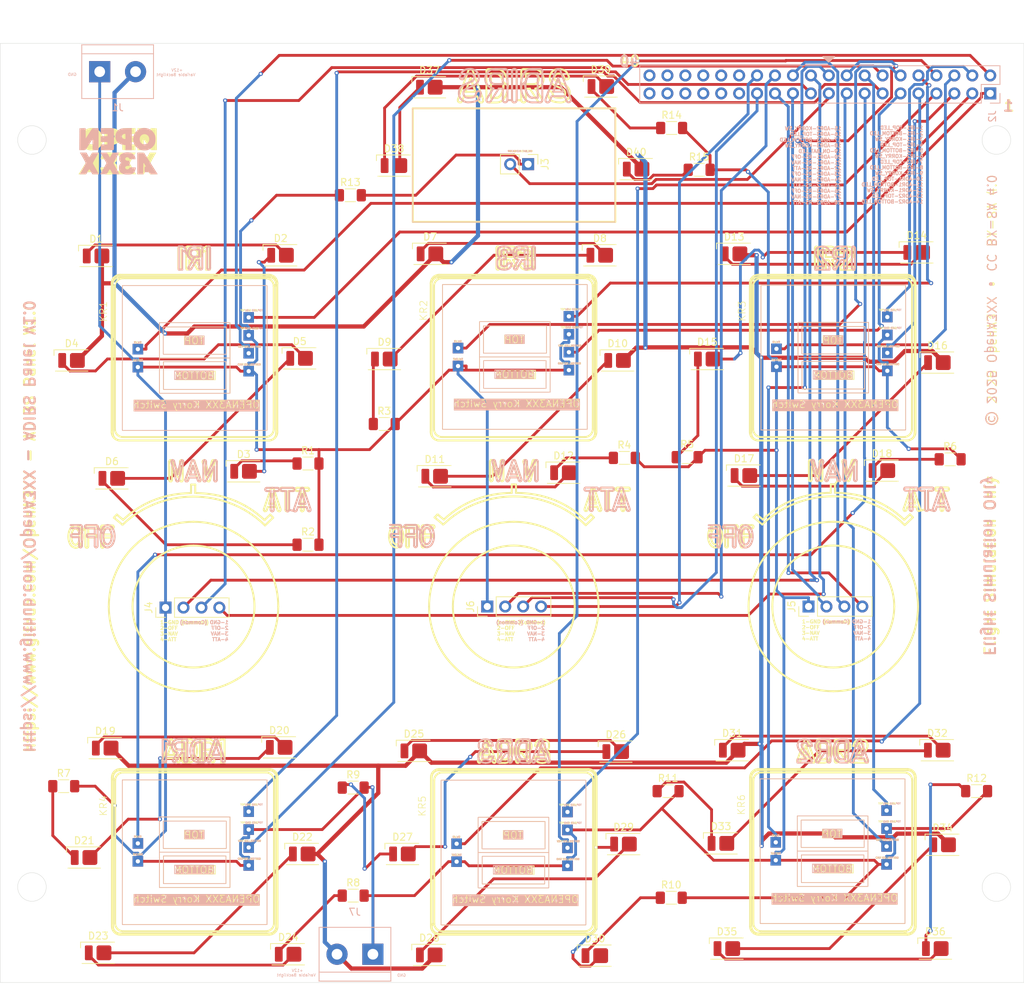
<source format=kicad_pcb>
(kicad_pcb (version 20241229) (generator "pcbnew") (generator_version "9.0")
  (layers (0 "F.Cu" signal) (2 "B.Cu" signal) (13 "F.Paste" user) (15 "B.Paste" user) (5 "F.SilkS" user "F.Silkscreen") (7 "B.SilkS" user "B.Silkscreen") (1 "F.Mask" user) (3 "B.Mask" user) (25 "Edge.Cuts" user))
  (net 0 "")
  (net 1 "+12V")
  (net 2 "Net-(D1-K)")
  (net 3 "Net-(D2-K)")
  (net 4 "Net-(D3-K)")
  (net 5 "Net-(D4-K)")
  (net 6 "Net-(D5-K)")
  (net 7 "Net-(D6-K)")
  (net 8 "Net-(D7-K)")
  (net 9 "Net-(D8-K)")
  (net 10 "Net-(D9-K)")
  (net 11 "Net-(D10-K)")
  (net 12 "Net-(D11-K)")
  (net 13 "Net-(D12-K)")
  (net 14 "Net-(D13-K)")
  (net 15 "Net-(D14-K)")
  (net 16 "Net-(D15-K)")
  (net 17 "Net-(D16-K)")
  (net 18 "Net-(D17-K)")
  (net 19 "Net-(D18-K)")
  (net 20 "Net-(D19-K)")
  (net 21 "Net-(D20-K)")
  (net 22 "Net-(D21-K)")
  (net 23 "Net-(D22-K)")
  (net 24 "Net-(D23-K)")
  (net 25 "Net-(D24-K)")
  (net 26 "Net-(D25-K)")
  (net 27 "Net-(D26-K)")
  (net 28 "Net-(D27-K)")
  (net 29 "Net-(D28-K)")
  (net 30 "Net-(D29-K)")
  (net 31 "Net-(D30-K)")
  (net 32 "Net-(D31-K)")
  (net 33 "Net-(D32-K)")
  (net 34 "Net-(D33-K)")
  (net 35 "Net-(D34-K)")
  (net 36 "Net-(D35-K)")
  (net 37 "Net-(D36-K)")
  (net 38 "GND")
  (net 39 "Net-(J2-Pin_2)")
  (net 40 "Net-(J2-Pin_1)")
  (net 41 "Net-(J2-Pin_19)")
  (net 42 "Net-(J3-Pin_1)")
  (net 43 "Net-(J2-Pin_20)")
  (net 44 "Net-(J2-Pin_23)")
  (net 45 "Net-(J2-Pin_26)")
  (net 46 "Net-(J2-Pin_16)")
  (net 47 "Net-(J2-Pin_13)")
  (net 48 "Net-(J2-Pin_18)")
  (net 49 "Net-(J2-Pin_28)")
  (net 50 "Net-(J2-Pin_17)")
  (net 51 "Net-(J2-Pin_15)")
  (net 52 "Net-(J2-Pin_24)")
  (net 53 "Net-(J2-Pin_14)")
  (net 54 "Net-(J2-Pin_3)")
  (net 55 "Net-(J2-Pin_4)")
  (net 56 "Net-(J2-Pin_10)")
  (net 57 "Net-(J2-Pin_21)")
  (net 58 "Net-(J2-Pin_11)")
  (net 59 "Net-(J2-Pin_22)")
  (net 60 "Net-(J2-Pin_7)")
  (net 61 "Net-(J2-Pin_9)")
  (net 62 "Net-(J2-Pin_12)")
  (net 63 "Net-(J2-Pin_25)")
  (net 64 "Net-(J2-Pin_27)")
  (net 65 "Net-(J2-Pin_8)")
  (net 66 "Net-(J2-Pin_5)")
  (net 67 "Net-(J2-Pin_6)")
  (net 68 "Net-(D37-K)")
  (net 69 "Net-(D38-K)")
  (net 70 "Net-(D39-K)")
  (net 71 "Net-(D40-K)")
  (footprint "OpenA3XX:Korry Switch" (layer "F.Cu") (at 237.35 55.65)
    (property "Reference" "KR3")
    (property "Value" "~")
  )
  (footprint "OpenA3XX:LED_Everlight-SMD3528_3.5x2.8mm_67-21ST" (layer "F.Cu") (at 232.54 149.6)
    (property "Reference" "D35")
    (property "Value" "LED")
  )
  (footprint "OpenA3XX:LED_Everlight-SMD3528_3.5x2.8mm_67-21ST" (layer "F.Cu") (at 217.9 134.8)
    (property "Reference" "D29")
    (property "Value" "LED")
  )
  (footprint "OpenA3XX:LED_Everlight-SMD3528_3.5x2.8mm_67-21ST" (layer "F.Cu") (at 231.7 134.7)
    (property "Reference" "D33")
    (property "Value" "LED")
  )
  (footprint "Resistor_SMD:R_1206_3216Metric_Pad1.30x1.75mm_HandSolder" (layer "F.Cu") (at 224.7 33.375)
    (property "Reference" "R14")
    (property "Value" "220R")
  )
  (footprint "Resistor_SMD:R_1206_3216Metric_Pad1.30x1.75mm_HandSolder" (layer "F.Cu") (at 138.6 126.6)
    (property "Reference" "R7")
    (property "Value" "220R")
  )
  (footprint "OpenA3XX:LED_Everlight-SMD3528_3.5x2.8mm_67-21ST" (layer "F.Cu") (at 164.09 82)
    (property "Reference" "D3")
    (property "Value" "LED")
  )
  (footprint "OpenA3XX:LED_Everlight-SMD3528_3.5x2.8mm_67-21ST" (layer "F.Cu") (at 172.4 136.2)
    (property "Reference" "D22")
    (property "Value" "LED")
  )
  (footprint "OpenA3XX:LED_Everlight-SMD3528_3.5x2.8mm_67-21ST" (layer "F.Cu") (at 144.49 121.2)
    (property "Reference" "D19")
    (property "Value" "LED")
  )
  (footprint "OpenA3XX:LED_Everlight-SMD3528_3.5x2.8mm_67-21ST" (layer "F.Cu") (at 233.56 51.2)
    (property "Reference" "D13")
    (property "Value" "LED")
  )
  (footprint "OpenA3XX:LED_Everlight-SMD3528_3.5x2.8mm_67-21ST" (layer "F.Cu") (at 262.36 66.6)
    (property "Reference" "D16")
    (property "Value" "LED")
  )
  (footprint "Resistor_SMD:R_1206_3216Metric_Pad1.30x1.75mm_HandSolder" (layer "F.Cu") (at 179.6 142.1)
    (property "Reference" "R8")
    (property "Value" "220R")
  )
  (footprint "OpenA3XX:LED_Everlight-SMD3528_3.5x2.8mm_67-21ST" (layer "F.Cu") (at 214.54 51.4)
    (property "Reference" "D8")
    (property "Value" "LED")
  )
  (footprint "OpenA3XX:Korry Switch" (layer "F.Cu") (at 192.05 125.75)
    (property "Reference" "KR5")
    (property "Value" "~")
  )
  (footprint "OpenA3XX:LED_Everlight-SMD3528_3.5x2.8mm_67-21ST" (layer "F.Cu") (at 188.2 121.6)
    (property "Reference" "D25")
    (property "Value" "LED")
  )
  (footprint "OpenA3XX:LED_Everlight-SMD3528_3.5x2.8mm_67-21ST" (layer "F.Cu") (at 141.5 136.7)
    (property "Reference" "D21")
    (property "Value" "LED")
  )
  (footprint "OpenA3XX:LED_Everlight-SMD3528_3.5x2.8mm_67-21ST" (layer "F.Cu") (at 217.06 66.3)
    (property "Reference" "D10")
    (property "Value" "LED")
  )
  (footprint "OpenA3XX:LED_Everlight-SMD3528_3.5x2.8mm_67-21ST" (layer "F.Cu") (at 262.34 121.5)
    (property "Reference" "D32")
    (property "Value" "LED")
  )
  (footprint "Resistor_SMD:R_1206_3216Metric_Pad1.30x1.75mm_HandSolder" (layer "F.Cu") (at 224.65 142.4)
    (property "Reference" "R10")
    (property "Value" "220R")
  )
  (footprint "OpenA3XX:LED_Everlight-SMD3528_3.5x2.8mm_67-21ST" (layer "F.Cu") (at 209.4 82.2)
    (property "Reference" "D12")
    (property "Value" "LED")
  )
  (footprint "OpenA3XX:Korry Switch" (layer "F.Cu") (at 237.25 125.55)
    (property "Reference" "KR6")
    (property "Value" "~")
  )
  (footprint "Connector_PinHeader_2.54mm:PinHeader_1x04_P2.54mm_Vertical" (layer "F.Cu") (at 198.59 101.15 90)
    (property "Reference" "J6")
    (property "Value" "Conn_02x02_Counter_Clockwise")
  )
  (footprint "OpenA3XX:LED_Everlight-SMD3528_3.5x2.8mm_67-21ST" (layer "F.Cu") (at 184.025 66.1)
    (property "Reference" "D9")
    (property "Value" "LED")
  )
  (footprint "OpenA3XX:LED_Everlight-SMD3528_3.5x2.8mm_67-21ST" (layer "F.Cu") (at 213.84 150.6)
    (property "Reference" "D30")
    (property "Value" "LED")
  )
  (footprint "OpenA3XX:LED_Everlight-SMD3528_3.5x2.8mm_67-21ST" (layer "F.Cu") (at 259.425 51)
    (property "Reference" "D14")
    (property "Value" "LED")
  )
  (footprint "Resistor_SMD:R_1206_3216Metric_Pad1.30x1.75mm_HandSolder" (layer "F.Cu") (at 267.9 127.3)
    (property "Reference" "R12")
    (property "Value" "220R")
  )
  (footprint "Resistor_SMD:R_1206_3216Metric_Pad1.30x1.75mm_HandSolder" (layer "F.Cu") (at 218 80.1)
    (property "Reference" "R4")
    (property "Value" "220R")
  )
  (footprint "Resistor_SMD:R_1206_3216Metric_Pad1.30x1.75mm_HandSolder" (layer "F.Cu") (at 173.2 92.4)
    (property "Reference" "R2")
    (property "Value" "220R")
  )
  (footprint "Connector_PinHeader_2.54mm:PinHeader_1x04_P2.54mm_Vertical" (layer "F.Cu") (at 153.02 101.3 90)
    (property "Reference" "J4")
    (property "Value" "Conn_02x02_Counter_Clockwise")
  )
  (footprint "OpenA3XX:Korry Switch" (layer "F.Cu") (at 146.9 125.7)
    (property "Reference" "KR4")
    (property "Value" "~")
  )
  (footprint "OpenA3XX:LED_Everlight-SMD3528_3.5x2.8mm_67-21ST" (layer "F.Cu") (at 229.76 66.1)
    (property "Reference" "D15")
    (property "Value" "LED")
  )
  (footprint "OpenA3XX:LED_Everlight-SMD3528_3.5x2.8mm_67-21ST" (layer "F.Cu") (at 172.025 66)
    (property "Reference" "D5")
    (property "Value" "LED")
  )
  (footprint "Connector_PinHeader_2.54mm:PinHeader_1x04_P2.54mm_Vertical" (layer "F.Cu") (at 244.09 101.15 90)
    (property "Reference" "J5")
    (property "Value" "Conn_02x02_Counter_Clockwise")
  )
  (footprint "OpenA3XX:LED_Everlight-SMD3528_3.5x2.8mm_67-21ST" (layer "F.Cu") (at 143.49 150.2)
    (property "Reference" "D23")
    (property "Value" "LED")
  )
  (footprint "OpenA3XX:LED_Everlight-SMD3528_3.5x2.8mm_67-21ST" (layer "F.Cu") (at 234.96 82.6)
    (property "Reference" "D17")
    (property "Value" "LED")
  )
  (footprint "Resistor_SMD:R_1206_3216Metric_Pad1.30x1.75mm_HandSolder" (layer "F.Cu") (at 184 75.3)
    (property "Reference" "R3")
    (property "Value" "220R")
  )
  (footprint "Resistor_SMD:R_1206_3216Metric_Pad1.30x1.75mm_HandSolder" (layer "F.Cu") (at 224.2 127.3)
    (property "Reference" "R11")
    (property "Value" "220R")
  )
  (footprint "Resistor_SMD:R_1206_3216Metric_Pad1.30x1.75mm_HandSolder" (layer "F.Cu") (at 228.6 39.3)
    (property "Reference" "R15")
    (property "Value" "220R")
  )
  (footprint "Resistor_SMD:R_1206_3216Metric_Pad1.30x1.75mm_HandSolder" (layer "F.Cu") (at 226.9 80)
    (property "Reference" "R5")
    (property "Value" "220R")
  )
  (footprint "OpenA3XX:LED_Everlight-SMD3528_3.5x2.8mm_67-21ST" (layer "F.Cu") (at 219.69 39.2)
    (property "Reference" "D40")
    (property "Value" "LED")
  )
  (footprint "OpenA3XX:LED_Everlight-SMD3528_3.5x2.8mm_67-21ST" (layer "F.Cu") (at 169.325 51.4)
    (property "Reference" "D2")
    (property "Value" "LED")
  )
  (footprint "OpenA3XX:LED_Everlight-SMD3528_3.5x2.8mm_67-21ST" (layer "F.Cu") (at 214.69 27.5)
    (property "Reference" "D39")
    (property "Value" "LED")
  )
  (footprint "OpenA3XX:LED_Everlight-SMD3528_3.5x2.8mm_67-21ST" (layer "F.Cu") (at 143.2 51.5)
    (property "Reference" "D1")
    (property "Value" "LED")
  )
  (footprint "OpenA3XX:LED_Everlight-SMD3528_3.5x2.8mm_67-21ST" (layer "F.Cu") (at 190.4 27.6)
    (property "Reference" "D37")
    (property "Value" "LED")
  )
  (footprint "Connector_PinHeader_2.54mm:PinHeader_1x02_P2.54mm_Vertical" (layer "F.Cu") (at 204.375 38.5 -90)
    (property "Reference" "J3")
    (property "Value" "Conn_02x01")
  )
  (footprint "Resistor_SMD:R_1206_3216Metric_Pad1.30x1.75mm_HandSolder" (layer "F.Cu") (at 179.2 42.9)
    (property "Reference" "R13")
    (property "Value" "220R")
  )
  (footprint "OpenA3XX:LED_Everlight-SMD3528_3.5x2.8mm_67-21ST" (layer "F.Cu") (at 263.1 134.9)
    (property "Reference" "D34")
    (property "Value" "LED")
  )
  (footprint "OpenA3XX:Korry Switch" (layer "F.Cu") (at 146.9 55.7)
    (property "Reference" "KR1")
    (property "Value" "~")
  )
  (footprint "Resistor_SMD:R_1206_3216Metric_Pad1.30x1.75mm_HandSolder" (layer "F.Cu") (at 179.6 126.8)
    (property "Reference" "R9")
    (property "Value" "220R")
  )
  (footprint "Resistor_SMD:R_1206_3216Metric_Pad1.30x1.75mm_HandSolder" (layer "F.Cu") (at 173.2 80.9)
    (property "Reference" "R1")
    (property "Value" "220R")
  )
  (footprint "OpenA3XX:LED_Everlight-SMD3528_3.5x2.8mm_67-21ST" (layer "F.Cu") (at 170.4 150.4)
    (property "Reference" "D24")
    (property "Value" "LED")
  )
  (footprint "OpenA3XX:LED_Everlight-SMD3528_3.5x2.8mm_67-21ST" (layer "F.Cu") (at 216.8 121.7)
    (property "Reference" "D26")
    (property "Value" "LED")
  )
  (footprint "OpenA3XX:LED_Everlight-SMD3528_3.5x2.8mm_67-21ST" (layer "F.Cu") (at 190.49 51.2)
    (property "Reference" "D7")
    (property "Value" "LED")
  )
  (footprint "OpenA3XX:LED_Everlight-SMD3528_3.5x2.8mm_67-21ST" (layer "F.Cu") (at 139.725 66.3)
    (property "Reference" "D4")
    (property "Value" "LED")
  )
  (footprint "OpenA3XX:LED_Everlight-SMD3528_3.5x2.8mm_67-21ST" (layer "F.Cu") (at 191.16 82.7)
    (property "Reference" "D11")
    (property "Value" "LED")
  )
  (footprint "OpenA3XX:OpenA3XXLogoSmall" (layer "F.Cu") (at 146.3 36.6)
    (property "Reference" "G***" (hide yes))
    (property "Value" "LOGO" (hide yes))
  )
  (footprint "OpenA3XX:LED_Everlight-SMD3528_3.5x2.8mm_67-21ST" (layer "F.Cu") (at 262.06 149.6)
    (property "Reference" "D36")
    (property "Value" "LED")
  )
  (footprint "OpenA3XX:LED_Everlight-SMD3528_3.5x2.8mm_67-21ST" (layer "F.Cu") (at 169.14 121.1)
    (property "Reference" "D20")
    (property "Value" "LED")
  )
  (footprint "Resistor_SMD:R_1206_3216Metric_Pad1.30x1.75mm_HandSolder" (layer "F.Cu") (at 264.15 80.3)
    (property "Reference" "R6")
    (property "Value" "220R")
  )
  (footprint "OpenA3XX:LED_Everlight-SMD3528_3.5x2.8mm_67-21ST" (layer "F.Cu") (at 186.59 136.2)
    (property "Reference" "D27")
    (property "Value" "LED")
  )
  (footprint "OpenA3XX:LED_Everlight-SMD3528_3.5x2.8mm_67-21ST" (layer "F.Cu") (at 233.3 121.5)
    (property "Reference" "D31")
    (property "Value" "LED")
  )
  (footprint "OpenA3XX:LED_Everlight-SMD3528_3.5x2.8mm_67-21ST" (layer "F.Cu") (at 185.39 38.7)
    (property "Reference" "D38")
    (property "Value" "LED")
  )
  (footprint "OpenA3XX:LED_Everlight-SMD3528_3.5x2.8mm_67-21ST" (layer "F.Cu") (at 190.39 150.5)
    (property "Reference" "D28")
    (property "Value" "LED")
  )
  (footprint "OpenA3XX:LED_Everlight-SMD3528_3.5x2.8mm_67-21ST" (layer "F.Cu") (at 254.5 81.9)
    (property "Reference" "D18")
    (property "Value" "LED")
  )
  (footprint "OpenA3XX:Korry Switch" (layer "F.Cu") (at 192.25 55.55)
    (property "Reference" "KR2")
    (property "Value" "~")
  )
  (footprint "OpenA3XX:LED_Everlight-SMD3528_3.5x2.8mm_67-21ST" (layer "F.Cu") (at 145.425 83)
    (property "Reference" "D6")
    (property "Value" "LED")
  )
  (footprint "OpenA3XX:OpenA3XXLogoSmall" (layer "B.Cu") (at 146.3 36.6 180)
    (property "Reference" "Bottom" (hide yes))
    (property "Value" "LOGO" (hide yes))
  )
  (footprint "TerminalBlock:TerminalBlock_bornier-2_P5.08mm" (layer "B.Cu") (at 143.695 25.4)
    (property "Reference" "J1")
    (property "Value" "Conn_02x01")
  )
  (footprint "TerminalBlock:TerminalBlock_bornier-2_P5.08mm" (layer "B.Cu") (at 182.39 150.4 180)
    (property "Reference" "J7")
    (property "Value" "Conn_02x01")
  )
  (footprint "Connector_PinHeader_2.54mm:PinHeader_2x20_P2.54mm_Vertical" (layer "B.Cu") (at 269.825 28.475 90)
    (property "Reference" "J2")
    (property "Value" "Conn_02x20_Counter_Clockwise")
  )
  (gr_line (start 156.591928 122.698752) (end 156.600774 122.693137) (stroke (width 0.28) (color 51 153 102 1)) (layer "F.SilkS"))
  (gr_line (start 157.012533 121.271018) (end 157.010923 121.255805) (stroke (width 0.28) (color 51 153 102 1)) (layer "F.SilkS"))
  (gr_line (start 166.949949 87.353751) (end 167.439142 85.917426) (stroke (width 0.28) (color 51 153 102 1)) (layer "F.SilkS"))
  (gr_line (start 142.075262 90.103133) (end 142.075262 90.948378) (stroke (width 0.28) (color 51 153 102 1)) (layer "F.SilkS"))
  (gr_line (start 237.015707 124.324958) (end 258.111273 124.324958) (stroke (width 0.28) (color 0 0 255 1)) (layer "F.SilkS"))
  (gr_line (start 201.496595 122.607962) (end 201.511244 122.590125) (stroke (width 0.28) (color 51 153 102 1)) (layer "F.SilkS"))
  (gr_line (start 207.257291 28.882815) (end 207.215643 28.725493) (stroke (width 0.28) (color 51 153 102 1)) (layer "F.SilkS"))
  (gr_line (start 246.950704 121.445182) (end 246.949087 121.416327) (stroke (width 0.28) (color 51 153 102 1)) (layer "F.SilkS"))
  (gr_line (start 201.553541 120.732764) (end 201.525884 120.695487) (stroke (width 0.28) (color 51 153 102 1)) (layer "F.SilkS"))
  (gr_line (start 246.698064 122.555319) (end 246.706106 122.5465) (stroke (width 0.28) (color 51 153 102 1)) (layer "F.SilkS"))
  (gr_line (start 201.795942 121.661444) (end 201.795942 121.646857) (stroke (width 0.28) (color 51 153 102 1)) (layer "F.SilkS"))
  (gr_line (start 200.781713 28.091586) (end 200.786344 28.071921) (stroke (width 0.28) (color 51 153 102 1)) (layer "F.SilkS"))
  (gr_line (start 201.795942 121.630652) (end 201.795942 121.615256) (stroke (width 0.28) (color 51 153 102 1)) (layer "F.SilkS"))
  (gr_curve (pts (xy 202.720808 120.037482) (xy 202.76473 119.99317) (xy 202.818685 119.97103) (xy 202.882673 119.97103)) (stroke (width 0.28) (color 51 153 102 1)) (layer "F.SilkS"))
  (gr_line (start 157.014143 121.899954) (end 157.016554 121.885535) (stroke (width 0.28) (color 51 153 102 1)) (layer "F.SilkS"))
  (gr_curve (pts (xy 206.362028 122.834647) (xy 206.507299 122.834647) (xy 206.620283 122.801825) (xy 206.700971 122.736212)) (stroke (width 0.28) (color 51 153 102 1)) (layer "F.SilkS"))
  (gr_line (start 201.795126 121.678473) (end 201.795942 121.661444) (stroke (width 0.28) (color 51 153 102 1)) (layer "F.SilkS"))
  (gr_line (start 246.952306 121.788245) (end 246.953924 121.756186) (stroke (width 0.28) (color 51 153 102 1)) (layer "F.SilkS"))
  (gr_curve (pts (xy 155.062273 80.624045) (xy 155.079817 80.4831) (xy 155.14699 80.413359) (xy 155.263792 80.414839)) (stroke (width 0.28) (color 51 153 102 1)) (layer "F.SilkS"))
  (gr_curve (pts (xy 212.833494 124.324958) (xy 213.40257 124.324958) (xy 213.860708 124.783209) (xy 213.860708 125.352454)) (stroke (width 0.28) (color 0 0 255 1)) (layer "F.SilkS"))
  (gr_curve (pts (xy 230.337537 91.717841) (xy 230.373243 91.863608) (xy 230.426794 91.994948) (xy 230.498205 92.111876)) (stroke (width 0.28) (color 51 153 102 1)) (layer "F.SilkS"))
  (gr_curve (pts (xy 251.468206 120.455359) (xy 251.334402 120.455359) (xy 251.22788 120.493399) (xy 251.148657 120.569495)) (stroke (width 0.28) (color 51 153 102 1)) (layer "F.SilkS"))
  (gr_line (start 191.8066 124.171652) (end 212.882032 124.171652) (stroke (width 0.28) (color 51 153 102 1)) (layer "F.SilkS"))
  (gr_curve (pts (xy 147.024461 147.149954) (xy 146.391779 147.149954) (xy 145.88244 146.640601) (xy 145.88244 146.007926)) (stroke (width 0.28) (color 51 153 102 1)) (layer "F.SilkS"))
  (gr_line (start 261.021185 84.748137) (end 261.021185 87.397559) (stroke (width 0.28) (color 51 153 102 1)) (layer "F.SilkS"))
  (gr_curve (pts (xy 185.114919 90.907469) (xy 185.096578 91.012541) (xy 185.089826 91.139769) (xy 185.094656 91.289138)) (stroke (width 0.28) (color 51 153 102 1)) (layer "F.SilkS"))
  (gr_line (start 155.860025 83.153777) (end 156.303915 81.85047) (stroke (width 0.28) (color 51 153 102 1)) (layer "F.SilkS"))
  (gr_line (start 247.536428 81.183249) (end 247.957464 82.4252) (stroke (width 0.28) (color 51 153 102 1)) (layer "F.SilkS"))
  (gr_curve (pts (xy 246.585424 122.681159) (xy 246.587576 122.679022) (xy 246.590246 122.676352) (xy 246.593465 122.673148)) (stroke (width 0.28) (color 51 153 102 1)) (layer "F.SilkS"))
  (gr_line (start 208.929968 25.033099) (end 209.170576 25.078211) (stroke (width 0.28) (color 51 153 102 1)) (layer "F.SilkS"))
  (gr_line (start 258.774099 125.791968) (end 258.774099 146.007926) (stroke (width 0.28) (color 51 153 102 1)) (layer "F.SilkS"))
  (gr_curve (pts (xy 248.160818 50.98416) (xy 248.202917 51.233962) (xy 248.153051 51.467559) (xy 248.011236 51.684935)) (stroke (width 0.28) (color 51 153 102 1)) (layer "F.SilkS"))
  (gr_curve (pts (xy 157.196699 122.720374) (xy 157.008512 123.062216) (xy 156.726766 123.233145) (xy 156.351469 123.233145)) (stroke (width 0.28) (color 51 153 102 1)) (layer "F.SilkS"))
  (gr_line (start 202.354345 81.197257) (end 202.775381 82.439208) (stroke (width 0.28) (color 51 153 102 1)) (layer "F.SilkS"))
  (gr_line (start 156.70854 122.598593) (end 156.716581 122.590583) (stroke (width 0.28) (color 51 153 102 1)) (layer "F.SilkS"))
  (gr_line (start 258.111273 147.474951) (end 258.083532 147.628241) (stroke (width 0.28)) (layer "F.SilkS"))
  (gr_line (start 246.842077 120.976279) (end 246.838064 120.962653) (stroke (width 0.28) (color 51 153 102 1)) (layer "F.SilkS"))
  (gr_line (start 201.756895 121.22872) (end 201.748762 121.199546) (stroke (width 0.28) (color 51 153 102 1)) (layer "F.SilkS"))
  (gr_curve (pts (xy 205.772001 25.996684) (xy 205.633192 25.80466) (xy 205.441938 25.698622) (xy 205.198248 25.678572)) (stroke (width 0.28) (color 51 153 102 1)) (layer "F.SilkS"))
  (gr_line (start 249.334036 53.004065) (end 250.602148 53.004065) (stroke (width 0.28) (color 51 153 102 1)) (layer "F.SilkS"))
  (gr_curve (pts (xy 202.827383 51.671706) (xy 202.684545 51.890654) (xy 202.495016 52.023688) (xy 202.258802 52.0708)) (stroke (width 0.28) (color 51 153 102 1)) (layer "F.SilkS"))
  (gr_line (start 201.743879 121.171988) (end 201.738996 121.158209) (stroke (width 0.28) (color 51 153 102 1)) (layer "F.SilkS"))
  (gr_line (start 201.682058 122.283805) (end 201.686124 122.27085) (stroke (width 0.28) (color 51 153 102 1)) (layer "F.SilkS"))
  (gr_line (start 212.376814 89.475737) (end 212.540426 89.632292) (stroke (width 0.28) (color 51 153 102 1)) (layer "F.SilkS"))
  (gr_line (start 246.527502 122.729254) (end 246.535543 122.722846) (stroke (width 0.28) (color 51 153 102 1)) (layer "F.SilkS"))
  (gr_curve (pts (xy 232.486326 92.787909) (xy 232.365217 92.789969) (xy 232.295011 92.717856) (xy 232.275716 92.571578)) (stroke (width 0.28) (color 51 153 102 1)) (layer "F.SilkS"))
  (gr_line (start 202.775381 82.439208) (end 202.354345 81.197257) (stroke (width 0.28) (color 51 153 102 1)) (layer "F.SilkS"))
  (gr_line (start 202.654257 85.054007) (end 202.654012 83.854224) (stroke (width 0.28) (color 51 153 102 1)) (layer "F.SilkS"))
  (gr_curve (pts (xy 141.179269 90.57907) (xy 141.268045 90.864417) (xy 141.30158 91.160582) (xy 141.279871 91.467574)) (stroke (width 0.28) (color 51 153 102 1)) (layer "F.SilkS"))
  (gr_line (start 216.397733 84.762145) (end 215.839094 84.762145) (stroke (width 0.28) (color 51 153 102 1)) (layer "F.SilkS"))
  (gr_line (start 200.853437 27.082888) (end 200.848806 27.038932) (stroke (width 0.28) (color 51 153 102 1)) (layer "F.SilkS"))
  (gr_line (start 250.467321 123.27909) (end 250.467321 122.85839) (stroke (width 0.28) (color 51 153 102 1)) (layer "F.SilkS"))
  (gr_curve (pts (xy 204.199613 121.364859) (xy 204.293424 121.297858) (xy 204.356603 121.210349) (xy 204.389143 121.102301)) (stroke (width 0.28) (color 51 153 102 1)) (layer "F.SilkS"))
  (gr_line (start 246.931387 121.296103) (end 246.926565 121.265647) (stroke (width 0.28) (color 51 153 102 1)) (layer "F.SilkS"))
  (gr_line (start 246.884725 121.094107) (end 246.876684 121.066855) (stroke (width 0.28) (color 51 153 102 1)) (layer "F.SilkS"))
  (gr_line (start 168.697961 55.50656) (end 168.697961 76.601561) (stroke (width 0.28) (color 0 0 255 1)) (layer "F.SilkS"))
  (gr_line (start 199.354032 123.144416) (end 199.186468 122.680884) (stroke (width 0.28) (color 51 153 102 1)) (layer "F.SilkS"))
  (gr_line (start 232.682455 90.905821) (end 233.616087 90.905821) (stroke (width 0.28) (color 51 153 102 1)) (layer "F.SilkS"))
  (gr_line (start 200.845335 27.018107) (end 200.844183 26.994975) (stroke (width 0.28) (color 51 153 102 1)) (layer "F.SilkS"))
  (gr_line (start 200.567716 26.184081) (end 200.559614 26.169043) (stroke (width 0.28) (color 51 153 102 1)) (layer "F.SilkS"))
  (gr_line (start 157.039877 121.622748) (end 157.039877 121.608329) (stroke (width 0.28) (color 51 153 102 1)) (layer "F.SilkS"))
  (gr_curve (pts (xy 237.416113 147.149954) (xy 236.783437 147.149954) (xy 236.274099 146.640601) (xy 236.274099 146.007926)) (stroke (width 0.28) (color 51 153 102 1)) (layer "F.SilkS"))
  (gr_line (start 246.693243 120.70777) (end 246.667486 120.672492) (stroke (width 0.28) (color 51 153 102 1)) (layer "F.SilkS"))
  (gr_line (start 201.660909 122.335669) (end 201.6723 122.309745) (stroke (width 0.28) (color 51 153 102 1)) (layer "F.SilkS"))
  (gr_line (start 201.795942 121.59986) (end 201.795126 121.584464) (stroke (width 0.28) (color 51 153 102 1)) (layer "F.SilkS"))
  (gr_line (start 201.551908 122.535025) (end 201.557607 122.524481) (stroke (width 0.28) (color 51 153 102 1)) (layer "F.SilkS"))
  (gr_line (start 168.697961 55.50656) (end 168.849981 55.362265) (stroke (width 0.28)) (layer "F.SilkS"))
  (gr_line (start 206.125341 121.345435) (end 206.402425 121.345435) (stroke (width 0.28) (color 51 153 102 1)) (layer "F.SilkS"))
  (gr_curve (pts (xy 146.616438 147.628241) (xy 145.956854 147.628241) (xy 145.425863 147.097235) (xy 145.425863 146.437659)) (stroke (width 0.28) (color 51 153 102 1)) (layer "F.SilkS"))
  (gr_line (start 235.988485 146.447455) (end 235.988485 125.352454) (stroke (width 0.28) (color 0 0 255 1)) (layer "F.SilkS"))
  (gr_curve (pts (xy 190.647199 90.919829) (xy 190.780363 90.930136) (xy 190.847913 90.999671) (xy 190.849844 91.12844)) (stroke (width 0.28) (color 51 153 102 1)) (layer "F.SilkS"))
  (gr_line (start 205.393003 80.644293) (end 204.733747 83.256819) (stroke (width 0.28) (color 51 153 102 1)) (layer "F.SilkS"))
  (gr_curve (pts (xy 155.266065 53.22779) (xy 155.243799 53.379164) (xy 155.171678 53.454581) (xy 155.049707 53.454047)) (stroke (width 0.28) (color 51 153 102 1)) (layer "F.SilkS"))
  (gr_line (start 170.972624 84.790686) (end 170.413984 84.790686) (stroke (width 0.28) (color 51 153 102 1)) (layer "F.SilkS"))
  (gr_line (start 248.263754 120.443259) (end 248.263754 121.919699) (stroke (width 0.28) (color 51 153 102 1)) (layer "F.SilkS"))
  (gr_line (start 213.086332 86.569159) (end 214.0174 86.569159) (stroke (width 0.28) (color 51 153 102 1)) (layer "F.SilkS"))
  (gr_line (start 259.138494 125.352454) (end 259.138494 146.447455) (stroke (width 0.28) (color 0 0 255 1)) (layer "F.SilkS"))
  (gr_line (start 201.632436 122.396445) (end 201.639761 122.384299) (stroke (width 0.28) (color 51 153 102 1)) (layer "F.SilkS"))
  (gr_line (start 153.540174 83.235091) (end 153.540174 80.624045) (stroke (width 0.28) (color 51 153 102 1)) (layer "F.SilkS"))
  (gr_curve (pts (xy 199.355848 83.206549) (xy 199.335539 83.344542) (xy 199.270208 83.413542) (xy 199.159872 83.413542)) (stroke (width 0.28) (color 51 153 102 1)) (layer "F.SilkS"))
  (gr_curve (pts (xy 212.430586 124.649954) (xy 213.063268 124.649954) (xy 213.572607 125.159278) (xy 213.572607 125.791968)) (stroke (width 0.28) (color 51 153 102 1)) (layer "F.SilkS"))
  (gr_line (start 157.113439 80.547164) (end 158.001215 83.16117) (stroke (width 0.28) (color 51 153 102 1)) (layer "F.SilkS"))
  (gr_curve (pts (xy 191.072607 125.791968) (xy 191.072607 125.159278) (xy 191.581937 124.649954) (xy 192.214628 124.649954)) (stroke (width 0.28) (color 51 153 102 1)) (layer "F.SilkS"))
  (gr_line (start 215.408666 84.762145) (end 214.848493 84.762145) (stroke (width 0.28) (color 51 153 102 1)) (layer "F.SilkS"))
  (gr_line (start 145.561472 146.447516) (end 145.561472 125.352515) (stroke (width 0.28) (color 0 0 255 1)) (layer "F.SilkS"))
  (gr_line (start 249.540502 83.248725) (end 248.884023 80.648032) (stroke (width 0.28) (color 51 153 102 1)) (layer "F.SilkS"))
  (gr_curve (pts (xy 246.060033 83.192542) (xy 246.060033 83.296034) (xy 246.013174 83.36183) (xy 245.91947 83.389922)) (stroke (width 0.28) (color 51 153 102 1)) (layer "F.SilkS"))
  (gr_line (start 246.941045 121.910071) (end 246.944265 121.879615) (stroke (width 0.28) (color 51 153 102 1)) (layer "F.SilkS"))
  (gr_line (start 249.459341 123.168494) (end 248.666036 121.919699) (stroke (width 0.28) (color 51 153 102 1)) (layer "F.SilkS"))
  (gr_line (start 198.789762 29.76427) (end 198.70648 29.750388) (stroke (width 0.28) (color 51 153 102 1)) (layer "F.SilkS"))
  (gr_curve (pts (xy 155.951589 50.377425) (xy 155.951589 50.315161) (xy 155.972086 50.262015) (xy 156.013082 50.218001)) (stroke (width 0.28) (color 51 153 102 1)) (layer "F.SilkS"))
  (gr_line (start 156.983579 121.125205) (end 156.980364 121.109992) (stroke (width 0.28) (color 51 153 102 1)) (layer "F.SilkS"))
  (gr_line (start 200.425436 28.813407) (end 200.443937 28.79027) (stroke (width 0.28) (color 51 153 102 1)) (layer "F.SilkS"))
  (gr_curve (pts (xy 170.972624 84.331198) (xy 171.11305 84.343146) (xy 171.183515 84.419997) (xy 171.184026 84.561759)) (stroke (width 0.28) (color 51 153 102 1)) (layer "F.SilkS"))
  (gr_line (start 246.947485 121.849158) (end 246.950704 121.818701) (stroke (width 0.28) (color 51 153 102 1)) (layer "F.SilkS"))
  (gr_line (start 207.810224 28.399287) (end 207.817159 28.420108) (stroke (width 0.28) (color 51 153 102 1)) (layer "F.SilkS"))
  (gr_curve (pts (xy 187.500372 92.585585) (xy 187.49072 92.727744) (xy 187.425344 92.799857) (xy 187.304235 92.801917)) (stroke (width 0.28) (color 51 153 102 1)) (layer "F.SilkS"))
  (gr_line (start 156.975538 121.096366) (end 156.972322 121.081137) (stroke (width 0.28) (color 51 153 102 1)) (layer "F.SilkS"))
  (gr_line (start 246.908865 121.179068) (end 246.904028 121.165442) (stroke (width 0.28) (color 51 153 102 1)) (layer "F.SilkS"))
  (gr_line (start 201.138311 50.156455) (end 202.078619 50.156455) (stroke (width 0.28) (color 51 153 102 1)) (layer "F.SilkS"))
  (gr_curve (pts (xy 154.834863 50.380644) (xy 154.856123 50.22927) (xy 154.927736 50.153319) (xy 155.049707 50.152777)) (stroke (width 0.28) (color 51 153 102 1)) (layer "F.SilkS"))
  (gr_line (start 157.038267 121.515387) (end 157.038267 121.499365) (stroke (width 0.28) (color 51 153 102 1)) (layer "F.SilkS"))
  (gr_curve (pts (xy 202.475332 50.830168) (xy 202.384481 50.696868) (xy 202.259313 50.623259) (xy 202.099813 50.609343)) (stroke (width 0.28) (color 51 153 102 1)) (layer "F.SilkS"))
  (gr_line (start 157.0254 121.345542) (end 157.022985 121.331107) (stroke (width 0.28) (color 51 153 102 1)) (layer "F.SilkS"))
  (gr_line (start 158.788812 53.454642) (end 158.788812 50.690787) (stroke (width 0.28) (color 51 153 102 1)) (layer "F.SilkS"))
  (gr_curve (pts (xy 167.20796 54.649985) (xy 167.840646 54.649985) (xy 168.349981 55.159323) (xy 168.349981 55.792006)) (stroke (width 0.28) (color 51 153 102 1)) (layer "F.SilkS"))
  (gr_curve (pts (xy 189.713567 92.585585) (xy 189.703924 92.727744) (xy 189.63854 92.799857) (xy 189.517439 92.801917)) (stroke (width 0.28) (color 51 153 102 1)) (layer "F.SilkS"))
  (gr_curve (pts (xy 167.11532 89.660834) (xy 167.498651 89.295668) (xy 167.881986 88.93051) (xy 168.265318 88.565344)) (stroke (width 0.28) (color 51 153 102 1)) (layer "F.SilkS"))
  (gr_curve (pts (xy 204.265981 53.457228) (xy 204.041723 53.457228) (xy 203.851278 53.425414) (xy 203.694654 53.361785)) (stroke (width 0.28) (color 51 153 102 1)) (layer "F.SilkS"))
  (gr_line (start 158.320715 50.956061) (end 158.320715 50.44818) (stroke (width 0.28) (color 51 153 102 1)) (layer "F.SilkS"))
  (gr_line (start 200.559614 28.628325) (end 200.567716 28.613288) (stroke (width 0.28) (color 51 153 102 1)) (layer "F.SilkS"))
  (gr_line (start 173.159567 84.790686) (end 172.600927 84.790686) (stroke (width 0.28) (color 51 153 102 1)) (layer "F.SilkS"))
  (gr_line (start 200.786344 28.071921) (end 200.793279 28.049945) (stroke (width 0.28) (color 51 153 102 1)) (layer "F.SilkS"))
  (gr_curve (pts (xy 232.275716 89.845801) (xy 232.293089 89.709822) (xy 232.361601 89.636679) (xy 232.48126 89.62638)) (stroke (width 0.28) (color 51 153 102 1)) (layer "F.SilkS"))
  (gr_line (start 205.198248 25.678572) (end 204.057676 25.678572) (stroke (width 0.28) (color 51 153 102 1)) (layer "F.SilkS"))
  (gr_line (start 248.241384 83.26351) (end 248.09873 82.840659) (stroke (width 0.28) (color 51 153 102 1)) (layer "F.SilkS"))
  (gr_line (start 246.447042 122.778952) (end 246.459921 122.770926) (stroke (width 0.28) (color 51 153 102 1)) (layer "F.SilkS"))
  (gr_line (start 201.590955 120.792731) (end 201.583631 120.782202) (stroke (width 0.28) (color 51 153 102 1)) (layer "F.SilkS"))
  (gr_line (start 258.458471 88.090941) (end 257.646764 88.866072) (stroke (width 0.28) (color 51 153 102 1)) (layer "F.SilkS"))
  (gr_line (start 144.087263 89.668929) (end 145.488428 89.668929) (stroke (width 0.28) (color 51 153 102 1)) (layer "F.SilkS"))
  (gr_line (start 158.744814 121.879126) (end 158.342703 121.879126) (stroke (width 0.28) (color 51 153 102 1)) (layer "F.SilkS"))
  (gr_line (start 246.459921 122.770926) (end 246.476003 122.762915) (stroke (width 0.28) (color 51 153 102 1)) (layer "F.SilkS"))
  (gr_curve (pts (xy 244.21517 122.221076) (xy 244.052114 121.772208) (xy 243.889044 121.323355) (xy 243.725988 120.874488)) (stroke (width 0.28) (color 51 153 102 1)) (layer "F.SilkS"))
  (gr_line (start 186.604376 90.550521) (end 186.260603 90.90206) (stroke (width 0.28)) (layer "F.SilkS"))
  (gr_line (start 237.008093 124.171652) (end 258.083532 124.171652) (stroke (width 0.28) (color 51 153 102 1)) (layer "F.SilkS"))
  (gr_curve (pts (xy 258.741644 76.007964) (xy 258.741644 76.640639) (xy 258.232305 77.149985) (xy 257.599615 77.149985)) (stroke (width 0.28) (color 51 153 102 1)) (layer "F.SilkS"))
  (gr_curve (pts (xy 207.408529 122.470175) (xy 207.408529 122.734015) (xy 207.317968 122.938239) (xy 207.136839 123.082831)) (stroke (width 0.28) (color 51 153 102 1)) (layer "F.SilkS"))
  (gr_curve (pts (xy 156.539655 122.729987) (xy 156.550378 122.724646) (xy 156.555578 122.722068) (xy 156.555738 122.721976)) (stroke (width 0.28) (color 51 153 102 1)) (layer "F.SilkS"))
  (gr_curve (pts (xy 231.281294 90.368857) (xy 231.2012 90.21485) (xy 231.087331 90.116728) (xy 230.939687 90.074492)) (stroke (width 0.28) (color 51 153 102 1)) (layer "F.SilkS"))
  (gr_line (start 168.331289 84.481101) (end 169.309675 87.361899) (stroke (width 0.28) (color 51 153 102 1)) (layer "F.SilkS"))
  (gr_line (start 250.010198 51.01319) (end 250.010198 51.004561) (stroke (width 0.28) (color 51 153 102 1)) (layer "F.SilkS"))
  (gr_line (start 186.261327 89.927024) (end 187.093626 89.859809) (stroke (width 0.28)) (layer "F.SilkS"))
  (gr_line (start 246.278082 122.822226) (end 246.286123 122.822226) (stroke (width 0.28) (color 51 153 102 1)) (layer "F.SilkS"))
  (gr_line (start 200.483267 28.739375) (end 200.492521 28.726649) (stroke (width 0.28) (color 51 153 102 1)) (layer "F.SilkS"))
  (gr_curve (pts (xy 210.278761 28.605189) (xy 210.25408 28.814952) (xy 210.180433 29.008902) (xy 210.057821 29.187045)) (stroke (width 0.28) (color 51 153 102 1)) (layer "F.SilkS"))
  (gr_curve (pts (xy 198.527593 119.97103) (xy 198.633878 119.969947) (xy 198.705465 120.019644) (xy 198.742338 120.120139)) (stroke (width 0.28) (color 51 153 102 1)) (layer "F.SilkS"))
  (gr_line (start 246.334264 50.180533) (end 247.267828 50.180533) (stroke (width 0.28) (color 51 153 102 1)) (layer "F.SilkS"))
  (gr_line (start 201.099645 122.833243) (end 201.106153 122.833243) (stroke (width 0.28) (color 51 153 102 1)) (layer "F.SilkS"))
  (gr_curve (pts (xy 168.985605 101.149985) (xy 168.985605 107.777404) (xy 163.61302 113.149985) (xy 156.985605 113.149985)) (stroke (width 0.28) (color 51 153 102 1)) (layer "F.SilkS"))
  (gr_curve (pts (xy 209.170576 25.078211) (xy 209.247694 25.092864) (xy 209.325582 25.117926) (xy 209.404241 25.153403)) (stroke (width 0.28) (color 51 153 102 1)) (layer "F.SilkS"))
  (gr_line (start 237.002203 54.478995) (end 258.097768 54.478995) (stroke (width 0.28) (color 0 0 255 1)) (layer "F.SilkS"))
  (gr_line (start 200.809477 27.966654) (end 200.812948 27.94699) (stroke (width 0.28) (color 51 153 102 1)) (layer "F.SilkS"))
  (gr_line (start 160.901922 120.49668) (end 160.436876 120.760214) (stroke (width 0.28) (color 51 153 102 1)) (layer "F.SilkS"))
  (gr_line (start 160.436876 120.255652) (end 160.901922 119.967322) (stroke (width 0.28) (color 51 153 102 1)) (layer "F.SilkS"))
  (gr_line (start 246.933004 121.311331) (end 246.931387 121.296103) (stroke (width 0.28) (color 51 153 102 1)) (layer "F.SilkS"))
  (gr_line (start 230.939687 90.074492) (end 230.873106 90.065222) (stroke (width 0.28) (color 51 153 102 1)) (layer "F.SilkS"))
  (gr_curve (pts (xy 186.116575 92.681388) (xy 185.96797 92.791617) (xy 185.803922 92.830245) (xy 185.624433 92.797278)) (stroke (width 0.28) (color 51 153 102 1)) (layer "F.SilkS"))
  (gr_curve (pts (xy 141.66852 89.88835) (xy 141.685888 89.752371) (xy 141.754404 89.679228) (xy 141.874059 89.668929)) (stroke (width 0.28) (color 51 153 102 1)) (layer "F.SilkS"))
  (gr_curve (pts (xy 188.63664 91.12844) (xy 188.63857 91.257209) (xy 188.571027 91.332404) (xy 188.433996 91.354041)) (stroke (width 0.28) (color 51 153 102 1)) (layer "F.SilkS"))
  (gr_line (start 245.290075 123.046668) (end 245.288458 123.046668) (stroke (width 0.28) (color 51 153 102 1)) (layer "F.SilkS"))
  (gr_curve (pts (xy 217.035444 84.762145) (xy 216.89298 84.750197) (xy 216.822004 84.673888) (xy 216.822515 84.533217)) (stroke (width 0.28) (color 51 153 102 1)) (layer "F.SilkS"))
  (gr_curve (pts (xy 170.188848 87.668227) (xy 170.062162 87.666053) (xy 169.99373 87.590018) (xy 169.983556 87.440108)) (stroke (width 0.28) (color 51 153 102 1)) (layer "F.SilkS"))
  (gr_curve (pts (xy 156.570215 122.712363) (xy 156.579866 122.705954) (xy 156.584547 122.702841) (xy 156.584692 122.70275)) (stroke (width 0.28) (color 51 153 102 1)) (layer "F.SilkS"))
  (gr_line (start 141.874059 89.668929) (end 143.275224 89.668929) (stroke (width 0.28) (color 51 153 102 1)) (layer "F.SilkS"))
  (gr_line (start 157.004491 121.95925) (end 157.006097 121.945624) (stroke (width 0.28) (color 51 153 102 1)) (layer "F.SilkS"))
  (gr_line (start 157.258859 52.076369) (end 157.869222 53.100569) (stroke (width 0.28) (color 51 153 102 1)) (layer "F.SilkS"))
  (gr_curve (pts (xy 250.331136 50.398253) (xy 250.504781 50.537963) (xy 250.591604 50.740081) (xy 250.591604 51.004615)) (stroke (width 0.28) (color 51 153 102 1)) (layer "F.SilkS"))
  (gr_curve (pts (xy 156.93062 80.411147) (xy 157.021105 80.410155) (xy 157.082044 80.455496) (xy 157.113439 80.547164)) (stroke (width 0.28) (color 51 153 102 1)) (layer "F.SilkS"))
  (gr_curve (pts (xy 173.159567 84.331198) (xy 173.299993 84.343146) (xy 173.370458 84.419997) (xy 173.370969 84.561759)) (stroke (width 0.28) (color 51 153 102 1)) (layer "F.SilkS"))
  (gr_curve (pts (xy 142.075262 92.614127) (xy 142.065611 92.756285) (xy 142.000234 92.828398) (xy 141.879125 92.830458)) (stroke (width 0.28) (color 51 153 102 1)) (layer "F.SilkS"))
  (gr_curve (pts (xy 243.727606 119.991187) (xy 243.832739 119.990119) (xy 243.903539 120.039282) (xy 243.940008 120.138678)) (stroke (width 0.28) (color 51 153 102 1)) (layer "F.SilkS"))
  (gr_line (start 200.77709 26.679175) (end 200.772459 26.657199) (stroke (width 0.28) (color 51 153 102 1)) (layer "F.SilkS"))
  (gr_curve (pts (xy 195.041845 29.539855) (xy 194.943136 29.734194) (xy 194.802778 29.797816) (xy 194.620786 29.730723)) (stroke (width 0.28) (color 51 153 102 1)) (layer "F.SilkS"))
  (gr_line (start 201.342863 122.749777) (end 201.351804 122.744101) (stroke (width 0.28) (color 51 153 102 1)) (layer "F.SilkS"))
  (gr_curve (pts (xy 207.214842 121.32537) (xy 207.128774 121.428214) (xy 207.007726 121.509452) (xy 206.85169 121.569083)) (stroke (width 0.28) (color 51 153 102 1)) (layer "F.SilkS"))
  (gr_curve (pts (xy 145.393404 55.362265) (xy 145.393404 54.702681) (xy 145.92439 54.171698) (xy 146.583975 54.171698)) (stroke (width 0.28) (color 51 153 102 1)) (layer "F.SilkS"))
  (gr_line (start 263.766775 84.748137) (end 263.20812 84.748137) (stroke (width 0.28) (color 51 153 102 1)) (layer "F.SilkS"))
  (gr_line (start 257.558904 89.46173) (end 257.722524 89.618285) (stroke (width 0.28) (color 51 153 102 1)) (layer "F.SilkS"))
  (gr_line (start 156.972322 122.103461) (end 156.974733 122.089835) (stroke (width 0.28) (color 51 153 102 1)) (layer "F.SilkS"))
  (gr_line (start 202.058233 83.854224) (end 202.056951 85.056266) (stroke (width 0.28) (color 51 153 102 1)) (layer "F.SilkS"))
  (gr_line (start 187.500372 91.354041) (end 187.500372 92.585585) (stroke (width 0.28) (color 51 153 102 1)) (layer "F.SilkS"))
  (gr_line (start 201.701582 121.032599) (end 201.691824 121.005057) (stroke (width 0.28) (color 51 153 102 1)) (layer "F.SilkS"))
  (gr_curve (pts (xy 159.834936 80.419272) (xy 159.950349 80.455252) (xy 159.994669 80.539771) (xy 159.967893 80.672843)) (stroke (width 0.28) (color 51 153 102 1)) (layer "F.SilkS"))
  (gr_line (start 213.540144 55.792006) (end 213.540144 76.007964) (stroke (width 0.28) (color 51 153 102 1)) (layer "F.SilkS"))
  (gr_line (start 249.147222 51.102736) (end 248.565786 51.102736) (stroke (width 0.28) (color 51 153 102 1)) (layer "F.SilkS"))
  (gr_line (start 200.214903 28.998488) (end 200.225309 28.992705) (stroke (width 0.28) (color 51 153 102 1)) (layer "F.SilkS"))
  (gr_curve (pts (xy 214.734785 87.333357) (xy 214.76531 87.486518) (xy 214.721555 87.585372) (xy 214.603521 87.629904)) (stroke (width 0.28) (color 51 153 102 1)) (layer "F.SilkS"))
  (gr_curve (pts (xy 209.596265 28.681536) (xy 209.64562 28.555064) (xy 209.653333 28.423579) (xy 209.619405 28.287078)) (stroke (width 0.28) (color 51 153 102 1)) (layer "F.SilkS"))
  (gr_line (start 201.544592 122.544745) (end 201.551908 122.535025) (stroke (width 0.28) (color 51 153 102 1)) (layer "F.SilkS"))
  (gr_line (start 246.582205 120.582724) (end 246.551641 120.558676) (stroke (width 0.28) (color 51 153 102 1)) (layer "F.SilkS"))
  (gr_line (start 201.20783 122.816214) (end 201.216779 122.813788) (stroke (width 0.28) (color 51 153 102 1)) (layer "F.SilkS"))
  (gr_curve (pts (xy 158.215639 123.208304) (xy 158.13093 123.249427) (xy 158.05158 123.24169) (xy 157.97759 123.185065)) (stroke (width 0.28) (color 51 153 102 1)) (layer "F.SilkS"))
  (gr_curve (pts (xy 140.521387 92.301222) (xy 140.619333 92.198722) (xy 140.693395 92.089781) (xy 140.743578 91.974402)) (stroke (width 0.28) (color 51 153 102 1)) (layer "F.SilkS"))
  (gr_curve (pts (xy 168.349981 76.007964) (xy 168.349981 76.640639) (xy 167.840646 77.149985) (xy 167.20796 77.149985)) (stroke (width 0.28) (color 51 153 102 1)) (layer "F.SilkS"))
  (gr_line (start 246.958746 121.570227) (end 246.958746 121.555792) (stroke (width 0.28) (color 51 153 102 1)) (layer "F.SilkS"))
  (gr_line (start 200.022878 25.701708) (end 200.002058 25.695925) (stroke (width 0.28) (color 51 153 102 1)) (layer "F.SilkS"))
  (gr_curve (pts (xy 261.791219 84.51921) (xy 261.791738 84.660964) (xy 261.721258 84.737281) (xy 261.579824 84.748137)) (stroke (width 0.28) (color 51 153 102 1)) (layer "F.SilkS"))
  (gr_line (start 167.240423 147.149954) (end 147.024461 147.149954) (stroke (width 0.28) (color 51 153 102 1)) (layer "F.SilkS"))
  (gr_line (start 200.631338 26.291659) (end 200.622083 26.276622) (stroke (width 0.28) (color 51 153 102 1)) (layer "F.SilkS"))
  (gr_line (start 157.000471 121.974463) (end 157.004491 121.95925) (stroke (width 0.28) (color 51 153 102 1)) (layer "F.SilkS"))
  (gr_line (start 201.114286 120.428076) (end 201.106153 120.428076) (stroke (width 0.28) (color 51 153 102 1)) (layer "F.SilkS"))
  (gr_line (start 252.463857 120.813407) (end 252.463857 120.819907) (stroke (width 0.28) (color 51 153 102 1)) (layer "F.SilkS"))
  (gr_line (start 200.225309 28.992705) (end 200.238035 28.98461) (stroke (width 0.28) (color 51 153 102 1)) (layer "F.SilkS"))
  (gr_line (start 200.002058 29.097972) (end 200.011312 29.0945) (stroke (width 0.28) (color 51 153 102 1)) (layer "F.SilkS"))
  (gr_line (start 157.634191 83.30606) (end 157.491541 82.883208) (stroke (width 0.28) (color 51 153 102 1)) (layer "F.SilkS"))
  (gr_line (start 156.303915 81.85047) (end 156.749185 80.547164) (stroke (width 0.28) (color 51 153 102 1)) (layer "F.SilkS"))
  (gr_line (start 169.983556 87.440108) (end 169.983556 84.790686) (stroke (width 0.28) (color 51 153 102 1)) (layer "F.SilkS"))
  (gr_line (start 156.993231 121.166068) (end 156.988405 121.138831) (stroke (width 0.28) (color 51 153 102 1)) (layer "F.SilkS"))
  (gr_line (start 190.616026 146.437659) (end 190.616026 125.362235) (stroke (width 0.28) (color 51 153 102 1)) (layer "F.SilkS"))
  (gr_curve (pts (xy 243.516805 120.138678) (xy 243.552206 120.041419) (xy 243.622472 119.992255) (xy 243.727606 119.991187)) (stroke (width 0.28) (color 51 153 102 1)) (layer "F.SilkS"))
  (gr_line (start 210.128378 26.310168) (end 210.070539 26.398081) (stroke (width 0.28) (color 51 153 102 1)) (layer "F.SilkS"))
  (gr_curve (pts (xy 159.308641 83.285361) (xy 159.271707 83.386885) (xy 159.209844 83.437895) (xy 159.123052 83.438384)) (stroke (width 0.28) (color 51 153 102 1)) (layer "F.SilkS"))
  (gr_line (start 158.342703 120.403342) (end 158.342703 121.428855) (stroke (width 0.28) (color 51 153 102 1)) (layer "F.SilkS"))
  (gr_line (start 200.586225 28.583213) (end 200.596632 28.568171) (stroke (width 0.28) (color 51 153 102 1)) (layer "F.SilkS"))
  (gr_line (start 246.724615 122.516837) (end 246.731863 122.50643) (stroke (width 0.28) (color 51 153 102 1)) (layer "F.SilkS"))
  (gr_line (start 201.699957 122.230323) (end 201.704023 122.217353) (stroke (width 0.28) (color 51 153 102 1)) (layer "F.SilkS"))
  (gr_line (start 145.425863 125.362235) (end 145.88244 125.791968) (stroke (width 0.28)) (layer "F.SilkS"))
  (gr_line (start 157.006097 121.945624) (end 157.009317 121.930411) (stroke (width 0.28) (color 51 153 102 1)) (layer "F.SilkS"))
  (gr_line (start 201.603971 122.452368) (end 201.613729 122.431296) (stroke (width 0.28) (color 51 153 102 1)) (layer "F.SilkS"))
  (gr_line (start 156.467275 122.762046) (end 156.473707 122.760443) (stroke (width 0.28) (color 51 153 102 1)) (layer "F.SilkS"))
  (gr_line (start 157.491541 82.883208) (end 156.362775 82.883208) (stroke (width 0.28) (color 51 153 102 1)) (layer "F.SilkS"))
  (gr_curve (pts (xy 157.197504 120.464225) (xy 157.385153 120.806067) (xy 157.478979 121.182089) (xy 157.478979 121.592307)) (stroke (width 0.28) (color 51 153 102 1)) (layer "F.SilkS"))
  (gr_line (start 248.263754 121.469229) (end 249.034521 121.469229) (stroke (width 0.28) (color 51 153 102 1)) (layer "F.SilkS"))
  (gr_curve (pts (xy 158.342703 123.007209) (xy 158.342703 123.100135) (xy 158.300348 123.167182) (xy 158.215639 123.208304)) (stroke (width 0.28) (color 51 153 102 1)) (layer "F.SilkS"))
  (gr_curve (pts (xy 230.498205 92.111876) (xy 230.569616 92.228797) (xy 230.663221 92.306311) (xy 230.77902 92.344428)) (stroke (width 0.28) (color 51 153 102 1)) (layer "F.SilkS"))
  (gr_curve (pts (xy 258.735479 85.186454) (xy 258.890157 85.642684) (xy 259.04482 86.098921) (xy 259.199499 86.555152)) (stroke (width 0.28) (color 51 153 102 1)) (layer "F.SilkS"))
  (gr_line (start 200.6938 26.428157) (end 200.684545 26.411963) (stroke (width 0.28) (color 51 153 102 1)) (layer "F.SilkS"))
  (gr_line (start 201.351804 122.744101) (end 201.358312 122.739234) (stroke (width 0.28) (color 51 153 102 1)) (layer "F.SilkS"))
  (gr_curve (pts (xy 236.031927 91.114432) (xy 236.033865 91.243201) (xy 235.966314 91.318396) (xy 235.82929 91.340033)) (stroke (width 0.28) (color 51 153 102 1)) (layer "F.SilkS"))
  (gr_line (start 198.02815 122.22547) (end 199.020528 122.22547) (stroke (width 0.28) (color 51 153 102 1)) (layer "F.SilkS"))
  (gr_line (start 201.335539 122.753821) (end 201.342863 122.749777) (stroke (width 0.28) (color 51 153 102 1)) (layer "F.SilkS"))
  (gr_curve (pts (xy 207.183256 28.563548) (xy 207.160124 28.452498) (xy 207.187498 28.354556) (xy 207.265386 28.269728)) (stroke (width 0.28) (color 51 153 102 1)) (layer "F.SilkS"))
  (gr_curve (pts (xy 249.456121 120.663687) (xy 249.359579 120.530631) (xy 249.226553 120.457144) (xy 249.057058 120.443259)) (stroke (width 0.28) (color 51 153 102 1)) (layer "F.SilkS"))
  (gr_curve (pts (xy 243.725988 120.874488) (xy 243.561865 121.323355) (xy 243.397726 121.772208) (xy 243.233602 122.221076)) (stroke (width 0.28) (color 51 153 102 1)) (layer "F.SilkS"))
  (gr_curve (pts (xy 215.613958 87.639685) (xy 215.487272 87.637511) (xy 215.418836 87.561476) (xy 215.408666 87.411566)) (stroke (width 0.28) (color 51 153 102 1)) (layer "F.SilkS"))
  (gr_curve (pts (xy 203.49896 25.121012) (xy 203.561422 25.057776) (xy 203.638158 25.026156) (xy 203.729154 25.026156)) (stroke (width 0.28) (color 51 153 102 1)) (layer "F.SilkS"))
  (gr_curve (pts (xy 250.010198 51.004561) (xy 250.010198 50.88864) (xy 249.975103 50.800215) (xy 249.904928 50.739279)) (stroke (width 0.28) (color 51 153 102 1)) (layer "F.SilkS"))
  (gr_curve (pts (xy 157.697653 50.381453) (xy 157.864668 50.534438) (xy 157.96842 50.728491) (xy 158.008909 50.963607)) (stroke (width 0.28) (color 51 153 102 1)) (layer "F.SilkS"))
  (gr_line (start 237.383657 54.649985) (end 257.599615 54.649985) (stroke (width 0.28) (color 51 153 102 1)) (layer "F.SilkS"))
  (gr_line (start 201.756078 122.017203) (end 201.760145 122.001807) (stroke (width 0.28) (color 51 153 102 1)) (layer "F.SilkS"))
  (gr_line (start 199.115972 29.111853) (end 199.879438 29.111853) (stroke (width 0.28) (color 51 153 102 1)) (layer "F.SilkS"))
  (gr_line (start 167.661226 86.597708) (end 168.592294 86.597708) (stroke (width 0.28) (color 51 153 102 1)) (layer "F.SilkS"))
  (gr_line (start 234.895666 90.905821) (end 235.82929 90.905821) (stroke (width 0.28) (color 51 153 102 1)) (layer "F.SilkS"))
  (gr_curve (pts (xy 155.263792 80.414839) (xy 155.38059 80.41632) (xy 155.443605 80.486052) (xy 155.45284 80.624045)) (stroke (width 0.28) (color 51 153 102 1)) (layer "F.SilkS"))
  (gr_line (start 246.757604 122.466345) (end 246.763235 122.455924) (stroke (width 0.28) (color 51 153 102 1)) (layer "F.SilkS"))
  (gr_curve (pts (xy 207.817159 28.420108) (xy 207.891195 28.754798) (xy 208.020368 28.954531) (xy 208.204679 29.019313)) (stroke (width 0.28) (color 51 153 102 1)) (layer "F.SilkS"))
  (gr_curve (pts (xy 216.397733 84.302657) (xy 216.53816 84.314604) (xy 216.608625 84.391455) (xy 216.609136 84.533217)) (stroke (width 0.28) (color 51 153 102 1)) (layer "F.SilkS"))
  (gr_curve (pts (xy 201.320898 122.763541) (xy 201.330656 122.757071) (xy 201.335394 122.753913) (xy 201.335539 122.753821)) (stroke (width 0.28) (color 51 153 102 1)) (layer "F.SilkS"))
  (gr_line (start 200.699583 26.447821) (end 200.6938 26.428157) (stroke (width 0.28) (color 51 153 102 1)) (layer "F.SilkS"))
  (gr_line (start 158.114305 119.951468) (end 159.113142 119.951468) (stroke (width 0.28) (color 51 153 102 1)) (layer "F.SilkS"))
  (gr_curve (pts (xy 246.599905 122.666739) (xy 246.602056 122.664588) (xy 246.604742 122.661917) (xy 246.607946 122.658713)) (stroke (width 0.28) (color 51 153 102 1)) (layer "F.SilkS"))
  (gr_line (start 167.684251 147.475012) (end 146.588689 147.475012) (stroke (width 0.28) (color 0 0 255 1)) (layer "F.SilkS"))
  (gr_curve (pts (xy 159.738821 120.179801) (xy 159.91575 120.332038) (xy 160.025659 120.525122) (xy 160.068552 120.75907)) (stroke (width 0.28) (color 51 153 102 1)) (layer "F.SilkS"))
  (gr_line (start 246.720586 120.744635) (end 246.693243 120.70777) (stroke (width 0.28) (color 51 153 102 1)) (layer "F.SilkS"))
  (gr_line (start 234.488912 92.571578) (end 234.488912 89.845801) (stroke (width 0.28) (color 51 153 102 1)) (layer "F.SilkS"))
  (gr_line (start 246.731863 120.763877) (end 246.725424 120.754264) (stroke (width 0.28) (color 51 153 102 1)) (layer "F.SilkS"))
  (gr_curve (pts (xy 212.849569 54.171698) (xy 213.509153 54.171698) (xy 214.040144 54.702681) (xy 214.040144 55.362265)) (stroke (width 0.28) (color 51 153 102 1)) (layer "F.SilkS"))
  (gr_line (start 246.788183 120.857657) (end 246.783346 120.847235) (stroke (width 0.28) (color 51 153 102 1)) (layer "F.SilkS"))
  (gr_curve (pts (xy 232.682455 92.571578) (xy 232.672811 92.713736) (xy 232.607427 92.785849) (xy 232.486326 92.787909)) (stroke (width 0.28) (color 51 153 102 1)) (layer "F.SilkS"))
  (gr_line (start 249.728872 82.385276) (end 250.19837 80.52236) (stroke (width 0.28) (color 51 153 102 1)) (layer "F.SilkS"))
  (gr_curve (pts (xy 245.66947 80.581496) (xy 245.687017 80.44055) (xy 245.754186 80.37081) (xy 245.870992 80.37229)) (stroke (width 0.28) (color 51 153 102 1)) (layer "F.SilkS"))
  (gr_line (start 156.988405 121.138831) (end 156.983579 121.125205) (stroke (width 0.28) (color 51 153 102 1)) (layer "F.SilkS"))
  (gr_curve (pts (xy 252.12055 121.654608) (xy 251.814199 122.043235) (xy 251.507833 122.431845) (xy 251.201482 122.820471)) (stroke (width 0.28) (color 51 153 102 1)) (layer "F.SilkS"))
  (gr_curve (pts (xy 250.19837 80.52236) (xy 250.245458 80.389289) (xy 250.326711 80.34075) (xy 250.442129 80.376723)) (stroke (width 0.28) (color 51 153 102 1)) (layer "F.SilkS"))
  (gr_line (start 201.93054 82.439208) (end 202.775381 82.439208) (stroke (width 0.28) (color 51 153 102 1)) (layer "F.SilkS"))
  (gr_curve (pts (xy 159.591177 80.56491) (xy 159.638265 80.431845) (xy 159.719518 80.3833) (xy 159.834936 80.419272)) (stroke (width 0.28) (color 51 153 102 1)) (layer "F.SilkS"))
  (gr_line (start 246.547735 52.098708) (end 246.547735 53.221236) (stroke (width 0.28) (color 51 153 102 1)) (layer "F.SilkS"))
  (gr_line (start 157.009317 121.930411) (end 157.014143 121.899954) (stroke (width 0.28) (color 51 153 102 1)) (layer "F.SilkS"))
  (gr_curve (pts (xy 205.144399 51.972609) (xy 205.242292 52.089484) (xy 205.291242 52.235205) (xy 205.291242 52.409774)) (stroke (width 0.28) (color 51 153 102 1)) (layer "F.SilkS"))
  (gr_line (start 156.365942 120.403342) (end 156.3579 120.403342) (stroke (width 0.28) (color 51 153 102 1)) (layer "F.SilkS"))
  (gr_curve (pts (xy 198.742338 120.120139) (xy 199.089941 121.075293) (xy 199.437544 122.030432) (xy 199.785146 122.985587)) (stroke (width 0.28) (color 51 153 102 1)) (layer "F.SilkS"))
  (gr_curve (pts (xy 209.2423 27.8371) (xy 208.885244 27.680548) (xy 208.528188 27.524001) (xy 208.171133 27.367449)) (stroke (width 0.28) (color 51 153 102 1)) (layer "F.SilkS"))
  (gr_line (start 201.787801 121.787863) (end 201.789434 121.755454) (stroke (width 0.28) (color 51 153 102 1)) (layer "F.SilkS"))
  (gr_curve (pts (xy 168.88244 146.437659) (xy 168.88244 147.097235) (xy 168.351453 147.628241) (xy 167.691869 147.628241)) (stroke (width 0.28) (color 51 153 102 1)) (layer "F.SilkS"))
  (gr_curve (pts (xy 235.82929 90.905821) (xy 235.962454 90.916129) (xy 236.030004 90.985663) (xy 236.031927 91.114432)) (stroke (width 0.28) (color 51 153 102 1)) (layer "F.SilkS"))
  (gr_line (start 201.524252 122.572303) (end 201.53076 122.563391) (stroke (width 0.28) (color 51 153 102 1)) (layer "F.SilkS"))
  (gr_curve (pts (xy 202.349981 113.149985) (xy 195.722562 113.149985) (xy 190.349981 107.777404) (xy 190.349981 101.149985)) (stroke (width 0.28) (color 51 153 102 1)) (layer "F.SilkS"))
  (gr_line (start 168.38244 125.791968) (end 168.38244 146.007926) (stroke (width 0.28) (color 51 153 102 1)) (layer "F.SilkS"))
  (gr_line (start 250.602148 53.004065) (end 250.602148 53.461074) (stroke (width 0.28) (color 51 153 102 1)) (layer "F.SilkS"))
  (gr_line (start 246.678762 122.581763) (end 246.691625 122.564139) (stroke (width 0.28) (color 51 153 102 1)) (layer "F.SilkS"))
  (gr_line (start 201.557607 122.524481) (end 201.564924 122.513953) (stroke (width 0.28) (color 51 153 102 1)) (layer "F.SilkS"))
  (gr_curve (pts (xy 156.985605 109.783988) (xy 152.217176 109.783988) (xy 148.351602 105.91841) (xy 148.351602 101.149985)) (stroke (width 0.28) (color 51 153 102 1)) (layer "F.SilkS"))
  (gr_curve (pts (xy 153.734766 83.442084) (xy 153.624429 83.442084) (xy 153.559564 83.373084) (xy 153.540174 83.235091)) (stroke (width 0.28) (color 51 153 102 1)) (layer "F.SilkS"))
  (gr_curve (pts (xy 259.916876 87.31935) (xy 259.947393 87.47251) (xy 259.903646 87.571364) (xy 259.785604 87.615904)) (stroke (width 0.28) (color 51 153 102 1)) (layer "F.SilkS"))
  (gr_line (start 200.814108 26.821459) (end 201.501226 27.395213) (stroke (width 0.28)) (layer "F.SilkS"))
  (gr_line (start 199.951154 29.10607) (end 199.962728 29.104914) (stroke (width 0.28) (color 51 153 102 1)) (layer "F.SilkS"))
  (gr_curve (pts (xy 191.737928 147.474951) (xy 191.168852 147.474951) (xy 190.710706 147.016684) (xy 190.710706 146.447455)) (stroke (width 0.28) (color 0 0 255 1)) (layer "F.SilkS"))
  (gr_curve (pts (xy 168.129812 84.331198) (xy 168.229536 84.330107) (xy 168.296693 84.38008) (xy 168.331289 84.481101)) (stroke (width 0.28) (color 51 153 102 1)) (layer "F.SilkS"))
  (gr_curve (pts (xy 155.312265 83.432471) (xy 155.218546 83.460562) (xy 155.145834 83.431243) (xy 155.094129 83.344504)) (stroke (width 0.28) (color 51 153 102 1)) (layer "F.SilkS"))
  (gr_line (start 154.020853 120.098883) (end 155.051855 122.931891) (stroke (width 0.28) (color 51 153 102 1)) (layer "F.SilkS"))
  (gr_curve (pts (xy 210.057821 29.187045) (xy 209.935201 29.365184) (xy 209.781355 29.502841) (xy 209.596265 29.600009)) (stroke (width 0.28) (color 51 153 102 1)) (layer "F.SilkS"))
  (gr_line (start 200.846494 27.751498) (end 200.847654 27.731833) (stroke (width 0.28) (color 51 153 102 1)) (layer "F.SilkS"))
  (gr_curve (pts (xy 168.711469 146.447516) (xy 168.711469 147.016761) (xy 168.253332 147.475012) (xy 167.684251 147.475012)) (stroke (width 0.28) (color 0 0 255 1)) (layer "F.SilkS"))
  (gr_curve (pts (xy 202.355726 80.382598) (xy 202.446211 80.381613) (xy 202.507154 80.426955) (xy 202.538549 80.518622)) (stroke (width 0.28) (color 51 153 102 1)) (layer "F.SilkS"))
  (gr_line (start 201.172857 120.434561) (end 201.143568 120.429694) (stroke (width 0.28) (color 51 153 102 1)) (layer "F.SilkS"))
  (gr_line (start 156.723016 122.58338) (end 156.731058 122.574561) (stroke (width 0.28) (color 51 153 102 1)) (layer "F.SilkS"))
  (gr_line (start 195.511495 28.244281) (end 196.922743 28.244281) (stroke (width 0.28) (color 51 153 102 1)) (layer "F.SilkS"))
  (gr_curve (pts (xy 202.349981 92.515982) (xy 207.118406 92.515982) (xy 210.983984 96.38156) (xy 210.983984 101.149985)) (stroke (width 0.28) (color 51 153 102 1)) (layer "F.SilkS"))
  (gr_curve (pts (xy 185.946493 92.272673) (xy 186.044439 92.17018) (xy 186.118505 92.06124) (xy 186.168684 91.945861)) (stroke (width 0.28) (color 51 153 102 1)) (layer "F.SilkS"))
  (gr_line (start 243.940008 120.138678) (end 244.971471 122.972922) (stroke (width 0.28) (color 51 153 102 1)) (layer "F.SilkS"))
  (gr_line (start 191.774137 54.171698) (end 212.849569 54.171698) (stroke (width 0.28) (color 51 153 102 1)) (layer "F.SilkS"))
  (gr_line (start 201.619428 122.419943) (end 201.626745 122.406989) (stroke (width 0.28) (color 51 153 102 1)) (layer "F.SilkS"))
  (gr_curve (pts (xy 234.488912 89.845801) (xy 234.506292 89.709822) (xy 234.574804 89.636679) (xy 234.694463 89.62638)) (stroke (width 0.28) (color 51 153 102 1)) (layer "F.SilkS"))
  (gr_line (start 203.520399 121.920767) (end 203.113691 121.920767) (stroke (width 0.28) (color 51 153 102 1)) (layer "F.SilkS"))
  (gr_line (start 196.219434 26.300913) (end 195.511495 28.244281) (stroke (width 0.28) (color 51 153 102 1)) (layer "F.SilkS"))
  (gr_curve (pts (xy 262.004598 84.51921) (xy 262.005117 84.378539) (xy 262.076086 84.30168) (xy 262.217535 84.288649)) (stroke (width 0.28) (color 51 153 102 1)) (layer "F.SilkS"))
  (gr_line (start 246.32958 122.81742) (end 246.336004 122.816626) (stroke (width 0.28) (color 51 153 102 1)) (layer "F.SilkS"))
  (gr_curve (pts (xy 203.694654 53.361785) (xy 203.539808 53.29666) (xy 203.420561 53.199019) (xy 203.336897 53.068869)) (stroke (width 0.28) (color 51 153 102 1)) (layer "F.SilkS"))
  (gr_curve (pts (xy 212.819982 54.478995) (xy 213.389066 54.478995) (xy 213.847204 54.937255) (xy 213.847204 55.506491)) (stroke (width 0.28) (color 0 0 255 1)) (layer "F.SilkS"))
  (gr_curve (pts (xy 201.291616 120.481558) (xy 201.291319 120.481406) (xy 201.281851 120.476691) (xy 201.262335 120.466971)) (stroke (width 0.28) (color 51 153 102 1)) (layer "F.SilkS"))
  (gr_curve (pts (xy 203.701933 80.662039) (xy 203.684393 80.522071) (xy 203.731252 80.436316) (xy 203.842512 80.404776)) (stroke (width 0.28) (color 51 153 102 1)) (layer "F.SilkS"))
  (gr_curve (pts (xy 250.430303 120.896201) (xy 250.454916 120.605292) (xy 250.556158 120.38227) (xy 250.734014 120.227103)) (stroke (width 0.28) (color 51 153 102 1)) (layer "F.SilkS"))
  (gr_curve (pts (xy 230.469984 90.371176) (xy 230.37879 90.575148) (xy 230.321127 90.749243) (xy 230.297002 90.893462)) (stroke (width 0.28) (color 51 153 102 1)) (layer "F.SilkS"))
  (gr_line (start 201.649519 120.904563) (end 201.639761 120.881873) (stroke (width 0.28) (color 51 153 102 1)) (layer "F.SilkS"))
  (gr_curve (pts (xy 248.565786 51.087104) (xy 248.590307 50.797301) (xy 248.691152 50.57511) (xy 248.868337 50.420546)) (stroke (width 0.28) (color 51 153 102 1)) (layer "F.SilkS"))
  (gr_line (start 206.822004 122.456702) (end 206.822004 122.219702) (stroke (width 0.28) (color 51 153 102 1)) (layer "F.SilkS"))
  (gr_curve (pts (xy 259.241644 76.437705) (xy 259.241644 77.097274) (xy 258.710653 77.628272) (xy 258.051061 77.628272)) (stroke (width 0.28) (color 51 153 102 1)) (layer "F.SilkS"))
  (gr_curve (pts (xy 230.861524 89.62638) (xy 231.098913 89.62638) (xy 231.292875 89.721923) (xy 231.443411 89.913016)) (stroke (width 0.28) (color 51 153 102 1)) (layer "F.SilkS"))
  (gr_line (start 200.827985 26.909373) (end 200.821043 26.865416) (stroke (width 0.28) (color 51 153 102 1)) (layer "F.SilkS"))
  (gr_line (start 201.753645 122.030982) (end 201.756078 122.017203) (stroke (width 0.28) (color 51 153 102 1)) (layer "F.SilkS"))
  (gr_line (start 201.639761 122.384299) (end 201.643827 122.372946) (stroke (width 0.28) (color 51 153 102 1)) (layer "F.SilkS"))
  (gr_curve (pts (xy 204.525793 120.201972) (xy 204.704748 120.355948) (xy 204.815916 120.551245) (xy 204.859304 120.787879)) (stroke (width 0.28) (color 51 153 102 1)) (layer "F.SilkS"))
  (gr_line (start 246.959554 121.587058) (end 246.958746 121.570227) (stroke (width 0.28) (color 51 153 102 1)) (layer "F.SilkS"))
  (gr_curve (pts (xy 185.155447 91.731848) (xy 185.191152 91.877616) (xy 185.244711 92.008956) (xy 185.316114 92.125884)) (stroke (width 0.28) (color 51 153 102 1)) (layer "F.SilkS"))
  (gr_curve (pts (xy 187.093626 89.859809) (xy 187.110998 89.72383) (xy 187.17951 89.650687) (xy 187.299169 89.640387)) (stroke (width 0.28) (color 51 153 102 1)) (layer "F.SilkS"))
  (gr_curve (pts (xy 262.982992 87.625678) (xy 262.856298 87.623503) (xy 262.787878 87.547469) (xy 262.7777 87.397559)) (stroke (width 0.28) (color 51 153 102 1)) (layer "F.SilkS"))
  (gr_line (start 156.631334 120.518714) (end 156.600774 120.494666) (stroke (width 0.28) (color 51 153 102 1)) (layer "F.SilkS"))
  (gr_line (start 157.128286 50.606101) (end 156.379755 50.606101) (stroke (width 0.28) (color 51 153 102 1)) (layer "F.SilkS"))
  (gr_curve (pts (xy 247.720632 80.504615) (xy 248.016561 81.375952) (xy 248.312475 82.247283) (xy 248.608404 83.118621)) (stroke (width 0.28) (color 51 153 102 1)) (layer "F.SilkS"))
  (gr_line (start 201.538892 122.554465) (end 201.544592 122.544745) (stroke (width 0.28) (color 51 153 102 1)) (layer "F.SilkS"))
  (gr_line (start 246.895178 122.1305) (end 246.899206 122.115271) (stroke (width 0.28) (color 51 153 102 1)) (layer "F.SilkS"))
  (gr_line (start 156.917635 120.922507) (end 156.911199 120.911292) (stroke (width 0.28) (color 51 153 102 1)) (layer "F.SilkS"))
  (gr_curve (pts (xy 157.107027 51.63674) (xy 157.210275 51.63674) (xy 157.305673 51.603461) (xy 157.393232 51.536894)) (stroke (width 0.28) (color 51 153 102 1)) (layer "F.SilkS"))
  (gr_line (start 200.485586 26.060305) (end 200.448568 26.00941) (stroke (width 0.28) (color 51 153 102 1)) (layer "F.SilkS"))
  (gr_curve (pts (xy 257.722524 89.618285) (xy 258.105856 89.253119) (xy 258.489187 88.887961) (xy 258.872518 88.522795)) (stroke (width 0.28) (color 51 153 102 1)) (layer "F.SilkS"))
  (gr_line (start 232.682455 91.340033) (end 232.682455 92.571578) (stroke (width 0.28) (color 51 153 102 1)) (layer "F.SilkS"))
  (gr_line (start 234.895666 91.340033) (end 234.895666 92.571578) (stroke (width 0.28) (color 51 153 102 1)) (layer "F.SilkS"))
  (gr_line (start 236.241644 76.007964) (end 236.241644 55.792006) (stroke (width 0.28) (color 51 153 102 1)) (layer "F.SilkS"))
  (gr_line (start 192.214628 124.649954) (end 212.430586 124.649954) (stroke (width 0.28) (color 51 153 102 1)) (layer "F.SilkS"))
  (gr_line (start 251.880224 120.822013) (end 251.880224 120.813361) (stroke (width 0.28) (color 51 153 102 1)) (layer "F.SilkS"))
  (gr_curve (pts (xy 212.882032 124.171652) (xy 213.541616 124.171652) (xy 214.072607 124.702643) (xy 214.072607 125.362235)) (stroke (width 0.28) (color 51 153 102 1)) (layer "F.SilkS"))
  (gr_line (start 156.895116 120.874442) (end 156.885465 120.851996) (stroke (width 0.28) (color 51 153 102 1)) (layer "F.SilkS"))
  (gr_line (start 156.936937 122.210822) (end 156.944978 122.185187) (stroke (width 0.28) (color 51 153 102 1)) (layer "F.SilkS"))
  (gr_curve (pts (xy 190.616026 125.362235) (xy 190.616026 124.702643) (xy 191.147016 124.171652) (xy 191.8066 124.171652)) (stroke (width 0.28) (color 51 153 102 1)) (layer "F.SilkS"))
  (gr_curve (pts (xy 206.367452 120.446631) (xy 206.243711 120.446631) (xy 206.145971 120.480918) (xy 206.074239 120.549491)) (stroke (width 0.28) (color 51 153 102 1)) (layer "F.SilkS"))
  (gr_curve (pts (xy 259.138494 146.447455) (xy 259.138494 147.016684) (xy 258.680349 147.474951) (xy 258.111273 147.474951)) (stroke (width 0.28) (color 0 0 255 1)) (layer "F.SilkS"))
  (gr_curve (pts (xy 246.461523 120.496161) (xy 246.461233 120.496009) (xy 246.451864 120.491355) (xy 246.432562 120.481726)) (stroke (width 0.28) (color 51 153 102 1)) (layer "F.SilkS"))
  (gr_curve (pts (xy 212.398122 54.649985) (xy 213.030805 54.649985) (xy 213.540144 55.159323) (xy 213.540144 55.792006)) (stroke (width 0.28) (color 51 153 102 1)) (layer "F.SilkS"))
  (gr_curve (pts (xy 156.985605 89.149985) (xy 163.61302 89.149985) (xy 168.985605 94.522566) (xy 168.985605 101.149985)) (stroke (width 0.28) (color 51 153 102 1)) (layer "F.SilkS"))
  (gr_line (start 200.066831 25.717906) (end 200.022878 25.701708) (stroke (width 0.28) (color 51 153 102 1)) (layer "F.SilkS"))
  (gr_curve (pts (xy 231.442686 90.888053) (xy 231.415189 90.695929) (xy 231.361387 90.522864) (xy 231.281294 90.368857)) (stroke (width 0.28) (color 51 153 102 1)) (layer "F.SilkS"))
  (gr_curve (pts (xy 202.258802 52.0708) (xy 202.249212 52.072402) (xy 202.239629 52.074011) (xy 202.230039 52.075614)) (stroke (width 0.28) (color 51 153 102 1)) (layer "F.SilkS"))
  (gr_line (start 157.02701 121.808615) (end 157.030225 121.778174) (stroke (width 0.28) (color 51 153 102 1)) (layer "F.SilkS"))
  (gr_line (start 201.511244 122.590125) (end 201.524252 122.572303) (stroke (width 0.28) (color 51 153 102 1)) (layer "F.SilkS"))
  (gr_line (start 199.186468 122.680884) (end 197.860586 122.680884) (stroke (width 0.28) (color 51 153 102 1)) (layer "F.SilkS"))
  (gr_line (start 245.513738 119.991187) (end 246.271642 119.991187) (stroke (width 0.28) (color 51 153 102 1)) (layer "F.SilkS"))
  (gr_curve (pts (xy 204.389143 121.102301) (xy 204.440115 120.935904) (xy 204.416799 120.785437) (xy 204.319189 120.650916)) (stroke (width 0.28) (color 51 153 102 1)) (layer "F.SilkS"))
  (gr_curve (pts (xy 159.113142 119.951468) (xy 159.353334 119.951468) (xy 159.561895 120.027579) (xy 159.738821 120.179801)) (stroke (width 0.28) (color 51 153 102 1)) (layer "F.SilkS"))
  (gr_line (start 156.562174 122.717978) (end 156.570215 122.712363) (stroke (width 0.28) (color 51 153 102 1)) (layer "F.SilkS"))
  (gr_curve (pts (xy 156.645811 122.659491) (xy 156.65439 122.650946) (xy 156.658548 122.646796) (xy 156.658678 122.646674)) (stroke (width 0.28) (color 51 153 102 1)) (layer "F.SilkS"))
  (gr_line (start 246.851736 122.265967) (end 246.857366 122.251532) (stroke (width 0.28) (color 51 153 102 1)) (layer "F.SilkS"))
  (gr_line (start 200.194082 25.780368) (end 200.152433 25.75492) (stroke (width 0.28) (color 51 153 102 1)) (layer "F.SilkS"))
  (gr_curve (pts (xy 245.288458 120.202796) (xy 245.291677 120.144019) (xy 245.315008 120.094062) (xy 245.358465 120.052909)) (stroke (width 0.28) (color 51 153 102 1)) (layer "F.SilkS"))
  (gr_curve (pts (xy 209.404241 25.153403) (xy 209.598585 25.244403) (xy 209.747419 25.36933) (xy 209.850759 25.528193)) (stroke (width 0.28) (color 51 153 102 1)) (layer "F.SilkS"))
  (gr_line (start 201.705648 121.046378) (end 201.701582 121.032599) (stroke (width 0.28) (color 51 153 102 1)) (layer "F.SilkS"))
  (gr_line (start 156.931307 122.225241) (end 156.936937 122.210822) (stroke (width 0.28) (color 51 153 102 1)) (layer "F.SilkS"))
  (gr_curve (pts (xy 146.117399 88.126502) (xy 145.980314 88.270743) (xy 145.843225 88.414984) (xy 145.70614 88.559226)) (stroke (width 0.28) (color 51 153 102 1)) (layer "F.SilkS"))
  (gr_line (start 259.274099 125.362235) (end 259.274099 146.437659) (stroke (width 0.28) (color 51 153 102 1)) (layer "F.SilkS"))
  (gr_curve (pts (xy 204.589025 52.897925) (xy 204.669103 52.831366) (xy 204.709142 52.738906) (xy 204.709142 52.620536)) (stroke (width 0.28) (color 51 153 102 1)) (layer "F.SilkS"))
  (gr_line (start 201.766653 121.290305) (end 201.761778 121.259513) (stroke (width 0.28) (color 51 153 102 1)) (layer "F.SilkS"))
  (gr_line (start 145.393404 76.437705) (end 145.393404 55.362265) (stroke (width 0.28) (color 51 153 102 1)) (layer "F.SilkS"))
  (gr_line (start 209.540746 27.258715) (end 209.582388 27.279536) (stroke (width 0.28) (color 51 153 102 1)) (layer "F.SilkS"))
  (gr_curve (pts (xy 156.673155 122.632254) (xy 156.675298 122.630103) (xy 156.677442 122.627967) (xy 156.679586 122.62583)) (stroke (width 0.28) (color 51 153 102 1)) (layer "F.SilkS"))
  (gr_line (start 246.875066 122.19863) (end 246.883108 122.171378) (stroke (width 0.28) (color 51 153 102 1)) (layer "F.SilkS"))
  (gr_curve (pts (xy 201.233701 53.42063) (xy 201.153959 53.461852) (xy 201.07926 53.454093) (xy 201.009603 53.397345)) (stroke (width 0.28) (color 51 153 102 1)) (layer "F.SilkS"))
  (gr_line (start 246.401983 120.470511) (end 246.371404 120.459296) (stroke (width 0.28) (color 51 153 102 1)) (layer "F.SilkS"))
  (gr_line (start 200.830297 26.931349) (end 200.827985 26.909373) (stroke (width 0.28) (color 51 153 102 1)) (layer "F.SilkS"))
  (gr_line (start 200.08766 29.067897) (end 200.110792 29.058642) (stroke (width 0.28) (color 51 153 102 1)) (layer "F.SilkS"))
  (gr_line (start 157.030225 121.778174) (end 157.031835 121.747733) (stroke (width 0.28) (color 51 153 102 1)) (layer "F.SilkS"))
  (gr_line (start 213.860708 125.352454) (end 213.860708 146.447455) (stroke (width 0.28) (color 0 0 255 1)) (layer "F.SilkS"))
  (gr_line (start 157.035856 121.67002) (end 157.038267 121.653189) (stroke (width 0.28) (color 51 153 102 1)) (layer "F.SilkS"))
  (gr_line (start 246.763235 122.455924) (end 246.770483 122.445502) (stroke (width 0.28) (color 51 153 102 1)) (layer "F.SilkS"))
  (gr_curve (pts (xy 250.591604 51.011092) (xy 250.591604 51.134444) (xy 250.562673 51.267462) (xy 250.504797 51.41014)) (stroke (width 0.28) (color 51 153 102 1)) (layer "F.SilkS"))
  (gr_line (start 200.615141 26.261584) (end 200.596632 26.229193) (stroke (width 0.28) (color 51 153 102 1)) (layer "F.SilkS"))
  (gr_line (start 200.152433 25.75492) (end 200.110792 25.734099) (stroke (width 0.28) (color 51 153 102 1)) (layer "F.SilkS"))
  (gr_line (start 200.721563 28.288237) (end 200.733129 28.251219) (stroke (width 0.28) (color 51 153 102 1)) (layer "F.SilkS"))
  (gr_curve (pts (xy 139.669542 91.317687) (xy 139.674368 91.467055) (xy 139.694631 91.614623) (xy 139.730337 91.76039)) (stroke (width 0.28) (color 51 153 102 1)) (layer "F.SilkS"))
  (gr_line (start 191.737928 124.324958) (end 212.833494 124.324958) (stroke (width 0.28) (color 0 0 255 1)) (layer "F.SilkS"))
  (gr_line (start 209.619405 27.30036) (end 209.655264 27.322337) (stroke (width 0.28) (color 51 153 102 1)) (layer "F.SilkS"))
  (gr_line (start 246.551641 120.558676) (end 246.521063 120.534629) (stroke (width 0.28) (color 51 153 102 1)) (layer "F.SilkS"))
  (gr_curve (pts (xy 205.021597 53.241934) (xy 204.841825 53.385436) (xy 204.589979 53.457183) (xy 204.26605 53.457183)) (stroke (width 0.28) (color 51 153 102 1)) (layer "F.SilkS"))
  (gr_line (start 246.711736 122.536887) (end 246.718984 122.527259) (stroke (width 0.28) (color 51 153 102 1)) (layer "F.SilkS"))
  (gr_line (start 201.649519 122.359976) (end 201.660909 122.335669) (stroke (width 0.28) (color 51 153 102 1)) (layer "F.SilkS"))
  (gr_line (start 246.664266 122.599402) (end 246.678762 122.581763) (stroke (width 0.28) (color 51 153 102 1)) (layer "F.SilkS"))
  (gr_line (start 167.504011 87.055571) (end 167.351377 87.510176) (stroke (width 0.28) (color 51 153 102 1)) (layer "F.SilkS"))
  (gr_curve (pts (xy 236.095617 89.62638) (xy 236.229757 89.637709) (xy 236.296819 89.710593) (xy 236.296819 89.84503)) (stroke (width 0.28) (color 51 153 102 1)) (layer "F.SilkS"))
  (gr_line (start 196.922743 28.244281) (end 196.219434 26.300913) (stroke (width 0.28) (color 51 153 102 1)) (layer "F.SilkS"))
  (gr_line (start 232.275716 92.571578) (end 232.275716 89.845801) (stroke (width 0.28) (color 51 153 102 1)) (layer "F.SilkS"))
  (gr_line (start 210.130697 26.044112) (end 210.151518 26.104262) (stroke (width 0.28) (color 51 153 102 1)) (layer "F.SilkS"))
  (gr_line (start 201.784551 121.411856) (end 201.781294 121.381064) (stroke (width 0.28) (color 51 153 102 1)) (layer "F.SilkS"))
  (gr_line (start 246.490484 120.5138) (end 246.461523 120.496161) (stroke (width 0.28) (color 51 153 102 1)) (layer "F.SilkS"))
  (gr_line (start 200.832616 27.839411) (end 200.83608 27.818591) (stroke (width 0.28) (color 51 153 102 1)) (layer "F.SilkS"))
  (gr_line (start 258.111273 147.474951) (end 237.015707 147.474951) (stroke (width 0.28) (color 0 0 255 1)) (layer "F.SilkS"))
  (gr_line (start 201.62187 120.847037) (end 201.616987 120.836493) (stroke (width 0.28) (color 51 153 102 1)) (layer "F.SilkS"))
  (gr_curve (pts (xy 202.540441 51.277434) (xy 202.587888 51.112555) (xy 202.566183 50.963462) (xy 202.475332 50.830168)) (stroke (width 0.28) (color 51 153 102 1)) (layer "F.SilkS"))
  (gr_line (start 200.578123 28.59825) (end 200.586225 28.583213) (stroke (width 0.28) (color 51 153 102 1)) (layer "F.SilkS"))
  (gr_line (start 201.768285 121.305701) (end 201.766653 121.290305) (stroke (width 0.28) (color 51 153 102 1)) (layer "F.SilkS"))
  (gr_curve (pts (xy 244.537939 83.192542) (xy 244.517629 83.330535) (xy 244.452306 83.399535) (xy 244.34197 83.399535)) (stroke (width 0.28) (color 51 153 102 1)) (layer "F.SilkS"))
  (gr_line (start 246.060033 80.581496) (end 246.060033 83.192542) (stroke (width 0.28) (color 51 153 102 1)) (layer "F.SilkS"))
  (gr_line (start 259.241644 55.362265) (end 259.241644 76.437705) (stroke (width 0.28) (color 51 153 102 1)) (layer "F.SilkS"))
  (gr_line (start 246.826803 120.938605) (end 246.815527 120.914557) (stroke (width 0.28) (color 51 153 102 1)) (layer "F.SilkS"))
  (gr_curve (pts (xy 249.034521 121.469229) (xy 249.143942 121.469229) (xy 249.245062 121.436103) (xy 249.33785 121.369834)) (stroke (width 0.28) (color 51 153 102 1)) (layer "F.SilkS"))
  (gr_curve (pts (xy 146.992002 77.149985) (xy 146.359316 77.149985) (xy 145.849981 76.640639) (xy 145.849981 76.007964)) (stroke (width 0.28) (color 51 153 102 1)) (layer "F.SilkS"))
  (gr_line (start 247.836096 83.840216) (end 247.240331 83.840216) (stroke (width 0.28) (color 51 153 102 1)) (layer "F.SilkS"))
  (gr_line (start 246.809896 122.36695) (end 246.815527 122.354132) (stroke (width 0.28) (color 51 153 102 1)) (layer "F.SilkS"))
  (gr_line (start 156.842844 122.415122) (end 156.85008 122.404715) (stroke (width 0.28) (color 51 153 102 1)) (layer "F.SilkS"))
  (gr_line (start 157.038267 121.653189) (end 157.039072 121.639579) (stroke (width 0.28) (color 51 153 102 1)) (layer "F.SilkS"))
  (gr_curve (pts (xy 249.990347 120.79914) (xy 250.035406 121.050299) (xy 249.982046 121.285147) (xy 249.830251 121.503699)) (stroke (width 0.28) (color 51 153 102 1)) (layer "F.SilkS"))
  (gr_curve (pts (xy 152.695505 123.209906) (xy 152.568975 123.163443) (xy 152.525549 123.068091) (xy 152.565221 122.92388)) (stroke (width 0.28) (color 51 153 102 1)) (layer "F.SilkS"))
  (gr_line (start 204.057676 27.809336) (end 204.057676 29.438059) (stroke (width 0.28) (color 51 153 102 1)) (layer "F.SilkS"))
  (gr_line (start 157.015749 121.284644) (end 157.012533 121.271018) (stroke (width 0.28) (color 51 153 102 1)) (layer "F.SilkS"))
  (gr_line (start 143.272329 90.103133) (end 142.075262 90.103133) (stroke (width 0.28) (color 51 153 102 1)) (layer "F.SilkS"))
  (gr_line (start 246.847707 120.988303) (end 246.842077 120.976279) (stroke (width 0.28) (color 51 153 102 1)) (layer "F.SilkS"))
  (gr_curve (pts (xy 156.749185 80.547164) (xy 156.779657 80.457472) (xy 156.840135 80.412131) (xy 156.93062 80.411147)) (stroke (width 0.28) (color 51 153 102 1)) (layer "F.SilkS"))
  (gr_line (start 156.927286 122.238059) (end 156.931307 122.225241) (stroke (width 0.28) (color 51 153 102 1)) (layer "F.SilkS"))
  (gr_curve (pts (xy 199.785146 122.985587) (xy 199.817686 123.137931) (xy 199.771047 123.236258) (xy 199.645239 123.280554)) (stroke (width 0.28) (color 51 153 102 1)) (layer "F.SilkS"))
  (gr_line (start 259.241644 55.362265) (end 258.741644 55.792006) (stroke (width 0.28)) (layer "F.SilkS"))
  (gr_line (start 201.691824 121.005057) (end 201.682058 120.979117) (stroke (width 0.28) (color 51 153 102 1)) (layer "F.SilkS"))
  (gr_line (start 156.371572 122.780463) (end 156.378812 122.779669) (stroke (width 0.28) (color 51 153 102 1)) (layer "F.SilkS"))
  (gr_curve (pts (xy 237.53684 89.533705) (xy 243.028783 84.238883) (xy 252.024725 84.206549) (xy 257.558904 89.46173)) (stroke (width 0.28) (color 51 153 102 1)) (layer "F.SilkS"))
  (gr_curve (pts (xy 245.204549 53.450049) (xy 245.083791 53.449515) (xy 245.012884 53.374839) (xy 244.991827 53.22602)) (stroke (width 0.28) (color 51 153 102 1)) (layer "F.SilkS"))
  (gr_line (start 246.831625 120.951438) (end 246.826803 120.938605) (stroke (width 0.28) (color 51 153 102 1)) (layer "F.SilkS"))
  (gr_line (start 200.046011 29.08409) (end 200.055265 29.081778) (stroke (width 0.28) (color 51 153 102 1)) (layer "F.SilkS"))
  (gr_line (start 201.564924 122.513953) (end 201.57794 122.494498) (stroke (width 0.28) (color 51 153 102 1)) (layer "F.SilkS"))
  (gr_line (start 201.794309 121.536658) (end 201.791059 121.504233) (stroke (width 0.28) (color 51 153 102 1)) (layer "F.SilkS"))
  (gr_line (start 246.476003 122.762915) (end 246.482443 122.758902) (stroke (width 0.28) (color 51 153 102 1)) (layer "F.SilkS"))
  (gr_curve (pts (xy 204.471296 123.283805) (xy 204.403509 123.271918) (xy 204.353895 123.238425) (xy 204.322439 123.18331)) (stroke (width 0.28) (color 51 153 102 1)) (layer "F.SilkS"))
  (gr_line (start 199.971983 29.103755) (end 199.983549 29.102599) (stroke (width 0.28) (color 51 153 102 1)) (layer "F.SilkS"))
  (gr_curve (pts (xy 143.476423 89.88758) (xy 143.476423 90.02201) (xy 143.408392 90.093863) (xy 143.272329 90.103133)) (stroke (width 0.28) (color 51 153 102 1)) (layer "F.SilkS"))
  (gr_line (start 246.871053 121.054831) (end 246.867025 121.041205) (stroke (width 0.28) (color 51 153 102 1)) (layer "F.SilkS"))
  (gr_curve (pts (xy 237.002203 77.628989) (xy 236.433126 77.628989) (xy 235.974981 77.170729) (xy 235.974981 76.601493)) (stroke (width 0.28) (color 0 0 255 1)) (layer "F.SilkS"))
  (gr_curve (pts (xy 204.551679 51.42887) (xy 204.614019 51.368247) (xy 204.645193 51.282447) (xy 204.645193 51.171462)) (stroke (width 0.28) (color 51 153 102 1)) (layer "F.SilkS"))
  (gr_line (start 209.538427 26.305541) (end 209.410032 26.031386) (stroke (width 0.28) (color 51 153 102 1)) (layer "F.SilkS"))
  (gr_line (start 196.922743 28.244281) (end 196.219434 26.300913) (stroke (width 0.28) (color 51 153 102 1)) (layer "F.SilkS"))
  (gr_curve (pts (xy 213.572607 146.007926) (xy 213.572607 146.640601) (xy 213.063268 147.149954) (xy 212.430586 147.149954)) (stroke (width 0.28) (color 51 153 102 1)) (layer "F.SilkS"))
  (gr_line (start 212.864248 85.888884) (end 213.354971 84.452559) (stroke (width 0.28) (color 51 153 102 1)) (layer "F.SilkS"))
  (gr_line (start 156.980364 121.109992) (end 156.975538 121.096366) (stroke (width 0.28) (color 51 153 102 1)) (layer "F.SilkS"))
  (gr_line (start 248.565786 51.102736) (end 248.565786 51.087104) (stroke (width 0.28) (color 51 153 102 1)) (layer "F.SilkS"))
  (gr_curve (pts (xy 249.842306 122.926428) (xy 249.91097 123.047202) (xy 249.891653 123.148719) (xy 249.784383 123.231009)) (stroke (width 0.28) (color 51 153 102 1)) (layer "F.SilkS"))
  (gr_curve (pts (xy 206.309896 27.208975) (xy 206.091657 27.524386) (xy 205.802076 27.716021) (xy 205.441168 27.783889)) (stroke (width 0.28) (color 51 153 102 1)) (layer "F.SilkS"))
  (gr_line (start 171.610334 84.331198) (end 173.159567 84.331198) (stroke (width 0.28) (color 51 153 102 1)) (layer "F.SilkS"))
  (gr_line (start 157.035051 121.467322) (end 157.033441 121.438468) (stroke (width 0.28) (color 51 153 102 1)) (layer "F.SilkS"))
  (gr_line (start 199.888693 25.678572) (end 199.879438 25.678572) (stroke (width 0.28) (color 51 153 102 1)) (layer "F.SilkS"))
  (gr_line (start 161.38738 119.967322) (end 161.38738 123.242499) (stroke (width 0.28) (color 51 153 102 1)) (layer "F.SilkS"))
  (gr_curve (pts (xy 140.674097 90.411406) (xy 140.594003 90.257399) (xy 140.480135 90.159278) (xy 140.332491 90.117041)) (stroke (width 0.28) (color 51 153 102 1)) (layer "F.SilkS"))
  (gr_line (start 195.273199 28.894381) (end 195.041845 29.539855) (stroke (width 0.28) (color 51 153 102 1)) (layer "F.SilkS"))
  (gr_curve (pts (xy 144.092329 92.830458) (xy 143.971224 92.832518) (xy 143.901022 92.760405) (xy 143.881719 92.614127)) (stroke (width 0.28) (color 51 153 102 1)) (layer "F.SilkS"))
  (gr_curve (pts (xy 204.543676 50.709891) (xy 204.477804 50.653708) (xy 204.382581 50.625617) (xy 204.258016 50.625617)) (stroke (width 0.28) (color 51 153 102 1)) (layer "F.SilkS"))
  (gr_line (start 199.900259 29.111853) (end 199.908361 29.110697) (stroke (width 0.28) (color 51 153 102 1)) (layer "F.SilkS"))
  (gr_curve (pts (xy 200.31706 53.223899) (xy 200.294851 53.374861) (xy 200.222929 53.450072) (xy 200.101286 53.449538)) (stroke (width 0.28) (color 51 153 102 1)) (layer "F.SilkS"))
  (gr_line (start 200.120046 29.055171) (end 200.131612 29.049388) (stroke (width 0.28) (color 51 153 102 1)) (layer "F.SilkS"))
  (gr_line (start 198.792082 25.026156) (end 198.789762 25.026156) (stroke (width 0.28) (color 51 153 102 1)) (layer "F.SilkS"))
  (gr_curve (pts (xy 184.952802 92.308989) (xy 184.797437 92.038062) (xy 184.708418 91.736479) (xy 184.685735 91.404257)) (stroke (width 0.28) (color 51 153 102 1)) (layer "F.SilkS"))
  (gr_curve (pts (xy 249.784383 123.231009) (xy 249.732885 123.267356) (xy 249.67362 123.279639) (xy 249.606573 123.26789)) (stroke (width 0.28) (color 51 153 102 1)) (layer "F.SilkS"))
  (gr_line (start 246.902425 122.101645) (end 246.907247 122.086417) (stroke (width 0.28) (color 51 153 102 1)) (layer "F.SilkS"))
  (gr_line (start 200.821043 26.865416) (end 200.814108 26.821459) (stroke (width 0.28) (color 51 153 102 1)) (layer "F.SilkS"))
  (gr_curve (pts (xy 200.176405 120.033423) (xy 200.220335 119.991828) (xy 200.273206 119.97103) (xy 200.335027 119.97103)) (stroke (width 0.28) (color 51 153 102 1)) (layer "F.SilkS"))
  (gr_line (start 201.769911 121.94184) (end 201.772352 121.927252) (stroke (width 0.28) (color 51 153 102 1)) (layer "F.SilkS"))
  (gr_line (start 191.724424 54.478995) (end 212.819982 54.478995) (stroke (width 0.28) (color 0 0 255 1)) (layer "F.SilkS"))
  (gr_line (start 156.451189 122.76525) (end 156.458429 122.764441) (stroke (width 0.28) (color 51 153 102 1)) (layer "F.SilkS"))
  (gr_curve (pts (xy 156.679586 122.62583) (xy 156.681734 122.623694) (xy 156.684412 122.621024) (xy 156.687627 122.617819)) (stroke (width 0.28) (color 51 153 102 1)) (layer "F.SilkS"))
  (gr_curve (pts (xy 201.099645 119.97103) (xy 201.480329 119.97103) (xy 201.765569 120.143897) (xy 201.955373 120.489661)) (stroke (width 0.28) (color 51 153 102 1)) (layer "F.SilkS"))
  (gr_line (start 233.616087 91.340033) (end 232.682455 91.340033) (stroke (width 0.28) (color 51 153 102 1)) (layer "F.SilkS"))
  (gr_line (start 156.386049 122.778861) (end 156.394895 122.778067) (stroke (width 0.28) (color 51 153 102 1)) (layer "F.SilkS"))
  (gr_line (start 246.904028 121.165442) (end 246.900823 121.150214) (stroke (width 0.28) (color 51 153 102 1)) (layer "F.SilkS"))
  (gr_curve (pts (xy 141.879125 92.830458) (xy 141.75802 92.832518) (xy 141.687818 92.760405) (xy 141.66852 92.614127)) (stroke (width 0.28) (color 51 153 102 1)) (layer "F.SilkS"))
  (gr_curve (pts (xy 186.261327 89.927024) (xy 186.411863 90.118117) (xy 186.526212 90.325949) (xy 186.604376 90.550521)) (stroke (width 0.28) (color 51 153 102 1)) (layer "F.SilkS"))
  (gr_curve (pts (xy 197.81114 29.750388) (xy 197.63223 29.813624) (xy 197.494192 29.748847) (xy 197.397016 29.556052)) (stroke (width 0.28) (color 51 153 102 1)) (layer "F.SilkS"))
  (gr_line (start 200.336652 123.29029) (end 200.333402 123.29029) (stroke (width 0.28) (color 51 153 102 1)) (layer "F.SilkS"))
  (gr_line (start 200.869627 27.43917) (end 200.869627 27.418349) (stroke (width 0.28) (color 51 153 102 1)) (layer "F.SilkS"))
  (gr_line (start 201.216779 122.813788) (end 201.223287 122.812171) (stroke (width 0.28) (color 51 153 102 1)) (layer "F.SilkS"))
  (gr_curve (pts (xy 158.417402 80.433318) (xy 158.528661 80.401778) (xy 158.607835 80.451552) (xy 158.654928 80.582648)) (stroke (width 0.28) (color 51 153 102 1)) (layer "F.SilkS"))
  (gr_curve (pts (xy 159.416334 121.329505) (xy 159.509084 121.263282) (xy 159.571546 121.176749) (xy 159.603716 121.069922)) (stroke (width 0.28) (color 51 153 102 1)) (layer "F.SilkS"))
  (gr_line (start 246.744726 120.783118) (end 246.731863 120.763877) (stroke (width 0.28) (color 51 153 102 1)) (layer "F.SilkS"))
  (gr_line (start 200.862692 27.214759) (end 200.860372 27.173114) (stroke (width 0.28) (color 51 153 102 1)) (layer "F.SilkS"))
  (gr_line (start 156.481748 120.430579) (end 156.451189 120.419364) (stroke (width 0.28) (color 51 153 102 1)) (layer "F.SilkS"))
  (gr_line (start 258.268423 86.555152) (end 259.199499 86.555152) (stroke (width 0.28) (color 51 153 102 1)) (layer "F.SilkS"))
  (gr_line (start 156.351469 123.233145) (end 155.593897 123.233145) (stroke (width 0.28) (color 51 153 102 1)) (layer "F.SilkS"))
  (gr_line (start 156.496225 122.75083) (end 156.512312 122.744406) (stroke (width 0.28) (color 51 153 102 1)) (layer "F.SilkS"))
  (gr_line (start 147.012857 88.866042) (end 146.117399 88.126502) (stroke (width 0.28) (color 51 153 102 1)) (layer "F.SilkS"))
  (gr_curve (pts (xy 262.217535 84.748137) (xy 262.075063 84.73619) (xy 262.004095 84.65988) (xy 262.004598 84.51921)) (stroke (width 0.28) (color 51 153 102 1)) (layer "F.SilkS"))
  (gr_line (start 245.288458 123.046668) (end 245.290075 120.215628) (stroke (width 0.28) (color 51 153 102 1)) (layer "F.SilkS"))
  (gr_line (start 200.814108 26.821459) (end 200.802541 26.779814) (stroke (width 0.28) (color 51 153 102 1)) (layer "F.SilkS"))
  (gr_curve (pts (xy 210.983984 101.149985) (xy 210.983984 105.91841) (xy 207.118406 109.783988) (xy 202.349981 109.783988)) (stroke (width 0.28) (color 51 153 102 1)) (layer "F.SilkS"))
  (gr_curve (pts (xy 201.460806 122.648474) (xy 201.46298 122.646308) (xy 201.465688 122.643607) (xy 201.468939 122.640372)) (stroke (width 0.28) (color 51 153 102 1)) (layer "F.SilkS"))
  (gr_curve (pts (xy 200.737371 83.403929) (xy 200.643652 83.432021) (xy 200.570944 83.402701) (xy 200.519239 83.315962)) (stroke (width 0.28) (color 51 153 102 1)) (layer "F.SilkS"))
  (gr_line (start 201.786176 121.818656) (end 201.787801 121.787863) (stroke (width 0.28) (color 51 153 102 1)) (layer "F.SilkS"))
  (gr_curve (pts (xy 157.504827 50.827529) (xy 157.413728 50.693862) (xy 157.288213 50.620055) (xy 157.128286 50.606101)) (stroke (width 0.28) (color 51 153 102 1)) (layer "F.SilkS"))
  (gr_curve (pts (xy 209.596265 29.600009) (xy 209.397306 29.704886) (xy 209.191396 29.757327) (xy 208.978552 29.757327)) (stroke (width 0.28) (color 51 153 102 1)) (layer "F.SilkS"))
  (gr_line (start 213.554922 84.302657) (end 213.553396 85.200461) (stroke (width 0.28)) (layer "F.SilkS"))
  (gr_curve (pts (xy 207.265386 28.269728) (xy 207.343275 28.184897) (xy 207.440054 28.15251) (xy 207.555731 28.17256)) (stroke (width 0.28) (color 51 153 102 1)) (layer "F.SilkS"))
  (gr_line (start 155.593897 123.233145) (end 155.597112 123.233145) (stroke (width 0.28) (color 51 153 102 1)) (layer "F.SilkS"))
  (gr_line (start 246.805883 120.892127) (end 246.794607 120.868079) (stroke (width 0.28) (color 51 153 102 1)) (layer "F.SilkS"))
  (gr_line (start 156.837213 120.763877) (end 156.829977 120.753455) (stroke (width 0.28) (color 51 153 102 1)) (layer "F.SilkS"))
  (gr_curve (pts (xy 192.182165 77.149985) (xy 191.549482 77.149985) (xy 191.040144 76.640639) (xy 191.040144 76.007964)) (stroke (width 0.28) (color 51 153 102 1)) (layer "F.SilkS"))
  (gr_line (start 155.951589 53.22296) (end 155.951589 50.377425) (stroke (width 0.28) (color 51 153 102 1)) (layer "F.SilkS"))
  (gr_curve (pts (xy 231.350774 91.931853) (xy 231.401914 91.813384) (xy 231.436903 91.657836) (xy 231.455717 91.465193)) (stroke (width 0.28) (color 51 153 102 1)) (layer "F.SilkS"))
  (gr_line (start 257.55715 87.311202) (end 258.046346 85.874877) (stroke (width 0.28) (color 51 153 102 1)) (layer "F.SilkS"))
  (gr_curve (pts (xy 192.437971 88.8375) (xy 192.139486 88.590987) (xy 191.840994 88.344474) (xy 191.542509 88.09796)) (stroke (width 0.28) (color 51 153 102 1)) (layer "F.SilkS"))
  (gr_line (start 203.915723 120.428076) (end 203.113691 120.428076) (stroke (width 0.28) (color 51 153 102 1)) (layer "F.SilkS"))
  (gr_line (start 201.730863 121.129035) (end 201.727613 121.113639) (stroke (width 0.28) (color 51 153 102 1)) (layer "F.SilkS"))
  (gr_line (start 187.093626 92.585585) (end 187.093626 89.859809) (stroke (width 0.28) (color 51 153 102 1)) (layer "F.SilkS"))
  (gr_curve (pts (xy 247.852636 50.407752) (xy 248.018011 50.559226) (xy 248.120733 50.751364) (xy 248.160818 50.98416)) (stroke (width 0.28) (color 51 153 102 1)) (layer "F.SilkS"))
  (gr_line (start 201.164716 122.827567) (end 201.172857 122.826758) (stroke (width 0.28) (color 51 153 102 1)) (layer "F.SilkS"))
  (gr_line (start 201.353323 52.088462) (end 201.353323 53.219077) (stroke (width 0.28) (color 51 153 102 1)) (layer "F.SilkS"))
  (gr_line (start 146.588689 124.325019) (end 167.684251 124.325019) (stroke (width 0.28) (color 0 0 255 1)) (layer "F.SilkS"))
  (gr_line (start 201.603971 120.813803) (end 201.590955 120.792731) (stroke (width 0.28) (color 51 153 102 1)) (layer "F.SilkS"))
  (gr_line (start 156.351469 120.403342) (end 155.820684 120.403342) (stroke (width 0.28) (color 51 153 102 1)) (layer "F.SilkS"))
  (gr_curve (pts (xy 202.985166 123.265158) (xy 202.899488 123.306769) (xy 202.819227 123.298926) (xy 202.744398 123.24166)) (stroke (width 0.28) (color 51 153 102 1)) (layer "F.SilkS"))
  (gr_curve (pts (xy 230.276739 91.275138) (xy 230.281568 91.424506) (xy 230.301832 91.572074) (xy 230.337537 91.717841)) (stroke (width 0.28) (color 51 153 102 1)) (layer "F.SilkS"))
  (gr_curve (pts (xy 140.691469 92.709929) (xy 140.54286 92.820159) (xy 140.378809 92.858786) (xy 140.199323 92.825827)) (stroke (width 0.28) (color 51 153 102 1)) (layer "F.SilkS"))
  (gr_line (start 201.143568 120.429694) (end 201.114286 120.428076) (stroke (width 0.28) (color 51 153 102 1)) (layer "F.SilkS"))
  (gr_curve (pts (xy 159.920576 122.885428) (xy 159.989202 123.00614) (xy 159.9699 123.107627) (xy 159.862672 123.189871)) (stroke (width 0.28) (color 51 153 102 1)) (layer "F.SilkS"))
  (gr_line (start 157.28771 52.07154) (end 157.107027 51.63674) (stroke (width 0.28)) (layer "F.SilkS"))
  (gr_curve (pts (xy 213.554922 84.302657) (xy 213.654646 84.301566) (xy 213.7218 84.351538) (xy 213.756399 84.452559)) (stroke (width 0.28) (color 51 153 102 1)) (layer "F.SilkS"))
  (gr_line (start 170.413984 84.790686) (end 170.413984 87.440108) (stroke (width 0.28) (color 51 153 102 1)) (layer "F.SilkS"))
  (gr_curve (pts (xy 247.118047 120.504172) (xy 247.305776 120.846167) (xy 247.399648 121.222357) (xy 247.399648 121.632743)) (stroke (width 0.28) (color 51 153 102 1)) (layer "F.SilkS"))
  (gr_line (start 157.350271 82.467749) (end 157.491541 82.883208) (stroke (width 0.28)) (layer "F.SilkS"))
  (gr_line (start 229.993757 90.419081) (end 230.469984 90.371176) (stroke (width 0.28)) (layer "F.SilkS"))
  (gr_curve (pts (xy 203.89295 119.97103) (xy 204.135893 119.97103) (xy 204.346845 120.048011) (xy 204.525793 120.201972)) (stroke (width 0.28) (color 51 153 102 1)) (layer "F.SilkS"))
  (gr_line (start 156.811479 122.465598) (end 156.824346 122.446372) (stroke (width 0.28) (color 51 153 102 1)) (layer "F.SilkS"))
  (gr_line (start 200.863844 27.507418) (end 200.867315 27.483126) (stroke (width 0.28) (color 51 153 102 1)) (layer "F.SilkS"))
  (gr_curve (pts (xy 247.399648 121.632743) (xy 247.399648 122.043128) (xy 247.305517 122.419318) (xy 247.117239 122.761313)) (stroke (width 0.28) (color 51 153 102 1)) (layer "F.SilkS"))
  (gr_line (start 246.271642 123.274298) (end 245.513738 123.274298) (stroke (width 0.28) (color 51 153 102 1)) (layer "F.SilkS"))
  (gr_curve (pts (xy 213.690427 88.536803) (xy 213.552412 88.392852) (xy 213.414404 88.2489) (xy 213.276388 88.104949)) (stroke (width 0.28) (color 51 153 102 1)) (layer "F.SilkS"))
  (gr_line (start 201.268842 122.793524) (end 201.276975 122.789481) (stroke (width 0.28) (color 51 153 102 1)) (layer "F.SilkS"))
  (gr_curve (pts (xy 202.478361 53.33953) (xy 202.229528 52.922507) (xy 201.980703 52.505484) (xy 201.73187 52.088462)) (stroke (width 0.28) (color 51 153 102 1)) (layer "F.SilkS"))
  (gr_curve (pts (xy 198.314474 120.120139) (xy 198.350263 120.021811) (xy 198.421308 119.972098) (xy 198.527593 119.97103)) (stroke (width 0.28) (color 51 153 102 1)) (layer "F.SilkS"))
  (gr_line (start 155.593897 123.233145) (end 155.535993 123.223532) (stroke (width 0.28) (color 51 153 102 1)) (layer "F.SilkS"))
  (gr_curve (pts (xy 200.101286 53.449538) (xy 199.979643 53.449004) (xy 199.908224 53.373793) (xy 199.887029 53.223899)) (stroke (width 0.28) (color 51 153 102 1)) (layer "F.SilkS"))
  (gr_curve (pts (xy 249.281393 50.761626) (xy 249.20249 50.835936) (xy 249.157766 50.944434) (xy 249.147222 51.087104)) (stroke (width 0.28) (color 51 153 102 1)) (layer "F.SilkS"))
  (gr_curve (pts (xy 156.917635 122.263693) (xy 156.918707 122.260489) (xy 156.920049 122.256491) (xy 156.921655 122.251685)) (stroke (width 0.28) (color 51 153 102 1)) (layer "F.SilkS"))
  (gr_curve (pts (xy 259.274099 146.437659) (xy 259.274099 147.097235) (xy 258.743108 147.628241) (xy 258.083532 147.628241)) (stroke (width 0.28) (color 51 153 102 1)) (layer "F.SilkS"))
  (gr_line (start 214.848493 84.302657) (end 216.397733 84.302657) (stroke (width 0.28) (color 51 153 102 1)) (layer "F.SilkS"))
  (gr_line (start 156.758402 122.540915) (end 156.771269 122.523291) (stroke (width 0.28) (color 51 153 102 1)) (layer "F.SilkS"))
  (gr_line (start 200.110792 25.734099) (end 200.066831 25.717906) (stroke (width 0.28) (color 51 153 102 1)) (layer "F.SilkS"))
  (gr_line (start 246.950704 121.818701) (end 246.952306 121.788245) (stroke (width 0.28) (color 51 153 102 1)) (layer "F.SilkS"))
  (gr_line (start 245.70133 83.301955) (end 244.537939 81.310401) (stroke (width 0.28) (color 51 153 102 1)) (layer "F.SilkS"))
  (gr_curve (pts (xy 204.27136 50.164054) (xy 204.575712 50.164054) (xy 204.810659 50.231368) (xy 204.976186 50.365996)) (stroke (width 0.28) (color 51 153 102 1)) (layer "F.SilkS"))
  (gr_curve (pts (xy 184.811666 90.433081) (xy 184.918302 90.117858) (xy 185.088377 89.888648) (xy 185.321905 89.745459)) (stroke (width 0.28) (color 51 153 102 1)) (layer "F.SilkS"))
  (gr_line (start 140.835493 90.930602) (end 141.179269 90.57907) (stroke (width 0.28)) (layer "F.SilkS"))
  (gr_line (start 200.066831 29.077151) (end 200.08766 29.067897) (stroke (width 0.28) (color 51 153 102 1)) (layer "F.SilkS"))
  (gr_curve (pts (xy 204.976186 50.365996) (xy 205.143491 50.500624) (xy 205.22714 50.690718) (xy 205.22714 50.936301)) (stroke (width 0.28) (color 51 153 102 1)) (layer "F.SilkS"))
  (gr_curve (pts (xy 202.418539 25.027316) (xy 202.604391 25.026541) (xy 202.714285 25.135665) (xy 202.74822 25.354678)) (stroke (width 0.28) (color 51 153 102 1)) (layer "F.SilkS"))
  (gr_line (start 246.432562 120.481726) (end 246.401983 120.470511) (stroke (width 0.28) (color 51 153 102 1)) (layer "F.SilkS"))
  (gr_line (start 246.857366 122.251532) (end 246.865408 122.225882) (stroke (width 0.28) (color 51 153 102 1)) (layer "F.SilkS"))
  (gr_line (start 156.379755 50.606101) (end 156.379755 51.63674) (stroke (width 0.28) (color 51 153 102 1)) (layer "F.SilkS"))
  (gr_line (start 201.665792 120.94184) (end 201.660909 120.928885) (stroke (width 0.28) (color 51 153 102 1)) (layer "F.SilkS"))
  (gr_curve (pts (xy 205.358679 120.878165) (xy 205.383749 120.575568) (xy 205.482389 120.350485) (xy 205.654585 120.202918)) (stroke (width 0.28) (color 51 153 102 1)) (layer "F.SilkS"))
  (gr_line (start 200.258856 28.968413) (end 200.26811 28.96263) (stroke (width 0.28) (color 51 153 102 1)) (layer "F.SilkS"))
  (gr_line (start 200.492521 28.726649) (end 200.504095 28.713927) (stroke (width 0.28) (color 51 153 102 1)) (layer "F.SilkS"))
  (gr_curve (pts (xy 258.737005 84.288649) (xy 258.836736 84.287558) (xy 258.90389 84.337531) (xy 258.938482 84.438552)) (stroke (width 0.28) (color 51 153 102 1)) (layer "F.SilkS"))
  (gr_line (start 246.892767 122.144126) (end 246.895178 122.1305) (stroke (width 0.28) (color 51 153 102 1)) (layer "F.SilkS"))
  (gr_line (start 246.356924 122.812613) (end 246.363363 122.810202) (stroke (width 0.28) (color 51 153 102 1)) (layer "F.SilkS"))
  (gr_line (start 201.709715 122.20278) (end 201.717848 122.175223) (stroke (width 0.28) (color 51 153 102 1)) (layer "F.SilkS"))
  (gr_curve (pts (xy 250.442129 80.376723) (xy 250.557546 80.412703) (xy 250.601873 80.497222) (xy 250.575094 80.630286)) (stroke (width 0.28) (color 51 153 102 1)) (layer "F.SilkS"))
  (gr_line (start 245.515356 119.991187) (end 245.513738 119.991187) (stroke (width 0.28) (color 51 153 102 1)) (layer "F.SilkS"))
  (gr_curve (pts (xy 203.874906 29.728408) (xy 203.753065 29.787791) (xy 203.638929 29.776606) (xy 203.532507 29.694861)) (stroke (width 0.28) (color 51 153 102 1)) (layer "F.SilkS"))
  (gr_line (start 144.288461 91.382582) (end 144.288461 92.614127) (stroke (width 0.28) (color 51 153 102 1)) (layer "F.SilkS"))
  (gr_curve (pts (xy 202.056951 85.056266) (xy 198.339857 85.105368) (xy 195.071363 86.351317) (xy 192.437971 88.8375)) (stroke (width 0.28) (color 51 153 102 1)) (layer "F.SilkS"))
  (gr_line (start 236.274099 146.007926) (end 236.274099 125.791968) (stroke (width 0.28) (color 51 153 102 1)) (layer "F.SilkS"))
  (gr_line (start 156.379755 52.089255) (end 156.379755 53.22296) (stroke (width 0.28) (color 51 153 102 1)) (layer "F.SilkS"))
  (gr_curve (pts (xy 200.274831 123.280554) (xy 200.162038 123.253546) (xy 200.106184 123.180075) (xy 200.107267 123.060141)) (stroke (width 0.28) (color 51 153 102 1)) (layer "F.SilkS"))
  (gr_curve (pts (xy 202.349981 89.149985) (xy 208.9774 89.149985) (xy 214.349981 94.522566) (xy 214.349981 101.149985)) (stroke (width 0.28) (color 51 153 102 1)) (layer "F.SilkS"))
  (gr_line (start 200.844183 26.994975) (end 200.834928 26.951014) (stroke (width 0.28) (color 51 153 102 1)) (layer "F.SilkS"))
  (gr_line (start 201.276975 122.789481) (end 201.289991 122.781378) (stroke (width 0.28) (color 51 153 102 1)) (layer "F.SilkS"))
  (gr_line (start 246.909673 122.074393) (end 246.913686 122.059165) (stroke (width 0.28) (color 51 153 102 1)) (layer "F.SilkS"))
  (gr_curve (pts (xy 160.068552 120.75907) (xy 160.113584 121.010108) (xy 160.060239 121.244849) (xy 159.90851 121.463309)) (stroke (width 0.28) (color 51 153 102 1)) (layer "F.SilkS"))
  (gr_line (start 246.643346 122.624243) (end 246.651403 122.615439) (stroke (width 0.28) (color 51 153 102 1)) (layer "F.SilkS"))
  (gr_curve (pts (xy 214.072607 146.437659) (xy 214.072607 147.097235) (xy 213.541616 147.628241) (xy 212.882032 147.628241)) (stroke (width 0.28) (color 51 153 102 1)) (layer "F.SilkS"))
  (gr_curve (pts (xy 244.971471 122.972922) (xy 245.003652 123.123603) (xy 244.957525 123.220862) (xy 244.833074 123.264685)) (stroke (width 0.28) (color 51 153 102 1)) (layer "F.SilkS"))
  (gr_curve (pts (xy 185.321905 89.745459) (xy 185.435774 89.675414) (xy 185.554952 89.640387) (xy 185.679434 89.640387)) (stroke (width 0.28) (color 51 153 102 1)) (layer "F.SilkS"))
  (gr_curve (pts (xy 238.965978 101.149985) (xy 238.965978 96.38156) (xy 242.831548 92.515982) (xy 247.599981 92.515982)) (stroke (width 0.28) (color 51 153 102 1)) (layer "F.SilkS"))
  (gr_line (start 245.358465 120.052909) (end 245.740637 120.443259) (stroke (width 0.28)) (layer "F.SilkS"))
  (gr_curve (pts (xy 145.488428 89.668929) (xy 145.62256 89.680258) (xy 145.689626 89.753142) (xy 145.689626 89.88758)) (stroke (width 0.28) (color 51 153 102 1)) (layer "F.SilkS"))
  (gr_line (start 155.370325 120.175803) (end 155.368715 120.162985) (stroke (width 0.28) (color 51 153 102 1)) (layer "F.SilkS"))
  (gr_curve (pts (xy 208.204679 29.019313) (xy 208.38899 29.08409) (xy 208.645406 29.113394) (xy 208.973928 29.107226)) (stroke (width 0.28) (color 51 153 102 1)) (layer "F.SilkS"))
  (gr_line (start 203.113691 121.465338) (end 203.89295 121.465338) (stroke (width 0.28) (color 51 153 102 1)) (layer "F.SilkS"))
  (gr_line (start 236.7246 88.083953) (end 236.313329 88.516669) (stroke (width 0.28) (color 51 153 102 1)) (layer "F.SilkS"))
  (gr_line (start 201.23142 122.808921) (end 201.246061 122.802451) (stroke (width 0.28) (color 51 153 102 1)) (layer "F.SilkS"))
  (gr_line (start 200.812948 27.94699) (end 200.818731 27.925013) (stroke (width 0.28) (color 51 153 102 1)) (layer "F.SilkS"))
  (gr_curve (pts (xy 210.021955 26.439727) (xy 209.941755 26.496791) (xy 209.853841 26.513758) (xy 209.758215 26.490622)) (stroke (width 0.28) (color 51 153 102 1)) (layer "F.SilkS"))
  (gr_line (start 245.418783 50.406951) (end 245.418783 53.22602) (stroke (width 0.28) (color 51 153 102 1)) (layer "F.SilkS"))
  (gr_line (start 157.039877 121.592307) (end 157.039877 121.577079) (stroke (width 0.28) (color 51 153 102 1)) (layer "F.SilkS"))
  (gr_curve (pts (xy 157.869222 53.100569) (xy 157.934004 53.221884) (xy 157.915785 53.323874) (xy 157.814562 53.406539)) (stroke (width 0.28) (color 51 153 102 1)) (layer "F.SilkS"))
  (gr_line (start 156.874208 120.827964) (end 156.867773 120.817557) (stroke (width 0.28) (color 51 153 102 1)) (layer "F.SilkS"))
  (gr_line (start 201.794309 121.56745) (end 201.794309 121.552863) (stroke (width 0.28) (color 51 153 102 1)) (layer "F.SilkS"))
  (gr_curve (pts (xy 259.785604 87.615904) (xy 259.667577 87.660437) (xy 259.576498 87.614813) (xy 259.512396 87.479033)) (stroke (width 0.28) (color 51 153 102 1)) (layer "F.SilkS"))
  (gr_line (start 244.537939 81.310401) (end 244.537939 83.192542) (stroke (width 0.28) (color 51 153 102 1)) (layer "F.SilkS"))
  (gr_line (start 246.785757 122.413443) (end 246.793005 122.400626) (stroke (width 0.28) (color 51 153 102 1)) (layer "F.SilkS"))
  (gr_curve (pts (xy 200.6938 28.364585) (xy 200.695341 28.359957) (xy 200.697271 28.35417) (xy 200.699583 28.347232)) (stroke (width 0.28) (color 51 153 102 1)) (layer "F.SilkS"))
  (gr_line (start 246.378652 122.805396) (end 246.387502 122.803) (stroke (width 0.28) (color 51 153 102 1)) (layer "F.SilkS"))
  (gr_line (start 201.6723 120.953192) (end 201.665792 120.94184) (stroke (width 0.28) (color 51 153 102 1)) (layer "F.SilkS"))
  (gr_curve (pts (xy 201.416883 122.690619) (xy 201.41905 122.688452) (xy 201.421766 122.685752) (xy 201.425016 122.682517)) (stroke (width 0.28) (color 51 153 102 1)) (layer "F.SilkS"))
  (gr_curve (pts (xy 168.697961 76.601561) (xy 168.697961 77.170798) (xy 168.239824 77.629058) (xy 167.670744 77.629058)) (stroke (width 0.28) (color 0 0 255 1)) (layer "F.SilkS"))
  (gr_curve (pts (xy 206.822004 122.219702) (xy 206.822004 122.087027) (xy 206.785261 121.984915) (xy 206.711775 121.913367)) (stroke (width 0.28) (color 51 153 102 1)) (layer "F.SilkS"))
  (gr_line (start 201.233701 53.42063) (end 200.31706 53.223899) (stroke (width 0.28)) (layer "F.SilkS"))
  (gr_curve (pts (xy 205.260046 80.390731) (xy 205.375456 80.426711) (xy 205.419775 80.511229) (xy 205.393003 80.644293)) (stroke (width 0.28) (color 51 153 102 1)) (layer "F.SilkS"))
  (gr_curve (pts (xy 155.368715 123.005606) (xy 155.369253 122.062339) (xy 155.369787 121.119071) (xy 155.370325 120.175803)) (stroke (width 0.28) (color 51 153 102 1)) (layer "F.SilkS"))
  (gr_line (start 202.099813 50.609343) (end 201.353323 50.609343) (stroke (width 0.28) (color 51 153 102 1)) (layer "F.SilkS"))
  (gr_line (start 167.670744 77.629058) (end 146.575182 77.629058) (stroke (width 0.28) (color 0 0 255 1)) (layer "F.SilkS"))
  (gr_curve (pts (xy 156.541261 120.456214) (xy 156.540971 120.456076) (xy 156.53161 120.451407) (xy 156.512312 120.441794)) (stroke (width 0.28) (color 51 153 102 1)) (layer "F.SilkS"))
  (gr_curve (pts (xy 156.633127 83.882773) (xy 156.6327 84.283454) (xy 156.632269 84.684127) (xy 156.631841 85.084807)) (stroke (width 0.28) (color 51 153 102 1)) (layer "F.SilkS"))
  (gr_line (start 201.185873 122.823508) (end 201.192381 122.821082) (stroke (width 0.28) (color 51 153 102 1)) (layer "F.SilkS"))
  (gr_line (start 201.639761 120.881873) (end 201.62837 120.857566) (stroke (width 0.28) (color 51 153 102 1)) (layer "F.SilkS"))
  (gr_curve (pts (xy 218.026037 87.411566) (xy 218.002638 87.565818) (xy 217.927587 87.64186) (xy 217.800901 87.639685)) (stroke (width 0.28) (color 51 153 102 1)) (layer "F.SilkS"))
  (gr_line (start 214.040144 55.362265) (end 214.040144 76.437705) (stroke (width 0.28) (color 51 153 102 1)) (layer "F.SilkS"))
  (gr_line (start 156.772875 120.667731) (end 156.747141 120.632483) (stroke (width 0.28) (color 51 153 102 1)) (layer "F.SilkS"))
  (gr_line (start 201.106153 122.833243) (end 201.114286 122.833243) (stroke (width 0.28) (color 51 153 102 1)) (layer "F.SilkS"))
  (gr_line (start 172.170499 87.440108) (end 172.170499 84.790686) (stroke (width 0.28) (color 51 153 102 1)) (layer "F.SilkS"))
  (gr_line (start 200.760893 26.617865) (end 200.749326 26.578536) (stroke (width 0.28) (color 51 153 102 1)) (layer "F.SilkS"))
  (gr_line (start 146.575182 54.479064) (end 167.670744 54.479064) (stroke (width 0.28) (color 0 0 255 1)) (layer "F.SilkS"))
  (gr_curve (pts (xy 207.953664 29.619673) (xy 207.628225 29.527903) (xy 207.396101 29.282283) (xy 207.257291 28.882815)) (stroke (width 0.28) (color 51 153 102 1)) (layer "F.SilkS"))
  (gr_curve (pts (xy 258.774099 146.007926) (xy 258.774099 146.640601) (xy 258.264761 147.149954) (xy 257.632085 147.149954)) (stroke (width 0.28) (color 51 153 102 1)) (layer "F.SilkS"))
  (gr_curve (pts (xy 246.206472 53.398223) (xy 246.151357 53.354644) (xy 246.123785 53.295645) (xy 246.123785 53.221236)) (stroke (width 0.28) (color 51 153 102 1)) (layer "F.SilkS"))
  (gr_line (start 232.682455 90.060584) (end 232.682455 90.905821) (stroke (width 0.28) (color 51 153 102 1)) (layer "F.SilkS"))
  (gr_line (start 156.661894 120.542746) (end 156.631334 120.518714) (stroke (width 0.28) (color 51 153 102 1)) (layer "F.SilkS"))
  (gr_line (start 200.413862 28.826132) (end 200.425436 28.813407) (stroke (width 0.28) (color 51 153 102 1)) (layer "F.SilkS"))
  (gr_curve (pts (xy 139.260629 91.432807) (xy 139.237951 91.100577) (xy 139.279928 90.776854) (xy 139.38656 90.461631)) (stroke (width 0.28) (color 51 153 102 1)) (layer "F.SilkS"))
  (gr_line (start 160.436876 120.760214) (end 160.068552 120.75907) (stroke (width 0.28)) (layer "F.SilkS"))
  (gr_line (start 248.602651 53.460944) (end 248.602651 53.041831) (stroke (width 0.28) (color 51 153 102 1)) (layer "F.SilkS"))
  (gr_line (start 200.531851 26.127398) (end 200.524915 26.113516) (stroke (width 0.28) (color 51 153 102 1)) (layer "F.SilkS"))
  (gr_line (start 258.051061 77.628272) (end 236.975637 77.628272) (stroke (width 0.28) (color 51 153 102 1)) (layer "F.SilkS"))
  (gr_curve (pts (xy 206.655286 120.531531) (xy 206.588911 120.474921) (xy 206.492971 120.446631) (xy 206.367452 120.446631)) (stroke (width 0.28) (color 51 153 102 1)) (layer "F.SilkS"))
  (gr_line (start 157.010923 121.255805) (end 157.006097 121.225363) (stroke (width 0.28) (color 51 153 102 1)) (layer "F.SilkS"))
  (gr_curve (pts (xy 197.860586 122.680884) (xy 197.806356 122.83161) (xy 197.752126 122.982352) (xy 197.697897 123.133078)) (stroke (width 0.28) (color 51 153 102 1)) (layer "F.SilkS"))
  (gr_curve (pts (xy 167.073583 87.644599) (xy 166.953512 87.59735) (xy 166.912302 87.500395) (xy 166.949949 87.353751)) (stroke (width 0.28) (color 51 153 102 1)) (layer "F.SilkS"))
  (gr_line (start 246.439001 122.78295) (end 246.447042 122.778952) (stroke (width 0.28) (color 51 153 102 1)) (layer "F.SilkS"))
  (gr_curve (pts (xy 206.074239 120.549491) (xy 206.004308 120.618079) (xy 205.960371 120.727637) (xy 205.942419 120.878165)) (stroke (width 0.28) (color 51 153 102 1)) (layer "F.SilkS"))
  (gr_curve (pts (xy 249.606573 123.26789) (xy 249.539526 123.256125) (xy 249.490453 123.222998) (xy 249.459341 123.168494)) (stroke (width 0.28) (color 51 153 102 1)) (layer "F.SilkS"))
  (gr_line (start 246.344061 122.815818) (end 246.356924 122.812613) (stroke (width 0.28) (color 51 153 102 1)) (layer "F.SilkS"))
  (gr_curve (pts (xy 200.105642 120.184958) (xy 200.108892 120.12554) (xy 200.132482 120.075019) (xy 200.176405 120.033423)) (stroke (width 0.28) (color 51 153 102 1)) (layer "F.SilkS"))
  (gr_line (start 207.408529 122.244345) (end 207.408529 122.470175) (stroke (width 0.28) (color 51 153 102 1)) (layer "F.SilkS"))
  (gr_line (start 200.821043 27.905348) (end 200.825674 27.883368) (stroke (width 0.28) (color 51 153 102 1)) (layer "F.SilkS"))
  (gr_curve (pts (xy 247.551214 51.551802) (xy 247.637914 51.485892) (xy 247.696294 51.399787) (xy 247.726354 51.293486)) (stroke (width 0.28) (color 51 153 102 1)) (layer "F.SilkS"))
  (gr_curve (pts (xy 155.051855 122.931891) (xy 155.084024 123.082511) (xy 155.037916 123.179724) (xy 154.91353 123.223532)) (stroke (width 0.28) (color 51 153 102 1)) (layer "F.SilkS"))
  (gr_curve (pts (xy 186.168684 91.945861) (xy 186.219831 91.827391) (xy 186.254812 91.671843) (xy 186.273626 91.479201)) (stroke (width 0.28) (color 51 153 102 1)) (layer "F.SilkS"))
  (gr_line (start 235.974981 76.601493) (end 235.974981 55.506491) (stroke (width 0.28) (color 0 0 255 1)) (layer "F.SilkS"))
  (gr_line (start 187.500372 90.074591) (end 187.500372 90.919829) (stroke (width 0.28) (color 51 153 102 1)) (layer "F.SilkS"))
  (gr_line (start 200.855749 27.12453) (end 200.853437 27.082888) (stroke (width 0.28) (color 51 153 102 1)) (layer "F.SilkS"))
  (gr_line (start 246.955526 121.507697) (end 246.953924 121.478842) (stroke (width 0.28) (color 51 153 102 1)) (layer "F.SilkS"))
  (gr_curve (pts (xy 235.785055 55.362265) (xy 235.785055 54.702681) (xy 236.316045 54.171698) (xy 236.975637 54.171698)) (stroke (width 0.28) (color 51 153 102 1)) (layer "F.SilkS"))
  (gr_line (start 200.867315 27.261031) (end 200.862692 27.214759) (stroke (width 0.28) (color 51 153 102 1)) (layer "F.SilkS"))
  (gr_line (start 153.080724 121.511389) (end 153.597833 120.098883) (stroke (width 0.28) (color 51 153 102 1)) (layer "F.SilkS"))
  (gr_line (start 157.033441 121.715689) (end 157.035051 121.685233) (stroke (width 0.28) (color 51 153 102 1)) (layer "F.SilkS"))
  (gr_line (start 260.590749 84.748137) (end 260.030584 84.748137) (stroke (width 0.28) (color 51 153 102 1)) (layer "F.SilkS"))
  (gr_curve (pts (xy 154.295892 122.180381) (xy 154.132906 121.731711) (xy 153.969915 121.283042) (xy 153.806928 120.834372)) (stroke (width 0.28) (color 51 153 102 1)) (layer "F.SilkS"))
  (gr_line (start 161.38738 123.242499) (end 160.901922 123.242499) (stroke (width 0.28) (color 51 153 102 1)) (layer "F.SilkS"))
  (gr_line (start 168.905195 87.521582) (end 168.747984 87.055571) (stroke (width 0.28) (color 51 153 102 1)) (layer "F.SilkS"))
  (gr_curve (pts (xy 143.008886 90.948378) (xy 143.142057 90.958678) (xy 143.209604 91.028212) (xy 143.211534 91.156981)) (stroke (width 0.28) (color 51 153 102 1)) (layer "F.SilkS"))
  (gr_curve (pts (xy 200.194082 29.01237) (xy 200.20796 29.003115) (xy 200.214697 28.998629) (xy 200.214903 28.998488)) (stroke (width 0.28) (color 51 153 102 1)) (layer "F.SilkS"))
  (gr_curve (pts (xy 201.009603 53.397345) (xy 200.954084 53.353446) (xy 200.926321 53.294028) (xy 200.926321 53.219077)) (stroke (width 0.28) (color 51 153 102 1)) (layer "F.SilkS"))
  (gr_line (start 198.965284 83.206549) (end 198.965284 80.595503) (stroke (width 0.28) (color 51 153 102 1)) (layer "F.SilkS"))
  (gr_line (start 246.321523 122.818228) (end 246.32958 122.81742) (stroke (width 0.28) (color 51 153 102 1)) (layer "F.SilkS"))
  (gr_line (start 144.288461 90.948378) (end 145.222089 90.948378) (stroke (width 0.28) (color 51 153 102 1)) (layer "F.SilkS"))
  (gr_curve (pts (xy 231.298666 92.66738) (xy 231.150053 92.77761) (xy 230.986005 92.816237) (xy 230.806516 92.783271)) (stroke (width 0.28) (color 51 153 102 1)) (layer "F.SilkS"))
  (gr_line (start 246.899206 122.115271) (end 246.902425 122.101645) (stroke (width 0.28) (color 51 153 102 1)) (layer "F.SilkS"))
  (gr_curve (pts (xy 197.697897 123.133078) (xy 197.628484 123.269217) (xy 197.529791 123.313788) (xy 197.401815 123.266791)) (stroke (width 0.28) (color 51 153 102 1)) (layer "F.SilkS"))
  (gr_line (start 157.033441 121.438468) (end 157.030225 121.404822) (stroke (width 0.28) (color 51 153 102 1)) (layer "F.SilkS"))
  (gr_line (start 200.802541 28.010611) (end 200.809477 27.966654) (stroke (width 0.28) (color 51 153 102 1)) (layer "F.SilkS"))
  (gr_curve (pts (xy 206.375547 123.299719) (xy 206.375524 123.299735) (xy 206.375509 123.299735) (xy 206.375486 123.29975)) (stroke (width 0.28) (color 51 153 102 1)) (layer "F.SilkS"))
  (gr_curve (pts (xy 205.601957 27.015795) (xy 205.735372 26.920169) (xy 205.825216 26.795237) (xy 205.871481 26.641001)) (stroke (width 0.28) (color 51 153 102 1)) (layer "F.SilkS"))
  (gr_line (start 200.011312 29.0945) (end 200.022878 29.088717) (stroke (width 0.28) (color 51 153 102 1)) (layer "F.SilkS"))
  (gr_curve (pts (xy 216.609136 84.533217) (xy 216.60964 84.674971) (xy 216.539175 84.75128) (xy 216.397733 84.762145)) (stroke (width 0.28) (color 51 153 102 1)) (layer "F.SilkS"))
  (gr_curve (pts (xy 143.881719 89.88835) (xy 143.899091 89.752371) (xy 143.967603 89.679228) (xy 144.087263 89.668929)) (stroke (width 0.28) (color 51 153 102 1)) (layer "F.SilkS"))
  (gr_line (start 156.518743 122.742011) (end 156.526785 122.737998) (stroke (width 0.28) (color 51 153 102 1)) (layer "F.SilkS"))
  (gr_curve (pts (xy 257.599615 54.649985) (xy 258.232305 54.649985) (xy 258.741644 55.159323) (xy 258.741644 55.792006)) (stroke (width 0.28) (color 51 153 102 1)) (layer "F.SilkS"))
  (gr_line (start 263.20812 84.748137) (end 263.20812 87.397559) (stroke (width 0.28) (color 51 153 102 1)) (layer "F.SilkS"))
  (gr_line (start 198.468183 29.435748) (end 198.465872 29.435748) (stroke (width 0.28) (color 51 153 102 1)) (layer "F.SilkS"))
  (gr_line (start 201.223287 122.812171) (end 201.23142 122.808921) (stroke (width 0.28) (color 51 153 102 1)) (layer "F.SilkS"))
  (gr_line (start 167.691869 147.628241) (end 146.616438 147.628241) (stroke (width 0.28) (color 51 153 102 1)) (layer "F.SilkS"))
  (gr_curve (pts (xy 203.307211 83.401709) (xy 203.200109 83.442122) (xy 203.117468 83.400725) (xy 203.059301 83.277518)) (stroke (width 0.28) (color 51 153 102 1)) (layer "F.SilkS"))
  (gr_line (start 142.075262 90.948378) (end 143.008886 90.948378) (stroke (width 0.28) (color 51 153 102 1)) (layer "F.SilkS"))
  (gr_line (start 156.791372 122.496039) (end 156.798612 122.486426) (stroke (width 0.28) (color 51 153 102 1)) (layer "F.SilkS"))
  (gr_line (start 236.975637 54.171698) (end 258.051061 54.171698) (stroke (width 0.28) (color 51 153 102 1)) (layer "F.SilkS"))
  (gr_line (start 156.885465 120.851996) (end 156.874208 120.827964) (stroke (width 0.28) (color 51 153 102 1)) (layer "F.SilkS"))
  (gr_line (start 188.040144 30.594435) (end 188.040144 46.669436) (stroke (width 0.28) (color 0 0 255 1)) (layer "F.SilkS"))
  (gr_curve (pts (xy 204.292722 51.517653) (xy 204.404852 51.517653) (xy 204.491178 51.488059) (xy 204.551679 51.42887)) (stroke (width 0.28) (color 51 153 102 1)) (layer "F.SilkS"))
  (gr_curve (pts (xy 212.498693 87.616057) (xy 212.378622 87.568808) (xy 212.337408 87.471854) (xy 212.375059 87.325209)) (stroke (width 0.28) (color 51 153 102 1)) (layer "F.SilkS"))
  (gr_line (start 246.521063 122.734061) (end 246.527502 122.729254) (stroke (width 0.28) (color 51 153 102 1)) (layer "F.SilkS"))
  (gr_line (start 212.819982 77.628989) (end 191.724424 77.628989) (stroke (width 0.28) (color 0 0 255 1)) (layer "F.SilkS"))
  (gr_curve (pts (xy 206.020399 122.734046) (xy 206.101087 122.801108) (xy 206.214964 122.834647) (xy 206.362028 122.834647)) (stroke (width 0.28) (color 51 153 102 1)) (layer "F.SilkS"))
  (gr_line (start 201.413625 120.569068) (end 201.382719 120.54476) (stroke (width 0.28) (color 51 153 102 1)) (layer "F.SilkS"))
  (gr_line (start 246.271642 122.822226) (end 246.278082 122.822226) (stroke (width 0.28) (color 51 153 102 1)) (layer "F.SilkS"))
  (gr_curve (pts (xy 203.336897 53.068869) (xy 203.253294 52.937201) (xy 203.205236 52.772254) (xy 203.192732 52.574011)) (stroke (width 0.28) (color 51 153 102 1)) (layer "F.SilkS"))
  (gr_curve (pts (xy 235.599981 101.149985) (xy 235.599981 94.522566) (xy 240.97257 89.149985) (xy 247.599981 89.149985)) (stroke (width 0.28) (color 51 153 102 1)) (layer "F.SilkS"))
  (gr_line (start 202.091177 29.445002) (end 202.091177 25.354678) (stroke (width 0.28) (color 51 153 102 1)) (layer "F.SilkS"))
  (gr_line (start 205.22714 50.936301) (end 205.22714 51.153769) (stroke (width 0.28) (color 51 153 102 1)) (layer "F.SilkS"))
  (gr_line (start 200.772459 28.133231) (end 200.77593 28.113566) (stroke (width 0.28) (color 51 153 102 1)) (layer "F.SilkS"))
  (gr_curve (pts (xy 246.566122 122.7004) (xy 246.574697 122.69184) (xy 246.578863 122.687705) (xy 246.578985 122.687567)) (stroke (width 0.28) (color 51 153 102 1)) (layer "F.SilkS"))
  (gr_line (start 246.815527 122.354132) (end 246.826803 122.330084) (stroke (width 0.28) (color 51 153 102 1)) (layer "F.SilkS"))
  (gr_curve (pts (xy 210.260252 28.177188) (xy 210.288015 28.316001) (xy 210.29418 28.458666) (xy 210.278761 28.605189)) (stroke (width 0.28) (color 51 153 102 1)) (layer "F.SilkS"))
  (gr_line (start 246.46723 83.111228) (end 246.911108 81.807921) (stroke (width 0.28) (color 51 153 102 1)) (layer "F.SilkS"))
  (gr_line (start 155.820684 122.781272) (end 156.351469 122.781272) (stroke (width 0.28) (color 51 153 102 1)) (layer "F.SilkS"))
  (gr_line (start 201.748762 121.199546) (end 201.743879 121.171988) (stroke (width 0.28) (color 51 153 102 1)) (layer "F.SilkS"))
  (gr_line (start 249.147222 51.087104) (end 249.147222 51.102736) (stroke (width 0.28) (color 51 153 102 1)) (layer "F.SilkS"))
  (gr_line (start 201.717848 122.175223) (end 201.727613 122.147666) (stroke (width 0.28) (color 51 153 102 1)) (layer "F.SilkS"))
  (gr_line (start 159.277456 50.157965) (end 159.277456 53.454642) (stroke (width 0.28) (color 51 153 102 1)) (layer "F.SilkS"))
  (gr_line (start 246.953924 121.756186) (end 246.955526 121.72573) (stroke (width 0.28) (color 51 153 102 1)) (layer "F.SilkS"))
  (gr_line (start 259.355184 87.013022) (end 258.111211 87.013022) (stroke (width 0.28) (color 51 153 102 1)) (layer "F.SilkS"))
  (gr_line (start 156.811479 120.723807) (end 156.805044 120.714194) (stroke (width 0.28) (color 51 153 102 1)) (layer "F.SilkS"))
  (gr_line (start 246.306234 122.819831) (end 246.315084 122.819022) (stroke (width 0.28) (color 51 153 102 1)) (layer "F.SilkS"))
  (gr_curve (pts (xy 247.898473 123.226203) (xy 247.839483 123.182395) (xy 247.809972 123.123068) (xy 247.809972 123.04827)) (stroke (width 0.28) (color 51 153 102 1)) (layer "F.SilkS"))
  (gr_line (start 201.781294 121.381064) (end 201.77886 121.366477) (stroke (width 0.28) (color 51 153 102 1)) (layer "F.SilkS"))
  (gr_line (start 200.841871 27.795455) (end 200.846494 27.751498) (stroke (width 0.28) (color 51 153 102 1)) (layer "F.SilkS"))
  (gr_curve (pts (xy 249.599737 50.647933) (xy 249.466451 50.647933) (xy 249.360326 50.685828) (xy 249.281393 50.761626)) (stroke (width 0.28) (color 51 153 102 1)) (layer "F.SilkS"))
  (gr_line (start 258.111211 87.013022) (end 257.958578 87.467627) (stroke (width 0.28) (color 51 153 102 1)) (layer "F.SilkS"))
  (gr_line (start 201.676366 122.297583) (end 201.682058 122.283805) (stroke (width 0.28) (color 51 153 102 1)) (layer "F.SilkS"))
  (gr_curve (pts (xy 204.697431 121.500189) (xy 204.543966 121.721152) (xy 204.340337 121.855399) (xy 204.086546 121.902945)) (stroke (width 0.28) (color 51 153 102 1)) (layer "F.SilkS"))
  (gr_curve (pts (xy 252.463857 120.819907) (xy 252.463857 120.943732) (xy 252.434805 121.077246) (xy 252.376714 121.220481)) (stroke (width 0.28) (color 51 153 102 1)) (layer "F.SilkS"))
  (gr_curve (pts (xy 203.89295 121.465338) (xy 204.003576 121.465338) (xy 204.105795 121.431845) (xy 204.199613 121.364859)) (stroke (width 0.28) (color 51 153 102 1)) (layer "F.SilkS"))
  (gr_curve (pts (xy 206.54009 26.192176) (xy 206.604871 26.554629) (xy 206.528143 26.893565) (xy 206.309896 27.208975)) (stroke (width 0.28) (color 51 153 102 1)) (layer "F.SilkS"))
  (gr_curve (pts (xy 209.582388 27.279536) (xy 209.594724 27.286479) (xy 209.607069 27.293418) (xy 209.619405 27.30036)) (stroke (width 0.28) (color 51 153 102 1)) (layer "F.SilkS"))
  (gr_line (start 212.929121 87.02703) (end 212.776487 87.481635) (stroke (width 0.28) (color 51 153 102 1)) (layer "F.SilkS"))
  (gr_curve (pts (xy 198.465872 25.331546) (xy 198.470503 25.246714) (xy 198.504041 25.174609) (xy 198.566511 25.115229)) (stroke (width 0.28) (color 51 153 102 1)) (layer "F.SilkS"))
  (gr_curve (pts (xy 205.22714 51.153769) (xy 205.22714 51.280997) (xy 205.184431 51.395652) (xy 205.099012 51.497725)) (stroke (width 0.28) (color 51 153 102 1)) (layer "F.SilkS"))
  (gr_line (start 243.233602 122.221076) (end 244.21517 122.221076) (stroke (width 0.28)) (layer "F.SilkS"))
  (gr_curve (pts (xy 250.734014 120.227103) (xy 250.91184 120.070471) (xy 251.152166 119.992148) (xy 251.455007 119.992148)) (stroke (width 0.28) (color 51 153 102 1)) (layer "F.SilkS"))
  (gr_line (start 194.433386 29.317755) (end 195.174871 27.27838) (stroke (width 0.28) (color 51 153 102 1)) (layer "F.SilkS"))
  (gr_line (start 156.974733 122.089835) (end 156.978754 122.074622) (stroke (width 0.28) (color 51 153 102 1)) (layer "F.SilkS"))
  (gr_curve (pts (xy 154.295892 122.180381) (xy 154.132906 121.731711) (xy 153.969915 121.283042) (xy 153.806928 120.834372)) (stroke (width 0.28) (color 51 153 102 1)) (layer "F.SilkS"))
  (gr_line (start 201.787885 82.854666) (end 201.649389 83.267165) (stroke (width 0.28) (color 51 153 102 1)) (layer "F.SilkS"))
  (gr_curve (pts (xy 202.838735 53.097022) (xy 202.903341 53.218009) (xy 202.885175 53.319724) (xy 202.784223 53.402159)) (stroke (width 0.28) (color 51 153 102 1)) (layer "F.SilkS"))
  (gr_line (start 204.645193 51.171462) (end 204.645193 50.945113) (stroke (width 0.28) (color 51 153 102 1)) (layer "F.SilkS"))
  (gr_curve (pts (xy 173.370969 84.561759) (xy 173.371481 84.703513) (xy 173.301016 84.77983) (xy 173.159567 84.790686)) (stroke (width 0.28) (color 51 153 102 1)) (layer "F.SilkS"))
  (gr_curve (pts (xy 202.97804 50.965872) (xy 203.020437 51.217482) (xy 202.97022 51.452758) (xy 202.827383 51.671706)) (stroke (width 0.28) (color 51 153 102 1)) (layer "F.SilkS"))
  (gr_line (start 145.849981 76.007964) (end 145.849981 55.792006) (stroke (width 0.28) (color 51 153 102 1)) (layer "F.SilkS"))
  (gr_line (start 200.848806 27.038932) (end 200.845335 27.018107) (stroke (width 0.28) (color 51 153 102 1)) (layer "F.SilkS"))
  (gr_line (start 201.727613 121.113639) (end 201.71948 121.086096) (stroke (width 0.28) (color 51 153 102 1)) (layer "F.SilkS"))
  (gr_line (start 155.370325 123.005606) (end 155.368715 123.005606) (stroke (width 0.28) (color 51 153 102 1)) (layer "F.SilkS"))
  (gr_line (start 156.824346 120.743048) (end 156.811479 120.723807) (stroke (width 0.28) (color 51 153 102 1)) (layer "F.SilkS"))
  (gr_curve (pts (xy 206.327245 29.262232) (xy 206.425962 29.436518) (xy 206.398199 29.583041) (xy 206.243963 29.701804)) (stroke (width 0.28) (color 51 153 102 1)) (layer "F.SilkS"))
  (gr_curve (pts (xy 189.306829 89.859809) (xy 189.324201 89.72383) (xy 189.392713 89.650687) (xy 189.512373 89.640387)) (stroke (width 0.28) (color 51 153 102 1)) (layer "F.SilkS"))
  (gr_line (start 197.27004 122.977484) (end 197.791441 121.548804) (stroke (width 0.28) (color 51 153 102 1)) (layer "F.SilkS"))
  (gr_line (start 201.143568 120.429694) (end 201.099645 119.97103) (stroke (width 0.28)) (layer "F.SilkS"))
  (gr_curve (pts (xy 200.342146 28.896697) (xy 200.345228 28.893611) (xy 200.348318 28.890525) (xy 200.3514 28.887442)) (stroke (width 0.28) (color 51 153 102 1)) (layer "F.SilkS"))
  (gr_curve (pts (xy 252.202398 120.204734) (xy 252.376699 120.344977) (xy 252.463857 120.547858) (xy 252.463857 120.813407)) (stroke (width 0.28) (color 51 153 102 1)) (layer "F.SilkS"))
  (gr_curve (pts (xy 252.376714 121.220481) (xy 252.318624 121.363684) (xy 252.233236 121.508399) (xy 252.12055 121.654608)) (stroke (width 0.28) (color 51 153 102 1)) (layer "F.SilkS"))
  (gr_line (start 246.490484 122.753302) (end 246.504965 122.743674) (stroke (width 0.28) (color 51 153 102 1)) (layer "F.SilkS"))
  (gr_curve (pts (xy 185.596929 92.358435) (xy 185.732031 92.403762) (xy 185.848547 92.375174) (xy 185.946493 92.272673)) (stroke (width 0.28) (color 51 153 102 1)) (layer "F.SilkS"))
  (gr_line (start 201.789434 121.755454) (end 201.791059 121.724662) (stroke (width 0.28) (color 51 153 102 1)) (layer "F.SilkS"))
  (gr_line (start 168.711469 125.352515) (end 168.711469 146.447516) (stroke (width 0.28) (color 0 0 255 1)) (layer "F.SilkS"))
  (gr_line (start 246.958746 121.693656) (end 246.959554 121.68003) (stroke (width 0.28) (color 51 153 102 1)) (layer "F.SilkS"))
  (gr_line (start 246.651403 122.615439) (end 246.664266 122.599402) (stroke (width 0.28) (color 51 153 102 1)) (layer "F.SilkS"))
  (gr_line (start 246.387502 122.803) (end 246.393942 122.801383) (stroke (width 0.28) (color 51 153 102 1)) (layer "F.SilkS"))
  (gr_line (start 156.862947 120.807135) (end 156.85008 120.784705) (stroke (width 0.28) (color 51 153 102 1)) (layer "F.SilkS"))
  (gr_line (start 246.123785 53.221236) (end 246.123785 50.403762) (stroke (width 0.28) (color 51 153 102 1)) (layer "F.SilkS"))
  (gr_line (start 201.780485 121.866477) (end 201.782926 121.849448) (stroke (width 0.28) (color 51 153 102 1)) (layer "F.SilkS"))
  (gr_line (start 203.729154 25.026156) (end 205.165853 25.026156) (stroke (width 0.28) (color 51 153 102 1)) (layer "F.SilkS"))
  (gr_line (start 201.779669 121.88024) (end 201.780485 121.866477) (stroke (width 0.28) (color 51 153 102 1)) (layer "F.SilkS"))
  (gr_line (start 158.788812 50.690787) (end 158.320715 50.956061) (stroke (width 0.28) (color 51 153 102 1)) (layer "F.SilkS"))
  (gr_curve (pts (xy 261.579824 84.288649) (xy 261.720251 84.300597) (xy 261.790716 84.377448) (xy 261.791219 84.51921)) (stroke (width 0.28) (color 51 153 102 1)) (layer "F.SilkS"))
  (gr_line (start 159.13566 120.403342) (end 158.342703 120.403342) (stroke (width 0.28) (color 51 153 102 1)) (layer "F.SilkS"))
  (gr_line (start 246.609564 120.609976) (end 246.582205 120.582724) (stroke (width 0.28) (color 51 153 102 1)) (layer "F.SilkS"))
  (gr_line (start 200.022878 29.088717) (end 200.033292 29.087561) (stroke (width 0.28) (color 51 153 102 1)) (layer "F.SilkS"))
  (gr_line (start 201.114286 122.833243) (end 201.119985 122.832434) (stroke (width 0.28) (color 51 153 102 1)) (layer "F.SilkS"))
  (gr_line (start 199.929182 29.108382) (end 199.941908 29.107226) (stroke (width 0.28) (color 51 153 102 1)) (layer "F.SilkS"))
  (gr_line (start 156.895116 122.313376) (end 156.906377 122.289344) (stroke (width 0.28) (color 51 153 102 1)) (layer "F.SilkS"))
  (gr_line (start 200.707685 26.465174) (end 200.699583 26.447821) (stroke (width 0.28) (color 51 153 102 1)) (layer "F.SilkS"))
  (gr_line (start 246.521063 120.534629) (end 246.490484 120.5138) (stroke (width 0.28) (color 51 153 102 1)) (layer "F.SilkS"))
  (gr_curve (pts (xy 248.011236 51.684935) (xy 247.869421 51.90232) (xy 247.681249 52.0344) (xy 247.446737 52.081168)) (stroke (width 0.28) (color 51 153 102 1)) (layer "F.SilkS"))
  (gr_curve (pts (xy 206.402425 121.345435) (xy 206.515409 121.345435) (xy 206.602384 121.315619) (xy 206.663351 121.255988)) (stroke (width 0.28) (color 51 153 102 1)) (layer "F.SilkS"))
  (gr_curve (pts (xy 157.814562 53.406539) (xy 157.765978 53.443045) (xy 157.710054 53.45539) (xy 157.646787 53.443579)) (stroke (width 0.28) (color 51 153 102 1)) (layer "F.SilkS"))
  (gr_line (start 200.860372 27.573355) (end 200.862692 27.529399) (stroke (width 0.28) (color 51 153 102 1)) (layer "F.SilkS"))
  (gr_curve (pts (xy 205.099012 51.497725) (xy 205.013601 51.599806) (xy 204.893461 51.680434) (xy 204.738599 51.739607)) (stroke (width 0.28) (color 51 153 102 1)) (layer "F.SilkS"))
  (gr_line (start 200.033292 29.087561) (end 200.046011 29.08409) (stroke (width 0.28) (color 51 153 102 1)) (layer "F.SilkS"))
  (gr_curve (pts (xy 189.517439 92.801917) (xy 189.39633 92.803977) (xy 189.326132 92.731864) (xy 189.306829 92.585585)) (stroke (width 0.28) (color 51 153 102 1)) (layer "F.SilkS"))
  (gr_line (start 201.748762 122.061774) (end 201.753645 122.030982) (stroke (width 0.28) (color 51 153 102 1)) (layer "F.SilkS"))
  (gr_line (start 246.706106 122.5465) (end 246.711736 122.536887) (stroke (width 0.28) (color 51 153 102 1)) (layer "F.SilkS"))
  (gr_line (start 156.743925 122.558539) (end 156.758402 122.540915) (stroke (width 0.28) (color 51 153 102 1)) (layer "F.SilkS"))
  (gr_line (start 246.731863 122.50643) (end 246.744726 122.487189) (stroke (width 0.28) (color 51 153 102 1)) (layer "F.SilkS"))
  (gr_line (start 200.578123 26.199118) (end 200.567716 26.184081) (stroke (width 0.28) (color 51 153 102 1)) (layer "F.SilkS"))
  (gr_curve (pts (xy 247.664724 53.340827) (xy 247.417669 52.926787) (xy 247.170629 52.512747) (xy 246.923574 52.098708)) (stroke (width 0.28) (color 51 153 102 1)) (layer "F.SilkS"))
  (gr_curve (pts (xy 157.570116 51.276015) (xy 157.617689 51.110686) (xy 157.595926 50.961188) (xy 157.504827 50.827529)) (stroke (width 0.28) (color 51 153 102 1)) (layer "F.SilkS"))
  (gr_line (start 199.908361 29.110697) (end 199.918768 29.109542) (stroke (width 0.28) (color 51 153 102 1)) (layer "F.SilkS"))
  (gr_line (start 156.824346 122.446372) (end 156.829977 122.43595) (stroke (width 0.28) (color 51 153 102 1)) (layer "F.SilkS"))
  (gr_line (start 152.565221 122.92388) (end 153.080724 121.511389) (stroke (width 0.28) (color 51 153 102 1)) (layer "F.SilkS"))
  (gr_curve (pts (xy 186.604376 90.550521) (xy 186.693159 90.835875) (xy 186.72669 91.132041) (xy 186.704977 91.439025)) (stroke (width 0.28) (color 51 153 102 1)) (layer "F.SilkS"))
  (gr_line (start 156.394895 122.778067) (end 156.401331 122.777259) (stroke (width 0.28) (color 51 153 102 1)) (layer "F.SilkS"))
  (gr_line (start 156.379755 51.63674) (end 157.107027 51.63674) (stroke (width 0.28) (color 51 153 102 1)) (layer "F.SilkS"))
  (gr_line (start 201.312765 122.769217) (end 201.320898 122.763541) (stroke (width 0.28) (color 51 153 102 1)) (layer "F.SilkS"))
  (gr_curve (pts (xy 214.635572 84.533217) (xy 214.636083 84.392539) (xy 214.70706 84.315688) (xy 214.848493 84.302657)) (stroke (width 0.28) (color 51 153 102 1)) (layer "F.SilkS"))
  (gr_line (start 246.900823 121.150214) (end 246.895986 121.136588) (stroke (width 0.28) (color 51 153 102 1)) (layer "F.SilkS"))
  (gr_curve (pts (xy 209.418127 27.945834) (xy 209.373396 27.907275) (xy 209.314787 27.871031) (xy 209.2423 27.8371)) (stroke (width 0.28) (color 51 153 102 1)) (layer "F.SilkS"))
  (gr_line (start 201.53076 122.563391) (end 201.538892 122.554465) (stroke (width 0.28) (color 51 153 102 1)) (layer "F.SilkS"))
  (gr_curve (pts (xy 198.965284 80.595503) (xy 198.979131 80.492995) (xy 199.028303 80.425475) (xy 199.112783 80.392951)) (stroke (width 0.28) (color 51 153 102 1)) (layer "F.SilkS"))
  (gr_curve (pts (xy 200.519239 83.315962) (xy 200.131445 82.652114) (xy 199.743642 81.988257) (xy 199.355848 81.324408)) (stroke (width 0.28) (color 51 153 102 1)) (layer "F.SilkS"))
  (gr_curve (pts (xy 144.288461 92.614127) (xy 144.278814 92.756285) (xy 144.213434 92.828398) (xy 144.092329 92.830458)) (stroke (width 0.28) (color 51 153 102 1)) (layer "F.SilkS"))
  (gr_line (start 246.838064 120.962653) (end 246.831625 120.951438) (stroke (width 0.28) (color 51 153 102 1)) (layer "F.SilkS"))
  (gr_line (start 242.999471 121.551795) (end 243.233602 122.221076) (stroke (width 0.28)) (layer "F.SilkS"))
  (gr_curve (pts (xy 248.884023 80.648032) (xy 248.866476 80.508063) (xy 248.913335 80.422309) (xy 249.024603 80.390769)) (stroke (width 0.28) (color 51 153 102 1)) (layer "F.SilkS"))
  (gr_line (start 200.661413 26.358752) (end 200.647527 26.326361) (stroke (width 0.28) (color 51 153 102 1)) (layer "F.SilkS"))
  (gr_line (start 200.107267 120.197928) (end 200.105642 120.184958) (stroke (width 0.28) (color 51 153 102 1)) (layer "F.SilkS"))
  (gr_line (start 246.929784 121.970999) (end 246.934606 121.940543) (stroke (width 0.28) (color 51 153 102 1)) (layer "F.SilkS"))
  (gr_line (start 200.867315 27.304988) (end 200.867315 27.284163) (stroke (width 0.28) (color 51 153 102 1)) (layer "F.SilkS"))
  (gr_curve (pts (xy 247.968389 53.403006) (xy 247.920294 53.439147) (xy 247.864919 53.451377) (xy 247.802267 53.439681)) (stroke (width 0.28) (color 51 153 102 1)) (layer "F.SilkS"))
  (gr_line (start 185.757597 90.0885) (end 185.691015 90.07923) (stroke (width 0.28) (color 51 153 102 1)) (layer "F.SilkS"))
  (gr_curve (pts (xy 247.599981 89.149985) (xy 254.227392 89.149985) (xy 259.599981 94.522566) (xy 259.599981 101.149985)) (stroke (width 0.28) (color 51 153 102 1)) (layer "F.SilkS"))
  (gr_line (start 246.401983 122.798178) (end 246.416464 122.79177) (stroke (width 0.28) (color 51 153 102 1)) (layer "F.SilkS"))
  (gr_curve (pts (xy 156.013082 50.218001) (xy 156.054075 50.173979) (xy 156.104433 50.151976) (xy 156.164156 50.151976)) (stroke (width 0.28) (color 51 153 102 1)) (layer "F.SilkS"))
  (gr_line (start 199.020528 122.22547) (end 198.525968 120.864051) (stroke (width 0.28) (color 51 153 102 1)) (layer "F.SilkS"))
  (gr_curve (pts (xy 156.351469 119.951468) (xy 156.727838 119.951468) (xy 157.009851 120.122382) (xy 157.197504 120.464225)) (stroke (width 0.28) (color 51 153 102 1)) (layer "F.SilkS"))
  (gr_line (start 156.7777 122.514472) (end 156.785745 122.505652) (stroke (width 0.28) (color 51 153 102 1)) (layer "F.SilkS"))
  (gr_line (start 245.740637 122.822226) (end 246.271642 122.822226) (stroke (width 0.28) (color 51 153 102 1)) (layer "F.SilkS"))
  (gr_line (start 257.632085 147.149954) (end 237.416113 147.149954) (stroke (width 0.28) (color 51 153 102 1)) (layer "F.SilkS"))
  (gr_curve (pts (xy 247.536428 81.183249) (xy 247.395162 81.597235) (xy 247.253896 82.011214) (xy 247.112631 82.4252)) (stroke (width 0.28) (color 51 153 102 1)) (layer "F.SilkS"))
  (gr_curve (pts (xy 259.512396 87.479033) (xy 259.459997 87.323699) (xy 259.407583 87.168357) (xy 259.355184 87.013022)) (stroke (width 0.28) (color 51 153 102 1)) (layer "F.SilkS"))
  (gr_line (start 156.906377 120.898474) (end 156.895116 120.874442) (stroke (width 0.28) (color 51 153 102 1)) (layer "F.SilkS"))
  (gr_curve (pts (xy 200.487386 80.595503) (xy 200.504926 80.45455) (xy 200.572096 80.384818) (xy 200.688902 80.386298)) (stroke (width 0.28) (color 51 153 102 1)) (layer "F.SilkS"))
  (gr_line (start 200.333402 123.29029) (end 200.274831 123.280554) (stroke (width 0.28) (color 51 153 102 1)) (layer "F.SilkS"))
  (gr_line (start 201.772352 121.927252) (end 201.776418 121.911048) (stroke (width 0.28) (color 51 153 102 1)) (layer "F.SilkS"))
  (gr_line (start 246.547735 51.650656) (end 247.267828 51.650656) (stroke (width 0.28) (color 51 153 102 1)) (layer "F.SilkS"))
  (gr_curve (pts (xy 141.279871 91.467574) (xy 141.258157 91.774558) (xy 141.179269 92.054755) (xy 141.043207 92.308173)) (stroke (width 0.28) (color 51 153 102 1)) (layer "F.SilkS"))
  (gr_line (start 147.024461 124.649954) (end 167.240423 124.649954) (stroke (width 0.28) (color 51 153 102 1)) (layer "F.SilkS"))
  (gr_line (start 201.57794 122.494498) (end 201.583631 122.483969) (stroke (width 0.28) (color 51 153 102 1)) (layer "F.SilkS"))
  (gr_curve (pts (xy 145.689626 89.88758) (xy 145.689626 90.02201) (xy 145.621595 90.093863) (xy 145.485532 90.103133)) (stroke (width 0.28) (color 51 153 102 1)) (layer "F.SilkS"))
  (gr_curve (pts (xy 188.433996 90.919829) (xy 188.567167 90.930136) (xy 188.634718 90.999671) (xy 188.63664 91.12844)) (stroke (width 0.28) (color 51 153 102 1)) (layer "F.SilkS"))
  (gr_line (start 157.039072 121.639579) (end 157.039877 121.622748) (stroke (width 0.28) (color 51 153 102 1)) (layer "F.SilkS"))
  (gr_line (start 157.350271 82.467749) (end 156.929235 81.225798) (stroke (width 0.28) (color 51 153 102 1)) (layer "F.SilkS"))
  (gr_curve (pts (xy 200.541113 26.14128) (xy 200.538023 26.136653) (xy 200.53494 26.132025) (xy 200.531851 26.127398)) (stroke (width 0.28) (color 51 153 102 1)) (layer "F.SilkS"))
  (gr_curve (pts (xy 158.276827 80.690581) (xy 158.259283 80.550612) (xy 158.306142 80.464865) (xy 158.417402 80.433318)) (stroke (width 0.28) (color 51 153 102 1)) (layer "F.SilkS"))
  (gr_curve (pts (xy 154.91353 123.223532) (xy 154.789144 123.267325) (xy 154.693178 123.222464) (xy 154.625623 123.088919)) (stroke (width 0.28) (color 51 153 102 1)) (layer "F.SilkS"))
  (gr_line (start 168.747984 87.055571) (end 168.592294 86.597708) (stroke (width 0.28)) (layer "F.SilkS"))
  (gr_curve (pts (xy 214.330305 87.493041) (xy 214.277898 87.337706) (xy 214.2255 87.182364) (xy 214.173093 87.02703)) (stroke (width 0.28) (color 51 153 102 1)) (layer "F.SilkS"))
  (gr_curve (pts (xy 209.758215 26.490622) (xy 209.662588 26.469031) (xy 209.58933 26.407336) (xy 209.538427 26.305541)) (stroke (width 0.28) (color 51 153 102 1)) (layer "F.SilkS"))
  (gr_curve (pts (xy 231.786466 90.536513) (xy 231.875242 90.821868) (xy 231.908781 91.118033) (xy 231.887067 91.425017)) (stroke (width 0.28) (color 51 153 102 1)) (layer "F.SilkS"))
  (gr_line (start 201.134626 122.830802) (end 201.143568 122.829993) (stroke (width 0.28) (color 51 153 102 1)) (layer "F.SilkS"))
  (gr_curve (pts (xy 205.165853 27.159232) (xy 205.323179 27.159232) (xy 205.468542 27.111418) (xy 205.601957 27.015795)) (stroke (width 0.28) (color 51 153 102 1)) (layer "F.SilkS"))
  (gr_line (start 246.945867 121.385871) (end 246.943456 121.371436) (stroke (width 0.28) (color 51 153 102 1)) (layer "F.SilkS"))
  (gr_curve (pts (xy 230.134885 92.294982) (xy 229.97952 92.024054) (xy 229.890501 91.72248) (xy 229.867826 91.39025)) (stroke (width 0.28) (color 51 153 102 1)) (layer "F.SilkS"))
  (gr_line (start 204.080038 80.554106) (end 204.546774 82.399283) (stroke (width 0.28) (color 51 153 102 1)) (layer "F.SilkS"))
  (gr_line (start 200.629026 28.503394) (end 200.637121 28.488356) (stroke (width 0.28) (color 51 153 102 1)) (layer "F.SilkS"))
  (gr_line (start 246.315084 120.444861) (end 246.286123 120.443259) (stroke (width 0.28) (color 51 153 102 1)) (layer "F.SilkS"))
  (gr_line (start 246.794607 120.868079) (end 246.788183 120.857657) (stroke (width 0.28) (color 51 153 102 1)) (layer "F.SilkS"))
  (gr_line (start 246.924947 121.999854) (end 246.926565 121.986228) (stroke (width 0.28) (color 51 153 102 1)) (layer "F.SilkS"))
  (gr_curve (pts (xy 145.222089 90.948378) (xy 145.355257 90.958678) (xy 145.422807 91.028212) (xy 145.424738 91.156981)) (stroke (width 0.28) (color 51 153 102 1)) (layer "F.SilkS"))
  (gr_curve (pts (xy 185.316114 92.125884) (xy 185.387525 92.242804) (xy 185.48113 92.320319) (xy 185.596929 92.358435)) (stroke (width 0.28) (color 51 153 102 1)) (layer "F.SilkS"))
  (gr_curve (pts (xy 247.599981 92.515982) (xy 252.368414 92.515982) (xy 256.233984 96.38156) (xy 256.233984 101.149985)) (stroke (width 0.28) (color 51 153 102 1)) (layer "F.SilkS"))
  (gr_line (start 236.092733 90.060584) (end 234.895666 90.060584) (stroke (width 0.28) (color 51 153 102 1)) (layer "F.SilkS"))
  (gr_line (start 247.957464 82.4252) (end 247.536428 81.183249) (stroke (width 0.28) (color 51 153 102 1)) (layer "F.SilkS"))
  (gr_line (start 200.825674 27.883368) (end 200.832616 27.839411) (stroke (width 0.28) (color 51 153 102 1)) (layer "F.SilkS"))
  (gr_line (start 160.068552 120.75907) (end 159.534551 120.623664) (stroke (width 0.28)) (layer "F.SilkS"))
  (gr_line (start 200.596632 28.568171) (end 200.610517 28.538096) (stroke (width 0.28) (color 51 153 102 1)) (layer "F.SilkS"))
  (gr_line (start 143.881719 92.614127) (end 143.881719 89.88835) (stroke (width 0.28) (color 51 153 102 1)) (layer "F.SilkS"))
  (gr_line (start 156.964281 121.0539) (end 156.956236 121.026663) (stroke (width 0.28) (color 51 153 102 1)) (layer "F.SilkS"))
  (gr_curve (pts (xy 155.049707 50.152777) (xy 155.171678 50.152243) (xy 155.243799 50.228202) (xy 155.266065 50.380644)) (stroke (width 0.28) (color 51 153 102 1)) (layer "F.SilkS"))
  (gr_curve (pts (xy 156.259809 53.425055) (xy 156.179842 53.466391) (xy 156.10494 53.458609) (xy 156.035097 53.401709)) (stroke (width 0.28) (color 51 153 102 1)) (layer "F.SilkS"))
  (gr_line (start 155.45284 80.624045) (end 155.45284 83.235091) (stroke (width 0.28) (color 51 153 102 1)) (layer "F.SilkS"))
  (gr_line (start 156.443147 122.769248) (end 156.451189 122.76525) (stroke (width 0.28) (color 51 153 102 1)) (layer "F.SilkS"))
  (gr_line (start 204.63606 27.809336) (end 204.057676 27.809336) (stroke (width 0.28) (color 51 153 102 1)) (layer "F.SilkS"))
  (gr_curve (pts (xy 204.055639 121.907798) (xy 204.273634 122.251395) (xy 204.491636 122.594992) (xy 204.709631 122.93859)) (stroke (width 0.28) (color 51 153 102 1)) (layer "F.SilkS"))
  (gr_curve (pts (xy 212.464681 88.88008) (xy 209.793928 86.35353) (xy 206.42822 85.068213) (xy 202.654257 85.054007)) (stroke (width 0.28) (color 51 153 102 1)) (layer "F.SilkS"))
  (gr_line (start 244.991827 53.22602) (end 244.991827 50.406951) (stroke (width 0.28) (color 51 153 102 1)) (layer "F.SilkS"))
  (gr_curve (pts (xy 159.123052 83.438384) (xy 159.03626 83.43888) (xy 158.973013 83.389846) (xy 158.933309 83.291274)) (stroke (width 0.28) (color 51 153 102 1)) (layer "F.SilkS"))
  (gr_curve (pts (xy 155.368715 120.162985) (xy 155.371935 120.104224) (xy 155.395258 120.054282) (xy 155.438684 120.013159)) (stroke (width 0.28) (color 51 153 102 1)) (layer "F.SilkS"))
  (gr_line (start 246.913686 122.059165) (end 246.918523 122.028708) (stroke (width 0.28) (color 51 153 102 1)) (layer "F.SilkS"))
  (gr_line (start 246.958746 121.555792) (end 246.958746 121.539771) (stroke (width 0.28) (color 51 153 102 1)) (layer "F.SilkS"))
  (gr_line (start 200.869627 27.395213) (end 200.869627 27.373236) (stroke (width 0.28) (color 51 153 102 1)) (layer "F.SilkS"))
  (gr_curve (pts (xy 199.323995 80.484618) (xy 199.71179 81.149451) (xy 200.099592 81.814292) (xy 200.487386 82.479125)) (stroke (width 0.28) (color 51 153 102 1)) (layer "F.SilkS"))
  (gr_curve (pts (xy 245.418783 53.22602) (xy 245.396734 53.375899) (xy 245.325323 53.450576) (xy 245.204549 53.450049)) (stroke (width 0.28) (color 51 153 102 1)) (layer "F.SilkS"))
  (gr_line (start 201.172857 122.826758) (end 201.185873 122.823508) (stroke (width 0.28) (color 51 153 102 1)) (layer "F.SilkS"))
  (gr_line (start 157.020574 121.869513) (end 157.02379 121.839072) (stroke (width 0.28) (color 51 153 102 1)) (layer "F.SilkS"))
  (gr_line (start 200.796751 28.032592) (end 200.802541 28.010611) (stroke (width 0.28) (color 51 153 102 1)) (layer "F.SilkS"))
  (gr_line (start 202.540441 51.277434) (end 203.256849 51.053908) (stroke (width 0.28)) (layer "F.SilkS"))
  (gr_line (start 200.105642 123.060141) (end 200.107267 120.197928) (stroke (width 0.28) (color 51 153 102 1)) (layer "F.SilkS"))
  (gr_curve (pts (xy 236.274099 125.791968) (xy 236.274099 125.159278) (xy 236.783437 124.649954) (xy 237.416113 124.649954)) (stroke (width 0.28) (color 51 153 102 1)) (layer "F.SilkS"))
  (gr_line (start 246.895986 121.136588) (end 246.892767 121.12136) (stroke (width 0.28) (color 51 153 102 1)) (layer "F.SilkS"))
  (gr_curve (pts (xy 199.879438 25.026156) (xy 200.420805 25.026156) (xy 200.826444 25.272933) (xy 201.096357 25.76649)) (stroke (width 0.28) (color 51 153 102 1)) (layer "F.SilkS"))
  (gr_line (start 200.406927 25.963137) (end 200.365278 25.919181) (stroke (width 0.28) (color 51 153 102 1)) (layer "F.SilkS"))
  (gr_line (start 246.547735 50.630179) (end 246.547735 51.650656) (stroke (width 0.28) (color 51 153 102 1)) (layer "F.SilkS"))
  (gr_curve (pts (xy 242.61408 123.251059) (xy 242.487493 123.204566) (xy 242.444051 123.109183) (xy 242.48374 122.964911)) (stroke (width 0.28) (color 51 153 102 1)) (layer "F.SilkS"))
  (gr_line (start 168.265318 88.565344) (end 167.851282 88.13349) (stroke (width 0.28) (color 51 153 102 1)) (layer "F.SilkS"))
  (gr_line (start 153.806928 120.834372) (end 153.597833 120.098883) (stroke (width 0.28)) (layer "F.SilkS"))
  (gr_line (start 247.446737 52.081168) (end 247.418173 52.085951) (stroke (width 0.28) (color 51 153 102 1)) (layer "F.SilkS"))
  (gr_curve (pts (xy 249.939169 51.307456) (xy 249.986517 51.198966) (xy 250.010198 51.100882) (xy 250.010198 51.01319)) (stroke (width 0.28) (color 51 153 102 1)) (layer "F.SilkS"))
  (gr_curve (pts (xy 242.906942 123.118796) (xy 242.838293 123.253455) (xy 242.740667 123.297537) (xy 242.61408 123.251059)) (stroke (width 0.28) (color 51 153 102 1)) (layer "F.SilkS"))
  (gr_line (start 246.857366 121.013953) (end 246.847707 120.988303) (stroke (width 0.28) (color 51 153 102 1)) (layer "F.SilkS"))
  (gr_curve (pts (xy 145.424738 91.156981) (xy 145.426668 91.28575) (xy 145.359117 91.360953) (xy 145.222089 91.382582)) (stroke (width 0.28) (color 51 153 102 1)) (layer "F.SilkS"))
  (gr_curve (pts (xy 209.850759 25.528193) (xy 209.954092 25.687056) (xy 210.047407 25.85903) (xy 210.130697 26.044112)) (stroke (width 0.28) (color 51 153 102 1)) (layer "F.SilkS"))
  (gr_curve (pts (xy 204.258016 50.625617) (xy 204.135206 50.625617) (xy 204.038206 50.659644) (xy 203.967008 50.727706)) (stroke (width 0.28) (color 51 153 102 1)) (layer "F.SilkS"))
  (gr_line (start 201.794309 121.692237) (end 201.795126 121.678473) (stroke (width 0.28) (color 51 153 102 1)) (layer "F.SilkS"))
  (gr_curve (pts (xy 207.136839 123.082831) (xy 206.955702 123.227423) (xy 206.70194 123.299719) (xy 206.375547 123.299719)) (stroke (width 0.28) (color 51 153 102 1)) (layer "F.SilkS"))
  (gr_line (start 213.276388 88.104949) (end 212.464681 88.88008) (stroke (width 0.28) (color 51 153 102 1)) (layer "F.SilkS"))
  (gr_line (start 201.381094 122.723029) (end 201.39736 122.710059) (stroke (width 0.28) (color 51 153 102 1)) (layer "F.SilkS"))
  (gr_line (start 246.960348 121.64878) (end 246.960348 121.632743) (stroke (width 0.28) (color 51 153 102 1)) (layer "F.SilkS"))
  (gr_line (start 200.365278 25.919181) (end 200.325948 25.879851) (stroke (width 0.28) (color 51 153 102 1)) (layer "F.SilkS"))
  (gr_curve (pts (xy 251.602941 121.45307) (xy 251.692724 121.336707) (xy 251.761388 121.224814) (xy 251.808935 121.117407)) (stroke (width 0.28) (color 51 153 102 1)) (layer "F.SilkS"))
  (gr_curve (pts (xy 204.548162 83.409842) (xy 204.46137 83.410338) (xy 204.398122 83.361296) (xy 204.358419 83.262732)) (stroke (width 0.28) (color 51 153 102 1)) (layer "F.SilkS"))
  (gr_line (start 156.927286 120.948142) (end 156.921655 120.936133) (stroke (width 0.28) (color 51 153 102 1)) (layer "F.SilkS"))
  (gr_line (start 200.67761 28.401599) (end 200.6938 28.364585) (stroke (width 0.28) (color 51 153 102 1)) (layer "F.SilkS"))
  (gr_line (start 155.597112 123.233145) (end 155.593897 123.233145) (stroke (width 0.28) (color 51 153 102 1)) (layer "F.SilkS"))
  (gr_line (start 200.851125 27.707541) (end 200.855749 27.663584) (stroke (width 0.28) (color 51 153 102 1)) (layer "F.SilkS"))
  (gr_line (start 201.306257 122.773276) (end 201.312765 122.769217) (stroke (width 0.28) (color 51 153 102 1)) (layer "F.SilkS"))
  (gr_curve (pts (xy 140.836214 89.955565) (xy 140.986753 90.146659) (xy 141.101103 90.354491) (xy 141.179269 90.57907)) (stroke (width 0.28) (color 51 153 102 1)) (layer "F.SilkS"))
  (gr_curve (pts (xy 206.663351 121.255988) (xy 206.726164 121.194907) (xy 206.757574 121.108451) (xy 206.757574 120.996619)) (stroke (width 0.28) (color 51 153 102 1)) (layer "F.SilkS"))
  (gr_curve (pts (xy 208.434873 26.77056) (xy 208.791158 26.927878) (xy 209.147443 27.0852) (xy 209.503729 27.242518)) (stroke (width 0.28) (color 51 153 102 1)) (layer "F.SilkS"))
  (gr_line (start 200.733129 28.251219) (end 200.738912 28.232711) (stroke (width 0.28) (color 51 153 102 1)) (layer "F.SilkS"))
  (gr_line (start 156.481748 122.757239) (end 156.496225 122.75083) (stroke (width 0.28) (color 51 153 102 1)) (layer "F.SilkS"))
  (gr_line (start 201.564924 120.752219) (end 201.558416 120.742499) (stroke (width 0.28) (color 51 153 102 1)) (layer "F.SilkS"))
  (gr_line (start 156.512312 120.441794) (end 156.481748 120.430579) (stroke (width 0.28) (color 51 153 102 1)) (layer "F.SilkS"))
  (gr_line (start 245.290075 120.215628) (end 245.288458 120.202796) (stroke (width 0.28) (color 51 153 102 1)) (layer "F.SilkS"))
  (gr_line (start 198.525968 120.864051) (end 199.020528 122.22547) (stroke (width 0.28) (color 51 153 102 1)) (layer "F.SilkS"))
  (gr_line (start 201.353323 50.609343) (end 201.353323 51.637175) (stroke (width 0.28) (color 51 153 102 1)) (layer "F.SilkS"))
  (gr_curve (pts (xy 248.868337 50.420546) (xy 249.045492 50.264495) (xy 249.284902 50.186469) (xy 249.586599 50.186469)) (stroke (width 0.28) (color 51 153 102 1)) (layer "F.SilkS"))
  (gr_line (start 208.675481 25.026156) (end 208.929968 25.033099) (stroke (width 0.28) (color 51 153 102 1)) (layer "F.SilkS"))
  (gr_line (start 247.288885 50.630179) (end 246.547735 50.630179) (stroke (width 0.28) (color 51 153 102 1)) (layer "F.SilkS"))
  (gr_line (start 246.725424 120.754264) (end 246.720586 120.744635) (stroke (width 0.28) (color 51 153 102 1)) (layer "F.SilkS"))
  (gr_line (start 252.474432 123.279227) (end 250.467321 123.27909) (stroke (width 0.28) (color 51 153 102 1)) (layer "F.SilkS"))
  (gr_line (start 156.570215 120.473838) (end 156.541261 120.456214) (stroke (width 0.28) (color 51 153 102 1)) (layer "F.SilkS"))
  (gr_line (start 201.71134 121.058539) (end 201.705648 121.046378) (stroke (width 0.28) (color 51 153 102 1)) (layer "F.SilkS"))
  (gr_curve (pts (xy 260.796041 87.625678) (xy 260.669363 87.623503) (xy 260.600927 87.547469) (xy 260.590749 87.397559)) (stroke (width 0.28) (color 51 153 102 1)) (layer "F.SilkS"))
  (gr_line (start 171.610334 84.790686) (end 171.184026 84.561759) (stroke (width 0.28)) (layer "F.SilkS"))
  (gr_line (start 246.869436 122.213065) (end 246.875066 122.19863) (stroke (width 0.28) (color 51 153 102 1)) (layer "F.SilkS"))
  (gr_line (start 246.482443 122.758902) (end 246.490484 122.753302) (stroke (width 0.28) (color 51 153 102 1)) (layer "F.SilkS"))
  (gr_line (start 246.744726 122.487189) (end 246.750356 122.476767) (stroke (width 0.28) (color 51 153 102 1)) (layer "F.SilkS"))
  (gr_line (start 201.372961 122.728705) (end 201.381094 122.723029) (stroke (width 0.28) (color 51 153 102 1)) (layer "F.SilkS"))
  (gr_curve (pts (xy 214.848493 84.762145) (xy 214.706037 84.750197) (xy 214.635061 84.673888) (xy 214.635572 84.533217)) (stroke (width 0.28) (color 51 153 102 1)) (layer "F.SilkS"))
  (gr_line (start 200.67761 26.393454) (end 200.661413 26.358752) (stroke (width 0.28) (color 51 153 102 1)) (layer "F.SilkS"))
  (gr_line (start 146.583975 54.171698) (end 167.65941 54.171698) (stroke (width 0.28) (color 51 153 102 1)) (layer "F.SilkS"))
  (gr_line (start 246.959554 121.68003) (end 246.960348 121.663199) (stroke (width 0.28) (color 51 153 102 1)) (layer "F.SilkS"))
  (gr_curve (pts (xy 185.287893 90.385184) (xy 185.196699 90.589156) (xy 185.139044 90.763251) (xy 185.114919 90.907469)) (stroke (width 0.28) (color 51 153 102 1)) (layer "F.SilkS"))
  (gr_curve (pts (xy 214.040144 76.437705) (xy 214.040144 77.097274) (xy 213.509153 77.628272) (xy 212.849569 77.628272)) (stroke (width 0.28) (color 51 153 102 1)) (layer "F.SilkS"))
  (gr_curve (pts (xy 199.887029 50.384505) (xy 199.908224 50.233542) (xy 199.979643 50.15779) (xy 200.101286 50.157256)) (stroke (width 0.28) (color 51 153 102 1)) (layer "F.SilkS"))
  (gr_line (start 200.869627 27.373236) (end 200.869627 27.351256) (stroke (width 0.28) (color 51 153 102 1)) (layer "F.SilkS"))
  (gr_curve (pts (xy 201.501226 27.395213) (xy 201.501226 27.987479) (xy 201.365881 28.530387) (xy 201.095197 29.02394)) (stroke (width 0.28) (color 51 153 102 1)) (layer "F.SilkS"))
  (gr_line (start 198.314474 120.120139) (end 198.525968 120.864051) (stroke (width 0.28)) (layer "F.SilkS"))
  (gr_line (start 258.083532 147.628241) (end 237.008093 147.628241) (stroke (width 0.28) (color 51 153 102 1)) (layer "F.SilkS"))
  (gr_line (start 156.929235 81.225798) (end 156.50543 82.467749) (stroke (width 0.28) (color 51 153 102 1)) (layer "F.SilkS"))
  (gr_line (start 246.955526 121.72573) (end 246.956335 121.710501) (stroke (width 0.28) (color 51 153 102 1)) (layer "F.SilkS"))
  (gr_line (start 202.882673 119.97103) (end 203.89295 119.97103) (stroke (width 0.28) (color 51 153 102 1)) (layer "F.SilkS"))
  (gr_curve (pts (xy 258.083532 124.171652) (xy 258.743108 124.171652) (xy 259.274099 124.702643) (xy 259.274099 125.362235)) (stroke (width 0.28) (color 51 153 102 1)) (layer "F.SilkS"))
  (gr_line (start 246.691625 122.564139) (end 246.698064 122.555319) (stroke (width 0.28) (color 51 153 102 1)) (layer "F.SilkS"))
  (gr_curve (pts (xy 157.882105 83.430258) (xy 157.774999 83.470671) (xy 157.692362 83.429267) (xy 157.634191 83.30606)) (stroke (width 0.28) (color 51 153 102 1)) (layer "F.SilkS"))
  (gr_line (start 156.600774 120.494666) (end 156.570215 120.473838) (stroke (width 0.28) (color 51 153 102 1)) (layer "F.SilkS"))
  (gr_line (start 157.228906 83.882773) (end 156.633127 83.882773) (stroke (width 0.28) (color 51 153 102 1)) (layer "F.SilkS"))
  (gr_line (start 203.113691 120.428076) (end 203.113691 121.920767) (stroke (width 0.28) (color 51 153 102 1)) (layer "F.SilkS"))
  (gr_curve (pts (xy 153.687677 80.421492) (xy 153.772161 80.388968) (xy 153.842561 80.419524) (xy 153.898885 80.513159)) (stroke (width 0.28) (color 51 153 102 1)) (layer "F.SilkS"))
  (gr_line (start 200.77593 28.113566) (end 200.781713 28.091586) (stroke (width 0.28) (color 51 153 102 1)) (layer "F.SilkS"))
  (gr_line (start 200.110792 29.058642) (end 200.120046 29.055171) (stroke (width 0.28) (color 51 153 102 1)) (layer "F.SilkS"))
  (gr_curve (pts (xy 146.583975 77.628272) (xy 145.92439 77.628272) (xy 145.393404 77.097274) (xy 145.393404 76.437705)) (stroke (width 0.28) (color 51 153 102 1)) (layer "F.SilkS"))
  (gr_curve (pts (xy 234.083624 89.84503) (xy 234.083624 89.97946) (xy 234.015592 90.051314) (xy 233.87953 90.060584)) (stroke (width 0.28) (color 51 153 102 1)) (layer "F.SilkS"))
  (gr_line (start 156.526785 122.737998) (end 156.539655 122.729987) (stroke (width 0.28) (color 51 153 102 1)) (layer "F.SilkS"))
  (gr_curve (pts (xy 243.067861 122.671546) (xy 243.014227 122.820624) (xy 242.960577 122.969718) (xy 242.906942 123.118796)) (stroke (width 0.28) (color 51 153 102 1)) (layer "F.SilkS"))
  (gr_curve (pts (xy 212.776487 87.481635) (xy 212.711363 87.618498) (xy 212.618765 87.663314) (xy 212.498693 87.616057)) (stroke (width 0.28) (color 51 153 102 1)) (layer "F.SilkS"))
  (gr_line (start 200.26811 28.96263) (end 200.279684 28.954531) (stroke (width 0.28) (color 51 153 102 1)) (layer "F.SilkS"))
  (gr_line (start 156.800218 120.704581) (end 156.772875 120.667731) (stroke (width 0.28) (color 51 153 102 1)) (layer "F.SilkS"))
  (gr_line (start 201.686124 122.27085) (end 201.691824 122.256262) (stroke (width 0.28) (color 51 153 102 1)) (layer "F.SilkS"))
  (gr_curve (pts (xy 172.375791 87.668227) (xy 172.249105 87.666053) (xy 172.180677 87.590018) (xy 172.170499 87.440108)) (stroke (width 0.28) (color 51 153 102 1)) (layer "F.SilkS"))
  (gr_line (start 212.849569 77.628272) (end 191.774137 77.628272) (stroke (width 0.28) (color 51 153 102 1)) (layer "F.SilkS"))
  (gr_line (start 202.65492 123.061759) (end 202.65492 120.197928) (stroke (width 0.28) (color 51 153 102 1)) (layer "F.SilkS"))
  (gr_curve (pts (xy 155.049707 53.454047) (xy 154.927736 53.453505) (xy 154.856123 53.378089) (xy 154.834863 53.22779)) (stroke (width 0.28) (color 51 153 102 1)) (layer "F.SilkS"))
  (gr_curve (pts (xy 230.806516 92.783271) (xy 230.514127 92.728675) (xy 230.29025 92.565909) (xy 230.134885 92.294982)) (stroke (width 0.28) (color 51 153 102 1)) (layer "F.SilkS"))
  (gr_curve (pts (xy 200.302816 28.936026) (xy 200.315153 28.923686) (xy 200.321134 28.9177) (xy 200.321325 28.917517)) (stroke (width 0.28) (color 51 153 102 1)) (layer "F.SilkS"))
  (gr_curve (pts (xy 230.503996 89.731452) (xy 230.617864 89.661406) (xy 230.737043 89.62638) (xy 230.861524 89.62638)) (stroke (width 0.28) (color 51 153 102 1)) (layer "F.SilkS"))
  (gr_line (start 143.008886 91.382582) (end 142.075262 91.382582) (stroke (width 0.28) (color 51 153 102 1)) (layer "F.SilkS"))
  (gr_line (start 156.351469 123.233145) (end 155.597112 123.233145) (stroke (width 0.28)) (layer "F.SilkS"))
  (gr_line (start 246.921728 121.235175) (end 246.913686 121.20632) (stroke (width 0.28) (color 51 153 102 1)) (layer "F.SilkS"))
  (gr_curve (pts (xy 234.895666 92.571578) (xy 234.886007 92.713736) (xy 234.820638 92.785849) (xy 234.699529 92.787909)) (stroke (width 0.28) (color 51 153 102 1)) (layer "F.SilkS"))
  (gr_line (start 156.394895 120.404944) (end 156.365942 120.403342) (stroke (width 0.28) (color 51 153 102 1)) (layer "F.SilkS"))
  (gr_curve (pts (xy 205.016287 80.53636) (xy 205.063375 80.403296) (xy 205.144628 80.35475) (xy 205.260046 80.390731)) (stroke (width 0.28) (color 51 153 102 1)) (layer "F.SilkS"))
  (gr_curve (pts (xy 244.294866 80.378943) (xy 244.379354 80.346411) (xy 244.449758 80.376975) (xy 244.506078 80.47061)) (stroke (width 0.28) (color 51 153 102 1)) (layer "F.SilkS"))
  (gr_curve (pts (xy 206.711775 121.913367) (xy 206.638288 121.840323) (xy 206.535169 121.803809) (xy 206.402425 121.803809)) (stroke (width 0.28) (color 51 153 102 1)) (layer "F.SilkS"))
  (gr_curve (pts (xy 159.862672 123.189871) (xy 159.811201 123.226203) (xy 159.751959 123.238486) (xy 159.684938 123.226737)) (stroke (width 0.28) (color 51 153 102 1)) (layer "F.SilkS"))
  (gr_line (start 203.836187 51.053908) (end 203.256849 51.053908) (stroke (width 0.28) (color 51 153 102 1)) (layer "F.SilkS"))
  (gr_curve (pts (xy 249.830251 121.503699) (xy 249.678442 121.722251) (xy 249.477041 121.855033) (xy 249.226019 121.90206)) (stroke (width 0.28) (color 51 153 102 1)) (layer "F.SilkS"))
  (gr_line (start 201.795942 121.646857) (end 201.795942 121.630652) (stroke (width 0.28) (color 51 153 102 1)) (layer "F.SilkS"))
  (gr_curve (pts (xy 231.128584 92.258673) (xy 231.22653 92.156172) (xy 231.300596 92.047232) (xy 231.350774 91.931853)) (stroke (width 0.28) (color 51 153 102 1)) (layer "F.SilkS"))
  (gr_curve (pts (xy 231.650404 92.265624) (xy 231.56452 92.423239) (xy 231.447271 92.557158) (xy 231.298666 92.66738)) (stroke (width 0.28) (color 51 153 102 1)) (layer "F.SilkS"))
  (gr_line (start 258.938482 84.438552) (end 259.916876 87.31935) (stroke (width 0.28) (color 51 153 102 1)) (layer "F.SilkS"))
  (gr_line (start 200.325948 25.879851) (end 200.281995 25.845149) (stroke (width 0.28) (color 51 153 102 1)) (layer "F.SilkS"))
  (gr_line (start 204.057676 27.159232) (end 205.165853 27.159232) (stroke (width 0.28) (color 51 153 102 1)) (layer "F.SilkS"))
  (gr_line (start 246.628866 122.639472) (end 246.636923 122.631461) (stroke (width 0.28) (color 51 153 102 1)) (layer "F.SilkS"))
  (gr_curve (pts (xy 159.90851 121.463309) (xy 159.756784 121.681769) (xy 159.55546 121.814505) (xy 159.304544 121.861502)) (stroke (width 0.28) (color 51 153 102 1)) (layer "F.SilkS"))
  (gr_curve (pts (xy 190.697202 55.506491) (xy 190.697202 54.937255) (xy 191.15534 54.478995) (xy 191.724424 54.478995)) (stroke (width 0.28) (color 0 0 255 1)) (layer "F.SilkS"))
  (gr_curve (pts (xy 229.993757 90.419081) (xy 230.100385 90.10385) (xy 230.270467 89.874648) (xy 230.503996 89.731452)) (stroke (width 0.28) (color 51 153 102 1)) (layer "F.SilkS"))
  (gr_curve (pts (xy 257.958578 87.467627) (xy 257.893453 87.604499) (xy 257.800848 87.649306) (xy 257.680776 87.60205)) (stroke (width 0.28) (color 51 153 102 1)) (layer "F.SilkS"))
  (gr_line (start 203.405264 29.438059) (end 203.405264 25.350051) (stroke (width 0.28) (color 51 153 102 1)) (layer "F.SilkS"))
  (gr_line (start 201.730055 122.133887) (end 201.734121 122.118491) (stroke (width 0.28) (color 51 153 102 1)) (layer "F.SilkS"))
  (gr_curve (pts (xy 169.423387 84.790686) (xy 169.280931 84.778739) (xy 169.209955 84.702429) (xy 169.210462 84.561759)) (stroke (width 0.28) (color 51 153 102 1)) (layer "F.SilkS"))
  (gr_curve (pts (xy 200.330579 28.908263) (xy 200.333662 28.905177) (xy 200.337515 28.90132) (xy 200.342146 28.896697)) (stroke (width 0.28) (color 51 153 102 1)) (layer "F.SilkS"))
  (gr_line (start 201.410375 122.697089) (end 201.416883 122.690619) (stroke (width 0.28) (color 51 153 102 1)) (layer "F.SilkS"))
  (gr_line (start 249.226019 121.90206) (end 249.19544 121.906867) (stroke (width 0.28) (color 51 153 102 1)) (layer "F.SilkS"))
  (gr_line (start 156.885465 122.337409) (end 156.889486 122.326193) (stroke (width 0.28) (color 51 153 102 1)) (layer "F.SilkS"))
  (gr_line (start 200.238035 25.810446) (end 200.194082 25.780368) (stroke (width 0.28) (color 51 153 102 1)) (layer "F.SilkS"))
  (gr_curve (pts (xy 155.438684 120.013159) (xy 155.482111 119.972022) (xy 155.534383 119.951468) (xy 155.595506 119.951468)) (stroke (width 0.28) (color 51 153 102 1)) (layer "F.SilkS"))
  (gr_curve (pts (xy 186.704977 91.439025) (xy 186.683263 91.746009) (xy 186.604376 92.026213) (xy 186.468313 92.279631)) (stroke (width 0.28) (color 51 153 102 1)) (layer "F.SilkS"))
  (gr_curve (pts (xy 215.839094 87.411566) (xy 215.815687 87.565818) (xy 215.740644 87.64186) (xy 215.613958 87.639685)) (stroke (width 0.28) (color 51 153 102 1)) (layer "F.SilkS"))
  (gr_line (start 201.771536 121.31948) (end 201.768285 121.305701) (stroke (width 0.28) (color 51 153 102 1)) (layer "F.SilkS"))
  (gr_line (start 156.829977 122.43595) (end 156.837213 122.425543) (stroke (width 0.28) (color 51 153 102 1)) (layer "F.SilkS"))
  (gr_curve (pts (xy 204.709631 122.93859) (xy 204.779043 123.060675) (xy 204.759519 123.163321) (xy 204.651067 123.246527)) (stroke (width 0.28) (color 51 153 102 1)) (layer "F.SilkS"))
  (gr_line (start 156.451189 120.419364) (end 156.436716 120.415351) (stroke (width 0.28) (color 51 153 102 1)) (layer "F.SilkS"))
  (gr_curve (pts (xy 249.915838 83.242812) (xy 249.878912 83.344336) (xy 249.817037 83.395346) (xy 249.730245 83.395835)) (stroke (width 0.28) (color 51 153 102 1)) (layer "F.SilkS"))
  (gr_line (start 246.913686 121.20632) (end 246.908865 121.179068) (stroke (width 0.28) (color 51 153 102 1)) (layer "F.SilkS"))
  (gr_curve (pts (xy 167.929861 84.481101) (xy 167.963442 84.382254) (xy 168.030092 84.332282) (xy 168.129812 84.331198)) (stroke (width 0.28) (color 51 153 102 1)) (layer "F.SilkS"))
  (gr_curve (pts (xy 247.240331 83.840216) (xy 247.239904 84.240897) (xy 247.239462 84.641577) (xy 247.239034 85.042258)) (stroke (width 0.28) (color 51 153 102 1)) (layer "F.SilkS"))
  (gr_curve (pts (xy 200.393041 28.848113) (xy 200.396124 28.845027) (xy 200.399984 28.84117) (xy 200.404607 28.836543)) (stroke (width 0.28) (color 51 153 102 1)) (layer "F.SilkS"))
  (gr_curve (pts (xy 201.397321 83.389144) (xy 201.288366 83.346266) (xy 201.250974 83.2583) (xy 201.285139 83.125235)) (stroke (width 0.28) (color 51 153 102 1)) (layer "F.SilkS"))
  (gr_curve (pts (xy 247.537817 80.36859) (xy 247.628301 80.367606) (xy 247.689245 80.412947) (xy 247.720632 80.504615)) (stroke (width 0.28) (color 51 153 102 1)) (layer "F.SilkS"))
  (gr_line (start 153.806928 120.834372) (end 153.314752 122.180381) (stroke (width 0.28) (color 51 153 102 1)) (layer "F.SilkS"))
  (gr_curve (pts (xy 139.38656 90.461631) (xy 139.493192 90.146407) (xy 139.663271 89.917197) (xy 139.896799 89.774001)) (stroke (width 0.28) (color 51 153 102 1)) (layer "F.SilkS"))
  (gr_line (start 201.727613 122.147666) (end 201.730055 122.133887) (stroke (width 0.28) (color 51 153 102 1)) (layer "F.SilkS"))
  (gr_curve (pts (xy 209.619405 28.287078) (xy 209.58547 28.15058) (xy 209.518377 28.036833) (xy 209.418127 27.945834)) (stroke (width 0.28) (color 51 153 102 1)) (layer "F.SilkS"))
  (gr_line (start 168.128286 85.229003) (end 168.592294 86.597708) (stroke (width 0.28) (color 51 153 102 1)) (layer "F.SilkS"))
  (gr_curve (pts (xy 159.534551 120.623664) (xy 159.438047 120.490668) (xy 159.305082 120.417227) (xy 159.13566 120.403342)) (stroke (width 0.28) (color 51 153 102 1)) (layer "F.SilkS"))
  (gr_curve (pts (xy 248.022512 53.100051) (xy 248.08666 53.220175) (xy 248.068609 53.321158) (xy 247.968389 53.403006)) (stroke (width 0.28) (color 51 153 102 1)) (layer "F.SilkS"))
  (gr_curve (pts (xy 165.619604 101.149985) (xy 165.619604 105.91841) (xy 161.75403 109.783988) (xy 156.985605 109.783988)) (stroke (width 0.28) (color 51 153 102 1)) (layer "F.SilkS"))
  (gr_line (start 216.725004 30.594435) (end 188.040144 30.594435) (stroke (width 0.28) (color 0 0 255 1)) (layer "F.SilkS"))
  (gr_curve (pts (xy 145.849981 55.792006) (xy 145.849981 55.159323) (xy 146.359316 54.649985) (xy 146.992002 54.649985)) (stroke (width 0.28) (color 51 153 102 1)) (layer "F.SilkS"))
  (gr_line (start 168.849981 55.362265) (end 168.349981 55.792006) (stroke (width 0.28)) (layer "F.SilkS"))
  (gr_curve (pts (xy 214.603521 87.629904) (xy 214.485479 87.674445) (xy 214.394407 87.628821) (xy 214.330305 87.493041)) (stroke (width 0.28) (color 51 153 102 1)) (layer "F.SilkS"))
  (gr_curve (pts (xy 244.147375 80.581496) (xy 244.161215 80.478987) (xy 244.210394 80.411467) (xy 244.294866 80.378943)) (stroke (width 0.28) (color 51 153 102 1)) (layer "F.SilkS"))
  (gr_line (start 201.776418 121.911048) (end 201.779669 121.88024) (stroke (width 0.28) (color 51 153 102 1)) (layer "F.SilkS"))
  (gr_curve (pts (xy 172.600927 87.440108) (xy 172.577528 87.594359) (xy 172.502477 87.670401) (xy 172.375791 87.668227)) (stroke (width 0.28) (color 51 153 102 1)) (layer "F.SilkS"))
  (gr_line (start 167.439142 85.917426) (end 167.929861 84.481101) (stroke (width 0.28) (color 51 153 102 1)) (layer "F.SilkS"))
  (gr_curve (pts (xy 144.985605 101.149985) (xy 144.985605 94.522566) (xy 150.358186 89.149985) (xy 156.985605 89.149985)) (stroke (width 0.28) (color 51 153 102 1)) (layer "F.SilkS"))
  (gr_line (start 246.607946 122.658713) (end 246.622442 122.645896) (stroke (width 0.28) (color 51 153 102 1)) (layer "F.SilkS"))
  (gr_line (start 156.981973 122.060996) (end 156.986799 122.045783) (stroke (width 0.28) (color 51 153 102 1)) (layer "F.SilkS"))
  (gr_line (start 201.765028 121.972632) (end 201.769911 121.94184) (stroke (width 0.28) (color 51 153 102 1)) (layer "F.SilkS"))
  (gr_curve (pts (xy 248.263754 123.04827) (xy 248.263754 123.141242) (xy 248.22138 123.208304) (xy 248.136633 123.249457)) (stroke (width 0.28) (color 51 153 102 1)) (layer "F.SilkS"))
  (gr_line (start 206.125341 121.803809) (end 206.125341 121.345435) (stroke (width 0.28) (color 51 153 102 1)) (layer "F.SilkS"))
  (gr_line (start 201.57794 120.771659) (end 201.564924 120.752219) (stroke (width 0.28) (color 51 153 102 1)) (layer "F.SilkS"))
  (gr_curve (pts (xy 140.743578 91.974402) (xy 140.794721 91.855941) (xy 140.829702 91.700385) (xy 140.84852 91.507743)) (stroke (width 0.28) (color 51 153 102 1)) (layer "F.SilkS"))
  (gr_curve (pts (xy 199.645239 123.280554) (xy 199.51943 123.324866) (xy 199.422361 123.279486) (xy 199.354032 123.144416)) (stroke (width 0.28) (color 51 153 102 1)) (layer "F.SilkS"))
  (gr_line (start 168.592294 86.597708) (end 168.128286 85.229003) (stroke (width 0.28) (color 51 153 102 1)) (layer "F.SilkS"))
  (gr_curve (pts (xy 214.0174 86.569159) (xy 213.86273 86.112929) (xy 213.708067 85.656691) (xy 213.553396 85.200461)) (stroke (width 0.28) (color 51 153 102 1)) (layer "F.SilkS"))
  (gr_line (start 159.273985 121.866309) (end 159.920576 122.885428) (stroke (width 0.28) (color 51 153 102 1)) (layer "F.SilkS"))
  (gr_curve (pts (xy 200.150121 29.037821) (xy 200.165548 29.030108) (xy 200.173025 29.02637) (xy 200.173254 29.026251)) (stroke (width 0.28) (color 51 153 102 1)) (layer "F.SilkS"))
  (gr_curve (pts (xy 204.546774 82.399283) (xy 204.703275 81.778311) (xy 204.859785 81.157332) (xy 205.016287 80.53636)) (stroke (width 0.28) (color 51 153 102 1)) (layer "F.SilkS"))
  (gr_line (start 157.039877 121.608329) (end 157.039877 121.592307) (stroke (width 0.28) (color 51 153 102 1)) (layer "F.SilkS"))
  (gr_curve (pts (xy 205.880506 122.409827) (xy 205.893087 122.557395) (xy 205.939718 122.665473) (xy 206.020399 122.734046)) (stroke (width 0.28) (color 51 153 102 1)) (layer "F.SilkS"))
  (gr_line (start 201.660909 120.928885) (end 201.649519 120.904563) (stroke (width 0.28) (color 51 153 102 1)) (layer "F.SilkS"))
  (gr_line (start 260.030584 84.288649) (end 261.579824 84.288649) (stroke (width 0.28) (color 51 153 102 1)) (layer "F.SilkS"))
  (gr_line (start 200.637121 28.488356) (end 200.647527 28.471003) (stroke (width 0.28) (color 51 153 102 1)) (layer "F.SilkS"))
  (gr_curve (pts (xy 244.545049 123.130027) (xy 244.489797 122.977194) (xy 244.43456 122.824378) (xy 244.379308 122.671546)) (stroke (width 0.28) (color 51 153 102 1)) (layer "F.SilkS"))
  (gr_line (start 200.749326 26.578536) (end 200.741232 26.561186) (stroke (width 0.28) (color 51 153 102 1)) (layer "F.SilkS"))
  (gr_line (start 204.292722 51.972556) (end 204.017728 51.972556) (stroke (width 0.28) (color 51 153 102 1)) (layer "F.SilkS"))
  (gr_curve (pts (xy 159.967893 80.672843) (xy 159.748144 81.543685) (xy 159.528391 82.414519) (xy 159.308641 83.285361)) (stroke (width 0.28) (color 51 153 102 1)) (layer "F.SilkS"))
  (gr_line (start 262.7777 84.748137) (end 262.217535 84.748137) (stroke (width 0.28) (color 51 153 102 1)) (layer "F.SilkS"))
  (gr_line (start 168.849981 55.362265) (end 168.849981 76.437705) (stroke (width 0.28) (color 51 153 102 1)) (layer "F.SilkS"))
  (gr_line (start 169.983556 84.790686) (end 169.423387 84.790686) (stroke (width 0.28) (color 51 153 102 1)) (layer "F.SilkS"))
  (gr_line (start 246.934606 121.940543) (end 246.937017 121.926108) (stroke (width 0.28) (color 51 153 102 1)) (layer "F.SilkS"))
  (gr_curve (pts (xy 206.375486 123.29975) (xy 206.149519 123.29975) (xy 205.957624 123.267707) (xy 205.79981 123.203589)) (stroke (width 0.28) (color 51 153 102 1)) (layer "F.SilkS"))
  (gr_line (start 201.262335 120.466971) (end 201.23142 120.455619) (stroke (width 0.28) (color 51 153 102 1)) (layer "F.SilkS"))
  (gr_curve (pts (xy 167.684251 124.325019) (xy 168.253332 124.325019) (xy 168.711469 124.783286) (xy 168.711469 125.352515)) (stroke (width 0.28) (color 0 0 255 1)) (layer "F.SilkS"))
  (gr_line (start 206.402425 121.803809) (end 206.125341 121.803809) (stroke (width 0.28) (color 51 153 102 1)) (layer "F.SilkS"))
  (gr_line (start 157.350271 82.467749) (end 156.929235 81.225798) (stroke (width 0.28) (color 51 153 102 1)) (layer "F.SilkS"))
  (gr_curve (pts (xy 167.039575 88.908621) (xy 164.368822 86.382079) (xy 161.003114 85.096755) (xy 157.22915 85.082549)) (stroke (width 0.28) (color 51 153 102 1)) (layer "F.SilkS"))
  (gr_line (start 201.366453 122.732749) (end 201.372961 122.728705) (stroke (width 0.28) (color 51 153 102 1)) (layer "F.SilkS"))
  (gr_line (start 242.48374 122.964911) (end 242.999471 121.551795) (stroke (width 0.28) (color 51 153 102 1)) (layer "F.SilkS"))
  (gr_line (start 156.759332 52.089255) (end 156.379755 52.089255) (stroke (width 0.28) (color 51 153 102 1)) (layer "F.SilkS"))
  (gr_line (start 157.022184 121.315085) (end 157.015749 121.284644) (stroke (width 0.28) (color 51 153 102 1)) (layer "F.SilkS"))
  (gr_line (start 156.771269 122.523291) (end 156.7777 122.514472) (stroke (width 0.28) (color 51 153 102 1)) (layer "F.SilkS"))
  (gr_line (start 204.086546 121.902945) (end 204.055639 121.907798) (stroke (width 0.28) (color 51 153 102 1)) (layer "F.SilkS"))
  (gr_curve (pts (xy 191.724424 77.628989) (xy 191.15534 77.628989) (xy 190.697202 77.170729) (xy 190.697202 76.601493)) (stroke (width 0.28) (color 0 0 255 1)) (layer "F.SilkS"))
  (gr_line (start 203.113691 121.920767) (end 203.113691 123.061759) (stroke (width 0.28) (color 51 153 102 1)) (layer "F.SilkS"))
  (gr_curve (pts (xy 154.625623 123.088919) (xy 154.570398 122.936164) (xy 154.515176 122.783393) (xy 154.459951 122.630637)) (stroke (width 0.28) (color 51 153 102 1)) (layer "F.SilkS"))
  (gr_curve (pts (xy 205.776632 29.611575) (xy 205.396444 29.010829) (xy 205.016248 28.410083) (xy 204.63606 27.809336)) (stroke (width 0.28) (color 51 153 102 1)) (layer "F.SilkS"))
  (gr_line (start 246.936224 121.324958) (end 246.933004 121.311331) (stroke (width 0.28) (color 51 153 102 1)) (layer "F.SilkS"))
  (gr_curve (pts (xy 145.425863 125.362235) (xy 145.425863 124.702643) (xy 145.956854 124.171652) (xy 146.616438 124.171652)) (stroke (width 0.28) (color 51 153 102 1)) (layer "F.SilkS"))
  (gr_curve (pts (xy 213.847204 76.601493) (xy 213.847204 77.170729) (xy 213.389066 77.628989) (xy 212.819982 77.628989)) (stroke (width 0.28) (color 0 0 255 1)) (layer "F.SilkS"))
  (gr_line (start 201.734121 122.118491) (end 201.737371 122.104712) (stroke (width 0.28) (color 51 153 102 1)) (layer "F.SilkS"))
  (gr_line (start 258.097768 77.628989) (end 237.002203 77.628989) (stroke (width 0.28) (color 0 0 255 1)) (layer "F.SilkS"))
  (gr_line (start 200.524915 26.113516) (end 200.485586 26.060305) (stroke (width 0.28) (color 51 153 102 1)) (layer "F.SilkS"))
  (gr_line (start 201.262335 122.795966) (end 201.268842 122.793524) (stroke (width 0.28) (color 51 153 102 1)) (layer "F.SilkS"))
  (gr_line (start 200.772459 26.657199) (end 200.760893 26.617865) (stroke (width 0.28) (color 51 153 102 1)) (layer "F.SilkS"))
  (gr_line (start 246.926565 121.265647) (end 246.921728 121.235175) (stroke (width 0.28) (color 51 153 102 1)) (layer "F.SilkS"))
  (gr_line (start 246.291753 122.821433) (end 246.299001 122.820624) (stroke (width 0.28) (color 51 153 102 1)) (layer "F.SilkS"))
  (gr_curve (pts (xy 208.136427 27.348944) (xy 207.786314 27.163859) (xy 207.568845 26.900889) (xy 207.484014 26.560031)) (stroke (width 0.28) (color 51 153 102 1)) (layer "F.SilkS"))
  (gr_line (start 212.398122 77.149985) (end 192.182165 77.149985) (stroke (width 0.28) (color 51 153 102 1)) (layer "F.SilkS"))
  (gr_line (start 247.809972 123.04827) (end 247.809972 120.215628) (stroke (width 0.28) (color 51 153 102 1)) (layer "F.SilkS"))
  (gr_line (start 200.131612 29.049388) (end 200.150121 29.037821) (stroke (width 0.28) (color 51 153 102 1)) (layer "F.SilkS"))
  (gr_curve (pts (xy 206.757574 120.768546) (xy 206.757574 120.665702) (xy 206.723478 120.586692) (xy 206.655286 120.531531)) (stroke (width 0.28) (color 51 153 102 1)) (layer "F.SilkS"))
  (gr_curve (pts (xy 190.913534 89.640387) (xy 191.047666 89.651717) (xy 191.114736 89.7246) (xy 191.114736 89.85903)) (stroke (width 0.28) (color 51 153 102 1)) (layer "F.SilkS"))
  (gr_line (start 246.416464 122.79177) (end 246.432562 122.785361) (stroke (width 0.28) (color 51 153 102 1)) (layer "F.SilkS"))
  (gr_line (start 157.038267 121.529807) (end 157.038267 121.515387) (stroke (width 0.28) (color 51 153 102 1)) (layer "F.SilkS"))
  (gr_curve (pts (xy 203.967008 50.727706) (xy 203.897611 50.795775) (xy 203.854002 50.904502) (xy 203.836187 51.053908)) (stroke (width 0.28) (color 51 153 102 1)) (layer "F.SilkS"))
  (gr_line (start 156.423849 122.774863) (end 156.436716 122.771659) (stroke (width 0.28) (color 51 153 102 1)) (layer "F.SilkS"))
  (gr_line (start 201.483579 122.624167) (end 201.496595 122.607962) (stroke (width 0.28) (color 51 153 102 1)) (layer "F.SilkS"))
  (gr_line (start 200.647527 26.326361) (end 200.631338 26.291659) (stroke (width 0.28) (color 51 153 102 1)) (layer "F.SilkS"))
  (gr_curve (pts (xy 159.121668 82.427825) (xy 159.278169 81.806853) (xy 159.434675 81.185881) (xy 159.591177 80.56491)) (stroke (width 0.28) (color 51 153 102 1)) (layer "F.SilkS"))
  (gr_line (start 156.921655 122.251685) (end 156.927286 122.238059) (stroke (width 0.28) (color 51 153 102 1)) (layer "F.SilkS"))
  (gr_line (start 200.448568 26.00941) (end 200.406927 25.963137) (stroke (width 0.28) (color 51 153 102 1)) (layer "F.SilkS"))
  (gr_line (start 201.143568 122.829993) (end 201.150076 122.829184) (stroke (width 0.28) (color 51 153 102 1)) (layer "F.SilkS"))
  (gr_line (start 199.888693 29.111853) (end 199.900259 29.111853) (stroke (width 0.28) (color 51 153 102 1)) (layer "F.SilkS"))
  (gr_line (start 197.158727 28.894381) (end 195.273199 28.894381) (stroke (width 0.28) (color 51 153 102 1)) (layer "F.SilkS"))
  (gr_line (start 200.847654 27.731833) (end 200.851125 27.707541) (stroke (width 0.28) (color 51 153 102 1)) (layer "F.SilkS"))
  (gr_line (start 201.596647 122.462897) (end 201.603971 122.452368) (stroke (width 0.28) (color 51 153 102 1)) (layer "F.SilkS"))
  (gr_curve (pts (xy 206.700971 122.736212) (xy 206.78166 122.669135) (xy 206.822004 122.575965) (xy 206.822004 122.456702)) (stroke (width 0.28) (color 51 153 102 1)) (layer "F.SilkS"))
  (gr_curve (pts (xy 208.381666 26.747424) (xy 208.39015 26.75128) (xy 208.398626 26.755137) (xy 208.40711 26.758994)) (stroke (width 0.28) (color 51 153 102 1)) (layer "F.SilkS"))
  (gr_curve (pts (xy 244.21517 122.221076) (xy 244.052114 121.772208) (xy 243.889044 121.323355) (xy 243.725988 120.874488)) (stroke (width 0.28) (color 51 153 102 1)) (layer "F.SilkS"))
  (gr_line (start 201.425016 122.682517) (end 201.431524 122.676032) (stroke (width 0.28) (color 51 153 102 1)) (layer "F.SilkS"))
  (gr_curve (pts (xy 192.214628 147.149954) (xy 191.581937 147.149954) (xy 191.072607 146.640601) (xy 191.072607 146.007926)) (stroke (width 0.28) (color 51 153 102 1)) (layer "F.SilkS"))
  (gr_line (start 204.26605 53.457183) (end 204.265981 53.457228) (stroke (width 0.28) (color 51 153 102 1)) (layer "F.SilkS"))
  (gr_line (start 201.470571 120.627417) (end 201.441282 120.596625) (stroke (width 0.28) (color 51 153 102 1)) (layer "F.SilkS"))
  (gr_line (start 246.356924 120.455283) (end 246.344061 120.449668) (stroke (width 0.28) (color 51 153 102 1)) (layer "F.SilkS"))
  (gr_line (start 208.335394 26.717349) (end 208.356214 26.732386) (stroke (width 0.28) (color 51 153 102 1)) (layer "F.SilkS"))
  (gr_curve (pts (xy 246.123785 50.403762) (xy 246.123785 50.342108) (xy 246.144079 50.289488) (xy 246.184667 50.245909)) (stroke (width 0.28) (color 51 153 102 1)) (layer "F.SilkS"))
  (gr_line (start 250.591604 51.004615) (end 250.591604 51.011092) (stroke (width 0.28) (color 51 153 102 1)) (layer "F.SilkS"))
  (gr_curve (pts (xy 247.267828 51.650656) (xy 247.370062 51.650656) (xy 247.464529 51.617705) (xy 247.551214 51.551802)) (stroke (width 0.28) (color 51 153 102 1)) (layer "F.SilkS"))
  (gr_line (start 250.430303 120.911902) (end 250.430303 120.896201) (stroke (width 0.28) (color 51 153 102 1)) (layer "F.SilkS"))
  (gr_curve (pts (xy 186.260603 90.90206) (xy 186.233099 90.709937) (xy 186.179296 90.536872) (xy 186.099203 90.382865)) (stroke (width 0.28) (color 51 153 102 1)) (layer "F.SilkS"))
  (gr_line (start 157.889127 123.007209) (end 157.889127 120.175803) (stroke (width 0.28) (color 51 153 102 1)) (layer "F.SilkS"))
  (gr_line (start 246.883108 122.171378) (end 246.892767 122.144126) (stroke (width 0.28) (color 51 153 102 1)) (layer "F.SilkS"))
  (gr_line (start 207.215643 28.725493) (end 207.183256 28.563548) (stroke (width 0.28) (color 51 153 102 1)) (layer "F.SilkS"))
  (gr_line (start 258.046346 85.874877) (end 258.537054 84.438552) (stroke (width 0.28) (color 51 153 102 1)) (layer "F.SilkS"))
  (gr_line (start 246.815527 120.914557) (end 246.805883 120.892127) (stroke (width 0.28) (color 51 153 102 1)) (layer "F.SilkS"))
  (gr_line (start 168.592294 86.597708) (end 168.128286 85.229003) (stroke (width 0.28) (color 51 153 102 1)) (layer "F.SilkS"))
  (gr_curve (pts (xy 201.6723 122.309745) (xy 201.673383 122.306494) (xy 201.674741 122.302451) (xy 201.676366 122.297583)) (stroke (width 0.28) (color 51 153 102 1)) (layer "F.SilkS"))
  (gr_line (start 201.475446 122.633078) (end 201.483579 122.624167) (stroke (width 0.28) (color 51 153 102 1)) (layer "F.SilkS"))
  (gr_curve (pts (xy 206.85169 121.569083) (xy 207.027441 121.607886) (xy 207.163732 121.686133) (xy 207.260572 121.803855)) (stroke (width 0.28) (color 51 153 102 1)) (layer "F.SilkS"))
  (gr_line (start 200.055265 29.081778) (end 200.066831 29.077151) (stroke (width 0.28) (color 51 153 102 1)) (layer "F.SilkS"))
  (gr_curve (pts (xy 235.817526 125.362235) (xy 235.817526 124.702643) (xy 236.348516 124.171652) (xy 237.008093 124.171652)) (stroke (width 0.28) (color 51 153 102 1)) (layer "F.SilkS"))
  (gr_curve (pts (xy 159.603716 121.069922) (xy 159.654112 120.905417) (xy 159.631056 120.756659) (xy 159.534551 120.623664)) (stroke (width 0.28) (color 51 153 102 1)) (layer "F.SilkS"))
  (gr_line (start 158.654928 80.582648) (end 159.121668 82.427825) (stroke (width 0.28) (color 51 153 102 1)) (layer "F.SilkS"))
  (gr_line (start 199.962728 29.104914) (end 199.971983 29.103755) (stroke (width 0.28) (color 51 153 102 1)) (layer "F.SilkS"))
  (gr_line (start 201.320898 120.499381) (end 201.291616 120.481558) (stroke (width 0.28) (color 51 153 102 1)) (layer "F.SilkS"))
  (gr_line (start 204.322439 123.18331) (end 203.520399 121.920767) (stroke (width 0.28) (color 51 153 102 1)) (layer "F.SilkS"))
  (gr_line (start 200.610517 28.538096) (end 200.618612 28.521903) (stroke (width 0.28) (color 51 153 102 1)) (layer "F.SilkS"))
  (gr_curve (pts (xy 244.34197 83.399535) (xy 244.231619 83.399535) (xy 244.166769 83.330535) (xy 244.147375 83.192542)) (stroke (width 0.28) (color 51 153 102 1)) (layer "F.SilkS"))
  (gr_curve (pts (xy 257.632085 124.649954) (xy 258.264761 124.649954) (xy 258.774099 125.159278) (xy 258.774099 125.791968)) (stroke (width 0.28) (color 51 153 102 1)) (layer "F.SilkS"))
  (gr_line (start 156.436716 120.415351) (end 156.423849 120.409751) (stroke (width 0.28) (color 51 153 102 1)) (layer "F.SilkS"))
  (gr_line (start 201.789434 121.475058) (end 201.786176 121.441031) (stroke (width 0.28) (color 51 153 102 1)) (layer "F.SilkS"))
  (gr_line (start 216.725004 46.669436) (end 216.725004 30.594435) (stroke (width 0.28) (color 0 0 255 1)) (layer "F.SilkS"))
  (gr_line (start 156.837213 122.425543) (end 156.842844 122.415122) (stroke (width 0.28) (color 51 153 102 1)) (layer "F.SilkS"))
  (gr_line (start 156.804243 122.47602) (end 156.811479 122.465598) (stroke (width 0.28) (color 51 153 102 1)) (layer "F.SilkS"))
  (gr_curve (pts (xy 171.397405 84.561759) (xy 171.397916 84.421088) (xy 171.468893 84.344229) (xy 171.610334 84.331198)) (stroke (width 0.28) (color 51 153 102 1)) (layer "F.SilkS"))
  (gr_line (start 201.729025 81.821929) (end 202.174291 80.518622) (stroke (width 0.28) (color 51 153 102 1)) (layer "F.SilkS"))
  (gr_curve (pts (xy 157.857835 51.671363) (xy 157.714609 51.890914) (xy 157.524564 52.024306) (xy 157.28771 52.07154)) (stroke (width 0.28) (color 51 153 102 1)) (layer "F.SilkS"))
  (gr_curve (pts (xy 139.527689 92.337531) (xy 139.372327 92.066603) (xy 139.283308 91.765029) (xy 139.260629 91.432807)) (stroke (width 0.28) (color 51 153 102 1)) (layer "F.SilkS"))
  (gr_curve (pts (xy 204.057676 29.438059) (xy 204.057676 29.572245) (xy 203.996755 29.669028) (xy 203.874906 29.728408)) (stroke (width 0.28) (color 51 153 102 1)) (layer "F.SilkS"))
  (gr_line (start 198.468183 25.350051) (end 198.465872 25.331546) (stroke (width 0.28) (color 51 153 102 1)) (layer "F.SilkS"))
  (gr_curve (pts (xy 155.535993 123.223532) (xy 155.424474 123.196814) (xy 155.369253 123.124182) (xy 155.370325 123.005606)) (stroke (width 0.28) (color 51 153 102 1)) (layer "F.SilkS"))
  (gr_line (start 217.035444 84.302657) (end 218.584676 84.302657) (stroke (width 0.28) (color 51 153 102 1)) (layer "F.SilkS"))
  (gr_line (start 200.567716 28.613288) (end 200.578123 28.59825) (stroke (width 0.28) (color 51 153 102 1)) (layer "F.SilkS"))
  (gr_curve (pts (xy 186.099203 90.382865) (xy 186.019109 90.228858) (xy 185.905241 90.130736) (xy 185.757597 90.0885)) (stroke (width 0.28) (color 51 153 102 1)) (layer "F.SilkS"))
  (gr_line (start 246.432562 122.785361) (end 246.439001 122.78295) (stroke (width 0.28) (color 51 153 102 1)) (layer "F.SilkS"))
  (gr_curve (pts (xy 200.101286 50.157256) (xy 200.222929 50.156722) (xy 200.294851 50.232466) (xy 200.31706 50.384505)) (stroke (width 0.28) (color 51 153 102 1)) (layer "F.SilkS"))
  (gr_curve (pts (xy 202.65492 120.197928) (xy 202.65492 120.13526) (xy 202.676878 120.081778) (xy 202.720808 120.037482)) (stroke (width 0.28) (color 51 153 102 1)) (layer "F.SilkS"))
  (gr_line (start 156.805044 120.714194) (end 156.800218 120.704581) (stroke (width 0.28) (color 51 153 102 1)) (layer "F.SilkS"))
  (gr_curve (pts (xy 205.439336 122.908454) (xy 205.355093 122.775778) (xy 205.306677 122.60958) (xy 205.294073 122.409827)) (stroke (width 0.28) (color 51 153 102 1)) (layer "F.SilkS"))
  (gr_line (start 156.986799 122.045783) (end 156.98921 122.033759) (stroke (width 0.28) (color 51 153 102 1)) (layer "F.SilkS"))
  (gr_curve (pts (xy 231.443411 89.913016) (xy 231.593954 90.104109) (xy 231.708303 90.311942) (xy 231.786466 90.536513)) (stroke (width 0.28) (color 51 153 102 1)) (layer "F.SilkS"))
  (gr_line (start 156.415804 122.775656) (end 156.423849 122.774863) (stroke (width 0.28) (color 51 153 102 1)) (layer "F.SilkS"))
  (gr_line (start 200.926321 53.219077) (end 200.926321 50.381293) (stroke (width 0.28) (color 51 153 102 1)) (layer "F.SilkS"))
  (gr_curve (pts (xy 203.774748 52.574011) (xy 203.787229 52.720465) (xy 203.833509 52.827727) (xy 203.91358 52.895781)) (stroke (width 0.28) (color 51 153 102 1)) (layer "F.SilkS"))
  (gr_line (start 246.842077 122.292411) (end 246.847707 122.278784) (stroke (width 0.28) (color 51 153 102 1)) (layer "F.SilkS"))
  (gr_curve (pts (xy 145.547964 55.50656) (xy 145.547964 54.937323) (xy 146.006101 54.479064) (xy 146.575182 54.479064)) (stroke (width 0.28) (color 0 0 255 1)) (layer "F.SilkS"))
  (gr_line (start 246.550024 122.713217) (end 246.566122 122.7004) (stroke (width 0.28) (color 51 153 102 1)) (layer "F.SilkS"))
  (gr_curve (pts (xy 230.77902 92.344428) (xy 230.914114 92.389754) (xy 231.030637 92.361167) (xy 231.128584 92.258673)) (stroke (width 0.28) (color 51 153 102 1)) (layer "F.SilkS"))
  (gr_line (start 200.818731 27.925013) (end 200.821043 27.905348) (stroke (width 0.28) (color 51 153 102 1)) (layer "F.SilkS"))
  (gr_curve (pts (xy 156.035097 53.401709) (xy 155.979425 53.357695) (xy 155.951589 53.29811) (xy 155.951589 53.22296)) (stroke (width 0.28) (color 51 153 102 1)) (layer "F.SilkS"))
  (gr_curve (pts (xy 185.094656 91.289138) (xy 185.099477 91.438513) (xy 185.119741 91.586081) (xy 185.155447 91.731848)) (stroke (width 0.28) (color 51 153 102 1)) (layer "F.SilkS"))
  (gr_line (start 246.945074 121.865988) (end 246.947485 121.849158) (stroke (width 0.28) (color 51 153 102 1)) (layer "F.SilkS"))
  (gr_curve (pts (xy 206.065817 25.355838) (xy 206.32031 25.575621) (xy 206.478399 25.854403) (xy 206.54009 26.192176)) (stroke (width 0.28) (color 51 153 102 1)) (layer "F.SilkS"))
  (gr_curve (pts (xy 202.418539 29.770053) (xy 202.232687 29.769282) (xy 202.123563 29.660929) (xy 202.091177 29.445002)) (stroke (width 0.28) (color 51 153 102 1)) (layer "F.SilkS"))
  (gr_line (start 169.423387 84.331198) (end 170.972624 84.331198) (stroke (width 0.28) (color 51 153 102 1)) (layer "F.SilkS"))
  (gr_line (start 200.362966 28.875872) (end 200.383787 28.857363) (stroke (width 0.28) (color 51 153 102 1)) (layer "F.SilkS"))
  (gr_curve (pts (xy 259.599981 101.149985) (xy 259.599981 107.777404) (xy 254.227392 113.149985) (xy 247.599981 113.149985)) (stroke (width 0.28) (color 51 153 102 1)) (layer "F.SilkS"))
  (gr_curve (pts (xy 203.532507 29.694861) (xy 203.447675 29.631625) (xy 203.405264 29.546027) (xy 203.405264 29.438059)) (stroke (width 0.28) (color 51 153 102 1)) (layer "F.SilkS"))
  (gr_line (start 246.907247 122.086417) (end 246.909673 122.074393) (stroke (width 0.28) (color 51 153 102 1)) (layer "F.SilkS"))
  (gr_curve (pts (xy 200.926321 50.381293) (xy 200.926321 50.319197) (xy 200.946767 50.266196) (xy 200.987646 50.222296)) (stroke (width 0.28) (color 51 153 102 1)) (layer "F.SilkS"))
  (gr_curve (pts (xy 206.243963 29.701804) (xy 206.169927 29.754244) (xy 206.084715 29.771983) (xy 205.988317 29.755015)) (stroke (width 0.28) (color 51 153 102 1)) (layer "F.SilkS"))
  (gr_line (start 200.788656 26.72082) (end 200.784033 26.69884) (stroke (width 0.28) (color 51 153 102 1)) (layer "F.SilkS"))
  (gr_line (start 201.643827 122.372946) (end 201.649519 122.359976) (stroke (width 0.28) (color 51 153 102 1)) (layer "F.SilkS"))
  (gr_line (start 201.794309 121.552863) (end 201.794309 121.536658) (stroke (width 0.28) (color 51 153 102 1)) (layer "F.SilkS"))
  (gr_curve (pts (xy 191.774137 77.628272) (xy 191.114553 77.628272) (xy 190.583563 77.097274) (xy 190.583563 76.437705)) (stroke (width 0.28) (color 51 153 102 1)) (layer "F.SilkS"))
  (gr_line (start 196.219434 26.300913) (end 196.922743 28.244281) (stroke (width 0.28) (color 51 153 102 1)) (layer "F.SilkS"))
  (gr_line (start 198.465872 29.435748) (end 198.468183 25.350051) (stroke (width 0.28) (color 51 153 102 1)) (layer "F.SilkS"))
  (gr_line (start 201.150076 122.829184) (end 201.158216 122.828376) (stroke (width 0.28) (color 51 153 102 1)) (layer "F.SilkS"))
  (gr_curve (pts (xy 245.455816 123.264685) (xy 245.344244 123.237967) (xy 245.289007 123.16529) (xy 245.290075 123.046668)) (stroke (width 0.28) (color 51 153 102 1)) (layer "F.SilkS"))
  (gr_line (start 206.757574 120.996619) (end 206.757574 120.768546) (stroke (width 0.28) (color 51 153 102 1)) (layer "F.SilkS"))
  (gr_line (start 200.653318 28.45481) (end 200.661413 28.436301) (stroke (width 0.28) (color 51 153 102 1)) (layer "F.SilkS"))
  (gr_line (start 200.862692 27.529399) (end 200.863844 27.507418) (stroke (width 0.28) (color 51 153 102 1)) (layer "F.SilkS"))
  (gr_line (start 207.343939 120.759665) (end 207.343939 120.978797) (stroke (width 0.28) (color 51 153 102 1)) (layer "F.SilkS"))
  (gr_curve (pts (xy 237.015707 147.474951) (xy 236.44663 147.474951) (xy 235.988485 147.016684) (xy 235.988485 146.447455)) (stroke (width 0.28) (color 0 0 255 1)) (layer "F.SilkS"))
  (gr_line (start 200.721563 26.502188) (end 200.707685 26.465174) (stroke (width 0.28) (color 51 153 102 1)) (layer "F.SilkS"))
  (gr_line (start 156.85008 122.404715) (end 156.859731 122.383872) (stroke (width 0.28) (color 51 153 102 1)) (layer "F.SilkS"))
  (gr_curve (pts (xy 208.171133 27.367449) (xy 208.159567 27.361281) (xy 208.147993 27.355113) (xy 208.136427 27.348944)) (stroke (width 0.28) (color 51 153 102 1)) (layer "F.SilkS"))
  (gr_line (start 201.192381 122.821082) (end 201.200514 122.817038) (stroke (width 0.28) (color 51 153 102 1)) (layer "F.SilkS"))
  (gr_line (start 203.192732 52.574011) (end 203.774748 52.574011) (stroke (width 0.28) (color 51 153 102 1)) (layer "F.SilkS"))
  (gr_line (start 246.286123 120.443259) (end 246.278082 120.443259) (stroke (width 0.28) (color 51 153 102 1)) (layer "F.SilkS"))
  (gr_curve (pts (xy 258.111273 124.324958) (xy 258.680349 124.324958) (xy 259.138494 124.783209) (xy 259.138494 125.352454)) (stroke (width 0.28) (color 0 0 255 1)) (layer "F.SilkS"))
  (gr_curve (pts (xy 156.362775 82.883208) (xy 156.31661 83.020713) (xy 156.270441 83.158209) (xy 156.224275 83.295714)) (stroke (width 0.28) (color 51 153 102 1)) (layer "F.SilkS"))
  (gr_line (start 157.024595 121.825446) (end 157.02701 121.808615) (stroke (width 0.28) (color 51 153 102 1)) (layer "F.SilkS"))
  (gr_line (start 246.299001 122.820624) (end 246.306234 122.819831) (stroke (width 0.28) (color 51 153 102 1)) (layer "F.SilkS"))
  (gr_line (start 246.865408 122.225882) (end 246.869436 122.213065) (stroke (width 0.28) (color 51 153 102 1)) (layer "F.SilkS"))
  (gr_curve (pts (xy 258.537054 84.438552) (xy 258.570638 84.339698) (xy 258.637289 84.289733) (xy 258.737005 84.288649)) (stroke (width 0.28) (color 51 153 102 1)) (layer "F.SilkS"))
  (gr_line (start 200.182508 29.020468) (end 200.194082 29.01237) (stroke (width 0.28) (color 51 153 102 1)) (layer "F.SilkS"))
  (gr_line (start 187.500372 90.919829) (end 188.433996 90.919829) (stroke (width 0.28) (color 51 153 102 1)) (layer "F.SilkS"))
  (gr_line (start 205.397207 27.790827) (end 206.327245 29.262232) (stroke (width 0.28) (color 51 153 102 1)) (layer "F.SilkS"))
  (gr_curve (pts (xy 251.148657 120.569495) (xy 251.069433 120.64408) (xy 251.024542 120.752997) (xy 251.013967 120.896201)) (stroke (width 0.28) (color 51 153 102 1)) (layer "F.SilkS"))
  (gr_curve (pts (xy 201.353323 53.219077) (xy 201.353323 53.312224) (xy 201.313451 53.379409) (xy 201.233701 53.42063)) (stroke (width 0.28) (color 51 153 102 1)) (layer "F.SilkS"))
  (gr_line (start 200.247289 28.977667) (end 200.258856 28.968413) (stroke (width 0.28) (color 51 153 102 1)) (layer "F.SilkS"))
  (gr_curve (pts (xy 199.159872 83.413542) (xy 199.049535 83.413542) (xy 198.98467 83.344542) (xy 198.965284 83.206549)) (stroke (width 0.28) (color 51 153 102 1)) (layer "F.SilkS"))
  (gr_line (start 199.879438 29.111853) (end 199.888693 29.111853) (stroke (width 0.28) (color 51 153 102 1)) (layer "F.SilkS"))
  (gr_line (start 250.575094 80.630286) (end 249.915838 83.242812) (stroke (width 0.28) (color 51 153 102 1)) (layer "F.SilkS"))
  (gr_line (start 244.506078 80.47061) (end 245.66947 82.465117) (stroke (width 0.28) (color 51 153 102 1)) (layer "F.SilkS"))
  (gr_line (start 199.918768 29.109542) (end 199.929182 29.108382) (stroke (width 0.28) (color 51 153 102 1)) (layer "F.SilkS"))
  (gr_line (start 156.555738 122.721976) (end 156.562174 122.717978) (stroke (width 0.28) (color 51 153 102 1)) (layer "F.SilkS"))
  (gr_line (start 156.946588 121.001029) (end 156.936937 120.973777) (stroke (width 0.28) (color 51 153 102 1)) (layer "F.SilkS"))
  (gr_curve (pts (xy 213.540144 76.007964) (xy 213.540144 76.640639) (xy 213.030805 77.149985) (xy 212.398122 77.149985)) (stroke (width 0.28) (color 51 153 102 1)) (layer "F.SilkS"))
  (gr_curve (pts (xy 156.423849 120.409751) (xy 156.404546 120.406546) (xy 156.395185 120.40499) (xy 156.394895 120.404944)) (stroke (width 0.28) (color 51 153 102 1)) (layer "F.SilkS"))
  (gr_curve (pts (xy 205.654585 120.202918) (xy 205.826757 120.055335) (xy 206.068861 119.981558) (xy 206.380895 119.981558)) (stroke (width 0.28) (color 51 153 102 1)) (layer "F.SilkS"))
  (gr_line (start 217.595609 87.411566) (end 217.595609 84.762145) (stroke (width 0.28) (color 51 153 102 1)) (layer "F.SilkS"))
  (gr_line (start 201.127302 122.83161) (end 201.134626 122.830802) (stroke (width 0.28) (color 51 153 102 1)) (layer "F.SilkS"))
  (gr_curve (pts (xy 230.297002 90.893462) (xy 230.278669 90.998542) (xy 230.271917 91.125762) (xy 230.276739 91.275138)) (stroke (width 0.28) (color 51 153 102 1)) (layer "F.SilkS"))
  (gr_curve (pts (xy 157.107027 50.151976) (xy 157.333765 50.151976) (xy 157.530637 50.228469) (xy 157.697653 50.381453)) (stroke (width 0.28) (color 51 153 102 1)) (layer "F.SilkS"))
  (gr_line (start 156.665109 122.640265) (end 156.673155 122.632254) (stroke (width 0.28) (color 51 153 102 1)) (layer "F.SilkS"))
  (gr_curve (pts (xy 146.929647 89.576255) (xy 152.421579 84.281432) (xy 161.417532 84.249098) (xy 166.951704 89.504279)) (stroke (width 0.28) (color 51 153 102 1)) (layer "F.SilkS"))
  (gr_line (start 212.375059 87.325209) (end 212.864248 85.888884) (stroke (width 0.28) (color 51 153 102 1)) (layer "F.SilkS"))
  (gr_line (start 249.057058 120.443259) (end 248.263754 120.443259) (stroke (width 0.28) (color 51 153 102 1)) (layer "F.SilkS"))
  (gr_curve (pts (xy 203.426321 83.13262) (xy 203.454023 83.271605) (xy 203.41432 83.361296) (xy 203.307211 83.401709)) (stroke (width 0.28) (color 51 153 102 1)) (layer "F.SilkS"))
  (gr_line (start 201.626745 122.406989) (end 201.632436 122.396445) (stroke (width 0.28) (color 51 153 102 1)) (layer "F.SilkS"))
  (gr_line (start 246.336004 122.816626) (end 246.344061 122.815818) (stroke (width 0.28) (color 51 153 102 1)) (layer "F.SilkS"))
  (gr_line (start 246.920934 122.015082) (end 246.924947 121.999854) (stroke (width 0.28) (color 51 153 102 1)) (layer "F.SilkS"))
  (gr_line (start 157.039877 121.577079) (end 157.039877 121.56185) (stroke (width 0.28) (color 51 153 102 1)) (layer "F.SilkS"))
  (gr_line (start 157.030225 121.404822) (end 157.028616 121.375983) (stroke (width 0.28) (color 51 153 102 1)) (layer "F.SilkS"))
  (gr_curve (pts (xy 200.987646 50.222296) (xy 201.028532 50.178404) (xy 201.078748 50.156455) (xy 201.138311 50.156455)) (stroke (width 0.28) (color 51 153 102 1)) (layer "F.SilkS"))
  (gr_curve (pts (xy 249.586599 50.186469) (xy 249.911077 50.186469) (xy 250.159261 50.257064) (xy 250.331136 50.398253)) (stroke (width 0.28) (color 51 153 102 1)) (layer "F.SilkS"))
  (gr_line (start 236.313329 88.516669) (end 237.53684 89.533705) (stroke (width 0.28) (color 51 153 102 1)) (layer "F.SilkS"))
  (gr_line (start 200.747015 28.21189) (end 200.758581 28.17256) (stroke (width 0.28) (color 51 153 102 1)) (layer "F.SilkS"))
  (gr_line (start 201.106153 120.428076) (end 201.099645 120.428076) (stroke (width 0.28) (color 51 153 102 1)) (layer "F.SilkS"))
  (gr_curve (pts (xy 206.380895 119.981558) (xy 206.687566 119.981558) (xy 206.924291 120.049384) (xy 207.091077 120.185034)) (stroke (width 0.28) (color 51 153 102 1)) (layer "F.SilkS"))
  (gr_line (start 204.709142 52.620536) (end 204.709142 52.385314) (stroke (width 0.28) (color 51 153 102 1)) (layer "F.SilkS"))
  (gr_line (start 200.562788 120.428076) (end 200.562788 122.833243) (stroke (width 0.28) (color 51 153 102 1)) (layer "F.SilkS"))
  (gr_curve (pts (xy 237.620062 88.823493) (xy 237.321569 88.576979) (xy 237.023092 88.330466) (xy 236.7246 88.083953)) (stroke (width 0.28) (color 51 153 102 1)) (layer "F.SilkS"))
  (gr_curve (pts (xy 190.349981 101.149985) (xy 190.349981 94.522566) (xy 195.722562 89.149985) (xy 202.349981 89.149985)) (stroke (width 0.28) (color 51 153 102 1)) (layer "F.SilkS"))
  (gr_curve (pts (xy 258.051061 54.171698) (xy 258.710653 54.171698) (xy 259.241644 54.702681) (xy 259.241644 55.362265)) (stroke (width 0.28) (color 51 153 102 1)) (layer "F.SilkS"))
  (gr_line (start 156.978754 122.074622) (end 156.981973 122.060996) (stroke (width 0.28) (color 51 153 102 1)) (layer "F.SilkS"))
  (gr_line (start 157.039072 121.546637) (end 157.038267 121.529807) (stroke (width 0.28) (color 51 153 102 1)) (layer "F.SilkS"))
  (gr_line (start 208.356214 26.732386) (end 208.381666 26.747424) (stroke (width 0.28) (color 51 153 102 1)) (layer "F.SilkS"))
  (gr_curve (pts (xy 249.730245 83.395835) (xy 249.643453 83.396331) (xy 249.580206 83.347296) (xy 249.540502 83.248725)) (stroke (width 0.28) (color 51 153 102 1)) (layer "F.SilkS"))
  (gr_line (start 201.795126 121.584464) (end 201.794309 121.56745) (stroke (width 0.28) (color 51 153 102 1)) (layer "F.SilkS"))
  (gr_curve (pts (xy 157.954267 120.017157) (xy 157.997698 119.973365) (xy 158.051042 119.951468) (xy 158.114305 119.951468)) (stroke (width 0.28) (color 51 153 102 1)) (layer "F.SilkS"))
  (gr_curve (pts (xy 169.210462 84.561759) (xy 169.210973 84.421088) (xy 169.281946 84.344229) (xy 169.423387 84.331198)) (stroke (width 0.28) (color 51 153 102 1)) (layer "F.SilkS"))
  (gr_curve (pts (xy 202.538549 80.518622) (xy 202.83447 81.389952) (xy 203.130399 82.26129) (xy 203.426321 83.13262)) (stroke (width 0.28) (color 51 153 102 1)) (layer "F.SilkS"))
  (gr_line (start 214.072607 125.362235) (end 214.072607 146.437659) (stroke (width 0.28) (color 51 153 102 1)) (layer "F.SilkS"))
  (gr_curve (pts (xy 152.988241 123.077704) (xy 152.919614 123.212302) (xy 152.822035 123.256369) (xy 152.695505 123.209906)) (stroke (width 0.28) (color 51 153 102 1)) (layer "F.SilkS"))
  (gr_line (start 200.238035 28.98461) (end 200.247289 28.977667) (stroke (width 0.28) (color 51 153 102 1)) (layer "F.SilkS"))
  (gr_line (start 246.969976 82.840659) (end 246.831472 83.253157) (stroke (width 0.28) (color 51 153 102 1)) (layer "F.SilkS"))
  (gr_curve (pts (xy 247.661718 50.849425) (xy 247.571508 50.717078) (xy 247.447241 50.643996) (xy 247.288885 50.630179)) (stroke (width 0.28) (color 51 153 102 1)) (layer "F.SilkS"))
  (gr_line (start 157.016554 121.885535) (end 157.020574 121.869513) (stroke (width 0.28) (color 51 153 102 1)) (layer "F.SilkS"))
  (gr_line (start 201.616987 120.836493) (end 201.603971 120.813803) (stroke (width 0.28) (color 51 153 102 1)) (layer "F.SilkS"))
  (gr_line (start 155.266065 50.380644) (end 155.266065 53.22779) (stroke (width 0.28) (color 51 153 102 1)) (layer "F.SilkS"))
  (gr_line (start 246.956335 121.710501) (end 246.958746 121.693656) (stroke (width 0.28) (color 51 153 102 1)) (layer "F.SilkS"))
  (gr_curve (pts (xy 259.199499 86.555152) (xy 259.04482 86.098921) (xy 258.890157 85.642684) (xy 258.735479 85.186454)) (stroke (width 0.28) (color 51 153 102 1)) (layer "F.SilkS"))
  (gr_curve (pts (xy 204.645193 50.945113) (xy 204.645193 50.843032) (xy 204.611356 50.764624) (xy 204.543676 50.709891)) (stroke (width 0.28) (color 51 153 102 1)) (layer "F.SilkS"))
  (gr_line (start 201.62837 120.857566) (end 201.62187 120.847037) (stroke (width 0.28) (color 51 153 102 1)) (layer "F.SilkS"))
  (gr_line (start 156.747141 120.632483) (end 156.718191 120.600424) (stroke (width 0.28) (color 51 153 102 1)) (layer "F.SilkS"))
  (gr_curve (pts (xy 214.349981 101.149985) (xy 214.349981 107.777404) (xy 208.9774 113.149985) (xy 202.349981 113.149985)) (stroke (width 0.28) (color 51 153 102 1)) (layer "F.SilkS"))
  (gr_curve (pts (xy 203.113691 123.061759) (xy 203.113691 123.155768) (xy 203.070844 123.223563) (xy 202.985166 123.265158)) (stroke (width 0.28) (color 51 153 102 1)) (layer "F.SilkS"))
  (gr_line (start 200.735449 26.541522) (end 200.721563 26.502188) (stroke (width 0.28) (color 51 153 102 1)) (layer "F.SilkS"))
  (gr_line (start 201.583631 122.483969) (end 201.590955 122.473441) (stroke (width 0.28) (color 51 153 102 1)) (layer "F.SilkS"))
  (gr_line (start 246.750356 120.793524) (end 246.744726 120.783118) (stroke (width 0.28) (color 51 153 102 1)) (layer "F.SilkS"))
  (gr_curve (pts (xy 247.83634 85.04) (xy 247.836263 84.640074) (xy 247.836172 84.240142) (xy 247.836096 83.840216)) (stroke (width 0.28) (color 51 153 102 1)) (layer "F.SilkS"))
  (gr_curve (pts (xy 249.52532 121.110144) (xy 249.575735 120.945563) (xy 249.552663 120.796744) (xy 249.456121 120.663687)) (stroke (width 0.28) (color 51 153 102 1)) (layer "F.SilkS"))
  (gr_line (start 201.77886 121.366477) (end 201.778043 121.350272) (stroke (width 0.28) (color 51 153 102 1)) (layer "F.SilkS"))
  (gr_curve (pts (xy 233.882421 89.62638) (xy 234.016554 89.637709) (xy 234.083624 89.710593) (xy 234.083624 89.84503)) (stroke (width 0.28) (color 51 153 102 1)) (layer "F.SilkS"))
  (gr_line (start 246.926565 121.986228) (end 246.929784 121.970999) (stroke (width 0.28) (color 51 153 102 1)) (layer "F.SilkS"))
  (gr_curve (pts (xy 213.553396 85.200461) (xy 213.708067 85.656691) (xy 213.86273 86.112929) (xy 214.0174 86.569159)) (stroke (width 0.28) (color 51 153 102 1)) (layer "F.SilkS"))
  (gr_curve (pts (xy 157.97759 123.185065) (xy 157.918615 123.141272) (xy 157.889127 123.081977) (xy 157.889127 123.007209)) (stroke (width 0.28) (color 51 153 102 1)) (layer "F.SilkS"))
  (gr_curve (pts (xy 205.79981 123.203589) (xy 205.643789 123.137961) (xy 205.523634 123.039588) (xy 205.439336 122.908454)) (stroke (width 0.28) (color 51 153 102 1)) (layer "F.SilkS"))
  (gr_line (start 234.895666 90.060584) (end 234.895666 90.905821) (stroke (width 0.28) (color 51 153 102 1)) (layer "F.SilkS"))
  (gr_line (start 156.621683 122.677909) (end 156.629724 122.672309) (stroke (width 0.28) (color 51 153 102 1)) (layer "F.SilkS"))
  (gr_curve (pts (xy 207.555731 28.17256) (xy 207.67758 28.197238) (xy 207.762411 28.272814) (xy 207.810224 28.399287)) (stroke (width 0.28) (color 51 153 102 1)) (layer "F.SilkS"))
  (gr_line (start 200.713468 28.309058) (end 200.721563 28.288237) (stroke (width 0.28) (color 51 153 102 1)) (layer "F.SilkS"))
  (gr_curve (pts (xy 155.45284 83.235091) (xy 155.45284 83.338591) (xy 155.405981 83.40438) (xy 155.312265 83.432471)) (stroke (width 0.28) (color 51 153 102 1)) (layer "F.SilkS"))
  (gr_line (start 201.760145 122.001807) (end 201.761778 121.988028) (stroke (width 0.28) (color 51 153 102 1)) (layer "F.SilkS"))
  (gr_curve (pts (xy 245.91947 83.389922) (xy 245.82575 83.418013) (xy 245.753027 83.388693) (xy 245.70133 83.301955)) (stroke (width 0.28) (color 51 153 102 1)) (layer "F.SilkS"))
  (gr_curve (pts (xy 170.413984 87.440108) (xy 170.390585 87.594359) (xy 170.315534 87.670401) (xy 170.188848 87.668227)) (stroke (width 0.28) (color 51 153 102 1)) (layer "F.SilkS"))
  (gr_line (start 200.793279 28.049945) (end 200.796751 28.032592) (stroke (width 0.28) (color 51 153 102 1)) (layer "F.SilkS"))
  (gr_curve (pts (xy 198.70648 29.750388) (xy 198.546072 29.711829) (xy 198.466642 29.606948) (xy 198.468183 29.435748)) (stroke (width 0.28) (color 51 153 102 1)) (layer "F.SilkS"))
  (gr_line (start 156.615251 122.681922) (end 156.621683 122.677909) (stroke (width 0.28) (color 51 153 102 1)) (layer "F.SilkS"))
  (gr_curve (pts (xy 202.364042 51.537604) (xy 202.45136 51.471228) (xy 202.51016 51.384505) (xy 202.540441 51.277434)) (stroke (width 0.28) (color 51 153 102 1)) (layer "F.SilkS"))
  (gr_line (start 257.599615 77.149985) (end 237.383657 77.149985) (stroke (width 0.28) (color 51 153 102 1)) (layer "F.SilkS"))
  (gr_curve (pts (xy 185.624433 92.797278) (xy 185.332037 92.742682) (xy 185.10816 92.579917) (xy 184.952802 92.308989)) (stroke (width 0.28) (color 51 153 102 1)) (layer "F.SilkS"))
  (gr_curve (pts (xy 157.478979 121.592307) (xy 157.478979 122.002509) (xy 157.384885 122.378531) (xy 157.196699 122.720374)) (stroke (width 0.28) (color 51 153 102 1)) (layer "F.SilkS"))
  (gr_curve (pts (xy 256.233984 101.149985) (xy 256.233984 105.91841) (xy 252.368414 109.783988) (xy 247.599981 109.783988)) (stroke (width 0.28) (color 51 153 102 1)) (layer "F.SilkS"))
  (gr_line (start 192.182165 54.649985) (end 212.398122 54.649985) (stroke (width 0.28) (color 51 153 102 1)) (layer "F.SilkS"))
  (gr_line (start 156.401331 122.777259) (end 156.409372 122.776465) (stroke (width 0.28) (color 51 153 102 1)) (layer "F.SilkS"))
  (gr_line (start 200.707685 28.327567) (end 200.713468 28.309058) (stroke (width 0.28) (color 51 153 102 1)) (layer "F.SilkS"))
  (gr_line (start 201.439657 122.667929) (end 201.454298 122.654959) (stroke (width 0.28) (color 51 153 102 1)) (layer "F.SilkS"))
  (gr_line (start 213.847204 55.506491) (end 214.040144 55.362265) (stroke (width 0.28)) (layer "F.SilkS"))
  (gr_line (start 245.740637 120.443259) (end 245.740637 122.822226) (stroke (width 0.28) (color 51 153 102 1)) (layer "F.SilkS"))
  (gr_curve (pts (xy 202.174291 80.518622) (xy 202.204763 80.428923) (xy 202.265241 80.383582) (xy 202.355726 80.382598)) (stroke (width 0.28) (color 51 153 102 1)) (layer "F.SilkS"))
  (gr_curve (pts (xy 203.91358 52.895781) (xy 203.993658 52.96234) (xy 204.106672 52.995619) (xy 204.25263 52.995619)) (stroke (width 0.28) (color 51 153 102 1)) (layer "F.SilkS"))
  (gr_line (start 168.88244 125.362235) (end 168.88244 146.437659) (stroke (width 0.28) (color 51 153 102 1)) (layer "F.SilkS"))
  (gr_curve (pts (xy 167.670744 54.479064) (xy 168.239824 54.479064) (xy 168.697961 54.937323) (xy 168.697961 55.50656)) (stroke (width 0.28) (color 0 0 255 1)) (layer "F.SilkS"))
  (gr_line (start 153.898885 80.513159) (end 155.062273 82.507666) (stroke (width 0.28) (color 51 153 102 1)) (layer "F.SilkS"))
  (gr_curve (pts (xy 190.583563 55.362265) (xy 190.583563 54.702681) (xy 191.114553 54.171698) (xy 191.774137 54.171698)) (stroke (width 0.28) (color 51 153 102 1)) (layer "F.SilkS"))
  (gr_line (start 246.718984 122.527259) (end 246.724615 122.516837) (stroke (width 0.28) (color 51 153 102 1)) (layer "F.SilkS"))
  (gr_line (start 248.666036 121.919699) (end 248.263754 121.919699) (stroke (width 0.28) (color 51 153 102 1)) (layer "F.SilkS"))
  (gr_curve (pts (xy 218.584676 84.302657) (xy 218.725103 84.314604) (xy 218.795568 84.391455) (xy 218.796079 84.533217)) (stroke (width 0.28) (color 51 153 102 1)) (layer "F.SilkS"))
  (gr_line (start 245.513738 123.274298) (end 245.455816 123.264685) (stroke (width 0.28) (color 51 153 102 1)) (layer "F.SilkS"))
  (gr_line (start 201.761778 121.988028) (end 201.765028 121.972632) (stroke (width 0.28) (color 51 153 102 1)) (layer "F.SilkS"))
  (gr_line (start 246.923574 52.098708) (end 246.547735 52.098708) (stroke (width 0.28) (color 51 153 102 1)) (layer "F.SilkS"))
  (gr_curve (pts (xy 191.040144 55.792006) (xy 191.040144 55.159323) (xy 191.549482 54.649985) (xy 192.182165 54.649985)) (stroke (width 0.28) (color 51 153 102 1)) (layer "F.SilkS"))
  (gr_line (start 172.600927 84.790686) (end 172.600927 87.440108) (stroke (width 0.28) (color 51 153 102 1)) (layer "F.SilkS"))
  (gr_curve (pts (xy 158.008909 50.963607) (xy 158.05142 51.215895) (xy 158.001062 51.451811) (xy 157.857835 51.671363)) (stroke (width 0.28) (color 51 153 102 1)) (layer "F.SilkS"))
  (gr_line (start 200.618612 28.521903) (end 200.629026 28.503394) (stroke (width 0.28) (color 51 153 102 1)) (layer "F.SilkS"))
  (gr_line (start 155.820684 120.403342) (end 155.820684 122.781272) (stroke (width 0.28) (color 51 153 102 1)) (layer "F.SilkS"))
  (gr_curve (pts (xy 251.774557 120.547064) (xy 251.704122 120.485923) (xy 251.601995 120.455359) (xy 251.468206 120.455359)) (stroke (width 0.28) (color 51 153 102 1)) (layer "F.SilkS"))
  (gr_line (start 247.112631 82.4252) (end 247.957464 82.4252) (stroke (width 0.28) (color 51 153 102 1)) (layer "F.SilkS"))
  (gr_curve (pts (xy 244.833074 123.264685) (xy 244.708639 123.308493) (xy 244.612631 123.263617) (xy 244.545049 123.130027)) (stroke (width 0.28) (color 51 153 102 1)) (layer "F.SilkS"))
  (gr_curve (pts (xy 140.265909 90.107772) (xy 140.08835 90.107772) (xy 139.953973 90.209754) (xy 139.862783 90.413726)) (stroke (width 0.28) (color 51 153 102 1)) (layer "F.SilkS"))
  (gr_curve (pts (xy 207.484014 26.560031) (xy 207.380674 26.165187) (xy 207.452779 25.810832) (xy 207.70033 25.496962)) (stroke (width 0.28) (color 51 153 102 1)) (layer "F.SilkS"))
  (gr_curve (pts (xy 169.178411 87.658454) (xy 169.060373 87.702986) (xy 168.969301 87.657363) (xy 168.905195 87.521582)) (stroke (width 0.28) (color 51 153 102 1)) (layer "F.SilkS"))
  (gr_curve (pts (xy 263.20812 87.397559) (xy 263.184728 87.55181) (xy 263.10967 87.627852) (xy 262.982992 87.625678)) (stroke (width 0.28) (color 51 153 102 1)) (layer "F.SilkS"))
  (gr_line (start 156.911199 120.911292) (end 156.906377 120.898474) (stroke (width 0.28) (color 51 153 102 1)) (layer "F.SilkS"))
  (gr_line (start 145.561472 125.352515) (end 145.425863 125.362235) (stroke (width 0.28)) (layer "F.SilkS"))
  (gr_line (start 157.038267 121.499365) (end 157.035051 121.467322) (stroke (width 0.28) (color 51 153 102 1)) (layer "F.SilkS"))
  (gr_line (start 250.467321 122.85839) (end 251.602941 121.45307) (stroke (width 0.28) (color 51 153 102 1)) (layer "F.SilkS"))
  (gr_line (start 156.629724 122.672309) (end 156.645811 122.659491) (stroke (width 0.28) (color 51 153 102 1)) (layer "F.SilkS"))
  (gr_line (start 200.868475 27.32928) (end 200.867315 27.304988) (stroke (width 0.28) (color 51 153 102 1)) (layer "F.SilkS"))
  (gr_line (start 201.39736 122.710059) (end 201.410375 122.697089) (stroke (width 0.28) (color 51 153 102 1)) (layer "F.SilkS"))
  (gr_line (start 153.314752 122.180381) (end 154.295892 122.180381) (stroke (width 0.28) (color 51 153 102 1)) (layer "F.SilkS"))
  (gr_curve (pts (xy 201.289991 122.781378) (xy 201.300832 122.775977) (xy 201.306097 122.773352) (xy 201.306257 122.773276)) (stroke (width 0.28) (color 51 153 102 1)) (layer "F.SilkS"))
  (gr_curve (pts (xy 157.889127 120.175803) (xy 157.889127 120.113837) (xy 157.910841 120.060965) (xy 157.954267 120.017157)) (stroke (width 0.28) (color 51 153 102 1)) (layer "F.SilkS"))
  (gr_line (start 201.358312 122.739234) (end 201.366453 122.732749) (stroke (width 0.28) (color 51 153 102 1)) (layer "F.SilkS"))
  (gr_line (start 246.271642 120.443259) (end 245.740637 120.443259) (stroke (width 0.28) (color 51 153 102 1)) (layer "F.SilkS"))
  (gr_line (start 156.409372 122.776465) (end 156.415804 122.775656) (stroke (width 0.28) (color 51 153 102 1)) (layer "F.SilkS"))
  (gr_curve (pts (xy 202.616911 53.439101) (xy 202.553816 53.427321) (xy 202.507635 53.394133) (xy 202.478361 53.33953)) (stroke (width 0.28) (color 51 153 102 1)) (layer "F.SilkS"))
  (gr_line (start 201.200514 120.444281) (end 201.185873 120.440222) (stroke (width 0.28) (color 51 153 102 1)) (layer "F.SilkS"))
  (gr_curve (pts (xy 246.838064 122.304434) (xy 246.839132 122.30123) (xy 246.840475 122.297217) (xy 246.842077 122.292411)) (stroke (width 0.28) (color 51 153 102 1)) (layer "F.SilkS"))
  (gr_line (start 201.791059 121.724662) (end 201.791876 121.709265) (stroke (width 0.28) (color 51 153 102 1)) (layer "F.SilkS"))
  (gr_line (start 146.992002 54.649985) (end 167.20796 54.649985) (stroke (width 0.28) (color 51 153 102 1)) (layer "F.SilkS"))
  (gr_curve (pts (xy 202.784223 53.402159) (xy 202.735777 53.438567) (xy 202.679998 53.450881) (xy 202.616911 53.439101)) (stroke (width 0.28) (color 51 153 102 1)) (layer "F.SilkS"))
  (gr_line (start 199.115972 25.678572) (end 199.115972 29.111853) (stroke (width 0.28) (color 51 153 102 1)) (layer "F.SilkS"))
  (gr_line (start 212.882032 147.628241) (end 191.8066 147.628241) (stroke (width 0.28) (color 51 153 102 1)) (layer "F.SilkS"))
  (gr_curve (pts (xy 201.954557 122.771643) (xy 201.764211 123.117407) (xy 201.479246 123.29029) (xy 201.099645 123.29029)) (stroke (width 0.28) (color 51 153 102 1)) (layer "F.SilkS"))
  (gr_line (start 156.929235 81.225798) (end 157.350271 82.467749) (stroke (width 0.28) (color 51 153 102 1)) (layer "F.SilkS"))
  (gr_curve (pts (xy 259.12499 76.601493) (xy 259.12499 77.170729) (xy 258.666845 77.628989) (xy 258.097768 77.628989)) (stroke (width 0.28) (color 0 0 255 1)) (layer "F.SilkS"))
  (gr_line (start 246.911108 81.807921) (end 247.35639 80.504615) (stroke (width 0.28) (color 51 153 102 1)) (layer "F.SilkS"))
  (gr_line (start 156.473707 122.760443) (end 156.481748 122.757239) (stroke (width 0.28) (color 51 153 102 1)) (layer "F.SilkS"))
  (gr_line (start 249.19544 121.906867) (end 249.842306 122.926428) (stroke (width 0.28) (color 51 153 102 1)) (layer "F.SilkS"))
  (gr_curve (pts (xy 246.831472 83.253157) (xy 246.772375 83.377356) (xy 246.68836 83.418013) (xy 246.579412 83.375136)) (stroke (width 0.28) (color 51 153 102 1)) (layer "F.SilkS"))
  (gr_line (start 200.869627 27.351256) (end 200.868475 27.32928) (stroke (width 0.28) (color 51 153 102 1)) (layer "F.SilkS"))
  (gr_line (start 201.558416 120.742499) (end 201.553541 120.732764) (stroke (width 0.28) (color 51 153 102 1)) (layer "F.SilkS"))
  (gr_line (start 156.936937 120.973777) (end 156.927286 120.948142) (stroke (width 0.28) (color 51 153 102 1)) (layer "F.SilkS"))
  (gr_line (start 200.333402 123.29029) (end 200.336652 123.29029) (stroke (width 0.28) (color 51 153 102 1)) (layer "F.SilkS"))
  (gr_curve (pts (xy 199.112783 80.392951) (xy 199.197271 80.360419) (xy 199.267675 80.390975) (xy 199.323995 80.484618)) (stroke (width 0.28) (color 51 153 102 1)) (layer "F.SilkS"))
  (gr_line (start 156.889486 122.326193) (end 156.895116 122.313376) (stroke (width 0.28) (color 51 153 102 1)) (layer "F.SilkS"))
  (gr_line (start 202.775381 82.439208) (end 202.354345 81.197257) (stroke (width 0.28) (color 51 153 102 1)) (layer "F.SilkS"))
  (gr_line (start 251.013967 120.911902) (end 250.430303 120.911902) (stroke (width 0.28) (color 51 153 102 1)) (layer "F.SilkS"))
  (gr_line (start 200.281995 25.845149) (end 200.238035 25.810446) (stroke (width 0.28) (color 51 153 102 1)) (layer "F.SilkS"))
  (gr_curve (pts (xy 139.896799 89.774001) (xy 140.010667 89.703955) (xy 140.129842 89.668929) (xy 140.254327 89.668929)) (stroke (width 0.28) (color 51 153 102 1)) (layer "F.SilkS"))
  (gr_line (start 156.409372 122.776465) (end 156.351469 123.233145) (stroke (width 0.28)) (layer "F.SilkS"))
  (gr_line (start 200.404607 28.836543) (end 200.413862 28.826132) (stroke (width 0.28) (color 51 153 102 1)) (layer "F.SilkS"))
  (gr_line (start 259.12499 55.506491) (end 259.241644 55.362265) (stroke (width 0.28)) (layer "F.SilkS"))
  (gr_line (start 156.948999 122.17237) (end 156.95463 122.157935) (stroke (width 0.28) (color 51 153 102 1)) (layer "F.SilkS"))
  (gr_curve (pts (xy 200.688902 80.386298) (xy 200.8057 80.38777) (xy 200.868719 80.457511) (xy 200.87795 80.595503)) (stroke (width 0.28) (color 51 153 102 1)) (layer "F.SilkS"))
  (gr_line (start 188.433996 91.354041) (end 187.500372 91.354041) (stroke (width 0.28) (color 51 153 102 1)) (layer "F.SilkS"))
  (gr_curve (pts (xy 195.918676 25.239005) (xy 195.969572 25.098647) (xy 196.070593 25.027701) (xy 196.221746 25.026156)) (stroke (width 0.28) (color 51 153 102 1)) (layer "F.SilkS"))
  (gr_line (start 200.321325 28.917517) (end 200.330579 28.908263) (stroke (width 0.28) (color 51 153 102 1)) (layer "F.SilkS"))
  (gr_line (start 258.083532 147.628241) (end 257.632085 147.149954) (stroke (width 0.28)) (layer "F.SilkS"))
  (gr_curve (pts (xy 249.904928 50.739279) (xy 249.834753 50.678382) (xy 249.733022 50.647933) (xy 249.599737 50.647933)) (stroke (width 0.28) (color 51 153 102 1)) (layer "F.SilkS"))
  (gr_line (start 156.859731 122.383872) (end 156.865362 122.372657) (stroke (width 0.28) (color 51 153 102 1)) (layer "F.SilkS"))
  (gr_curve (pts (xy 186.468313 92.279631) (xy 186.382429 92.437239) (xy 186.26518 92.571166) (xy 186.116575 92.681388)) (stroke (width 0.28) (color 51 153 102 1)) (layer "F.SilkS"))
  (gr_line (start 201.791876 121.709265) (end 201.794309 121.692237) (stroke (width 0.28) (color 51 153 102 1)) (layer "F.SilkS"))
  (gr_line (start 200.795599 26.740485) (end 200.788656 26.72082) (stroke (width 0.28) (color 51 153 102 1)) (layer "F.SilkS"))
  (gr_line (start 201.246061 122.802451) (end 201.262335 122.795966) (stroke (width 0.28) (color 51 153 102 1)) (layer "F.SilkS"))
  (gr_curve (pts (xy 168.38244 146.007926) (xy 168.38244 146.640601) (xy 167.873106 147.149954) (xy 167.240423 147.149954)) (stroke (width 0.28) (color 51 153 102 1)) (layer "F.SilkS"))
  (gr_line (start 201.119985 122.832434) (end 201.127302 122.83161) (stroke (width 0.28) (color 51 153 102 1)) (layer "F.SilkS"))
  (gr_line (start 246.943456 121.371436) (end 246.942648 121.355414) (stroke (width 0.28) (color 51 153 102 1)) (layer "F.SilkS"))
  (gr_line (start 249.262121 80.540099) (end 249.728872 82.385276) (stroke (width 0.28) (color 51 153 102 1)) (layer "F.SilkS"))
  (gr_line (start 234.694463 89.62638) (end 236.095617 89.62638) (stroke (width 0.28) (color 51 153 102 1)) (layer "F.SilkS"))
  (gr_line (start 156.687627 122.617819) (end 156.702104 122.605002) (stroke (width 0.28) (color 51 153 102 1)) (layer "F.SilkS"))
  (gr_line (start 156.600774 122.693137) (end 156.60721 122.68833) (stroke (width 0.28) (color 51 153 102 1)) (layer "F.SilkS"))
  (gr_curve (pts (xy 153.149084 122.630637) (xy 153.095468 122.779654) (xy 153.041856 122.928687) (xy 152.988241 123.077704)) (stroke (width 0.28) (color 51 153 102 1)) (layer "F.SilkS"))
  (gr_line (start 246.942648 121.355414) (end 246.936224 121.324958) (stroke (width 0.28) (color 51 153 102 1)) (layer "F.SilkS"))
  (gr_curve (pts (xy 249.33785 121.369834) (xy 249.430639 121.30358) (xy 249.493124 121.217017) (xy 249.52532 121.110144)) (stroke (width 0.28) (color 51 153 102 1)) (layer "F.SilkS"))
  (gr_curve (pts (xy 207.260572 121.803855) (xy 207.359213 121.921622) (xy 207.408529 122.068442) (xy 207.408529 122.244345)) (stroke (width 0.28) (color 51 153 102 1)) (layer "F.SilkS"))
  (gr_line (start 156.872598 122.359839) (end 156.878229 122.349433) (stroke (width 0.28) (color 51 153 102 1)) (layer "F.SilkS"))
  (gr_line (start 201.099645 120.428076) (end 200.562788 120.428076) (stroke (width 0.28) (color 51 153 102 1)) (layer "F.SilkS"))
  (gr_curve (pts (xy 258.097768 54.478995) (xy 258.666845 54.478995) (xy 259.12499 54.937255) (xy 259.12499 55.506491)) (stroke (width 0.28) (color 0 0 255 1)) (layer "F.SilkS"))
  (gr_line (start 261.579824 84.748137) (end 261.021185 84.748137) (stroke (width 0.28) (color 51 153 102 1)) (layer "F.SilkS"))
  (gr_curve (pts (xy 141.043207 92.308173) (xy 140.957323 92.465789) (xy 140.840074 92.599707) (xy 140.691469 92.709929)) (stroke (width 0.28) (color 51 153 102 1)) (layer "F.SilkS"))
  (gr_curve (pts (xy 203.842512 80.404776) (xy 203.953771 80.373236) (xy 204.032949 80.423011) (xy 204.080038 80.554106)) (stroke (width 0.28) (color 51 153 102 1)) (layer "F.SilkS"))
  (gr_line (start 156.731058 122.574561) (end 156.743925 122.558539) (stroke (width 0.28) (color 51 153 102 1)) (layer "F.SilkS"))
  (gr_line (start 235.817526 146.437659) (end 235.817526 125.362235) (stroke (width 0.28) (color 51 153 102 1)) (layer "F.SilkS"))
  (gr_curve (pts (xy 250.504797 51.41014) (xy 250.446935 51.552802) (xy 250.361868 51.696967) (xy 250.249609 51.84262)) (stroke (width 0.28) (color 51 153 102 1)) (layer "F.SilkS"))
  (gr_line (start 156.365942 122.781272) (end 156.371572 122.780463) (stroke (width 0.28) (color 51 153 102 1)) (layer "F.SilkS"))
  (gr_line (start 156.865362 122.372657) (end 156.872598 122.359839) (stroke (width 0.28) (color 51 153 102 1)) (layer "F.SilkS"))
  (gr_line (start 156.50543 82.467749) (end 157.350271 82.467749) (stroke (width 0.28) (color 51 153 102 1)) (layer "F.SilkS"))
  (gr_curve (pts (xy 191.542509 88.09796) (xy 191.405424 88.242201) (xy 191.268331 88.386435) (xy 191.131246 88.530677)) (stroke (width 0.28) (color 51 153 102 1)) (layer "F.SilkS"))
  (gr_line (start 146.616438 124.171652) (end 167.691869 124.171652) (stroke (width 0.28) (color 51 153 102 1)) (layer "F.SilkS"))
  (gr_line (start 199.941908 29.107226) (end 199.951154 29.10607) (stroke (width 0.28) (color 51 153 102 1)) (layer "F.SilkS"))
  (gr_line (start 209.015569 25.706336) (end 208.865194 25.680888) (stroke (width 0.28) (color 51 153 102 1)) (layer "F.SilkS"))
  (gr_line (start 157.022985 121.331107) (end 157.022184 121.315085) (stroke (width 0.28) (color 51 153 102 1)) (layer "F.SilkS"))
  (gr_curve (pts (xy 247.875143 120.056922) (xy 247.9186 120.013098) (xy 247.97196 119.991187) (xy 248.035253 119.991187)) (stroke (width 0.28) (color 51 153 102 1)) (layer "F.SilkS"))
  (gr_curve (pts (xy 204.859304 120.787879) (xy 204.904852 121.041785) (xy 204.850897 121.279227) (xy 204.697431 121.500189)) (stroke (width 0.28) (color 51 153 102 1)) (layer "F.SilkS"))
  (gr_line (start 156.829977 120.753455) (end 156.824346 120.743048) (stroke (width 0.28) (color 51 153 102 1)) (layer "F.SilkS"))
  (gr_line (start 258.735479 85.186454) (end 258.268423 86.555152) (stroke (width 0.28) (color 51 153 102 1)) (layer "F.SilkS"))
  (gr_line (start 201.73187 52.088462) (end 201.353323 52.088462) (stroke (width 0.28) (color 51 153 102 1)) (layer "F.SilkS"))
  (gr_curve (pts (xy 204.733747 83.256819) (xy 204.696813 83.358344) (xy 204.634954 83.409354) (xy 204.548162 83.409842)) (stroke (width 0.28) (color 51 153 102 1)) (layer "F.SilkS"))
  (gr_line (start 167.65941 77.628272) (end 146.583975 77.628272) (stroke (width 0.28) (color 51 153 102 1)) (layer "F.SilkS"))
  (gr_line (start 156.716581 122.590583) (end 156.723016 122.58338) (stroke (width 0.28) (color 51 153 102 1)) (layer "F.SilkS"))
  (gr_curve (pts (xy 156.379755 53.22296) (xy 156.379755 53.316359) (xy 156.339773 53.383727) (xy 156.259809 53.425055)) (stroke (width 0.28) (color 51 153 102 1)) (layer "F.SilkS"))
  (gr_line (start 201.158216 122.828376) (end 201.164716 122.827567) (stroke (width 0.28) (color 51 153 102 1)) (layer "F.SilkS"))
  (gr_curve (pts (xy 246.271642 119.991187) (xy 246.648184 119.991187) (xy 246.930319 120.162192) (xy 247.118047 120.504172)) (stroke (width 0.28) (color 51 153 102 1)) (layer "F.SilkS"))
  (gr_curve (pts (xy 247.726354 51.293486) (xy 247.773458 51.12979) (xy 247.751913 50.981764) (xy 247.661718 50.849425)) (stroke (width 0.28) (color 51 153 102 1)) (layer "F.SilkS"))
  (gr_curve (pts (xy 247.239034 85.042258) (xy 243.521948 85.091361) (xy 240.253454 86.33731) (xy 237.620062 88.823493)) (stroke (width 0.28) (color 51 153 102 1)) (layer "F.SilkS"))
  (gr_curve (pts (xy 249.660482 120.219626) (xy 249.837484 120.371924) (xy 249.947439 120.5651) (xy 249.990347 120.79914)) (stroke (width 0.28) (color 51 153 102 1)) (layer "F.SilkS"))
  (gr_line (start 201.200514 122.817038) (end 201.20783 122.816214) (stroke (width 0.28) (color 51 153 102 1)) (layer "F.SilkS"))
  (gr_line (start 156.718191 120.600424) (end 156.689237 120.569983) (stroke (width 0.28) (color 51 153 102 1)) (layer "F.SilkS"))
  (gr_line (start 166.951704 89.504279) (end 167.11532 89.660834) (stroke (width 0.28) (color 51 153 102 1)) (layer "F.SilkS"))
  (gr_line (start 198.789762 25.026156) (end 199.879438 25.026156) (stroke (width 0.28) (color 51 153 102 1)) (layer "F.SilkS"))
  (gr_curve (pts (xy 167.240423 124.649954) (xy 167.873106 124.649954) (xy 168.38244 125.159278) (xy 168.38244 125.791968)) (stroke (width 0.28) (color 51 153 102 1)) (layer "F.SilkS"))
  (gr_curve (pts (xy 248.136633 123.249457) (xy 248.051885 123.290595) (xy 247.972494 123.282843) (xy 247.898473 123.226203)) (stroke (width 0.28) (color 51 153 102 1)) (layer "F.SilkS"))
  (gr_line (start 201.499853 120.659842) (end 201.470571 120.627417) (stroke (width 0.28) (color 51 153 102 1)) (layer "F.SilkS"))
  (gr_line (start 200.738912 28.232711) (end 200.747015 28.21189) (stroke (width 0.28) (color 51 153 102 1)) (layer "F.SilkS"))
  (gr_curve (pts (xy 249.034521 119.991187) (xy 249.274831 119.991187) (xy 249.48348 120.067343) (xy 249.660482 120.219626)) (stroke (width 0.28) (color 51 153 102 1)) (layer "F.SilkS"))
  (gr_curve (pts (xy 190.710706 125.352454) (xy 190.710706 124.783209) (xy 191.168852 124.324958) (xy 191.737928 124.324958)) (stroke (width 0.28) (color 0 0 255 1)) (layer "F.SilkS"))
  (gr_line (start 246.876684 121.066855) (end 246.871053 121.054831) (stroke (width 0.28) (color 51 153 102 1)) (layer "F.SilkS"))
  (gr_curve (pts (xy 156.702104 122.605002) (xy 156.704248 122.602866) (xy 156.706396 122.60073) (xy 156.70854 122.598593)) (stroke (width 0.28) (color 51 153 102 1)) (layer "F.SilkS"))
  (gr_line (start 141.179269 90.57907) (end 141.66852 89.88835) (stroke (width 0.28)) (layer "F.SilkS"))
  (gr_curve (pts (xy 208.973928 29.107226) (xy 209.276228 29.107226) (xy 209.483679 28.965331) (xy 209.596265 28.681536)) (stroke (width 0.28) (color 51 153 102 1)) (layer "F.SilkS"))
  (gr_line (start 246.960348 121.617514) (end 246.960348 121.602286) (stroke (width 0.28) (color 51 153 102 1)) (layer "F.SilkS"))
  (gr_line (start 243.233602 122.221076) (end 244.21517 122.221076) (stroke (width 0.28) (color 51 153 102 1)) (layer "F.SilkS"))
  (gr_line (start 199.879438 29.76427) (end 198.789762 29.76427) (stroke (width 0.28) (color 51 153 102 1)) (layer "F.SilkS"))
  (gr_line (start 200.559614 26.169043) (end 200.541113 26.14128) (stroke (width 0.28) (color 51 153 102 1)) (layer "F.SilkS"))
  (gr_line (start 246.363363 122.810202) (end 246.371404 122.806204) (stroke (width 0.28) (color 51 153 102 1)) (layer "F.SilkS"))
  (gr_curve (pts (xy 245.204549 50.181327) (xy 245.325323 50.1808) (xy 245.396734 50.256003) (xy 245.418783 50.406951)) (stroke (width 0.28) (color 51 153 102 1)) (layer "F.SilkS"))
  (gr_line (start 145.88244 146.007926) (end 145.88244 125.791968) (stroke (width 0.28) (color 51 153 102 1)) (layer "F.SilkS"))
  (gr_line (start 209.21916 25.798876) (end 209.12084 25.744509) (stroke (width 0.28) (color 51 153 102 1)) (layer "F.SilkS"))
  (gr_line (start 189.713567 90.074591) (end 189.713567 90.919829) (stroke (width 0.28) (color 51 153 102 1)) (layer "F.SilkS"))
  (gr_line (start 156.962671 122.130698) (end 156.972322 122.103461) (stroke (width 0.28) (color 51 153 102 1)) (layer "F.SilkS"))
  (gr_line (start 246.847707 122.278784) (end 246.851736 122.265967) (stroke (width 0.28) (color 51 153 102 1)) (layer "F.SilkS"))
  (gr_line (start 189.713567 91.354041) (end 189.713567 92.585585) (stroke (width 0.28) (color 51 153 102 1)) (layer "F.SilkS"))
  (gr_curve (pts (xy 140.254327 89.668929) (xy 140.491712 89.668929) (xy 140.685678 89.764472) (xy 140.836214 89.955565)) (stroke (width 0.28) (color 51 153 102 1)) (layer "F.SilkS"))
  (gr_line (start 156.512312 122.744406) (end 156.518743 122.742011) (stroke (width 0.28) (color 51 153 102 1)) (layer "F.SilkS"))
  (gr_curve (pts (xy 246.547735 53.221236) (xy 246.547735 53.313719) (xy 246.508138 53.380423) (xy 246.42896 53.421347)) (stroke (width 0.28) (color 51 153 102 1)) (layer "F.SilkS"))
  (gr_curve (pts (xy 188.70033 89.640387) (xy 188.834463 89.651717) (xy 188.901533 89.7246) (xy 188.901533 89.85903)) (stroke (width 0.28) (color 51 153 102 1)) (layer "F.SilkS"))
  (gr_line (start 200.504095 28.713927) (end 200.51219 28.700045) (stroke (width 0.28) (color 51 153 102 1)) (layer "F.SilkS"))
  (gr_line (start 157.028616 121.375983) (end 157.0254 121.345542) (stroke (width 0.28) (color 51 153 102 1)) (layer "F.SilkS"))
  (gr_curve (pts (xy 214.0174 86.569159) (xy 213.86273 86.112929) (xy 213.708067 85.656691) (xy 213.553396 85.200461)) (stroke (width 0.28) (color 51 153 102 1)) (layer "F.SilkS"))
  (gr_line (start 189.713567 90.919829) (end 190.647199 90.919829) (stroke (width 0.28) (color 51 153 102 1)) (layer "F.SilkS"))
  (gr_line (start 235.785055 76.437705) (end 235.785055 55.362265) (stroke (width 0.28) (color 51 153 102 1)) (layer "F.SilkS"))
  (gr_line (start 168.128286 85.229003) (end 167.661226 86.597708) (stroke (width 0.28) (color 51 153 102 1)) (layer "F.SilkS"))
  (gr_curve (pts (xy 200.383787 28.857363) (xy 200.386877 28.854281) (xy 200.389959 28.851195) (xy 200.393041 28.848113)) (stroke (width 0.28) (color 51 153 102 1)) (layer "F.SilkS"))
  (gr_line (start 157.22915 85.082549) (end 157.228906 83.882773) (stroke (width 0.28) (color 51 153 102 1)) (layer "F.SilkS"))
  (gr_line (start 190.910642 90.074591) (end 189.713567 90.074591) (stroke (width 0.28) (color 51 153 102 1)) (layer "F.SilkS"))
  (gr_line (start 251.201482 122.820471) (end 252.474432 122.820471) (stroke (width 0.28) (color 51 153 102 1)) (layer "F.SilkS"))
  (gr_line (start 250.602148 53.461074) (end 248.602651 53.460944) (stroke (width 0.28) (color 51 153 102 1)) (layer "F.SilkS"))
  (gr_line (start 159.277456 53.454642) (end 158.788812 53.454642) (stroke (width 0.28) (color 51 153 102 1)) (layer "F.SilkS"))
  (gr_line (start 155.593897 119.951468) (end 156.351469 119.951468) (stroke (width 0.28) (color 51 153 102 1)) (layer "F.SilkS"))
  (gr_line (start 172.170499 84.790686) (end 171.610334 84.790686) (stroke (width 0.28) (color 51 153 102 1)) (layer "F.SilkS"))
  (gr_curve (pts (xy 145.88244 125.791968) (xy 145.88244 125.159278) (xy 146.391779 124.649954) (xy 147.024461 124.649954)) (stroke (width 0.28) (color 51 153 102 1)) (layer "F.SilkS"))
  (gr_curve (pts (xy 235.974981 55.506491) (xy 235.974981 54.937255) (xy 236.433126 54.478995) (xy 237.002203 54.478995)) (stroke (width 0.28) (color 0 0 255 1)) (layer "F.SilkS"))
  (gr_line (start 246.960348 121.602286) (end 246.959554 121.587058) (stroke (width 0.28) (color 51 153 102 1)) (layer "F.SilkS"))
  (gr_curve (pts (xy 249.733953 51.641844) (xy 249.823415 51.525923) (xy 249.891821 51.414466) (xy 249.939169 51.307456)) (stroke (width 0.28) (color 51 153 102 1)) (layer "F.SilkS"))
  (gr_line (start 191.072607 146.007926) (end 191.072607 125.791968) (stroke (width 0.28) (color 51 153 102 1)) (layer "F.SilkS"))
  (gr_curve (pts (xy 139.730337 91.76039) (xy 139.766042 91.906157) (xy 139.819601 92.037497) (xy 139.891008 92.154425)) (stroke (width 0.28) (color 51 153 102 1)) (layer "F.SilkS"))
  (gr_line (start 202.74822 25.354678) (end 202.74822 29.445002) (stroke (width 0.28) (color 51 153 102 1)) (layer "F.SilkS"))
  (gr_line (start 200.860372 27.173114) (end 200.855749 27.12453) (stroke (width 0.28) (color 51 153 102 1)) (layer "F.SilkS"))
  (gr_curve (pts (xy 205.871481 26.641001) (xy 205.943975 26.403479) (xy 205.910818 26.188708) (xy 205.772001 25.996684)) (stroke (width 0.28) (color 51 153 102 1)) (layer "F.SilkS"))
  (gr_line (start 157.28771 52.07154) (end 157.258859 52.076369) (stroke (width 0.28) (color 51 153 102 1)) (layer "F.SilkS"))
  (gr_curve (pts (xy 213.553396 85.200461) (xy 213.39771 85.656691) (xy 213.242017 86.112929) (xy 213.086332 86.569159)) (stroke (width 0.28) (color 51 153 102 1)) (layer "F.SilkS"))
  (gr_line (start 159.537767 123.127387) (end 158.744814 121.879126) (stroke (width 0.28) (color 51 153 102 1)) (layer "F.SilkS"))
  (gr_line (start 200.647527 28.471003) (end 200.653318 28.45481) (stroke (width 0.28) (color 51 153 102 1)) (layer "F.SilkS"))
  (gr_curve (pts (xy 192.354757 89.547713) (xy 197.846693 84.25289) (xy 206.842642 84.220557) (xy 212.376814 89.475737)) (stroke (width 0.28) (color 51 153 102 1)) (layer "F.SilkS"))
  (gr_line (start 246.867025 121.041205) (end 246.857366 121.013953) (stroke (width 0.28) (color 51 153 102 1)) (layer "F.SilkS"))
  (gr_line (start 245.66947 82.465117) (end 245.66947 80.581496) (stroke (width 0.28) (color 51 153 102 1)) (layer "F.SilkS"))
  (gr_curve (pts (xy 143.211534 91.156981) (xy 143.213464 91.28575) (xy 143.145918 91.360953) (xy 143.008886 91.382582)) (stroke (width 0.28) (color 51 153 102 1)) (layer "F.SilkS"))
  (gr_curve (pts (xy 201.095197 29.02394) (xy 200.824514 29.517493) (xy 200.419264 29.76427) (xy 199.879438 29.76427)) (stroke (width 0.28) (color 51 153 102 1)) (layer "F.SilkS"))
  (gr_line (start 248.09873 82.840659) (end 246.969976 82.840659) (stroke (width 0.28) (color 51 153 102 1)) (layer "F.SilkS"))
  (gr_line (start 246.826803 122.330084) (end 246.838064 122.304434) (stroke (width 0.28) (color 51 153 102 1)) (layer "F.SilkS"))
  (gr_line (start 201.525884 120.695487) (end 201.499853 120.659842) (stroke (width 0.28) (color 51 153 102 1)) (layer "F.SilkS"))
  (gr_line (start 246.593465 122.673148) (end 246.599905 122.666739) (stroke (width 0.28) (color 51 153 102 1)) (layer "F.SilkS"))
  (gr_line (start 154.459951 122.630637) (end 153.149084 122.630637) (stroke (width 0.28) (color 51 153 102 1)) (layer "F.SilkS"))
  (gr_line (start 189.306829 92.585585) (end 189.306829 89.859809) (stroke (width 0.28) (color 51 153 102 1)) (layer "F.SilkS"))
  (gr_line (start 202.74822 29.445002) (end 203.405264 29.438059) (stroke (width 0.28)) (layer "F.SilkS"))
  (gr_line (start 199.983549 29.102599) (end 200.002058 29.097972) (stroke (width 0.28) (color 51 153 102 1)) (layer "F.SilkS"))
  (gr_line (start 167.20796 77.149985) (end 146.992002 77.149985) (stroke (width 0.28) (color 51 153 102 1)) (layer "F.SilkS"))
  (gr_line (start 201.441282 120.596625) (end 201.413625 120.569068) (stroke (width 0.28) (color 51 153 102 1)) (layer "F.SilkS"))
  (gr_line (start 214.173093 87.02703) (end 212.929121 87.02703) (stroke (width 0.28) (color 51 153 102 1)) (layer "F.SilkS"))
  (gr_curve (pts (xy 247.117239 122.761313) (xy 246.928976 123.103308) (xy 246.647115 123.274298) (xy 246.271642 123.274298)) (stroke (width 0.28) (color 51 153 102 1)) (layer "F.SilkS"))
  (gr_curve (pts (xy 247.809972 120.215628) (xy 247.809972 120.153632) (xy 247.831701 120.10073) (xy 247.875143 120.056922)) (stroke (width 0.28) (color 51 153 102 1)) (layer "F.SilkS"))
  (gr_line (start 200.31706 50.384505) (end 200.31706 53.223899) (stroke (width 0.28) (color 51 153 102 1)) (layer "F.SilkS"))
  (gr_curve (pts (xy 237.008093 147.628241) (xy 236.348516 147.628241) (xy 235.817526 147.097235) (xy 235.817526 146.437659)) (stroke (width 0.28) (color 51 153 102 1)) (layer "F.SilkS"))
  (gr_curve (pts (xy 191.8066 147.628241) (xy 191.147016 147.628241) (xy 190.616026 147.097235) (xy 190.616026 146.437659)) (stroke (width 0.28) (color 51 153 102 1)) (layer "F.SilkS"))
  (gr_curve (pts (xy 143.275224 89.668929) (xy 143.409357 89.680258) (xy 143.476423 89.753142) (xy 143.476423 89.88758)) (stroke (width 0.28) (color 51 153 102 1)) (layer "F.SilkS"))
  (gr_line (start 156.584692 122.70275) (end 156.591928 122.698752) (stroke (width 0.28) (color 51 153 102 1)) (layer "F.SilkS"))
  (gr_curve (pts (xy 193.715978 101.149985) (xy 193.715978 96.38156) (xy 197.581556 92.515982) (xy 202.349981 92.515982)) (stroke (width 0.28) (color 51 153 102 1)) (layer "F.SilkS"))
  (gr_line (start 246.315084 122.819022) (end 246.321523 122.818228) (stroke (width 0.28) (color 51 153 102 1)) (layer "F.SilkS"))
  (gr_line (start 246.949087 121.416327) (end 246.945867 121.385871) (stroke (width 0.28) (color 51 153 102 1)) (layer "F.SilkS"))
  (gr_line (start 190.710706 146.447455) (end 190.616026 146.437659) (stroke (width 0.28)) (layer "F.SilkS"))
  (gr_line (start 190.697202 76.601493) (end 190.697202 55.506491) (stroke (width 0.28) (color 0 0 255 1)) (layer "F.SilkS"))
  (gr_line (start 200.869627 27.418349) (end 200.869627 27.395213) (stroke (width 0.28) (color 51 153 102 1)) (layer "F.SilkS"))
  (gr_line (start 156.956236 121.026663) (end 156.950609 121.01464) (stroke (width 0.28) (color 51 153 102 1)) (layer "F.SilkS"))
  (gr_line (start 200.83608 27.818591) (end 200.841871 27.795455) (stroke (width 0.28) (color 51 153 102 1)) (layer "F.SilkS"))
  (gr_line (start 168.349981 55.792006) (end 168.349981 76.007964) (stroke (width 0.28) (color 51 153 102 1)) (layer "F.SilkS"))
  (gr_curve (pts (xy 200.3514 28.887442) (xy 200.354482 28.884356) (xy 200.358343 28.8805) (xy 200.362966 28.875872)) (stroke (width 0.28) (color 51 153 102 1)) (layer "F.SilkS"))
  (gr_curve (pts (xy 257.680776 87.60205) (xy 257.560705 87.554801) (xy 257.519491 87.457846) (xy 257.55715 87.311202)) (stroke (width 0.28) (color 51 153 102 1)) (layer "F.SilkS"))
  (gr_line (start 197.791441 121.548804) (end 198.314474 120.120139) (stroke (width 0.28) (color 51 153 102 1)) (layer "F.SilkS"))
  (gr_line (start 259.785604 87.615904) (end 260.590749 87.397559) (stroke (width 0.28)) (layer "F.SilkS"))
  (gr_line (start 156.906377 122.289344) (end 156.917635 122.263693) (stroke (width 0.28) (color 51 153 102 1)) (layer "F.SilkS"))
  (gr_line (start 233.87953 90.060584) (end 232.682455 90.060584) (stroke (width 0.28) (color 51 153 102 1)) (layer "F.SilkS"))
  (gr_curve (pts (xy 203.550527 50.383742) (xy 203.721395 50.237281) (xy 203.961668 50.164054) (xy 204.27136 50.164054)) (stroke (width 0.28) (color 51 153 102 1)) (layer "F.SilkS"))
  (gr_line (start 246.371404 122.806204) (end 246.378652 122.805396) (stroke (width 0.28) (color 51 153 102 1)) (layer "F.SilkS"))
  (gr_line (start 200.464765 28.764823) (end 200.483267 28.739375) (stroke (width 0.28) (color 51 153 102 1)) (layer "F.SilkS"))
  (gr_line (start 200.867315 27.284163) (end 200.867315 27.261031) (stroke (width 0.28) (color 51 153 102 1)) (layer "F.SilkS"))
  (gr_line (start 156.378812 122.779669) (end 156.386049 122.778861) (stroke (width 0.28) (color 51 153 102 1)) (layer "F.SilkS"))
  (gr_line (start 200.279684 28.954531) (end 200.302816 28.936026) (stroke (width 0.28) (color 51 153 102 1)) (layer "F.SilkS"))
  (gr_curve (pts (xy 208.652349 25.673945) (xy 208.445669 25.677031) (xy 208.28758 25.76649) (xy 208.178075 25.942317)) (stroke (width 0.28) (color 51 153 102 1)) (layer "F.SilkS"))
  (gr_line (start 246.770483 122.445502) (end 246.780126 122.424658) (stroke (width 0.28) (color 51 153 102 1)) (layer "F.SilkS"))
  (gr_line (start 248.602651 53.041831) (end 249.733953 51.641844) (stroke (width 0.28) (color 51 153 102 1)) (layer "F.SilkS"))
  (gr_line (start 201.778043 121.350272) (end 201.771536 121.31948) (stroke (width 0.28) (color 51 153 102 1)) (layer "F.SilkS"))
  (gr_line (start 195.174871 27.27838) (end 195.918676 25.239005) (stroke (width 0.28) (color 51 153 102 1)) (layer "F.SilkS"))
  (gr_line (start 190.710706 146.447455) (end 190.710706 125.352454) (stroke (width 0.28) (color 0 0 255 1)) (layer "F.SilkS"))
  (gr_curve (pts (xy 245.870992 80.37229) (xy 245.987783 80.37377) (xy 246.050802 80.443503) (xy 246.060033 80.581496)) (stroke (width 0.28) (color 51 153 102 1)) (layer "F.SilkS"))
  (gr_line (start 201.23142 120.455619) (end 201.200514 120.444281) (stroke (width 0.28) (color 51 153 102 1)) (layer "F.SilkS"))
  (gr_curve (pts (xy 209.410032 26.031386) (xy 209.36453 25.938075) (xy 209.300909 25.860572) (xy 209.21916 25.798876)) (stroke (width 0.28) (color 51 153 102 1)) (layer "F.SilkS"))
  (gr_curve (pts (xy 145.70614 88.559226) (xy 146.113977 88.898238) (xy 146.52181 89.237242) (xy 146.929647 89.576255)) (stroke (width 0.28) (color 51 153 102 1)) (layer "F.SilkS"))
  (gr_line (start 246.750356 122.476767) (end 246.757604 122.466345) (stroke (width 0.28) (color 51 153 102 1)) (layer "F.SilkS"))
  (gr_line (start 248.263754 121.919699) (end 248.263754 123.04827) (stroke (width 0.28) (color 51 153 102 1)) (layer "F.SilkS"))
  (gr_line (start 156.867773 120.817557) (end 156.862947 120.807135) (stroke (width 0.28) (color 51 153 102 1)) (layer "F.SilkS"))
  (gr_line (start 205.942419 120.878165) (end 205.358679 120.878165) (stroke (width 0.28) (color 51 153 102 1)) (layer "F.SilkS"))
  (gr_line (start 246.512212 122.739676) (end 246.521063 122.734061) (stroke (width 0.28) (color 51 153 102 1)) (layer "F.SilkS"))
  (gr_line (start 200.868475 27.463462) (end 200.869627 27.43917) (stroke (width 0.28) (color 51 153 102 1)) (layer "F.SilkS"))
  (gr_line (start 215.839094 84.762145) (end 215.839094 87.411566) (stroke (width 0.28) (color 51 153 102 1)) (layer "F.SilkS"))
  (gr_line (start 246.937017 121.926108) (end 246.941045 121.910071) (stroke (width 0.28) (color 51 153 102 1)) (layer "F.SilkS"))
  (gr_curve (pts (xy 201.431524 122.676032) (xy 201.433691 122.673865) (xy 201.436407 122.671164) (xy 201.439657 122.667929)) (stroke (width 0.28) (color 51 153 102 1)) (layer "F.SilkS"))
  (gr_line (start 201.761778 121.259513) (end 201.756895 121.22872) (stroke (width 0.28) (color 51 153 102 1)) (layer "F.SilkS"))
  (gr_curve (pts (xy 171.184026 84.561759) (xy 171.184538 84.703513) (xy 171.114065 84.77983) (xy 170.972624 84.790686)) (stroke (width 0.28) (color 51 153 102 1)) (layer "F.SilkS"))
  (gr_line (start 213.572607 125.791968) (end 213.572607 146.007926) (stroke (width 0.28) (color 51 153 102 1)) (layer "F.SilkS"))
  (gr_curve (pts (xy 248.489309 83.387709) (xy 248.382192 83.428115) (xy 248.299566 83.386717) (xy 248.241384 83.26351)) (stroke (width 0.28) (color 51 153 102 1)) (layer "F.SilkS"))
  (gr_curve (pts (xy 233.616087 90.905821) (xy 233.74925 90.916129) (xy 233.816801 90.985663) (xy 233.818731 91.114432)) (stroke (width 0.28) (color 51 153 102 1)) (layer "F.SilkS"))
  (gr_curve (pts (xy 249.024603 80.390769) (xy 249.135854 80.359229) (xy 249.215032 80.409003) (xy 249.262121 80.540099)) (stroke (width 0.28) (color 51 153 102 1)) (layer "F.SilkS"))
  (gr_line (start 260.590749 87.397559) (end 260.590749 84.748137) (stroke (width 0.28) (color 51 153 102 1)) (layer "F.SilkS"))
  (gr_line (start 246.953924 121.478842) (end 246.950704 121.445182) (stroke (width 0.28) (color 51 153 102 1)) (layer "F.SilkS"))
  (gr_line (start 140.332491 90.117041) (end 140.265909 90.107772) (stroke (width 0.28) (color 51 153 102 1)) (layer "F.SilkS"))
  (gr_line (start 201.738996 121.158209) (end 201.735746 121.142813) (stroke (width 0.28) (color 51 153 102 1)) (layer "F.SilkS"))
  (gr_curve (pts (xy 169.309675 87.361899) (xy 169.340204 87.515067) (xy 169.296446 87.613913) (xy 169.178411 87.658454)) (stroke (width 0.28) (color 51 153 102 1)) (layer "F.SilkS"))
  (gr_curve (pts (xy 205.441168 27.783889) (xy 205.426511 27.7862) (xy 205.411863 27.788516) (xy 205.397207 27.790827)) (stroke (width 0.28) (color 51 153 102 1)) (layer "F.SilkS"))
  (gr_line (start 201.285139 83.125235) (end 201.729025 81.821929) (stroke (width 0.28) (color 51 153 102 1)) (layer "F.SilkS"))
  (gr_line (start 167.851282 88.13349) (end 167.039575 88.908621) (stroke (width 0.28) (color 51 153 102 1)) (layer "F.SilkS"))
  (gr_curve (pts (xy 251.808935 121.117407) (xy 251.856466 121.008506) (xy 251.880224 120.910041) (xy 251.880224 120.822013)) (stroke (width 0.28) (color 51 153 102 1)) (layer "F.SilkS"))
  (gr_curve (pts (xy 210.151518 26.104262) (xy 210.168478 26.179839) (xy 210.160772 26.248473) (xy 210.128378 26.310168)) (stroke (width 0.28) (color 51 153 102 1)) (layer "F.SilkS"))
  (gr_curve (pts (xy 261.021185 87.397559) (xy 260.997778 87.55181) (xy 260.922735 87.627852) (xy 260.796041 87.625678)) (stroke (width 0.28) (color 51 153 102 1)) (layer "F.SilkS"))
  (gr_line (start 213.756399 84.452559) (end 214.734785 87.333357) (stroke (width 0.28) (color 51 153 102 1)) (layer "F.SilkS"))
  (gr_curve (pts (xy 184.685735 91.404257) (xy 184.663061 91.072035) (xy 184.705038 90.748313) (xy 184.811666 90.433081)) (stroke (width 0.28) (color 51 153 102 1)) (layer "F.SilkS"))
  (gr_line (start 145.485532 90.103133) (end 144.288461 90.103133) (stroke (width 0.28) (color 51 153 102 1)) (layer "F.SilkS"))
  (gr_curve (pts (xy 202.349981 109.783988) (xy 197.581556 109.783988) (xy 193.715978 105.91841) (xy 193.715978 101.149985)) (stroke (width 0.28) (color 51 153 102 1)) (layer "F.SilkS"))
  (gr_line (start 156.95463 122.157935) (end 156.962671 122.130698) (stroke (width 0.28) (color 51 153 102 1)) (layer "F.SilkS"))
  (gr_line (start 201.590955 122.473441) (end 201.596647 122.462897) (stroke (width 0.28) (color 51 153 102 1)) (layer "F.SilkS"))
  (gr_line (start 157.857835 51.671363) (end 158.320715 50.956061) (stroke (width 0.28)) (layer "F.SilkS"))
  (gr_line (start 246.535543 122.722846) (end 246.541982 122.718833) (stroke (width 0.28) (color 51 153 102 1)) (layer "F.SilkS"))
  (gr_line (start 200.858061 27.619628) (end 200.860372 27.573355) (stroke (width 0.28) (color 51 153 102 1)) (layer "F.SilkS"))
  (gr_curve (pts (xy 140.199323 92.825827) (xy 139.906931 92.771224) (xy 139.683054 92.608458) (xy 139.527689 92.337531)) (stroke (width 0.28) (color 51 153 102 1)) (layer "F.SilkS"))
  (gr_curve (pts (xy 231.887067 91.425017) (xy 231.865354 91.732009) (xy 231.786466 92.012206) (xy 231.650404 92.265624)) (stroke (width 0.28) (color 51 153 102 1)) (layer "F.SilkS"))
  (gr_line (start 201.185873 120.440222) (end 201.172857 120.434561) (stroke (width 0.28) (color 51 153 102 1)) (layer "F.SilkS"))
  (gr_curve (pts (xy 156.224275 83.295714) (xy 156.165186 83.419905) (xy 156.081163 83.460562) (xy 155.972212 83.417685)) (stroke (width 0.28) (color 51 153 102 1)) (layer "F.SilkS"))
  (gr_curve (pts (xy 194.620786 29.730723) (xy 194.438787 29.66363) (xy 194.376318 29.525977) (xy 194.433386 29.317755)) (stroke (width 0.28) (color 51 153 102 1)) (layer "F.SilkS"))
  (gr_curve (pts (xy 236.296819 89.84503) (xy 236.296819 89.97946) (xy 236.228796 90.051314) (xy 236.092733 90.060584)) (stroke (width 0.28) (color 51 153 102 1)) (layer "F.SilkS"))
  (gr_line (start 158.788812 50.157965) (end 159.277456 50.157965) (stroke (width 0.28) (color 51 153 102 1)) (layer "F.SilkS"))
  (gr_line (start 246.783346 120.847235) (end 246.770483 120.82479) (stroke (width 0.28) (color 51 153 102 1)) (layer "F.SilkS"))
  (gr_line (start 157.031835 121.747733) (end 157.033441 121.715689) (stroke (width 0.28) (color 51 153 102 1)) (layer "F.SilkS"))
  (gr_line (start 157.039877 121.56185) (end 157.039072 121.546637) (stroke (width 0.28) (color 51 153 102 1)) (layer "F.SilkS"))
  (gr_line (start 190.583563 76.437705) (end 190.583563 55.362265) (stroke (width 0.28) (color 51 153 102 1)) (layer "F.SilkS"))
  (gr_curve (pts (xy 234.699529 92.787909) (xy 234.57842 92.789969) (xy 234.508215 92.717856) (xy 234.488912 92.571578)) (stroke (width 0.28) (color 51 153 102 1)) (layer "F.SilkS"))
  (gr_line (start 158.342703 121.428855) (end 159.113142 121.428855) (stroke (width 0.28) (color 51 153 102 1)) (layer "F.SilkS"))
  (gr_line (start 199.355848 81.324408) (end 199.355848 83.206549) (stroke (width 0.28) (color 51 153 102 1)) (layer "F.SilkS"))
  (gr_curve (pts (xy 207.091077 120.185034) (xy 207.259657 120.320685) (xy 207.343939 120.512229) (xy 207.343939 120.759665)) (stroke (width 0.28) (color 51 153 102 1)) (layer "F.SilkS"))
  (gr_line (start 200.784033 26.69884) (end 200.77709 26.679175) (stroke (width 0.28) (color 51 153 102 1)) (layer "F.SilkS"))
  (gr_line (start 247.418173 52.085951) (end 248.022512 53.100051) (stroke (width 0.28) (color 51 153 102 1)) (layer "F.SilkS"))
  (gr_curve (pts (xy 243.725988 120.874488) (xy 243.889044 121.323355) (xy 244.052114 121.772208) (xy 244.21517 122.221076)) (stroke (width 0.28) (color 51 153 102 1)) (layer "F.SilkS"))
  (gr_curve (pts (xy 217.800901 87.639685) (xy 217.674215 87.637511) (xy 217.605787 87.561476) (xy 217.595609 87.411566)) (stroke (width 0.28) (color 51 153 102 1)) (layer "F.SilkS"))
  (gr_line (start 201.744695 122.07717) (end 201.748762 122.061774) (stroke (width 0.28) (color 51 153 102 1)) (layer "F.SilkS"))
  (gr_line (start 248.241384 83.26351) (end 247.836096 83.840216) (stroke (width 0.28)) (layer "F.SilkS"))
  (gr_line (start 201.613729 122.431296) (end 201.619428 122.419943) (stroke (width 0.28) (color 51 153 102 1)) (layer "F.SilkS"))
  (gr_line (start 200.002058 25.695925) (end 199.983549 25.687827) (stroke (width 0.28) (color 51 153 102 1)) (layer "F.SilkS"))
  (gr_curve (pts (xy 201.955373 120.489661) (xy 202.14517 120.83541) (xy 202.240072 121.21575) (xy 202.240072 121.630652)) (stroke (width 0.28) (color 51 153 102 1)) (layer "F.SilkS"))
  (gr_line (start 199.983549 25.687827) (end 199.941908 25.680888) (stroke (width 0.28) (color 51 153 102 1)) (layer "F.SilkS"))
  (gr_line (start 157.001272 121.194907) (end 156.993231 121.166068) (stroke (width 0.28) (color 51 153 102 1)) (layer "F.SilkS"))
  (gr_line (start 200.741232 26.561186) (end 200.735449 26.541522) (stroke (width 0.28) (color 51 153 102 1)) (layer "F.SilkS"))
  (gr_curve (pts (xy 204.738599 51.739607) (xy 204.913023 51.778113) (xy 205.048292 51.85578) (xy 205.144399 51.972609)) (stroke (width 0.28) (color 51 153 102 1)) (layer "F.SilkS"))
  (gr_curve (pts (xy 191.114736 89.85903) (xy 191.114736 89.993468) (xy 191.046705 90.065322) (xy 190.910642 90.074591)) (stroke (width 0.28) (color 51 153 102 1)) (layer "F.SilkS"))
  (gr_curve (pts (xy 167.351377 87.510176) (xy 167.286253 87.647048) (xy 167.193655 87.691855) (xy 167.073583 87.644599)) (stroke (width 0.28) (color 51 153 102 1)) (layer "F.SilkS"))
  (gr_line (start 246.286123 122.822226) (end 246.291753 122.821433) (stroke (width 0.28) (color 51 153 102 1)) (layer "F.SilkS"))
  (gr_curve (pts (xy 156.985605 92.515982) (xy 161.75403 92.515982) (xy 165.619604 96.38156) (xy 165.619604 101.149985)) (stroke (width 0.28) (color 51 153 102 1)) (layer "F.SilkS"))
  (gr_line (start 251.013967 120.896201) (end 251.013967 120.911902) (stroke (width 0.28) (color 51 153 102 1)) (layer "F.SilkS"))
  (gr_line (start 141.66852 92.614127) (end 141.66852 89.88835) (stroke (width 0.28) (color 51 153 102 1)) (layer "F.SilkS"))
  (gr_curve (pts (xy 218.796079 84.533217) (xy 218.796583 84.674971) (xy 218.726118 84.75128) (xy 218.584676 84.762145)) (stroke (width 0.28) (color 51 153 102 1)) (layer "F.SilkS"))
  (gr_line (start 156.798612 122.486426) (end 156.804243 122.47602) (stroke (width 0.28) (color 51 153 102 1)) (layer "F.SilkS"))
  (gr_line (start 199.941908 25.680888) (end 199.900259 25.678572) (stroke (width 0.28) (color 51 153 102 1)) (layer "F.SilkS"))
  (gr_curve (pts (xy 157.393232 51.536894) (xy 157.480787 51.470336) (xy 157.539747 51.383376) (xy 157.570116 51.276015)) (stroke (width 0.28) (color 51 153 102 1)) (layer "F.SilkS"))
  (gr_line (start 201.682058 120.979117) (end 201.676366 120.966971) (stroke (width 0.28) (color 51 153 102 1)) (layer "F.SilkS"))
  (gr_line (start 247.957464 82.4252) (end 247.536428 81.183249) (stroke (width 0.28) (color 51 153 102 1)) (layer "F.SilkS"))
  (gr_line (start 246.798635 122.390204) (end 246.805883 122.37818) (stroke (width 0.28) (color 51 153 102 1)) (layer "F.SilkS"))
  (gr_line (start 200.684545 26.411963) (end 200.67761 26.393454) (stroke (width 0.28) (color 51 153 102 1)) (layer "F.SilkS"))
  (gr_line (start 205.294073 122.409827) (end 205.880506 122.409827) (stroke (width 0.28) (color 51 153 102 1)) (layer "F.SilkS"))
  (gr_line (start 246.541982 122.718833) (end 246.550024 122.713217) (stroke (width 0.28) (color 51 153 102 1)) (layer "F.SilkS"))
  (gr_line (start 250.249609 51.84262) (end 249.334036 53.004065) (stroke (width 0.28) (color 51 153 102 1)) (layer "F.SilkS"))
  (gr_curve (pts (xy 190.849844 91.12844) (xy 190.851774 91.257209) (xy 190.784223 91.332404) (xy 190.647199 91.354041)) (stroke (width 0.28) (color 51 153 102 1)) (layer "F.SilkS"))
  (gr_line (start 246.757604 120.803946) (end 246.750356 120.793524) (stroke (width 0.28) (color 51 153 102 1)) (layer "F.SilkS"))
  (gr_curve (pts (xy 140.171819 92.386977) (xy 140.306921 92.432303) (xy 140.423441 92.403723) (xy 140.521387 92.301222)) (stroke (width 0.28) (color 51 153 102 1)) (layer "F.SilkS"))
  (gr_line (start 218.584676 84.762145) (end 218.026037 84.762145) (stroke (width 0.28) (color 51 153 102 1)) (layer "F.SilkS"))
  (gr_curve (pts (xy 231.455717 91.465193) (xy 231.474531 91.272559) (xy 231.47019 91.080176) (xy 231.442686 90.888053)) (stroke (width 0.28) (color 51 153 102 1)) (layer "F.SilkS"))
  (gr_line (start 246.504965 122.743674) (end 246.512212 122.739676) (stroke (width 0.28) (color 51 153 102 1)) (layer "F.SilkS"))
  (gr_line (start 160.901922 123.242499) (end 160.901922 120.49668) (stroke (width 0.28) (color 51 153 102 1)) (layer "F.SilkS"))
  (gr_curve (pts (xy 146.588689 147.475012) (xy 146.019609 147.475012) (xy 145.561472 147.016761) (xy 145.561472 146.447516)) (stroke (width 0.28) (color 0 0 255 1)) (layer "F.SilkS"))
  (gr_line (start 246.793005 122.400626) (end 246.798635 122.390204) (stroke (width 0.28) (color 51 153 102 1)) (layer "F.SilkS"))
  (gr_line (start 157.035051 121.685233) (end 157.035856 121.67002) (stroke (width 0.28) (color 51 153 102 1)) (layer "F.SilkS"))
  (gr_line (start 156.351469 122.781272) (end 156.3579 122.781272) (stroke (width 0.28) (color 51 153 102 1)) (layer "F.SilkS"))
  (gr_line (start 200.333402 119.97103) (end 201.099645 119.97103) (stroke (width 0.28) (color 51 153 102 1)) (layer "F.SilkS"))
  (gr_line (start 200.87795 80.595503) (end 200.87795 83.206549) (stroke (width 0.28) (color 51 153 102 1)) (layer "F.SilkS"))
  (gr_line (start 190.616026 146.437659) (end 191.072607 146.007926) (stroke (width 0.28)) (layer "F.SilkS"))
  (gr_line (start 200.51219 28.700045) (end 200.522604 28.686164) (stroke (width 0.28) (color 51 153 102 1)) (layer "F.SilkS"))
  (gr_curve (pts (xy 204.25263 52.995619) (xy 204.396803 52.995619) (xy 204.508932 52.963057) (xy 204.589025 52.897925)) (stroke (width 0.28) (color 51 153 102 1)) (layer "F.SilkS"))
  (gr_line (start 202.916647 82.854666) (end 201.787885 82.854666) (stroke (width 0.28) (color 51 153 102 1)) (layer "F.SilkS"))
  (gr_curve (pts (xy 202.091177 25.354678) (xy 202.123563 25.137206) (xy 202.232687 25.028086) (xy 202.418539 25.027316)) (stroke (width 0.28) (color 51 153 102 1)) (layer "F.SilkS"))
  (gr_line (start 246.636923 122.631461) (end 246.643346 122.624243) (stroke (width 0.28) (color 51 153 102 1)) (layer "F.SilkS"))
  (gr_line (start 200.541113 28.656089) (end 200.559614 28.628325) (stroke (width 0.28) (color 51 153 102 1)) (layer "F.SilkS"))
  (gr_line (start 198.789762 29.76427) (end 198.794393 29.76427) (stroke (width 0.28) (color 51 153 102 1)) (layer "F.SilkS"))
  (gr_line (start 156.60721 122.68833) (end 156.615251 122.681922) (stroke (width 0.28) (color 51 153 102 1)) (layer "F.SilkS"))
  (gr_line (start 155.094129 83.344504) (end 153.930742 81.35295) (stroke (width 0.28) (color 51 153 102 1)) (layer "F.SilkS"))
  (gr_curve (pts (xy 156.985605 113.149985) (xy 150.358186 113.149985) (xy 144.985605 107.777404) (xy 144.985605 101.149985)) (stroke (width 0.28) (color 51 153 102 1)) (layer "F.SilkS"))
  (gr_line (start 160.901922 119.967322) (end 161.38738 119.967322) (stroke (width 0.28) (color 51 153 102 1)) (layer "F.SilkS"))
  (gr_line (start 156.972322 121.081137) (end 156.964281 121.0539) (stroke (width 0.28) (color 51 153 102 1)) (layer "F.SilkS"))
  (gr_line (start 200.834928 26.951014) (end 200.830297 26.931349) (stroke (width 0.28) (color 51 153 102 1)) (layer "F.SilkS"))
  (gr_curve (pts (xy 259.199499 86.555152) (xy 259.04482 86.098921) (xy 258.890157 85.642684) (xy 258.735479 85.186454)) (stroke (width 0.28) (color 51 153 102 1)) (layer "F.SilkS"))
  (gr_curve (pts (xy 204.319189 120.650916) (xy 204.221578 120.516394) (xy 204.087087 120.442115) (xy 203.915723 120.428076)) (stroke (width 0.28) (color 51 153 102 1)) (layer "F.SilkS"))
  (gr_line (start 189.512373 89.640387) (end 190.913534 89.640387) (stroke (width 0.28) (color 51 153 102 1)) (layer "F.SilkS"))
  (gr_curve (pts (xy 202.667638 50.385306) (xy 202.834196 50.537879) (xy 202.937666 50.731398) (xy 202.97804 50.965872)) (stroke (width 0.28) (color 51 153 102 1)) (layer "F.SilkS"))
  (gr_line (start 252.474432 122.820471) (end 252.474432 123.279227) (stroke (width 0.28) (color 51 153 102 1)) (layer "F.SilkS"))
  (gr_line (start 199.879438 25.678572) (end 199.115972 25.678572) (stroke (width 0.28) (color 51 153 102 1)) (layer "F.SilkS"))
  (gr_curve (pts (xy 185.691015 90.07923) (xy 185.513456 90.07923) (xy 185.37908 90.181212) (xy 185.287893 90.385184)) (stroke (width 0.28) (color 51 153 102 1)) (layer "F.SilkS"))
  (gr_line (start 142.075262 91.382582) (end 142.075262 92.614127) (stroke (width 0.28) (color 51 153 102 1)) (layer "F.SilkS"))
  (gr_line (start 156.878229 122.349433) (end 156.885465 122.337409) (stroke (width 0.28) (color 51 153 102 1)) (layer "F.SilkS"))
  (gr_curve (pts (xy 168.849981 76.437705) (xy 168.849981 77.097274) (xy 168.31899 77.628272) (xy 167.65941 77.628272)) (stroke (width 0.28) (color 51 153 102 1)) (layer "F.SilkS"))
  (gr_line (start 157.006097 121.225363) (end 157.001272 121.194907) (stroke (width 0.28) (color 51 153 102 1)) (layer "F.SilkS"))
  (gr_curve (pts (xy 260.030584 84.748137) (xy 259.888128 84.73619) (xy 259.817159 84.65988) (xy 259.817663 84.51921)) (stroke (width 0.28) (color 51 153 102 1)) (layer "F.SilkS"))
  (gr_line (start 156.3579 120.403342) (end 156.351469 120.403342) (stroke (width 0.28) (color 51 153 102 1)) (layer "F.SilkS"))
  (gr_line (start 201.786176 121.441031) (end 201.784551 121.411856) (stroke (width 0.28) (color 51 153 102 1)) (layer "F.SilkS"))
  (gr_curve (pts (xy 209.693433 27.344317) (xy 209.998823 27.544821) (xy 210.187765 27.822444) (xy 210.260252 28.177188)) (stroke (width 0.28) (color 51 153 102 1)) (layer "F.SilkS"))
  (gr_curve (pts (xy 153.540174 80.624045) (xy 153.554025 80.521537) (xy 153.603193 80.454016) (xy 153.687677 80.421492)) (stroke (width 0.28) (color 51 153 102 1)) (layer "F.SilkS"))
  (gr_line (start 153.930742 81.35295) (end 153.930742 83.235091) (stroke (width 0.28) (color 51 153 102 1)) (layer "F.SilkS"))
  (gr_line (start 191.131246 88.530677) (end 192.354757 89.547713) (stroke (width 0.28) (color 51 153 102 1)) (layer "F.SilkS"))
  (gr_curve (pts (xy 203.256849 51.053908) (xy 203.281728 50.753592) (xy 203.379621 50.530204) (xy 203.550527 50.383742)) (stroke (width 0.28) (color 51 153 102 1)) (layer "F.SilkS"))
  (gr_line (start 202.654012 83.854224) (end 202.058233 83.854224) (stroke (width 0.28) (color 51 153 102 1)) (layer "F.SilkS"))
  (gr_line (start 201.583631 120.782202) (end 201.57794 120.771659) (stroke (width 0.28) (color 51 153 102 1)) (layer "F.SilkS"))
  (gr_line (start 246.667486 120.672492) (end 246.638525 120.640433) (stroke (width 0.28) (color 51 153 102 1)) (layer "F.SilkS"))
  (gr_curve (pts (xy 259.817663 84.51921) (xy 259.818166 84.378539) (xy 259.88915 84.30168) (xy 260.030584 84.288649)) (stroke (width 0.28) (color 51 153 102 1)) (layer "F.SilkS"))
  (gr_curve (pts (xy 198.010107 29.329325) (xy 198.056379 29.546797) (xy 197.990057 29.687152) (xy 197.81114 29.750388)) (stroke (width 0.28) (color 51 153 102 1)) (layer "F.SilkS"))
  (gr_line (start 200.173254 29.026251) (end 200.182508 29.020468) (stroke (width 0.28) (color 51 153 102 1)) (layer "F.SilkS"))
  (gr_line (start 201.735746 121.142813) (end 201.730863 121.129035) (stroke (width 0.28) (color 51 153 102 1)) (layer "F.SilkS"))
  (gr_line (start 145.425863 146.437659) (end 145.425863 125.362235) (stroke (width 0.28) (color 51 153 102 1)) (layer "F.SilkS"))
  (gr_line (start 201.704023 122.217353) (end 201.709715 122.20278) (stroke (width 0.28) (color 51 153 102 1)) (layer "F.SilkS"))
  (gr_curve (pts (xy 201.649389 83.267165) (xy 201.590292 83.391364) (xy 201.506269 83.432021) (xy 201.397321 83.389144)) (stroke (width 0.28) (color 51 153 102 1)) (layer "F.SilkS"))
  (gr_line (start 188.697439 90.074591) (end 187.500372 90.074591) (stroke (width 0.28) (color 51 153 102 1)) (layer "F.SilkS"))
  (gr_line (start 201.099645 123.29029) (end 200.333402 123.29029) (stroke (width 0.28) (color 51 153 102 1)) (layer "F.SilkS"))
  (gr_curve (pts (xy 207.343939 120.978797) (xy 207.343939 121.106986) (xy 207.300909 121.22251) (xy 207.214842 121.32537)) (stroke (width 0.28) (color 51 153 102 1)) (layer "F.SilkS"))
  (gr_line (start 214.040144 55.362265) (end 213.540144 55.792006) (stroke (width 0.28)) (layer "F.SilkS"))
  (gr_curve (pts (xy 208.40711 26.758994) (xy 208.416364 26.76285) (xy 208.425619 26.766703) (xy 208.434873 26.77056)) (stroke (width 0.28) (color 51 153 102 1)) (layer "F.SilkS"))
  (gr_line (start 204.017728 51.972556) (end 204.017728 51.517653) (stroke (width 0.28) (color 51 153 102 1)) (layer "F.SilkS"))
  (gr_curve (pts (xy 188.901533 89.85903) (xy 188.901533 89.993468) (xy 188.833502 90.065322) (xy 188.697439 90.074591)) (stroke (width 0.28) (color 51 153 102 1)) (layer "F.SilkS"))
  (gr_curve (pts (xy 251.880224 120.813361) (xy 251.880224 120.696997) (xy 251.845007 120.608222) (xy 251.774557 120.547064)) (stroke (width 0.28) (color 51 153 102 1)) (layer "F.SilkS"))
  (gr_line (start 201.782926 121.849448) (end 201.786176 121.818656) (stroke (width 0.28) (color 51 153 102 1)) (layer "F.SilkS"))
  (gr_line (start 246.805883 122.37818) (end 246.809896 122.36695) (stroke (width 0.28) (color 51 153 102 1)) (layer "F.SilkS"))
  (gr_curve (pts (xy 197.401815 123.266791) (xy 197.273832 123.219779) (xy 197.22991 123.123343) (xy 197.27004 122.977484)) (stroke (width 0.28) (color 51 153 102 1)) (layer "F.SilkS"))
  (gr_line (start 201.676366 120.966971) (end 201.6723 120.953192) (stroke (width 0.28) (color 51 153 102 1)) (layer "F.SilkS"))
  (gr_line (start 244.147375 83.192542) (end 244.147375 80.581496) (stroke (width 0.28) (color 51 153 102 1)) (layer "F.SilkS"))
  (gr_line (start 246.958746 121.539771) (end 246.955526 121.507697) (stroke (width 0.28) (color 51 153 102 1)) (layer "F.SilkS"))
  (gr_curve (pts (xy 158.001215 83.16117) (xy 158.028913 83.300147) (xy 157.98921 83.389846) (xy 157.882105 83.430258)) (stroke (width 0.28) (color 51 153 102 1)) (layer "F.SilkS"))
  (gr_curve (pts (xy 202.078619 51.637175) (xy 202.181585 51.637175) (xy 202.276724 51.603987) (xy 202.364042 51.537604)) (stroke (width 0.28) (color 51 153 102 1)) (layer "F.SilkS"))
  (gr_line (start 198.794393 29.76427) (end 198.789762 29.76427) (stroke (width 0.28) (color 51 153 102 1)) (layer "F.SilkS"))
  (gr_curve (pts (xy 200.87795 83.206549) (xy 200.87795 83.310042) (xy 200.831091 83.375838) (xy 200.737371 83.403929)) (stroke (width 0.28) (color 51 153 102 1)) (layer "F.SilkS"))
  (gr_curve (pts (xy 236.975637 77.628272) (xy 236.316045 77.628272) (xy 235.785055 77.097274) (xy 235.785055 76.437705)) (stroke (width 0.28) (color 51 153 102 1)) (layer "F.SilkS"))
  (gr_curve (pts (xy 263.97817 84.51921) (xy 263.978674 84.660964) (xy 263.908209 84.737281) (xy 263.766775 84.748137)) (stroke (width 0.28) (color 51 153 102 1)) (layer "F.SilkS"))
  (gr_line (start 199.887029 53.223899) (end 199.887029 50.384505) (stroke (width 0.28) (color 51 153 102 1)) (layer "F.SilkS"))
  (gr_curve (pts (xy 247.802267 53.439681) (xy 247.739629 53.427993) (xy 247.693777 53.395034) (xy 247.664724 53.340827)) (stroke (width 0.28) (color 51 153 102 1)) (layer "F.SilkS"))
  (gr_line (start 202.354345 81.197257) (end 201.93054 82.439208) (stroke (width 0.28) (color 51 153 102 1)) (layer "F.SilkS"))
  (gr_curve (pts (xy 257.646764 88.866072) (xy 254.976019 86.33953) (xy 251.610311 85.054206) (xy 247.83634 85.04)) (stroke (width 0.28) (color 51 153 102 1)) (layer "F.SilkS"))
  (gr_curve (pts (xy 145.561472 125.352515) (xy 145.561472 124.783286) (xy 146.019609 124.325019) (xy 146.588689 124.325019)) (stroke (width 0.28) (color 0 0 255 1)) (layer "F.SilkS"))
  (gr_line (start 156.785745 122.505652) (end 156.791372 122.496039) (stroke (width 0.28) (color 51 153 102 1)) (layer "F.SilkS"))
  (gr_curve (pts (xy 185.679434 89.640387) (xy 185.916822 89.640387) (xy 186.110784 89.73593) (xy 186.261327 89.927024)) (stroke (width 0.28) (color 51 153 102 1)) (layer "F.SilkS"))
  (gr_line (start 200.855749 27.663584) (end 200.858061 27.619628) (stroke (width 0.28) (color 51 153 102 1)) (layer "F.SilkS"))
  (gr_line (start 245.516958 123.274298) (end 245.513738 123.274298) (stroke (width 0.28) (color 51 153 102 1)) (layer "F.SilkS"))
  (gr_curve (pts (xy 204.599744 52.081298) (xy 204.526807 52.008803) (xy 204.424467 51.972556) (xy 204.292722 51.972556)) (stroke (width 0.28) (color 51 153 102 1)) (layer "F.SilkS"))
  (gr_line (start 204.057676 25.678572) (end 204.057676 27.159232) (stroke (width 0.28) (color 51 153 102 1)) (layer "F.SilkS"))
  (gr_line (start 212.833494 147.474951) (end 191.737928 147.474951) (stroke (width 0.28) (color 0 0 255 1)) (layer "F.SilkS"))
  (gr_line (start 246.371404 120.459296) (end 246.356924 120.455283) (stroke (width 0.28) (color 51 153 102 1)) (layer "F.SilkS"))
  (gr_curve (pts (xy 156.631841 85.084807) (xy 152.914751 85.13391) (xy 149.646249 86.379866) (xy 147.012857 88.866042)) (stroke (width 0.28) (color 51 153 102 1)) (layer "F.SilkS"))
  (gr_curve (pts (xy 216.822515 84.533217) (xy 216.823026 84.392539) (xy 216.894003 84.315688) (xy 217.035444 84.302657)) (stroke (width 0.28) (color 51 153 102 1)) (layer "F.SilkS"))
  (gr_line (start 201.468939 122.640372) (end 201.475446 122.633078) (stroke (width 0.28) (color 51 153 102 1)) (layer "F.SilkS"))
  (gr_line (start 210.070539 26.398081) (end 210.021955 26.439727) (stroke (width 0.28) (color 51 153 102 1)) (layer "F.SilkS"))
  (gr_line (start 156.993231 122.018531) (end 156.998056 121.988089) (stroke (width 0.28) (color 51 153 102 1)) (layer "F.SilkS"))
  (gr_poly (pts (xy 247.736549 23.275) (xy 246.936549 23.975) (xy 246.136549 23.275)) (stroke (width 0.2)) (fill yes) (layer "F.SilkS"))
  (gr_curve (pts (xy 202.078619 50.156455) (xy 202.304739 50.156455) (xy 202.501074 50.232741) (xy 202.667638 50.385306)) (stroke (width 0.28) (color 51 153 102 1)) (layer "F.SilkS"))
  (gr_curve (pts (xy 230.873106 90.065222) (xy 230.695547 90.065222) (xy 230.56117 90.167205) (xy 230.469984 90.371176)) (stroke (width 0.28) (color 51 153 102 1)) (layer "F.SilkS"))
  (gr_line (start 246.960348 121.632743) (end 246.960348 121.617514) (stroke (width 0.28) (color 51 153 102 1)) (layer "F.SilkS"))
  (gr_line (start 199.900259 25.678572) (end 199.888693 25.678572) (stroke (width 0.28) (color 51 153 102 1)) (layer "F.SilkS"))
  (gr_line (start 258.741644 55.792006) (end 258.741644 76.007964) (stroke (width 0.28) (color 51 153 102 1)) (layer "F.SilkS"))
  (gr_curve (pts (xy 208.978552 29.757327) (xy 208.620725 29.757327) (xy 208.279096 29.711444) (xy 207.953664 29.619673)) (stroke (width 0.28) (color 51 153 102 1)) (layer "F.SilkS"))
  (gr_curve (pts (xy 167.691869 124.171652) (xy 168.351453 124.171652) (xy 168.88244 124.702643) (xy 168.88244 125.362235)) (stroke (width 0.28) (color 51 153 102 1)) (layer "F.SilkS"))
  (gr_line (start 218.026037 84.762145) (end 218.026037 87.411566) (stroke (width 0.28) (color 51 153 102 1)) (layer "F.SilkS"))
  (gr_line (start 200.661413 28.436301) (end 200.67761 28.401599) (stroke (width 0.28) (color 51 153 102 1)) (layer "F.SilkS"))
  (gr_line (start 209.12084 25.744509) (end 209.015569 25.706336) (stroke (width 0.28) (color 51 153 102 1)) (layer "F.SilkS"))
  (gr_curve (pts (xy 202.240072 121.630652) (xy 202.240072 122.045569) (xy 202.144895 122.425894) (xy 201.954557 122.771643)) (stroke (width 0.28) (color 51 153 102 1)) (layer "F.SilkS"))
  (gr_curve (pts (xy 202.744398 123.24166) (xy 202.684744 123.197364) (xy 202.65492 123.137396) (xy 202.65492 123.061759)) (stroke (width 0.28) (color 51 153 102 1)) (layer "F.SilkS"))
  (gr_curve (pts (xy 213.354971 84.452559) (xy 213.388548 84.353705) (xy 213.455198 84.30374) (xy 213.554922 84.302657)) (stroke (width 0.28) (color 51 153 102 1)) (layer "F.SilkS"))
  (gr_curve (pts (xy 246.184667 50.245909) (xy 246.225271 50.202323) (xy 246.275121 50.180533) (xy 246.334264 50.180533)) (stroke (width 0.28) (color 51 153 102 1)) (layer "F.SilkS"))
  (gr_line (start 200.867315 27.483126) (end 200.868475 27.463462) (stroke (width 0.28) (color 51 153 102 1)) (layer "F.SilkS"))
  (gr_line (start 258.872518 88.522795) (end 258.458471 88.090941) (stroke (width 0.28) (color 51 153 102 1)) (layer "F.SilkS"))
  (gr_curve (pts (xy 157.646787 53.443579) (xy 157.583524 53.431769) (xy 157.537218 53.39849) (xy 157.507864 53.343733)) (stroke (width 0.28) (color 51 153 102 1)) (layer "F.SilkS"))
  (gr_curve (pts (xy 237.383657 77.149985) (xy 236.750967 77.149985) (xy 236.241644 76.640639) (xy 236.241644 76.007964)) (stroke (width 0.28) (color 51 153 102 1)) (layer "F.SilkS"))
  (gr_line (start 160.436876 120.760214) (end 160.436876 120.255652) (stroke (width 0.28) (color 51 153 102 1)) (layer "F.SilkS"))
  (gr_line (start 200.802541 26.779814) (end 200.795599 26.740485) (stroke (width 0.28) (color 51 153 102 1)) (layer "F.SilkS"))
  (gr_line (start 201.353323 51.637175) (end 202.078619 51.637175) (stroke (width 0.28) (color 51 153 102 1)) (layer "F.SilkS"))
  (gr_curve (pts (xy 139.862783 90.413726) (xy 139.771593 90.617697) (xy 139.713934 90.791793) (xy 139.689809 90.936011)) (stroke (width 0.28) (color 51 153 102 1)) (layer "F.SilkS"))
  (gr_line (start 159.304544 121.861502) (end 159.273985 121.866309) (stroke (width 0.28) (color 51 153 102 1)) (layer "F.SilkS"))
  (gr_curve (pts (xy 205.165853 25.026156) (xy 205.511343 25.026156) (xy 205.81133 25.13605) (xy 206.065817 25.355838)) (stroke (width 0.28) (color 51 153 102 1)) (layer "F.SilkS"))
  (gr_curve (pts (xy 201.096357 25.76649) (xy 201.36627 26.260043) (xy 201.501226 26.802951) (xy 201.501226 27.395213)) (stroke (width 0.28) (color 51 153 102 1)) (layer "F.SilkS"))
  (gr_line (start 246.278082 120.443259) (end 246.271642 120.443259) (stroke (width 0.28) (color 51 153 102 1)) (layer "F.SilkS"))
  (gr_line (start 156.458429 122.764441) (end 156.467275 122.762046) (stroke (width 0.28) (color 51 153 102 1)) (layer "F.SilkS"))
  (gr_curve (pts (xy 171.610334 84.790686) (xy 171.46787 84.778739) (xy 171.396902 84.702429) (xy 171.397405 84.561759)) (stroke (width 0.28) (color 51 153 102 1)) (layer "F.SilkS"))
  (gr_curve (pts (xy 207.70033 25.496962) (xy 207.947874 25.183093) (xy 208.272932 25.026156) (xy 208.675481 25.026156)) (stroke (width 0.28) (color 51 153 102 1)) (layer "F.SilkS"))
  (gr_line (start 248.035253 119.991187) (end 249.034521 119.991187) (stroke (width 0.28) (color 51 153 102 1)) (layer "F.SilkS"))
  (gr_line (start 200.107267 123.060141) (end 200.105642 123.060141) (stroke (width 0.28) (color 51 153 102 1)) (layer "F.SilkS"))
  (gr_curve (pts (xy 248.608404 83.118621) (xy 248.636114 83.257598) (xy 248.59641 83.347296) (xy 248.489309 83.387709)) (stroke (width 0.28) (color 51 153 102 1)) (layer "F.SilkS"))
  (gr_curve (pts (xy 233.818731 91.114432) (xy 233.820661 91.243201) (xy 233.753111 91.318396) (xy 233.616087 91.340033)) (stroke (width 0.28) (color 51 153 102 1)) (layer "F.SilkS"))
  (gr_line (start 246.944265 121.879615) (end 246.945074 121.865988) (stroke (width 0.28) (color 51 153 102 1)) (layer "F.SilkS"))
  (gr_line (start 209.655264 27.322337) (end 209.693433 27.344317) (stroke (width 0.28) (color 51 153 102 1)) (layer "F.SilkS"))
  (gr_line (start 145.222089 91.382582) (end 144.288461 91.382582) (stroke (width 0.28) (color 51 153 102 1)) (layer "F.SilkS"))
  (gr_line (start 199.020528 122.22547) (end 198.525968 120.864051) (stroke (width 0.28) (color 51 153 102 1)) (layer "F.SilkS"))
  (gr_line (start 200.335027 119.97103) (end 200.333402 119.97103) (stroke (width 0.28) (color 51 153 102 1)) (layer "F.SilkS"))
  (gr_curve (pts (xy 196.221746 25.026156) (xy 196.3729 25.024615) (xy 196.474691 25.095565) (xy 196.527136 25.239005)) (stroke (width 0.28) (color 51 153 102 1)) (layer "F.SilkS"))
  (gr_line (start 246.892767 121.12136) (end 246.884725 121.094107) (stroke (width 0.28) (color 51 153 102 1)) (layer "F.SilkS"))
  (gr_line (start 156.436716 122.771659) (end 156.443147 122.769248) (stroke (width 0.28) (color 51 153 102 1)) (layer "F.SilkS"))
  (gr_line (start 215.408666 87.411566) (end 215.408666 84.762145) (stroke (width 0.28) (color 51 153 102 1)) (layer "F.SilkS"))
  (gr_curve (pts (xy 247.35639 80.504615) (xy 247.386861 80.414916) (xy 247.447332 80.369574) (xy 247.537817 80.36859)) (stroke (width 0.28) (color 51 153 102 1)) (layer "F.SilkS"))
  (gr_line (start 262.217535 84.288649) (end 263.766775 84.288649) (stroke (width 0.28) (color 51 153 102 1)) (layer "F.SilkS"))
  (gr_line (start 154.834863 53.22779) (end 154.834863 50.380644) (stroke (width 0.28) (color 51 153 102 1)) (layer "F.SilkS"))
  (gr_curve (pts (xy 246.344061 120.449668) (xy 246.324743 120.446463) (xy 246.315374 120.444907) (xy 246.315084 120.444861)) (stroke (width 0.28) (color 51 153 102 1)) (layer "F.SilkS"))
  (gr_curve (pts (xy 203.405264 25.350051) (xy 203.405264 25.260596) (xy 203.436491 25.184249) (xy 203.49896 25.121012)) (stroke (width 0.28) (color 51 153 102 1)) (layer "F.SilkS"))
  (gr_line (start 208.865194 25.680888) (end 208.652349 25.673945) (stroke (width 0.28) (color 51 153 102 1)) (layer "F.SilkS"))
  (gr_line (start 246.780126 122.424658) (end 246.785757 122.413443) (stroke (width 0.28) (color 51 153 102 1)) (layer "F.SilkS"))
  (gr_curve (pts (xy 205.291242 52.63391) (xy 205.291242 52.895758) (xy 205.20136 53.098433) (xy 205.021597 53.241934)) (stroke (width 0.28) (color 51 153 102 1)) (layer "F.SilkS"))
  (gr_line (start 200.699583 28.347232) (end 200.707685 28.327567) (stroke (width 0.28) (color 51 153 102 1)) (layer "F.SilkS"))
  (gr_line (start 168.747984 87.055571) (end 167.504011 87.055571) (stroke (width 0.28) (color 51 153 102 1)) (layer "F.SilkS"))
  (gr_curve (pts (xy 139.891008 92.154425) (xy 139.962419 92.271346) (xy 140.05602 92.34886) (xy 140.171819 92.386977)) (stroke (width 0.28) (color 51 153 102 1)) (layer "F.SilkS"))
  (gr_line (start 200.758581 28.17256) (end 200.772459 28.133231) (stroke (width 0.28) (color 51 153 102 1)) (layer "F.SilkS"))
  (gr_curve (pts (xy 247.599981 109.783988) (xy 242.831548 109.783988) (xy 238.965978 105.91841) (xy 238.965978 101.149985)) (stroke (width 0.28) (color 51 153 102 1)) (layer "F.SilkS"))
  (gr_line (start 156.950609 121.01464) (end 156.946588 121.001029) (stroke (width 0.28) (color 51 153 102 1)) (layer "F.SilkS"))
  (gr_curve (pts (xy 201.454298 122.654959) (xy 201.456472 122.652793) (xy 201.458639 122.650641) (xy 201.460806 122.648474)) (stroke (width 0.28) (color 51 153 102 1)) (layer "F.SilkS"))
  (gr_line (start 156.658678 122.646674) (end 156.665109 122.640265) (stroke (width 0.28) (color 51 153 102 1)) (layer "F.SilkS"))
  (gr_curve (pts (xy 167.65941 54.171698) (xy 168.31899 54.171698) (xy 168.849981 54.702681) (xy 168.849981 55.362265)) (stroke (width 0.28) (color 51 153 102 1)) (layer "F.SilkS"))
  (gr_curve (pts (xy 204.651067 123.246527) (xy 204.599004 123.283255) (xy 204.539083 123.295691) (xy 204.471296 123.283805)) (stroke (width 0.28) (color 51 153 102 1)) (layer "F.SilkS"))
  (gr_line (start 187.299169 89.640387) (end 188.70033 89.640387) (stroke (width 0.28) (color 51 153 102 1)) (layer "F.SilkS"))
  (gr_line (start 246.918523 122.028708) (end 246.920934 122.015082) (stroke (width 0.28) (color 51 153 102 1)) (layer "F.SilkS"))
  (gr_line (start 155.062273 82.507666) (end 155.062273 80.624045) (stroke (width 0.28) (color 51 153 102 1)) (layer "F.SilkS"))
  (gr_line (start 237.416113 124.649954) (end 257.632085 124.649954) (stroke (width 0.28) (color 51 153 102 1)) (layer "F.SilkS"))
  (gr_curve (pts (xy 198.525968 120.864051) (xy 198.360029 121.317862) (xy 198.19409 121.771659) (xy 198.02815 122.22547)) (stroke (width 0.28) (color 51 153 102 1)) (layer "F.SilkS"))
  (gr_curve (pts (xy 139.689809 90.936011) (xy 139.671472 91.041091) (xy 139.66472 91.168311) (xy 139.669542 91.317687)) (stroke (width 0.28) (color 51 153 102 1)) (layer "F.SilkS"))
  (gr_line (start 156.944978 122.185187) (end 156.948999 122.17237) (stroke (width 0.28) (color 51 153 102 1)) (layer "F.SilkS"))
  (gr_line (start 200.443937 28.79027) (end 200.464765 28.764823) (stroke (width 0.28) (color 51 153 102 1)) (layer "F.SilkS"))
  (gr_line (start 201.742254 122.089316) (end 201.744695 122.07717) (stroke (width 0.28) (color 51 153 102 1)) (layer "F.SilkS"))
  (gr_line (start 156.921655 120.936133) (end 156.917635 120.922507) (stroke (width 0.28) (color 51 153 102 1)) (layer "F.SilkS"))
  (gr_curve (pts (xy 235.988485 125.352454) (xy 235.988485 124.783209) (xy 236.44663 124.324958) (xy 237.015707 124.324958)) (stroke (width 0.28) (color 0 0 255 1)) (layer "F.SilkS"))
  (gr_line (start 156.164156 50.151976) (end 157.107027 50.151976) (stroke (width 0.28) (color 51 153 102 1)) (layer "F.SilkS"))
  (gr_line (start 201.351804 120.520453) (end 201.320898 120.499381) (stroke (width 0.28) (color 51 153 102 1)) (layer "F.SilkS"))
  (gr_line (start 201.791059 121.504233) (end 201.789434 121.475058) (stroke (width 0.28) (color 51 153 102 1)) (layer "F.SilkS"))
  (gr_line (start 200.562788 122.833243) (end 201.099645 122.833243) (stroke (width 0.28) (color 51 153 102 1)) (layer "F.SilkS"))
  (gr_line (start 232.48126 89.62638) (end 233.882421 89.62638) (stroke (width 0.28) (color 51 153 102 1)) (layer "F.SilkS"))
  (gr_curve (pts (xy 247.599981 113.149985) (xy 240.97257 113.149985) (xy 235.599981 107.777404) (xy 235.599981 101.149985)) (stroke (width 0.28) (color 51 153 102 1)) (layer "F.SilkS"))
  (gr_curve (pts (xy 246.42896 53.421347) (xy 246.349798 53.462271) (xy 246.275625 53.454566) (xy 246.206472 53.398223)) (stroke (width 0.28) (color 51 153 102 1)) (layer "F.SilkS"))
  (gr_line (start 144.288461 90.103133) (end 144.288461 90.948378) (stroke (width 0.28) (color 51 153 102 1)) (layer "F.SilkS"))
  (gr_line (start 246.770483 120.82479) (end 246.757604 120.803946) (stroke (width 0.28) (color 51 153 102 1)) (layer "F.SilkS"))
  (gr_curve (pts (xy 198.566511 25.115229) (xy 198.628973 25.05585) (xy 198.704168 25.026156) (xy 198.792082 25.026156)) (stroke (width 0.28) (color 51 153 102 1)) (layer "F.SilkS"))
  (gr_line (start 201.795942 121.615256) (end 201.795942 121.59986) (stroke (width 0.28) (color 51 153 102 1)) (layer "F.SilkS"))
  (gr_curve (pts (xy 202.230039 52.075614) (xy 202.432935 52.416083) (xy 202.635839 52.756552) (xy 202.838735 53.097022)) (stroke (width 0.28) (color 51 153 102 1)) (layer "F.SilkS"))
  (gr_curve (pts (xy 244.991827 50.406951) (xy 245.012884 50.257071) (xy 245.083791 50.181861) (xy 245.204549 50.181327)) (stroke (width 0.28) (color 51 153 102 1)) (layer "F.SilkS"))
  (gr_line (start 205.291242 52.409774) (end 205.291242 52.63391) (stroke (width 0.28) (color 51 153 102 1)) (layer "F.SilkS"))
  (gr_curve (pts (xy 140.84852 91.507743) (xy 140.867338 91.315108) (xy 140.862993 91.122725) (xy 140.835493 90.930602)) (stroke (width 0.28) (color 51 153 102 1)) (layer "F.SilkS"))
  (gr_curve (pts (xy 236.241644 55.792006) (xy 236.241644 55.159323) (xy 236.750967 54.649985) (xy 237.383657 54.649985)) (stroke (width 0.28) (color 51 153 102 1)) (layer "F.SilkS"))
  (gr_line (start 155.595506 119.951468) (end 155.593897 119.951468) (stroke (width 0.28) (color 51 153 102 1)) (layer "F.SilkS"))
  (gr_line (start 200.622083 26.276622) (end 200.615141 26.261584) (stroke (width 0.28) (color 51 153 102 1)) (layer "F.SilkS"))
  (gr_line (start 145.547964 76.601561) (end 145.547964 55.50656) (stroke (width 0.28) (color 0 0 255 1)) (layer "F.SilkS"))
  (gr_curve (pts (xy 148.351602 101.149985) (xy 148.351602 96.38156) (xy 152.217176 92.515982) (xy 156.985605 92.515982)) (stroke (width 0.28) (color 51 153 102 1)) (layer "F.SilkS"))
  (gr_line (start 156.98921 122.033759) (end 156.993231 122.018531) (stroke (width 0.28) (color 51 153 102 1)) (layer "F.SilkS"))
  (gr_curve (pts (xy 204.358419 83.262732) (xy 204.139593 82.395835) (xy 203.920759 81.528937) (xy 203.701933 80.662039)) (stroke (width 0.28) (color 51 153 102 1)) (layer "F.SilkS"))
  (gr_line (start 246.960348 121.663199) (end 246.960348 121.64878) (stroke (width 0.28) (color 51 153 102 1)) (layer "F.SilkS"))
  (gr_line (start 200.522604 28.686164) (end 200.530698 28.671126) (stroke (width 0.28) (color 51 153 102 1)) (layer "F.SilkS"))
  (gr_curve (pts (xy 153.808538 119.951468) (xy 153.913622 119.9504) (xy 153.984396 119.999533) (xy 154.020853 120.098883)) (stroke (width 0.28) (color 51 153 102 1)) (layer "F.SilkS"))
  (gr_curve (pts (xy 157.507864 53.343733) (xy 157.258352 52.925574) (xy 157.008844 52.507415) (xy 156.759332 52.089255)) (stroke (width 0.28) (color 51 153 102 1)) (layer "F.SilkS"))
  (gr_curve (pts (xy 159.113142 121.428855) (xy 159.222517 121.428855) (xy 159.323579 121.395743) (xy 159.416334 121.329505)) (stroke (width 0.28) (color 51 153 102 1)) (layer "F.SilkS"))
  (gr_line (start 246.578985 122.687567) (end 246.585424 122.681159) (stroke (width 0.28) (color 51 153 102 1)) (layer "F.SilkS"))
  (gr_line (start 235.82929 91.340033) (end 234.895666 91.340033) (stroke (width 0.28) (color 51 153 102 1)) (layer "F.SilkS"))
  (gr_curve (pts (xy 212.540426 89.632292) (xy 212.923757 89.267127) (xy 213.307096 88.901969) (xy 213.690427 88.536803)) (stroke (width 0.28) (color 51 153 102 1)) (layer "F.SilkS"))
  (gr_curve (pts (xy 202.74822 29.445002) (xy 202.714285 29.662474) (xy 202.604391 29.770823) (xy 202.418539 29.770053)) (stroke (width 0.28) (color 51 153 102 1)) (layer "F.SilkS"))
  (gr_curve (pts (xy 146.575182 77.629058) (xy 146.006101 77.629058) (xy 145.547964 77.170798) (xy 145.547964 76.601561)) (stroke (width 0.28) (color 0 0 255 1)) (layer "F.SilkS"))
  (gr_line (start 258.268423 86.555152) (end 259.199499 86.555152) (stroke (width 0.28)) (layer "F.SilkS"))
  (gr_curve (pts (xy 263.766775 84.288649) (xy 263.907186 84.300597) (xy 263.977651 84.377448) (xy 263.97817 84.51921)) (stroke (width 0.28) (color 51 153 102 1)) (layer "F.SilkS"))
  (gr_line (start 190.647199 91.354041) (end 189.713567 91.354041) (stroke (width 0.28) (color 51 153 102 1)) (layer "F.SilkS"))
  (gr_curve (pts (xy 208.094785 26.319422) (xy 208.116377 26.490622) (xy 208.196584 26.623267) (xy 208.335394 26.717349)) (stroke (width 0.28) (color 51 153 102 1)) (layer "F.SilkS"))
  (gr_line (start 157.02379 121.839072) (end 157.024595 121.825446) (stroke (width 0.28) (color 51 153 102 1)) (layer "F.SilkS"))
  (gr_line (start 201.691824 122.256262) (end 201.699957 122.230323) (stroke (width 0.28) (color 51 153 102 1)) (layer "F.SilkS"))
  (gr_line (start 201.737371 122.104712) (end 201.742254 122.089316) (stroke (width 0.28) (color 51 153 102 1)) (layer "F.SilkS"))
  (gr_curve (pts (xy 245.358465 120.052909) (xy 245.401907 120.011756) (xy 245.454199 119.991187) (xy 245.515356 119.991187)) (stroke (width 0.28) (color 51 153 102 1)) (layer "F.SilkS"))
  (gr_line (start 217.595609 84.762145) (end 217.035444 84.762145) (stroke (width 0.28) (color 51 153 102 1)) (layer "F.SilkS"))
  (gr_curve (pts (xy 208.178075 25.942317) (xy 208.10404 26.054907) (xy 208.076276 26.180609) (xy 208.094785 26.319422)) (stroke (width 0.28) (color 51 153 102 1)) (layer "F.SilkS"))
  (gr_line (start 158.342703 121.879126) (end 158.342703 123.007209) (stroke (width 0.28) (color 51 153 102 1)) (layer "F.SilkS"))
  (gr_line (start 202.916647 82.854666) (end 202.775381 82.439208) (stroke (width 0.28)) (layer "F.SilkS"))
  (gr_line (start 156.998056 121.988089) (end 157.000471 121.974463) (stroke (width 0.28) (color 51 153 102 1)) (layer "F.SilkS"))
  (gr_line (start 158.933309 83.291274) (end 158.276827 80.690581) (stroke (width 0.28) (color 51 153 102 1)) (layer "F.SilkS"))
  (gr_line (start 244.379308 122.671546) (end 243.067861 122.671546) (stroke (width 0.28) (color 51 153 102 1)) (layer "F.SilkS"))
  (gr_line (start 201.71948 121.086096) (end 201.71134 121.058539) (stroke (width 0.28) (color 51 153 102 1)) (layer "F.SilkS"))
  (gr_line (start 262.7777 87.397559) (end 262.7777 84.748137) (stroke (width 0.28) (color 51 153 102 1)) (layer "F.SilkS"))
  (gr_curve (pts (xy 186.273626 91.479201) (xy 186.292448 91.286566) (xy 186.288099 91.094184) (xy 186.260603 90.90206)) (stroke (width 0.28) (color 51 153 102 1)) (layer "F.SilkS"))
  (gr_curve (pts (xy 246.579412 83.375136) (xy 246.470449 83.332259) (xy 246.433065 83.244292) (xy 246.46723 83.111228)) (stroke (width 0.28) (color 51 153 102 1)) (layer "F.SilkS"))
  (gr_line (start 156.3579 122.781272) (end 156.365942 122.781272) (stroke (width 0.28) (color 51 153 102 1)) (layer "F.SilkS"))
  (gr_line (start 259.12499 55.506491) (end 259.12499 76.601493) (stroke (width 0.28) (color 0 0 255 1)) (layer "F.SilkS"))
  (gr_curve (pts (xy 153.930742 83.235091) (xy 153.910429 83.373084) (xy 153.845102 83.442084) (xy 153.734766 83.442084)) (stroke (width 0.28) (color 51 153 102 1)) (layer "F.SilkS"))
  (gr_line (start 158.320715 50.44818) (end 158.788812 50.157965) (stroke (width 0.28) (color 51 153 102 1)) (layer "F.SilkS"))
  (gr_line (start 156.85008 120.784705) (end 156.837213 120.763877) (stroke (width 0.28) (color 51 153 102 1)) (layer "F.SilkS"))
  (gr_curve (pts (xy 213.860708 146.447455) (xy 213.860708 147.016684) (xy 213.40257 147.474951) (xy 212.833494 147.474951)) (stroke (width 0.28) (color 0 0 255 1)) (layer "F.SilkS"))
  (gr_curve (pts (xy 153.597833 120.098883) (xy 153.633218 120.00167) (xy 153.703455 119.952536) (xy 153.808538 119.951468)) (stroke (width 0.28) (color 51 153 102 1)) (layer "F.SilkS"))
  (gr_line (start 196.527136 25.239005) (end 198.010107 29.329325) (stroke (width 0.28) (color 51 153 102 1)) (layer "F.SilkS"))
  (gr_line (start 209.503729 27.242518) (end 209.540746 27.258715) (stroke (width 0.28) (color 51 153 102 1)) (layer "F.SilkS"))
  (gr_curve (pts (xy 140.835493 90.930602) (xy 140.807989 90.738478) (xy 140.75419 90.565413) (xy 140.674097 90.411406)) (stroke (width 0.28) (color 51 153 102 1)) (layer "F.SilkS"))
  (gr_line (start 188.040144 46.669436) (end 216.725004 46.669436) (stroke (width 0.28) (color 0 0 255 1)) (layer "F.SilkS"))
  (gr_line (start 201.382719 120.54476) (end 201.351804 120.520453) (stroke (width 0.28) (color 51 153 102 1)) (layer "F.SilkS"))
  (gr_line (start 191.040144 76.007964) (end 191.040144 55.792006) (stroke (width 0.28) (color 51 153 102 1)) (layer "F.SilkS"))
  (gr_line (start 200.530698 28.671126) (end 200.541113 28.656089) (stroke (width 0.28) (color 51 153 102 1)) (layer "F.SilkS"))
  (gr_curve (pts (xy 153.806928 120.834372) (xy 153.969915 121.283042) (xy 154.132906 121.731711) (xy 154.295892 122.180381)) (stroke (width 0.28) (color 51 153 102 1)) (layer "F.SilkS"))
  (gr_line (start 197.397016 29.556052) (end 197.158727 28.894381) (stroke (width 0.28) (color 51 153 102 1)) (layer "F.SilkS"))
  (gr_line (start 156.689237 120.569983) (end 156.661894 120.542746) (stroke (width 0.28) (color 51 153 102 1)) (layer "F.SilkS"))
  (gr_curve (pts (xy 187.304235 92.801917) (xy 187.183126 92.803977) (xy 187.112928 92.731864) (xy 187.093626 92.585585)) (stroke (width 0.28) (color 51 153 102 1)) (layer "F.SilkS"))
  (gr_line (start 203.059301 83.277518) (end 202.916647 82.854666) (stroke (width 0.28) (color 51 153 102 1)) (layer "F.SilkS"))
  (gr_line (start 213.847204 55.506491) (end 213.847204 76.601493) (stroke (width 0.28) (color 0 0 255 1)) (layer "F.SilkS"))
  (gr_curve (pts (xy 251.455007 119.992148) (xy 251.780721 119.992148) (xy 252.029852 120.06301) (xy 252.202398 120.204734)) (stroke (width 0.28) (color 51 153 102 1)) (layer "F.SilkS"))
  (gr_curve (pts (xy 246.622442 122.645896) (xy 246.624578 122.643759) (xy 246.62673 122.641623) (xy 246.628866 122.639472)) (stroke (width 0.28) (color 51 153 102 1)) (layer "F.SilkS"))
  (gr_line (start 245.513738 123.274298) (end 245.516958 123.274298) (stroke (width 0.28) (color 51 153 102 1)) (layer "F.SilkS"))
  (gr_line (start 204.017728 51.517653) (end 204.292722 51.517653) (stroke (width 0.28) (color 51 153 102 1)) (layer "F.SilkS"))
  (gr_line (start 242.999471 121.551795) (end 243.516805 120.138678) (stroke (width 0.28) (color 51 153 102 1)) (layer "F.SilkS"))
  (gr_line (start 200.487386 82.479125) (end 200.487386 80.595503) (stroke (width 0.28) (color 51 153 102 1)) (layer "F.SilkS"))
  (gr_line (start 246.393942 122.801383) (end 246.401983 122.798178) (stroke (width 0.28) (color 51 153 102 1)) (layer "F.SilkS"))
  (gr_line (start 200.596632 26.229193) (end 200.578123 26.199118) (stroke (width 0.28) (color 51 153 102 1)) (layer "F.SilkS"))
  (gr_line (start 246.638525 120.640433) (end 246.609564 120.609976) (stroke (width 0.28) (color 51 153 102 1)) (layer "F.SilkS"))
  (gr_line (start 212.430586 147.149954) (end 192.214628 147.149954) (stroke (width 0.28) (color 51 153 102 1)) (layer "F.SilkS"))
  (gr_curve (pts (xy 155.972212 83.417685) (xy 155.863256 83.374816) (xy 155.825864 83.286841) (xy 155.860025 83.153777)) (stroke (width 0.28) (color 51 153 102 1)) (layer "F.SilkS"))
  (gr_curve (pts (xy 159.684938 123.226737) (xy 159.617922 123.214972) (xy 159.568865 123.181861) (xy 159.537767 123.127387)) (stroke (width 0.28) (color 51 153 102 1)) (layer "F.SilkS"))
  (gr_curve (pts (xy 205.988317 29.755015) (xy 205.89192 29.738047) (xy 205.821356 29.690238) (xy 205.776632 29.611575)) (stroke (width 0.28) (color 51 153 102 1)) (layer "F.SilkS"))
  (gr_curve (pts (xy 204.709142 52.385314) (xy 204.709142 52.253646) (xy 204.672674 52.152312) (xy 204.599744 52.081298)) (stroke (width 0.28) (color 51 153 102 1)) (layer "F.SilkS"))
  (gr_curve (pts (xy 229.867826 91.39025) (xy 229.845152 91.058028) (xy 229.887129 90.734305) (xy 229.993757 90.419081)) (stroke (width 0.28) (color 51 153 102 1)) (layer "F.SilkS"))
  (gr_curve (pts (xy 247.267828 50.180533) (xy 247.49233 50.180533) (xy 247.687261 50.25627) (xy 247.852636 50.407752)) (stroke (width 0.28) (color 51 153 102 1)) (layer "F.SilkS"))
  (gr_line (start 202.989663 122.085916) (end 202.98478 122.07052) (stroke (width 0.28) (color 51 153 102 1)) (layer "B.SilkS"))
  (gr_curve (pts (xy 231.561488 89.855543) (xy 231.544116 89.719564) (xy 231.475604 89.646421) (xy 231.355944 89.636122)) (stroke (width 0.28) (color 51 153 102 1)) (layer "B.SilkS"))
  (gr_line (start 246.743188 121.900903) (end 246.743188 123.029474) (stroke (width 0.28) (color 51 153 102 1)) (layer "B.SilkS"))
  (gr_line (start 201.22225 51.498857) (end 200.947256 51.498857) (stroke (width 0.28) (color 51 153 102 1)) (layer "B.SilkS"))
  (gr_line (start 157.649913 122.762476) (end 157.643482 122.762476) (stroke (width 0.28) (color 51 153 102 1)) (layer "B.SilkS"))
  (gr_line (start 203.612748 122.814447) (end 203.607049 122.813638) (stroke (width 0.28) (color 51 153 102 1)) (layer "B.SilkS"))
  (gr_line (start 141.796191 90.051894) (end 142.993258 90.051894) (stroke (width 0.28) (color 51 153 102 1)) (layer "B.SilkS"))
  (gr_curve (pts (xy 158.373716 83.236274) (xy 158.373716 83.339766) (xy 158.420575 83.405562) (xy 158.514279 83.433654)) (stroke (width 0.28) (color 51 153 102 1)) (layer "B.SilkS"))
  (gr_line (start 243.992975 120.893106) (end 244.576639 120.893106) (stroke (width 0.28) (color 51 153 102 1)) (layer "B.SilkS"))
  (gr_curve (pts (xy 197.590195 123.064035) (xy 197.771332 123.208627) (xy 198.025094 123.280923) (xy 198.351487 123.280923)) (stroke (width 0.28) (color 51 153 102 1)) (layer "B.SilkS"))
  (gr_curve (pts (xy 156.60391 51.257219) (xy 156.556337 51.09189) (xy 156.5781 50.942392) (xy 156.669199 50.808733)) (stroke (width 0.28) (color 51 153 102 1)) (layer "B.SilkS"))
  (gr_line (start 203.009186 122.156427) (end 202.999421 122.12887) (stroke (width 0.28) (color 51 153 102 1)) (layer "B.SilkS"))
  (gr_line (start 204.05469 26.723367) (end 204.061633 26.703702) (stroke (width 0.28) (color 51 153 102 1)) (layer "B.SilkS"))
  (gr_line (start 249.107947 51.63186) (end 248.387854 51.63186) (stroke (width 0.28) (color 51 153 102 1)) (layer "B.SilkS"))
  (gr_curve (pts (xy 250.173868 123.245889) (xy 250.298303 123.289697) (xy 250.394311 123.244821) (xy 250.461893 123.111231)) (stroke (width 0.28) (color 51 153 102 1)) (layer "B.SilkS"))
  (gr_curve (pts (xy 197.318505 122.451379) (xy 197.318505 122.715219) (xy 197.409066 122.919443) (xy 197.590195 123.064035)) (stroke (width 0.28) (color 51 153 102 1)) (layer "B.SilkS"))
  (gr_line (start 202.982339 122.058374) (end 202.978272 122.042978) (stroke (width 0.28) (color 51 153 102 1)) (layer "B.SilkS"))
  (gr_line (start 203.007554 121.0673) (end 203.015694 121.039743) (stroke (width 0.28) (color 51 153 102 1)) (layer "B.SilkS"))
  (gr_curve (pts (xy 158.514279 83.433654) (xy 158.607999 83.461745) (xy 158.680722 83.432425) (xy 158.732419 83.345687)) (stroke (width 0.28) (color 51 153 102 1)) (layer "B.SilkS"))
  (gr_line (start 248.471399 122.70405) (end 248.46496 122.700037) (stroke (width 0.28) (color 51 153 102 1)) (layer "B.SilkS"))
  (gr_line (start 248.62829 122.7866) (end 248.61944 122.784204) (stroke (width 0.28) (color 51 153 102 1)) (layer "B.SilkS"))
  (gr_line (start 155.385214 53.435846) (end 155.385214 50.671991) (stroke (width 0.28) (color 51 153 102 1)) (layer "B.SilkS"))
  (gr_curve (pts (xy 200.594785 50.926317) (xy 200.594785 50.824236) (xy 200.628622 50.745828) (xy 200.696302 50.691095)) (stroke (width 0.28) (color 51 153 102 1)) (layer "B.SilkS"))
  (gr_curve (pts (xy 215.525144 87.639686) (xy 215.651822 87.637511) (xy 215.720258 87.561477) (xy 215.730436 87.411567)) (stroke (width 0.28) (color 51 153 102 1)) (layer "B.SilkS"))
  (gr_curve (pts (xy 157.077359 80.548347) (xy 157.046888 80.458648) (xy 156.986417 80.413306) (xy 156.895932 80.412322)) (stroke (width 0.28) (color 51 153 102 1)) (layer "B.SilkS"))
  (gr_curve (pts (xy 143.189395 92.779219) (xy 143.3105 92.781279) (xy 143.380702 92.709166) (xy 143.4 92.562888)) (stroke (width 0.28) (color 51 153 102 1)) (layer "B.SilkS"))
  (gr_line (start 251.77334 122.20228) (end 250.791772 122.20228) (stroke (width 0.28)) (layer "B.SilkS"))
  (gr_line (start 156.886316 52.052744) (end 157.066999 51.617944) (stroke (width 0.28)) (layer "B.SilkS"))
  (gr_line (start 202.973389 122.012186) (end 202.970956 121.998407) (stroke (width 0.28) (color 51 153 102 1)) (layer "B.SilkS"))
  (gr_line (start 159.541431 122.611841) (end 160.852298 122.611841) (stroke (width 0.28) (color 51 153 102 1)) (layer "B.SilkS"))
  (gr_curve (pts (xy 157.328227 122.613458) (xy 157.326084 122.611307) (xy 157.32394 122.609171) (xy 157.321796 122.607034)) (stroke (width 0.28) (color 51 153 102 1)) (layer "B.SilkS"))
  (gr_curve (pts (xy 231.966784 89.854773) (xy 231.966784 89.989203) (xy 232.034815 90.061056) (xy 232.170878 90.070326)) (stroke (width 0.28) (color 51 153 102 1)) (layer "B.SilkS"))
  (gr_line (start 246.340906 121.900903) (end 246.743188 121.900903) (stroke (width 0.28) (color 51 153 102 1)) (layer "B.SilkS"))
  (gr_line (start 204.95003 25.661454) (end 204.961596 25.661454) (stroke (width 0.28) (color 51 153 102 1)) (layer "B.SilkS"))
  (gr_line (start 205.706506 122.206674) (end 206.201066 120.845255) (stroke (width 0.28) (color 51 153 102 1)) (layer "B.SilkS"))
  (gr_curve (pts (xy 205.138692 50.13846) (xy 205.017049 50.137926) (xy 204.945127 50.21367) (xy 204.922918 50.365709)) (stroke (width 0.28) (color 51 153 102 1)) (layer "B.SilkS"))
  (gr_curve (pts (xy 204.219228 80.60068) (xy 204.201681 80.459734) (xy 204.134512 80.389994) (xy 204.017706 80.391474)) (stroke (width 0.28) (color 51 153 102 1)) (layer "B.SilkS"))
  (gr_line (start 248.075555 121.277307) (end 248.080377 121.246851) (stroke (width 0.28) (color 51 153 102 1)) (layer "B.SilkS"))
  (gr_curve (pts (xy 156.165117 50.944811) (xy 156.122606 51.197099) (xy 156.172964 51.433015) (xy 156.316191 51.652567)) (stroke (width 0.28) (color 51 153 102 1)) (layer "B.SilkS"))
  (gr_line (start 248.485879 122.715265) (end 248.47944 122.710458) (stroke (width 0.28) (color 51 153 102 1)) (layer "B.SilkS"))
  (gr_line (start 248.300836 122.527704) (end 248.295206 122.518091) (stroke (width 0.28) (color 51 153 102 1)) (layer "B.SilkS"))
  (gr_line (start 248.635538 120.4405) (end 248.650018 120.436487) (stroke (width 0.28) (color 51 153 102 1)) (layer "B.SilkS"))
  (gr_line (start 203.329674 122.691263) (end 203.316659 122.678293) (stroke (width 0.28) (color 51 153 102 1)) (layer "B.SilkS"))
  (gr_curve (pts (xy 202.771661 120.470865) (xy 202.581864 120.816614) (xy 202.486962 121.196954) (xy 202.486962 121.611856)) (stroke (width 0.28) (color 51 153 102 1)) (layer "B.SilkS"))
  (gr_curve (pts (xy 199.368355 120.859369) (xy 199.343285 120.556772) (xy 199.244645 120.331689) (xy 199.072449 120.184122)) (stroke (width 0.28) (color 51 153 102 1)) (layer "B.SilkS"))
  (gr_line (start 200.792613 27.792218) (end 200.792613 29.420941) (stroke (width 0.28) (color 51 153 102 1)) (layer "B.SilkS"))
  (gr_line (start 185.083071 91.303512) (end 186.016699 91.303512) (stroke (width 0.28) (color 51 153 102 1)) (layer "B.SilkS"))
  (gr_line (start 153.564506 120.741418) (end 153.564506 120.236856) (stroke (width 0.28) (color 51 153 102 1)) (layer "B.SilkS"))
  (gr_line (start 204.401721 25.992292) (end 204.443362 25.946019) (stroke (width 0.28) (color 51 153 102 1)) (layer "B.SilkS"))
  (gr_curve (pts (xy 249.648477 120.034113) (xy 249.605035 119.99296) (xy 249.552743 119.972391) (xy 249.491586 119.972391)) (stroke (width 0.28) (color 51 153 102 1)) (layer "B.SilkS"))
  (gr_line (start 203.21579 122.571329) (end 203.202782 122.553507) (stroke (width 0.28) (color 51 153 102 1)) (layer "B.SilkS"))
  (gr_line (start 157.115917 122.318613) (end 157.111896 122.307397) (stroke (width 0.28) (color 51 153 102 1)) (layer "B.SilkS"))
  (gr_curve (pts (xy 201.399389 83.406893) (xy 201.506506 83.447299) (xy 201.589132 83.405901) (xy 201.647314 83.282694)) (stroke (width 0.28) (color 51 153 102 1)) (layer "B.SilkS"))
  (gr_line (start 248.685419 122.799432) (end 248.677362 122.798624) (stroke (width 0.28) (color 51 153 102 1)) (layer "B.SilkS"))
  (gr_curve (pts (xy 200.981962 50.606821) (xy 201.104772 50.606821) (xy 201.201772 50.640848) (xy 201.27297 50.70891)) (stroke (width 0.28) (color 51 153 102 1)) (layer "B.SilkS"))
  (gr_line (start 248.47944 122.710458) (end 248.471399 122.70405) (stroke (width 0.28) (color 51 153 102 1)) (layer "B.SilkS"))
  (gr_line (start 156.992065 121.911615) (end 156.987239 121.881158) (stroke (width 0.28) (color 51 153 102 1)) (layer "B.SilkS"))
  (gr_line (start 157.003326 121.969293) (end 157.000911 121.955667) (stroke (width 0.28) (color 51 153 102 1)) (layer "B.SilkS"))
  (gr_curve (pts (xy 245.400369 123.249094) (xy 245.467416 123.237329) (xy 245.516489 123.204202) (xy 245.547601 123.149698)) (stroke (width 0.28) (color 51 153 102 1)) (layer "B.SilkS"))
  (gr_line (start 156.96231 121.527841) (end 156.963115 121.511011) (stroke (width 0.28) (color 51 153 102 1)) (layer "B.SilkS"))
  (gr_curve (pts (xy 202.102069 29.427884) (xy 202.136004 29.645356) (xy 202.245898 29.753705) (xy 202.43175 29.752935)) (stroke (width 0.28) (color 51 153 102 1)) (layer "B.SilkS"))
  (gr_line (start 203.027077 122.211527) (end 203.023011 122.198557) (stroke (width 0.28) (color 51 153 102 1)) (layer "B.SilkS"))
  (gr_curve (pts (xy 207.039149 29.73327) (xy 207.218059 29.796506) (xy 207.356097 29.731729) (xy 207.453273 29.538934)) (stroke (width 0.28) (color 51 153 102 1)) (layer "B.SilkS"))
  (gr_line (start 201.403791 51.035112) (end 201.983129 51.035112) (stroke (width 0.28) (color 51 153 102 1)) (layer "B.SilkS"))
  (gr_line (start 248.048196 121.536996) (end 248.048196 121.520975) (stroke (width 0.28) (color 51 153 102 1)) (layer "B.SilkS"))
  (gr_line (start 248.397378 120.59118) (end 248.424737 120.563928) (stroke (width 0.28) (color 51 153 102 1)) (layer "B.SilkS"))
  (gr_curve (pts (xy 198.026063 122.717416) (xy 197.945374 122.650339) (xy 197.90503 122.557169) (xy 197.90503 122.437906)) (stroke (width 0.28) (color 51 153 102 1)) (layer "B.SilkS"))
  (gr_line (start 157.021018 121.091196) (end 157.025844 121.07757) (stroke (width 0.28) (color 51 153 102 1)) (layer "B.SilkS"))
  (gr_line (start 156.961505 121.558283) (end 156.961505 121.543054) (stroke (width 0.28) (color 51 153 102 1)) (layer "B.SilkS"))
  (gr_line (start 202.958749 121.286905) (end 202.960381 121.271509) (stroke (width 0.28) (color 51 153 102 1)) (layer "B.SilkS"))
  (gr_curve (pts (xy 168.134543 87.677541) (xy 168.261237 87.675366) (xy 168.329657 87.599332) (xy 168.339835 87.449422)) (stroke (width 0.28) (color 51 153 102 1)) (layer "B.SilkS"))
  (gr_line (start 157.482639 122.723215) (end 157.474597 122.719202) (stroke (width 0.28) (color 51 153 102 1)) (layer "B.SilkS"))
  (gr_curve (pts (xy 248.662881 120.430872) (xy 248.682199 120.427667) (xy 248.691568 120.426111) (xy 248.691858 120.426065)) (stroke (width 0.28) (color 51 153 102 1)) (layer "B.SilkS"))
  (gr_line (start 200.159826 82.40446) (end 199.690328 80.541544) (stroke (width 0.28) (color 51 153 102 1)) (layer "B.SilkS"))
  (gr_curve (pts (xy 206.143809 29.73327) (xy 206.304217 29.694711) (xy 206.383647 29.58983) (xy 206.382106 29.41863)) (stroke (width 0.28) (color 51 153 102 1)) (layer "B.SilkS"))
  (gr_curve (pts (xy 200.255738 123.265009) (xy 200.323525 123.253122) (xy 200.373139 123.219629) (xy 200.404595 123.164514)) (stroke (width 0.28) (color 51 153 102 1)) (layer "B.SilkS"))
  (gr_line (start 206.060527 25.009038) (end 204.970851 25.009038) (stroke (width 0.28) (color 51 153 102 1)) (layer "B.SilkS"))
  (gr_line (start 157.223682 122.495676) (end 157.215637 122.486856) (stroke (width 0.28) (color 51 153 102 1)) (layer "B.SilkS"))
  (gr_curve (pts (xy 198.706635 122.71525) (xy 198.625947 122.782312) (xy 198.51207 122.815851) (xy 198.365006 122.815851)) (stroke (width 0.28) (color 51 153 102 1)) (layer "B.SilkS"))
  (gr_curve (pts (xy 196.679156 27.350331) (xy 196.690722 27.344163) (xy 196.702296 27.337995) (xy 196.713862 27.331826)) (stroke (width 0.28) (color 51 153 102 1)) (layer "B.SilkS"))
  (gr_curve (pts (xy 189.631063 90.332336) (xy 189.711157 90.178329) (xy 189.825025 90.080208) (xy 189.972669 90.037971)) (stroke (width 0.28) (color 51 153 102 1)) (layer "B.SilkS"))
  (gr_curve (pts (xy 194.590037 28.16007) (xy 194.562274 28.298883) (xy 194.556109 28.441548) (xy 194.571528 28.588071)) (stroke (width 0.28) (color 51 153 102 1)) (layer "B.SilkS"))
  (gr_line (start 204.487323 28.858754) (end 204.466502 28.840245) (stroke (width 0.28) (color 51 153 102 1)) (layer "B.SilkS"))
  (gr_line (start 248.243707 122.437128) (end 248.236459 122.426706) (stroke (width 0.28) (color 51 153 102 1)) (layer "B.SilkS"))
  (gr_curve (pts (xy 159.124319 50.133981) (xy 159.002348 50.133447) (xy 158.930227 50.209406) (xy 158.907961 50.361848)) (stroke (width 0.28) (color 51 153 102 1)) (layer "B.SilkS"))
  (gr_curve (pts (xy 249.199103 80.37229) (xy 249.082312 80.37377) (xy 249.019293 80.443503) (xy 249.010062 80.581496)) (stroke (width 0.28) (color 51 153 102 1)) (layer "B.SilkS"))
  (gr_line (start 203.087273 120.863077) (end 203.098664 120.83877) (stroke (width 0.28) (color 51 153 102 1)) (layer "B.SilkS"))
  (gr_line (start 195.920321 25.015981) (end 195.679713 25.061093) (stroke (width 0.28) (color 51 153 102 1)) (layer "B.SilkS"))
  (gr_curve (pts (xy 186.016699 92.535057) (xy 186.026346 92.677215) (xy 186.091726 92.749328) (xy 186.212831 92.751388)) (stroke (width 0.28) (color 51 153 102 1)) (layer "B.SilkS"))
  (gr_curve (pts (xy 234.594687 91.474936) (xy 234.575869 91.282301) (xy 234.580214 91.089918) (xy 234.607714 90.897795)) (stroke (width 0.28) (color 51 153 102 1)) (layer "B.SilkS"))
  (gr_line (start 206.384417 29.41863) (end 206.382106 25.332933) (stroke (width 0.28) (color 51 153 102 1)) (layer "B.SilkS"))
  (gr_curve (pts (xy 199.97286 83.261996) (xy 200.009786 83.36352) (xy 200.071661 83.41453) (xy 200.158453 83.415019)) (stroke (width 0.28) (color 51 153 102 1)) (layer "B.SilkS"))
  (gr_line (start 144.736029 90.065802) (end 144.802611 90.056533) (stroke (width 0.28) (color 51 153 102 1)) (layer "B.SilkS"))
  (gr_line (start 167.35076 84.8) (end 167.909415 84.8) (stroke (width 0.28) (color 51 153 102 1)) (layer "B.SilkS"))
  (gr_line (start 187.032831 90.024063) (end 188.229898 90.024063) (stroke (width 0.28) (color 51 153 102 1)) (layer "B.SilkS"))
  (gr_curve (pts (xy 190.635618 91.238617) (xy 190.630792 91.387985) (xy 190.610529 91.535553) (xy 190.574823 91.68132)) (stroke (width 0.28) (color 51 153 102 1)) (layer "B.SilkS"))
  (gr_curve (pts (xy 145.171721 89.722762) (xy 145.057853 89.652716) (xy 144.938678 89.61769) (xy 144.814193 89.61769)) (stroke (width 0.28) (color 51 153 102 1)) (layer "B.SilkS"))
  (gr_curve (pts (xy 145.177512 92.103186) (xy 145.106101 92.220107) (xy 145.0125 92.297621) (xy 144.896701 92.335738)) (stroke (width 0.28) (color 51 153 102 1)) (layer "B.SilkS"))
  (gr_line (start 157.215637 122.486856) (end 157.21001 122.477243) (stroke (width 0.28) (color 51 153 102 1)) (layer "B.SilkS"))
  (gr_line (start 203.541161 122.804712) (end 203.534653 122.802286) (stroke (width 0.28) (color 51 153 102 1)) (layer "B.SilkS"))
  (gr_line (start 203.495614 122.790125) (end 203.480973 122.783655) (stroke (width 0.28) (color 51 153 102 1)) (layer "B.SilkS"))
  (gr_line (start 248.547021 122.75213) (end 248.530939 122.744119) (stroke (width 0.28) (color 51 153 102 1)) (layer "B.SilkS"))
  (gr_line (start 154.89657 53.435846) (end 155.385214 53.435846) (stroke (width 0.28) (color 51 153 102 1)) (layer "B.SilkS"))
  (gr_line (start 235.110716 90.084234) (end 235.177298 90.074965) (stroke (width 0.28) (color 51 153 102 1)) (layer "B.SilkS"))
  (gr_line (start 248.223596 120.828439) (end 248.236459 120.805994) (stroke (width 0.28) (color 51 153 102 1)) (layer "B.SilkS"))
  (gr_line (start 248.046594 121.629984) (end 248.046594 121.613947) (stroke (width 0.28) (color 51 153 102 1)) (layer "B.SilkS"))
  (gr_curve (pts (xy 251.490137 120.119882) (xy 251.454736 120.022623) (xy 251.38447 119.973459) (xy 251.279336 119.972391)) (stroke (width 0.28) (color 51 153 102 1)) (layer "B.SilkS"))
  (gr_curve (pts (xy 205.546728 83.418719) (xy 205.657079 83.418719) (xy 205.721929 83.349719) (xy 205.741323 83.211726)) (stroke (width 0.28) (color 51 153 102 1)) (layer "B.SilkS"))
  (gr_line (start 202.970956 121.998407) (end 202.966889 121.983011) (stroke (width 0.28) (color 51 153 102 1)) (layer "B.SilkS"))
  (gr_curve (pts (xy 245.972421 121.450433) (xy 245.863 121.450433) (xy 245.76188 121.417307) (xy 245.669092 121.351038)) (stroke (width 0.28) (color 51 153 102 1)) (layer "B.SilkS"))
  (gr_line (start 157.283191 120.581628) (end 157.312145 120.551187) (stroke (width 0.28) (color 51 153 102 1)) (layer "B.SilkS"))
  (gr_line (start 204.908381 29.090108) (end 204.899135 29.088952) (stroke (width 0.28) (color 51 153 102 1)) (layer "B.SilkS"))
  (gr_line (start 142.993258 90.897139) (end 142.059634 90.897139) (stroke (width 0.28) (color 51 153 102 1)) (layer "B.SilkS"))
  (gr_line (start 154.865722 120.384546) (end 155.658679 120.384546) (stroke (width 0.28) (color 51 153 102 1)) (layer "B.SilkS"))
  (gr_line (start 204.040812 27.949536) (end 204.037341 27.929872) (stroke (width 0.28) (color 51 153 102 1)) (layer "B.SilkS"))
  (gr_curve (pts (xy 247.533667 81.183249) (xy 247.674933 81.597235) (xy 247.816199 82.011214) (xy 247.957464 82.4252)) (stroke (width 0.28) (color 51 153 102 1)) (layer "B.SilkS"))
  (gr_line (start 244.539621 123.260294) (end 244.539621 122.839594) (stroke (width 0.28) (color 51 153 102 1)) (layer "B.SilkS"))
  (gr_line (start 204.053538 28.015474) (end 204.047748 27.993493) (stroke (width 0.28) (color 51 153 102 1)) (layer "B.SilkS"))
  (gr_curve (pts (xy 197.03313 28.40299) (xy 196.959094 28.73768) (xy 196.829921 28.937413) (xy 196.64561 29.002195)) (stroke (width 0.28) (color 51 153 102 1)) (layer "B.SilkS"))
  (gr_line (start 205.352949 53.205103) (end 205.352949 50.365709) (stroke (width 0.28) (color 51 153 102 1)) (layer "B.SilkS"))
  (gr_line (start 248.256586 120.774728) (end 248.262216 120.764322) (stroke (width 0.28) (color 51 153 102 1)) (layer "B.SilkS"))
  (gr_line (start 243.992975 120.877405) (end 243.992975 120.893106) (stroke (width 0.28) (color 51 153 102 1)) (layer "B.SilkS"))
  (gr_curve (pts (xy 196.468623 26.730306) (xy 196.460139 26.734162) (xy 196.451663 26.738019) (xy 196.443179 26.741876)) (stroke (width 0.28) (color 51 153 102 1)) (layer "B.SilkS"))
  (gr_line (start 204.878306 29.086637) (end 204.86674 29.085481) (stroke (width 0.28) (color 51 153 102 1)) (layer "B.SilkS"))
  (gr_line (start 158.40427 123.214349) (end 158.407485 123.214349) (stroke (width 0.28) (color 51 153 102 1)) (layer "B.SilkS"))
  (gr_curve (pts (xy 245.34646 120.20083) (xy 245.169458 120.353128) (xy 245.059503 120.546304) (xy 245.016595 120.780344)) (stroke (width 0.28) (color 51 153 102 1)) (layer "B.SilkS"))
  (gr_line (start 203.599732 122.812814) (end 203.592408 122.812006) (stroke (width 0.28) (color 51 153 102 1)) (layer "B.SilkS"))
  (gr_line (start 157.008151 121.999735) (end 157.003326 121.969293) (stroke (width 0.28) (color 51 153 102 1)) (layer "B.SilkS"))
  (gr_line (start 188.229898 91.303512) (end 188.229898 92.535057) (stroke (width 0.28) (color 51 153 102 1)) (layer "B.SilkS"))
  (gr_line (start 248.691858 122.800226) (end 248.685419 122.799432) (stroke (width 0.28) (color 51 153 102 1)) (layer "B.SilkS"))
  (gr_line (start 203.999164 27.690423) (end 203.99454 27.646466) (stroke (width 0.28) (color 51 153 102 1)) (layer "B.SilkS"))
  (gr_line (start 160.920658 121.492593) (end 160.403549 120.080087) (stroke (width 0.28) (color 51 153 102 1)) (layer "B.SilkS"))
  (gr_line (start 204.309176 28.638971) (end 204.290675 28.611207) (stroke (width 0.28) (color 51 153 102 1)) (layer "B.SilkS"))
  (gr_line (start 248.49473 122.72088) (end 248.485879 122.715265) (stroke (width 0.28) (color 51 153 102 1)) (layer "B.SilkS"))
  (gr_line (start 143.194461 89.61769) (end 141.793296 89.61769) (stroke (width 0.28) (color 51 153 102 1)) (layer "B.SilkS"))
  (gr_line (start 248.262216 122.468393) (end 248.256586 122.457971) (stroke (width 0.28) (color 51 153 102 1)) (layer "B.SilkS"))
  (gr_line (start 204.656207 25.76325) (end 204.697856 25.737802) (stroke (width 0.28) (color 51 153 102 1)) (layer "B.SilkS"))
  (gr_curve (pts (xy 188.229898 92.535057) (xy 188.239549 92.677215) (xy 188.304926 92.749328) (xy 188.426035 92.751388)) (stroke (width 0.28) (color 51 153 102 1)) (layer "B.SilkS"))
  (gr_curve (pts (xy 203.435418 120.462762) (xy 203.435715 120.46261) (xy 203.445183 120.457895) (xy 203.464699 120.448175)) (stroke (width 0.28) (color 51 153 102 1)) (layer "B.SilkS"))
  (gr_curve (pts (xy 187.296274 90.869308) (xy 187.163103 90.879608) (xy 187.095556 90.949142) (xy 187.093626 91.077911)) (stroke (width 0.28) (color 51 153 102 1)) (layer "B.SilkS"))
  (gr_curve (pts (xy 200.688299 51.410074) (xy 200.625959 51.349451) (xy 200.594785 51.263651) (xy 200.594785 51.152666)) (stroke (width 0.28) (color 51 153 102 1)) (layer "B.SilkS"))
  (gr_curve (pts (xy 169.112937 84.571073) (xy 169.112418 84.430402) (xy 169.041449 84.353543) (xy 168.9 84.340512)) (stroke (width 0.28) (color 51 153 102 1)) (layer "B.SilkS"))
  (gr_line (start 248.398996 122.639917) (end 248.3845 122.6271) (stroke (width 0.28) (color 51 153 102 1)) (layer "B.SilkS"))
  (gr_line (start 157.63544 122.762476) (end 157.62981 122.761667) (stroke (width 0.28) (color 51 153 102 1)) (layer "B.SilkS"))
  (gr_curve (pts (xy 190.442377 90.334656) (xy 190.533567 90.538627) (xy 190.591226 90.712723) (xy 190.615351 90.856941)) (stroke (width 0.28) (color 51 153 102 1)) (layer "B.SilkS"))
  (gr_curve (pts (xy 250.532156 83.192542) (xy 250.552466 83.330535) (xy 250.617789 83.399535) (xy 250.728125 83.399535)) (stroke (width 0.28) (color 51 153 102 1)) (layer "B.SilkS"))
  (gr_curve (pts (xy 245.921729 51.623048) (xy 245.832267 51.507127) (xy 245.763861 51.39567) (xy 245.716513 51.28866)) (stroke (width 0.28) (color 51 153 102 1)) (layer "B.SilkS"))
  (gr_line (start 204.582179 28.945512) (end 204.570605 28.937413) (stroke (width 0.28) (color 51 153 102 1)) (layer "B.SilkS"))
  (gr_line (start 201.22225 51.95376) (end 201.22225 51.498857) (stroke (width 0.28) (color 51 153 102 1)) (layer "B.SilkS"))
  (gr_line (start 204.970851 25.661454) (end 205.734317 25.661454) (stroke (width 0.28) (color 51 153 102 1)) (layer "B.SilkS"))
  (gr_line (start 204.091708 28.155442) (end 204.07783 28.116113) (stroke (width 0.28) (color 51 153 102 1)) (layer "B.SilkS"))
  (gr_line (start 202.946549 121.847681) (end 202.944108 121.830652) (stroke (width 0.28) (color 51 153 102 1)) (layer "B.SilkS"))
  (gr_curve (pts (xy 201.445025 25.332933) (xy 201.445025 25.243478) (xy 201.413798 25.167131) (xy 201.351329 25.103894)) (stroke (width 0.28) (color 51 153 102 1)) (layer "B.SilkS"))
  (gr_curve (pts (xy 250.236899 53.207224) (xy 250.258948 53.357103) (xy 250.330359 53.43178) (xy 250.451133 53.431253)) (stroke (width 0.28) (color 51 153 102 1)) (layer "B.SilkS"))
  (gr_line (start 204.762629 29.050779) (end 204.739497 29.041524) (stroke (width 0.28) (color 51 153 102 1)) (layer "B.SilkS"))
  (gr_line (start 249.718484 123.027872) (end 249.716867 120.196832) (stroke (width 0.28) (color 51 153 102 1)) (layer "B.SilkS"))
  (gr_line (start 157.794271 50.587305) (end 157.794271 51.617944) (stroke (width 0.28) (color 51 153 102 1)) (layer "B.SilkS"))
  (gr_line (start 204.037341 27.929872) (end 204.031558 27.907895) (stroke (width 0.28) (color 51 153 102 1)) (layer "B.SilkS"))
  (gr_line (start 248.275079 122.487634) (end 248.262216 122.468393) (stroke (width 0.28) (color 51 153 102 1)) (layer "B.SilkS"))
  (gr_line (start 203.360581 122.713953) (end 203.354073 122.709909) (stroke (width 0.28) (color 51 153 102 1)) (layer "B.SilkS"))
  (gr_line (start 157.196338 120.695398) (end 157.201164 120.685785) (stroke (width 0.28) (color 51 153 102 1)) (layer "B.SilkS"))
  (gr_curve (pts (xy 194.698771 26.087144) (xy 194.681811 26.162721) (xy 194.689517 26.231355) (xy 194.721911 26.29305)) (stroke (width 0.28) (color 51 153 102 1)) (layer "B.SilkS"))
  (gr_line (start 157.177036 120.724252) (end 157.189903 120.705011) (stroke (width 0.28) (color 51 153 102 1)) (layer "B.SilkS"))
  (gr_line (start 201.613343 121.446542) (end 200.834084 121.446542) (stroke (width 0.28) (color 51 153 102 1)) (layer "B.SilkS"))
  (gr_line (start 200.594785 51.152666) (end 200.594785 50.926317) (stroke (width 0.28) (color 51 153 102 1)) (layer "B.SilkS"))
  (gr_line (start 157.037101 121.035104) (end 157.045146 121.007867) (stroke (width 0.28) (color 51 153 102 1)) (layer "B.SilkS"))
  (gr_line (start 248.456918 122.694421) (end 248.44082 122.681604) (stroke (width 0.28) (color 51 153 102 1)) (layer "B.SilkS"))
  (gr_curve (pts (xy 202.401243 53.078226) (xy 202.336637 53.199213) (xy 202.354803 53.300928) (xy 202.455755 53.383363)) (stroke (width 0.28) (color 51 153 102 1)) (layer "B.SilkS"))
  (gr_line (start 156.979198 121.296289) (end 156.985633 121.265848) (stroke (width 0.28) (color 51 153 102 1)) (layer "B.SilkS"))
  (gr_line (start 203.982974 27.28787) (end 203.982974 27.267045) (stroke (width 0.28) (color 51 153 102 1)) (layer "B.SilkS"))
  (gr_line (start 202.960381 121.271509) (end 202.965256 121.240717) (stroke (width 0.28) (color 51 153 102 1)) (layer "B.SilkS"))
  (gr_curve (pts (xy 202.57234 50.36651) (xy 202.405782 50.519083) (xy 202.302312 50.712602) (xy 202.261938 50.947076)) (stroke (width 0.28) (color 51 153 102 1)) (layer "B.SilkS"))
  (gr_line (start 248.098077 121.160272) (end 248.102914 121.146646) (stroke (width 0.28) (color 51 153 102 1)) (layer "B.SilkS"))
  (gr_curve (pts (xy 200.650953 52.879129) (xy 200.570875 52.81257) (xy 200.530836 52.72011) (xy 200.530836 52.60174)) (stroke (width 0.28) (color 51 153 102 1)) (layer "B.SilkS"))
  (gr_curve (pts (xy 196.64561 29.002195) (xy 196.461299 29.066972) (xy 196.204883 29.096276) (xy 195.876361 29.090108)) (stroke (width 0.28) (color 51 153 102 1)) (layer "B.SilkS"))
  (gr_curve (pts (xy 200.973997 53.438432) (xy 201.198255 53.438432) (xy 201.3887 53.406618) (xy 201.545324 53.342989)) (stroke (width 0.28) (color 51 153 102 1)) (layer "B.SilkS"))
  (gr_line (start 156.972766 121.357187) (end 156.975982 121.326746) (stroke (width 0.28) (color 51 153 102 1)) (layer "B.SilkS"))
  (gr_line (start 248.275079 120.745081) (end 248.281518 120.735468) (stroke (width 0.28) (color 51 153 102 1)) (layer "B.SilkS"))
  (gr_curve (pts (xy 139.643782 91.105742) (xy 139.641852 91.234511) (xy 139.709403 91.309714) (xy 139.846431 91.331343)) (stroke (width 0.28) (color 51 153 102 1)) (layer "B.SilkS"))
  (gr_curve (pts (xy 245.645484 50.985765) (xy 245.645484 50.869844) (xy 245.680579 50.781419) (xy 245.750754 50.720483)) (stroke (width 0.28) (color 51 153 102 1)) (layer "B.SilkS"))
  (gr_curve (pts (xy 249.531897 50.384966) (xy 249.531897 50.323312) (xy 249.511603 50.270692) (xy 249.471015 50.227113)) (stroke (width 0.28) (color 51 153 102 1)) (layer "B.SilkS"))
  (gr_curve (pts (xy 157.914217 53.406259) (xy 157.994184 53.447595) (xy 158.069086 53.439813) (xy 158.138929 53.382913)) (stroke (width 0.28) (color 51 153 102 1)) (layer "B.SilkS"))
  (gr_line (start 204.899135 29.088952) (end 204.887561 29.087796) (stroke (width 0.28) (color 51 153 102 1)) (layer "B.SilkS"))
  (gr_curve (pts (xy 158.764279 80.625228) (xy 158.746732 80.484282) (xy 158.679563 80.414542) (xy 158.562757 80.416022)) (stroke (width 0.28) (color 51 153 102 1)) (layer "B.SilkS"))
  (gr_line (start 213.543485 87.411567) (end 213.543485 84.762145) (stroke (width 0.28) (color 51 153 102 1)) (layer "B.SilkS"))
  (gr_line (start 248.164865 120.957483) (end 248.168878 120.943857) (stroke (width 0.28) (color 51 153 102 1)) (layer "B.SilkS"))
  (gr_curve (pts (xy 243.232385 120.528268) (xy 243.30282 120.467127) (xy 243.404947 120.436563) (xy 243.538736 120.436563)) (stroke (width 0.28) (color 51 153 102 1)) (layer "B.SilkS"))
  (gr_line (start 249.107947 52.079912) (end 249.107947 53.20244) (stroke (width 0.28) (color 51 153 102 1)) (layer "B.SilkS"))
  (gr_line (start 248.048196 121.67486) (end 248.047388 121.661234) (stroke (width 0.28) (color 51 153 102 1)) (layer "B.SilkS"))
  (gr_curve (pts (xy 235.18888 89.636122) (xy 234.951495 89.636122) (xy 234.757529 89.731665) (xy 234.606993 89.922758)) (stroke (width 0.28) (color 51 153 102 1)) (layer "B.SilkS"))
  (gr_line (start 157.649913 123.214349) (end 158.407485 123.214349) (stroke (width 0.28) (color 51 153 102 1)) (layer "B.SilkS"))
  (gr_line (start 157.606487 120.386148) (end 157.63544 120.384546) (stroke (width 0.28) (color 51 153 102 1)) (layer "B.SilkS"))
  (gr_curve (pts (xy 202.486962 121.611856) (xy 202.486962 122.026773) (xy 202.582139 122.407098) (xy 202.772477 122.752847)) (stroke (width 0.28) (color 51 153 102 1)) (layer "B.SilkS"))
  (gr_curve (pts (xy 198.359582 120.427835) (xy 198.483323 120.427835) (xy 198.581063 120.462122) (xy 198.652795 120.530695)) (stroke (width 0.28) (color 51 153 102 1)) (layer "B.SilkS"))
  (gr_line (start 157.564666 122.752863) (end 157.558235 122.750452) (stroke (width 0.28) (color 51 153 102 1)) (layer "B.SilkS"))
  (gr_line (start 249.266305 120.424463) (end 249.266305 122.80343) (stroke (width 0.28) (color 51 153 102 1)) (layer "B.SilkS"))
  (gr_line (start 204.970851 29.747152) (end 206.060527 29.747152) (stroke (width 0.28) (color 51 153 102 1)) (layer "B.SilkS"))
  (gr_curve (pts (xy 156.112255 120.157007) (xy 156.112255 120.095041) (xy 156.090541 120.042169) (xy 156.047115 119.998361)) (stroke (width 0.28) (color 51 153 102 1)) (layer "B.SilkS"))
  (gr_line (start 202.940858 121.79986) (end 202.939233 121.769067) (stroke (width 0.28) (color 51 153 102 1)) (layer "B.SilkS"))
  (gr_line (start 203.175126 122.516229) (end 203.169427 122.505685) (stroke (width 0.28) (color 51 153 102 1)) (layer "B.SilkS"))
  (gr_line (start 201.789968 82.859843) (end 202.918722 82.859843) (stroke (width 0.28) (color 51 153 102 1)) (layer "B.SilkS"))
  (gr_curve (pts (xy 191.044531 91.353737) (xy 191.067209 91.021507) (xy 191.025232 90.697784) (xy 190.9186 90.382561)) (stroke (width 0.28) (color 51 153 102 1)) (layer "B.SilkS"))
  (gr_line (start 158.373716 80.625228) (end 158.373716 83.236274) (stroke (width 0.28) (color 51 153 102 1)) (layer "B.SilkS"))
  (gr_curve (pts (xy 200.218381 53.223138) (xy 200.398153 53.36664) (xy 200.649999 53.438387) (xy 200.973928 53.438387)) (stroke (width 0.28) (color 51 153 102 1)) (layer "B.SilkS"))
  (gr_curve (pts (xy 247.853415 53.420885) (xy 247.916053 53.409197) (xy 247.961905 53.376238) (xy 247.990958 53.322031)) (stroke (width 0.28) (color 51 153 102 1)) (layer "B.SilkS"))
  (gr_curve (pts (xy 158.632667 120.144189) (xy 158.629447 120.085428) (xy 158.606124 120.035486) (xy 158.562698 119.994363)) (stroke (width 0.28) (color 51 153 102 1)) (layer "B.SilkS"))
  (gr_curve (pts (xy 159.70549 122.161585) (xy 159.868476 121.712915) (xy 160.031467 121.264246) (xy 160.194454 120.815576)) (stroke (width 0.28) (color 51 153 102 1)) (layer "B.SilkS"))
  (gr_line (start 248.670938 122.79783) (end 248.662881 122.797022) (stroke (width 0.28) (color 51 153 102 1)) (layer "B.SilkS"))
  (gr_line (start 248.069925 121.907312) (end 248.065897 121.891275) (stroke (width 0.28) (color 51 153 102 1)) (layer "B.SilkS"))
  (gr_line (start 200.626577 80.559283) (end 200.159826 82.40446) (stroke (width 0.28) (color 51 153 102 1)) (layer "B.SilkS"))
  (gr_curve (pts (xy 196.713862 27.331826) (xy 197.063975 27.146741) (xy 197.281444 26.883771) (xy 197.366275 26.542913)) (stroke (width 0.28) (color 51 153 102 1)) (layer "B.SilkS"))
  (gr_line (start 206.201066 120.845255) (end 205.706506 122.206674) (stroke (width 0.28) (color 51 153 102 1)) (layer "B.SilkS"))
  (gr_line (start 262.876455 85.186454) (end 263.343511 86.555152) (stroke (width 0.28) (color 51 153 102 1)) (layer "B.SilkS"))
  (gr_curve (pts (xy 159.70549 122.161585) (xy 159.868476 121.712915) (xy 160.031467 121.264246) (xy 160.194454 120.815576)) (stroke (width 0.28) (color 51 153 102 1)) (layer "B.SilkS"))
  (gr_curve (pts (xy 167.139365 84.571073) (xy 167.138861 84.712827) (xy 167.209326 84.789144) (xy 167.35076 84.8)) (stroke (width 0.28) (color 51 153 102 1)) (layer "B.SilkS"))
  (gr_curve (pts (xy 235.243884 92.79302) (xy 235.536276 92.738417) (xy 235.760153 92.575651) (xy 235.915518 92.304724)) (stroke (width 0.28) (color 51 153 102 1)) (layer "B.SilkS"))
  (gr_line (start 203.113305 122.4125) (end 203.107606 122.401147) (stroke (width 0.28) (color 51 153 102 1)) (layer "B.SilkS"))
  (gr_curve (pts (xy 263.653356 87.467627) (xy 263.718481 87.604499) (xy 263.811086 87.649306) (xy 263.931158 87.60205)) (stroke (width 0.28) (color 51 153 102 1)) (layer "B.SilkS"))
  (gr_curve (pts (xy 207.325219 123.247995) (xy 207.453202 123.200983) (xy 207.497124 123.104547) (xy 207.456994 122.958688)) (stroke (width 0.28) (color 51 153 102 1)) (layer "B.SilkS"))
  (gr_line (start 204.667781 29.00335) (end 204.656207 28.995252) (stroke (width 0.28) (color 51 153 102 1)) (layer "B.SilkS"))
  (gr_line (start 204.795024 29.06466) (end 204.783458 29.060033) (stroke (width 0.28) (color 51 153 102 1)) (layer "B.SilkS"))
  (gr_line (start 197.634646 28.708375) (end 197.667033 28.54643) (stroke (width 0.28) (color 51 153 102 1)) (layer "B.SilkS"))
  (gr_line (start 249.493204 119.972391) (end 248.7353 119.972391) (stroke (width 0.28) (color 51 153 102 1)) (layer "B.SilkS"))
  (gr_line (start 248.080377 121.246851) (end 248.085214 121.216379) (stroke (width 0.28) (color 51 153 102 1)) (layer "B.SilkS"))
  (gr_curve (pts (xy 200.834084 121.446542) (xy 200.723458 121.446542) (xy 200.621239 121.413049) (xy 200.527421 121.346063)) (stroke (width 0.28) (color 51 153 102 1)) (layer "B.SilkS"))
  (gr_curve (pts (xy 234.607714 90.897795) (xy 234.635218 90.705671) (xy 234.689017 90.532606) (xy 234.76911 90.378599)) (stroke (width 0.28) (color 51 153 102 1)) (layer "B.SilkS"))
  (gr_curve (pts (xy 190.039251 90.028702) (xy 190.21681 90.028702) (xy 190.351187 90.130684) (xy 190.442377 90.334656)) (stroke (width 0.28) (color 51 153 102 1)) (layer "B.SilkS"))
  (gr_line (start 203.256463 120.608621) (end 203.285752 120.577829) (stroke (width 0.28) (color 51 153 102 1)) (layer "B.SilkS"))
  (gr_curve (pts (xy 235.177298 90.074965) (xy 235.354857 90.074965) (xy 235.489234 90.176947) (xy 235.580424 90.380919)) (stroke (width 0.28) (color 51 153 102 1)) (layer "B.SilkS"))
  (gr_line (start 204.109057 26.544068) (end 204.11484 26.524404) (stroke (width 0.28) (color 51 153 102 1)) (layer "B.SilkS"))
  (gr_line (start 248.149576 120.995157) (end 248.159235 120.969507) (stroke (width 0.28) (color 51 153 102 1)) (layer "B.SilkS"))
  (gr_curve (pts (xy 259.394399 84.748137) (xy 259.536871 84.73619) (xy 259.607839 84.65988) (xy 259.607336 84.51921)) (stroke (width 0.28) (color 51 153 102 1)) (layer "B.SilkS"))
  (gr_line (start 154.704877 82.429008) (end 154.235379 80.566092) (stroke (width 0.28) (color 51 153 102 1)) (layer "B.SilkS"))
  (gr_line (start 248.047388 121.568262) (end 248.048196 121.551431) (stroke (width 0.28) (color 51 153 102 1)) (layer "B.SilkS"))
  (gr_curve (pts (xy 248.421518 122.662363) (xy 248.419366 122.660226) (xy 248.416696 122.657556) (xy 248.413477 122.654352)) (stroke (width 0.28) (color 51 153 102 1)) (layer "B.SilkS"))
  (gr_line (start 187.296274 91.303512) (end 188.229898 91.303512) (stroke (width 0.28) (color 51 153 102 1)) (layer "B.SilkS"))
  (gr_line (start 248.141534 122.207086) (end 248.137506 122.194269) (stroke (width 0.28) (color 51 153 102 1)) (layer "B.SilkS"))
  (gr_curve (pts (xy 249.107947 53.20244) (xy 249.107947 53.294923) (xy 249.147544 53.361627) (xy 249.226722 53.402551)) (stroke (width 0.28) (color 51 153 102 1)) (layer "B.SilkS"))
  (gr_curve (pts (xy 236.182578 91.4) (xy 236.205256 91.06777) (xy 236.163279 90.744047) (xy 236.056647 90.428824)) (stroke (width 0.28) (color 51 153 102 1)) (layer "B.SilkS"))
  (gr_line (start 248.339456 120.653696) (end 248.368417 120.621637) (stroke (width 0.28) (color 51 153 102 1)) (layer "B.SilkS"))
  (gr_line (start 216.290601 84.302657) (end 214.741361 84.302657) (stroke (width 0.28) (color 51 153 102 1)) (layer "B.SilkS"))
  (gr_line (start 249.010062 80.581496) (end 249.010062 83.192542) (stroke (width 0.28) (color 51 153 102 1)) (layer "B.SilkS"))
  (gr_line (start 160.194454 120.815576) (end 160.403549 120.080087) (stroke (width 0.28)) (layer "B.SilkS"))
  (gr_curve (pts (xy 247.929328 51.27469) (xy 247.882224 51.110994) (xy 247.903769 50.962968) (xy 247.993964 50.830629)) (stroke (width 0.28) (color 51 153 102 1)) (layer "B.SilkS"))
  (gr_line (start 203.592408 122.812006) (end 203.583466 122.811197) (stroke (width 0.28) (color 51 153 102 1)) (layer "B.SilkS"))
  (gr_line (start 203.077515 120.885767) (end 203.087273 120.863077) (stroke (width 0.28) (color 51 153 102 1)) (layer "B.SilkS"))
  (gr_line (start 202.699537 51.258638) (end 201.983129 51.035112) (stroke (width 0.28)) (layer "B.SilkS"))
  (gr_curve (pts (xy 200.158453 83.415019) (xy 200.245245 83.415515) (xy 200.308492 83.36648) (xy 200.348196 83.267909)) (stroke (width 0.28) (color 51 153 102 1)) (layer "B.SilkS"))
  (gr_line (start 248.046594 121.598718) (end 248.046594 121.58349) (stroke (width 0.28) (color 51 153 102 1)) (layer "B.SilkS"))
  (gr_line (start 249.648477 120.034113) (end 249.266305 120.424463) (stroke (width 0.28)) (layer "B.SilkS"))
  (gr_line (start 204.739497 25.716981) (end 204.783458 25.700788) (stroke (width 0.28) (color 51 153 102 1)) (layer "B.SilkS"))
  (gr_line (start 204.073199 26.662057) (end 204.07783 26.640081) (stroke (width 0.28) (color 51 153 102 1)) (layer "B.SilkS"))
  (gr_line (start 203.886655 52.069666) (end 203.886655 53.200281) (stroke (width 0.28) (color 51 153 102 1)) (layer "B.SilkS"))
  (gr_curve (pts (xy 157.460121 120.437418) (xy 157.460411 120.43728) (xy 157.469772 120.432611) (xy 157.48907 120.422998)) (stroke (width 0.28) (color 51 153 102 1)) (layer "B.SilkS"))
  (gr_line (start 159.89581 81.354133) (end 159.89581 83.236274) (stroke (width 0.28) (color 51 153 102 1)) (layer "B.SilkS"))
  (gr_line (start 245.406073 51.823824) (end 246.321646 52.985269) (stroke (width 0.28) (color 51 153 102 1)) (layer "B.SilkS"))
  (gr_line (start 248.061868 121.847192) (end 248.059457 121.830362) (stroke (width 0.28) (color 51 153 102 1)) (layer "B.SilkS"))
  (gr_line (start 202.935975 121.705866) (end 202.935158 121.690469) (stroke (width 0.28) (color 51 153 102 1)) (layer "B.SilkS"))
  (gr_curve (pts (xy 243.404001 121.434274) (xy 243.314218 121.317911) (xy 243.245554 121.206018) (xy 243.198007 121.098611)) (stroke (width 0.28) (color 51 153 102 1)) (layer "B.SilkS"))
  (gr_curve (pts (xy 141.592097 89.836341) (xy 141.592097 89.970771) (xy 141.660128 90.042624) (xy 141.796191 90.051894)) (stroke (width 0.28) (color 51 153 102 1)) (layer "B.SilkS"))
  (gr_line (start 248.201059 122.359384) (end 248.197046 122.348154) (stroke (width 0.28) (color 51 153 102 1)) (layer "B.SilkS"))
  (gr_curve (pts (xy 159.375759 123.070123) (xy 159.430984 122.917368) (xy 159.486206 122.764597) (xy 159.541431 122.611841)) (stroke (width 0.28) (color 51 153 102 1)) (layer "B.SilkS"))
  (gr_line (start 206.382106 25.332933) (end 206.384417 25.314428) (stroke (width 0.28) (color 51 153 102 1)) (layer "B.SilkS"))
  (gr_curve (pts (xy 261.82633 87.615904) (xy 261.944357 87.660437) (xy 262.035436 87.614813) (xy 262.099538 87.479033)) (stroke (width 0.28) (color 51 153 102 1)) (layer "B.SilkS"))
  (gr_line (start 173.006324 87.064885) (end 173.158957 87.51949) (stroke (width 0.28) (color 51 153 102 1)) (layer "B.SilkS"))
  (gr_line (start 199.432961 122.391031) (end 198.846528 122.391031) (stroke (width 0.28) (color 51 153 102 1)) (layer "B.SilkS"))
  (gr_line (start 204.004954 27.000989) (end 204.006106 26.977857) (stroke (width 0.28) (color 51 153 102 1)) (layer "B.SilkS"))
  (gr_curve (pts (xy 186.828737 89.80851) (xy 186.828737 89.94294) (xy 186.896768 90.014793) (xy 187.032831 90.024063)) (stroke (width 0.28) (color 51 153 102 1)) (layer "B.SilkS"))
  (gr_curve (pts (xy 212.343015 84.533218) (xy 212.342511 84.674972) (xy 212.412976 84.751289) (xy 212.55441 84.762145)) (stroke (width 0.28) (color 51 153 102 1)) (layer "B.SilkS"))
  (gr_line (start 204.187368 83.321139) (end 205.350759 81.329585) (stroke (width 0.28) (color 51 153 102 1)) (layer "B.SilkS"))
  (gr_curve (pts (xy 202.072114 120.179132) (xy 202.072114 120.116464) (xy 202.050156 120.062982) (xy 202.006226 120.018686)) (stroke (width 0.28) (color 51 153 102 1)) (layer "B.SilkS"))
  (gr_curve (pts (xy 155.409146 80.434501) (xy 155.297895 80.402961) (xy 155.218717 80.452735) (xy 155.171628 80.583831)) (stroke (width 0.28) (color 51 153 102 1)) (layer "B.SilkS"))
  (gr_curve (pts (xy 161.013141 123.058908) (xy 161.081768 123.193506) (xy 161.179347 123.237573) (xy 161.305877 123.19111)) (stroke (width 0.28) (color 51 153 102 1)) (layer "B.SilkS"))
  (gr_curve (pts (xy 205.741323 80.60068) (xy 205.727483 80.498171) (xy 205.678304 80.430651) (xy 205.593832 80.398127)) (stroke (width 0.28) (color 51 153 102 1)) (layer "B.SilkS"))
  (gr_curve (pts (xy 171.918036 86.607015) (xy 172.072715 86.150784) (xy 172.227378 85.694547) (xy 172.382056 85.238317)) (stroke (width 0.28) (color 51 153 102 1)) (layer "B.SilkS"))
  (gr_curve (pts (xy 195.156856 27.327199) (xy 194.851466 27.527703) (xy 194.662524 27.805326) (xy 194.590037 28.16007)) (stroke (width 0.28) (color 51 153 102 1)) (layer "B.SilkS"))
  (gr_curve (pts (xy 260.815893 87.625678) (xy 260.942571 87.623503) (xy 261.011007 87.547469) (xy 261.021185 87.397559)) (stroke (width 0.28) (color 51 153 102 1)) (layer "B.SilkS"))
  (gr_curve (pts (xy 198.861972 29.737897) (xy 198.958369 29.720929) (xy 199.028933 29.67312) (xy 199.073657 29.594457)) (stroke (width 0.28) (color 51 153 102 1)) (layer "B.SilkS"))
  (gr_curve (pts (xy 190.408361 89.694931) (xy 190.294493 89.624885) (xy 190.175318 89.589859) (xy 190.050833 89.589859)) (stroke (width 0.28) (color 51 153 102 1)) (layer "B.SilkS"))
  (gr_line (start 233.367945 90.070326) (end 233.367945 90.915571) (stroke (width 0.28) (color 51 153 102 1)) (layer "B.SilkS"))
  (gr_line (start 203.503747 122.793375) (end 203.495614 122.790125) (stroke (width 0.28) (color 51 153 102 1)) (layer "B.SilkS"))
  (gr_line (start 204.001483 27.021814) (end 204.004954 27.000989) (stroke (width 0.28) (color 51 153 102 1)) (layer "B.SilkS"))
  (gr_curve (pts (xy 144.232306 89.904326) (xy 144.081767 90.09542) (xy 143.967417 90.303252) (xy 143.889251 90.527831)) (stroke (width 0.28) (color 51 153 102 1)) (layer "B.SilkS"))
  (gr_line (start 171.762351 87.064885) (end 173.006324 87.064885) (stroke (width 0.28) (color 51 153 102 1)) (layer "B.SilkS"))
  (gr_line (start 203.981814 27.312162) (end 203.982974 27.28787) (stroke (width 0.28) (color 51 153 102 1)) (layer "B.SilkS"))
  (gr_line (start 157.292842 122.579797) (end 157.284801 122.571787) (stroke (width 0.28) (color 51 153 102 1)) (layer "B.SilkS"))
  (gr_line (start 248.7353 122.80343) (end 248.72886 122.80343) (stroke (width 0.28) (color 51 153 102 1)) (layer "B.SilkS"))
  (gr_line (start 204.290675 28.611207) (end 204.282573 28.59617) (stroke (width 0.28) (color 51 153 102 1)) (layer "B.SilkS"))
  (gr_line (start 157.046752 122.139139) (end 157.038711 122.111902) (stroke (width 0.28) (color 51 153 102 1)) (layer "B.SilkS"))
  (gr_line (start 245.811502 121.888071) (end 245.164636 122.907632) (stroke (width 0.28) (color 51 153 102 1)) (layer "B.SilkS"))
  (gr_line (start 172.179053 84.490415) (end 171.200659 87.371213) (stroke (width 0.28) (color 51 153 102 1)) (layer "B.SilkS"))
  (gr_line (start 203.188142 122.535669) (end 203.182442 122.525949) (stroke (width 0.28) (color 51 153 102 1)) (layer "B.SilkS"))
  (gr_line (start 202.072114 123.042963) (end 202.072114 120.179132) (stroke (width 0.28) (color 51 153 102 1)) (layer "B.SilkS"))
  (gr_curve (pts (xy 155.785743 123.189508) (xy 155.870452 123.230631) (xy 155.949802 123.222894) (xy 156.023792 123.166269)) (stroke (width 0.28) (color 51 153 102 1)) (layer "B.SilkS"))
  (gr_line (start 215.3 84.762145) (end 215.3 87.411567) (stroke (width 0.28) (color 51 153 102 1)) (layer "B.SilkS"))
  (gr_curve (pts (xy 172.382056 85.238317) (xy 172.227378 85.694547) (xy 172.072715 86.150784) (xy 171.918036 86.607015)) (stroke (width 0.28) (color 51 153 102 1)) (layer "B.SilkS"))
  (gr_curve (pts (xy 173.436759 87.653913) (xy 173.55683 87.606664) (xy 173.598044 87.509709) (xy 173.560385 87.363065)) (stroke (width 0.28) (color 51 153 102 1)) (layer "B.SilkS"))
  (gr_line (start 157.201164 120.685785) (end 157.228507 120.648935) (stroke (width 0.28) (color 51 153 102 1)) (layer "B.SilkS"))
  (gr_line (start 209.57709 28.877263) (end 209.808444 29.522737) (stroke (width 0.28) (color 51 153 102 1)) (layer "B.SilkS"))
  (gr_curve (pts (xy 195.607989 27.819982) (xy 195.965045 27.66343) (xy 196.322101 27.506883) (xy 196.679156 27.350331)) (stroke (width 0.28) (color 51 153 102 1)) (layer "B.SilkS"))
  (gr_line (start 157.463773 82.884391) (end 157.602277 83.296889) (stroke (width 0.28) (color 51 153 102 1)) (layer "B.SilkS"))
  (gr_line (start 203.583466 122.811197) (end 203.576958 122.810388) (stroke (width 0.28) (color 51 153 102 1)) (layer "B.SilkS"))
  (gr_curve (pts (xy 250.451133 53.431253) (xy 250.571891 53.430719) (xy 250.642798 53.356043) (xy 250.663855 53.207224)) (stroke (width 0.28) (color 51 153 102 1)) (layer "B.SilkS"))
  (gr_line (start 155.887077 119.932672) (end 154.88824 119.932672) (stroke (width 0.28) (color 51 153 102 1)) (layer "B.SilkS"))
  (gr_curve (pts (xy 161.305877 123.19111) (xy 161.432407 123.144647) (xy 161.475833 123.049295) (xy 161.436161 122.905084)) (stroke (width 0.28) (color 51 153 102 1)) (layer "B.SilkS"))
  (gr_curve (pts (xy 190.574823 91.68132) (xy 190.539118 91.827087) (xy 190.485559 91.958427) (xy 190.414152 92.075355)) (stroke (width 0.28) (color 51 153 102 1)) (layer "B.SilkS"))
  (gr_line (start 230.221118 91.349775) (end 231.154746 91.349775) (stroke (width 0.28) (color 51 153 102 1)) (layer "B.SilkS"))
  (gr_curve (pts (xy 190.105837 92.746757) (xy 190.398229 92.692154) (xy 190.622106 92.529388) (xy 190.777471 92.258461)) (stroke (width 0.28) (color 51 153 102 1)) (layer "B.SilkS"))
  (gr_line (start 170.526786 87.449422) (end 170.526786 84.8) (stroke (width 0.28) (color 51 153 102 1)) (layer "B.SilkS"))
  (gr_curve (pts (xy 167.35076 84.340512) (xy 167.210349 84.35246) (xy 167.139884 84.429311) (xy 167.139365 84.571073)) (stroke (width 0.28) (color 51 153 102 1)) (layer "B.SilkS"))
  (gr_line (start 156.987239 121.881158) (end 156.984828 121.866739) (stroke (width 0.28) (color 51 153 102 1)) (layer "B.SilkS"))
  (gr_curve (pts (xy 158.222437 50.358629) (xy 158.222437 50.296365) (xy 158.20194 50.243219) (xy 158.160944 50.199205)) (stroke (width 0.28) (color 51 153 102 1)) (layer "B.SilkS"))
  (gr_line (start 157.00011 121.176111) (end 157.008151 121.147272) (stroke (width 0.28) (color 51 153 102 1)) (layer "B.SilkS"))
  (gr_line (start 157.106266 122.29458) (end 157.095005 122.270548) (stroke (width 0.28) (color 51 153 102 1)) (layer "B.SilkS"))
  (gr_curve (pts (xy 140.780059 92.562888) (xy 140.789706 92.705046) (xy 140.855086 92.777159) (xy 140.976191 92.779219)) (stroke (width 0.28) (color 51 153 102 1)) (layer "B.SilkS"))
  (gr_line (start 218.052762 86.56916) (end 217.121686 86.56916) (stroke (width 0.28) (color 51 153 102 1)) (layer "B.SilkS"))
  (gr_curve (pts (xy 197.875344 121.550287) (xy 197.699593 121.58909) (xy 197.563302 121.667337) (xy 197.466462 121.785059)) (stroke (width 0.28) (color 51 153 102 1)) (layer "B.SilkS"))
  (gr_line (start 248.287958 122.508463) (end 248.282327 122.498041) (stroke (width 0.28) (color 51 153 102 1)) (layer "B.SilkS"))
  (gr_curve (pts (xy 217.121686 86.56916) (xy 217.276365 86.112929) (xy 217.431028 85.656692) (xy 217.585706 85.200462)) (stroke (width 0.28) (color 51 153 102 1)) (layer "B.SilkS"))
  (gr_curve (pts (xy 203.886655 53.200281) (xy 203.886655 53.293428) (xy 203.926527 53.360613) (xy 204.006277 53.401834)) (stroke (width 0.28) (color 51 153 102 1)) (layer "B.SilkS"))
  (gr_line (start 156.963115 121.496591) (end 156.963115 121.480569) (stroke (width 0.28) (color 51 153 102 1)) (layer "B.SilkS"))
  (gr_line (start 205.38262 80.489794) (end 204.219228 82.484301) (stroke (width 0.28) (color 51 153 102 1)) (layer "B.SilkS"))
  (gr_line (start 202.35227 81.202433) (end 201.931234 82.444384) (stroke (width 0.28) (color 51 153 102 1)) (layer "B.SilkS"))
  (gr_line (start 201.647314 83.282694) (end 201.789968 82.859843) (stroke (width 0.28) (color 51 153 102 1)) (layer "B.SilkS"))
  (gr_curve (pts (xy 204.156489 28.347467) (xy 204.154948 28.342839) (xy 204.153018 28.337052) (xy 204.150706 28.330114)) (stroke (width 0.28) (color 51 153 102 1)) (layer "B.SilkS"))
  (gr_line (start 204.003795 27.73438) (end 204.002635 27.714715) (stroke (width 0.28) (color 51 153 102 1)) (layer "B.SilkS"))
  (gr_line (start 204.128726 28.271119) (end 204.11716 28.234101) (stroke (width 0.28) (color 51 153 102 1)) (layer "B.SilkS"))
  (gr_curve (pts (xy 234.263938 90.546263) (xy 234.175162 90.83161) (xy 234.141627 91.127775) (xy 234.163336 91.434767)) (stroke (width 0.28) (color 51 153 102 1)) (layer "B.SilkS"))
  (gr_line (start 245.053534 52.985269) (end 245.053534 53.442278) (stroke (width 0.28) (color 51 153 102 1)) (layer "B.SilkS"))
  (gr_curve (pts (xy 156.359464 53.387743) (xy 156.408048 53.424249) (xy 156.463972 53.436594) (xy 156.527239 53.424783)) (stroke (width 0.28) (color 51 153 102 1)) (layer "B.SilkS"))
  (gr_line (start 157.527675 122.741647) (end 157.519634 122.738443) (stroke (width 0.28) (color 51 153 102 1)) (layer "B.SilkS"))
  (gr_curve (pts (xy 245.33985 83.395835) (xy 245.426642 83.396331) (xy 245.489889 83.347296) (xy 245.529593 83.248725)) (stroke (width 0.28) (color 51 153 102 1)) (layer "B.SilkS"))
  (gr_curve (pts (xy 141.186801 89.837111) (xy 141.169429 89.701132) (xy 141.100917 89.627989) (xy 140.981257 89.61769)) (stroke (width 0.28) (color 51 153 102 1)) (layer "B.SilkS"))
  (gr_curve (pts (xy 171.605139 87.530896) (xy 171.657538 87.375562) (xy 171.709952 87.22022) (xy 171.762351 87.064885)) (stroke (width 0.28) (color 51 153 102 1)) (layer "B.SilkS"))
  (gr_line (start 154.727397 121.847513) (end 154.080806 122.866632) (stroke (width 0.28) (color 51 153 102 1)) (layer "B.SilkS"))
  (gr_line (start 203.025452 121.013803) (end 203.03521 120.986261) (stroke (width 0.28) (color 51 153 102 1)) (layer "B.SilkS"))
  (gr_line (start 203.136079 122.454645) (end 203.130387 122.444101) (stroke (width 0.28) (color 51 153 102 1)) (layer "B.SilkS"))
  (gr_line (start 248.720819 122.80343) (end 248.715189 122.802637) (stroke (width 0.28) (color 51 153 102 1)) (layer "B.SilkS"))
  (gr_line (start 189.972669 90.037971) (end 190.039251 90.028702) (stroke (width 0.28) (color 51 153 102 1)) (layer "B.SilkS"))
  (gr_line (start 203.627389 123.271494) (end 204.393632 123.271494) (stroke (width 0.28) (color 51 153 102 1)) (layer "B.SilkS"))
  (gr_line (start 212.55441 84.762145) (end 213.113065 84.762145) (stroke (width 0.28) (color 51 153 102 1)) (layer "B.SilkS"))
  (gr_curve (pts (xy 200.671395 121.889002) (xy 200.4534 122.232599) (xy 200.235398 122.576196) (xy 200.017403 122.919794)) (stroke (width 0.28) (color 51 153 102 1)) (layer "B.SilkS"))
  (gr_line (start 203.980662 27.401231) (end 203.980662 27.378095) (stroke (width 0.28) (color 51 153 102 1)) (layer "B.SilkS"))
  (gr_curve (pts (xy 214.529966 84.533218) (xy 214.529447 84.674972) (xy 214.599927 84.751289) (xy 214.741361 84.762145)) (stroke (width 0.28) (color 51 153 102 1)) (layer "B.SilkS"))
  (gr_line (start 203.980662 27.422052) (end 203.980662 27.401231) (stroke (width 0.28) (color 51 153 102 1)) (layer "B.SilkS"))
  (gr_line (start 204.089396 26.600747) (end 204.100963 26.561418) (stroke (width 0.28) (color 51 153 102 1)) (layer "B.SilkS"))
  (gr_line (start 157.339488 120.52395) (end 157.370048 120.499918) (stroke (width 0.28) (color 51 153 102 1)) (layer "B.SilkS"))
  (gr_line (start 203.149094 122.475702) (end 203.143403 122.465173) (stroke (width 0.28) (color 51 153 102 1)) (layer "B.SilkS"))
  (gr_line (start 248.053018 121.460046) (end 248.056238 121.426386) (stroke (width 0.28) (color 51 153 102 1)) (layer "B.SilkS"))
  (gr_line (start 202.932725 121.517862) (end 202.935975 121.485437) (stroke (width 0.28) (color 51 153 102 1)) (layer "B.SilkS"))
  (gr_line (start 203.044976 120.960321) (end 203.050668 120.948175) (stroke (width 0.28) (color 51 153 102 1)) (layer "B.SilkS"))
  (gr_line (start 205.540566 122.662088) (end 206.866448 122.662088) (stroke (width 0.28) (color 51 153 102 1)) (layer "B.SilkS"))
  (gr_line (start 160.286374 83.236274) (end 160.286374 80.625228) (stroke (width 0.28) (color 51 153 102 1)) (layer "B.SilkS"))
  (gr_line (start 157.13602 122.353861) (end 157.128784 122.341043) (stroke (width 0.28) (color 51 153 102 1)) (layer "B.SilkS"))
  (gr_line (start 202.932725 121.534067) (end 202.932725 121.517862) (stroke (width 0.28) (color 51 153 102 1)) (layer "B.SilkS"))
  (gr_line (start 204.253657 26.212075) (end 204.272166 26.182) (stroke (width 0.28) (color 51 153 102 1)) (layer "B.SilkS"))
  (gr_line (start 203.16211 122.495157) (end 203.149094 122.475702) (stroke (width 0.28) (color 51 153 102 1)) (layer "B.SilkS"))
  (gr_line (start 157.254241 120.613687) (end 157.283191 120.581628) (stroke (width 0.28) (color 51 153 102 1)) (layer "B.SilkS"))
  (gr_line (start 203.980662 27.356118) (end 203.980662 27.334138) (stroke (width 0.28) (color 51 153 102 1)) (layer "B.SilkS"))
  (gr_line (start 248.053018 121.73739) (end 248.051416 121.706934) (stroke (width 0.28) (color 51 153 102 1)) (layer "B.SilkS"))
  (gr_curve (pts (xy 204.452203 123.261758) (xy 204.564996 123.23475) (xy 204.62085 123.161279) (xy 204.619767 123.041345)) (stroke (width 0.28) (color 51 153 102 1)) (layer "B.SilkS"))
  (gr_line (start 157.20277 122.46763) (end 157.197139 122.457224) (stroke (width 0.28) (color 51 153 102 1)) (layer "B.SilkS"))
  (gr_curve (pts (xy 208.628543 25.009038) (xy 208.477389 25.007497) (xy 208.375598 25.078447) (xy 208.323153 25.221887)) (stroke (width 0.28) (color 51 153 102 1)) (layer "B.SilkS"))
  (gr_line (start 157.012977 121.120035) (end 157.017803 121.106409) (stroke (width 0.28) (color 51 153 102 1)) (layer "B.SilkS"))
  (gr_line (start 204.816997 29.070443) (end 204.804278 29.066972) (stroke (width 0.28) (color 51 153 102 1)) (layer "B.SilkS"))
  (gr_line (start 260.590749 84.748137) (end 260.590749 87.397559) (stroke (width 0.28) (color 51 153 102 1)) (layer "B.SilkS"))
  (gr_line (start 154.893247 83.292457) (end 155.549726 80.691764) (stroke (width 0.28) (color 51 153 102 1)) (layer "B.SilkS"))
  (gr_line (start 202.931092 121.59646) (end 202.931092 121.581064) (stroke (width 0.28) (color 51 153 102 1)) (layer "B.SilkS"))
  (gr_curve (pts (xy 203.406136 122.744745) (xy 203.396378 122.738275) (xy 203.39164 122.735117) (xy 203.391495 122.735025)) (stroke (width 0.28) (color 51 153 102 1)) (layer "B.SilkS"))
  (gr_curve (pts (xy 189.125891 90.5) (xy 189.037115 90.785347) (xy 189.00358 91.081512) (xy 189.025289 91.388504)) (stroke (width 0.28) (color 51 153 102 1)) (layer "B.SilkS"))
  (gr_line (start 248.051416 121.706934) (end 248.050607 121.691705) (stroke (width 0.28) (color 51 153 102 1)) (layer "B.SilkS"))
  (gr_curve (pts (xy 203.161359 51.618379) (xy 203.058393 51.618379) (xy 202.963254 51.585191) (xy 202.875936 51.518808)) (stroke (width 0.28) (color 51 153 102 1)) (layer "B.SilkS"))
  (gr_curve (pts (xy 251.279336 119.972391) (xy 251.174203 119.971323) (xy 251.103403 120.020486) (xy 251.066934 120.119882)) (stroke (width 0.28) (color 51 153 102 1)) (layer "B.SilkS"))
  (gr_curve (pts (xy 216.535581 87.629912) (xy 216.653608 87.674445) (xy 216.744687 87.628821) (xy 216.808789 87.493041)) (stroke (width 0.28) (color 51 153 102 1)) (layer "B.SilkS"))
  (gr_line (start 242.53251 123.260431) (end 244.539621 123.260294) (stroke (width 0.28) (color 51 153 102 1)) (layer "B.SilkS"))
  (gr_curve (pts (xy 217.58418 84.302657) (xy 217.484449 84.301566) (xy 217.417295 84.351539) (xy 217.382703 84.45256)) (stroke (width 0.28) (color 51 153 102 1)) (layer "B.SilkS"))
  (gr_line (start 203.576958 122.810388) (end 203.568818 122.80958) (stroke (width 0.28) (color 51 153 102 1)) (layer "B.SilkS"))
  (gr_line (start 203.458192 122.774728) (end 203.450059 122.770685) (stroke (width 0.28) (color 51 153 102 1)) (layer "B.SilkS"))
  (gr_line (start 202.759112 29.427884) (end 202.759112 25.33756) (stroke (width 0.28) (color 51 153 102 1)) (layer "B.SilkS"))
  (gr_curve (pts (xy 171.331931 87.667767) (xy 171.449958 87.7123) (xy 171.541037 87.666676) (xy 171.605139 87.530896)) (stroke (width 0.28) (color 51 153 102 1)) (layer "B.SilkS"))
  (gr_curve (pts (xy 247.63317 53.081255) (xy 247.569022 53.201379) (xy 247.587073 53.302362) (xy 247.687293 53.38421)) (stroke (width 0.28) (color 51 153 102 1)) (layer "B.SilkS"))
  (gr_curve (pts (xy 158.138929 53.382913) (xy 158.194601 53.338899) (xy 158.222437 53.279314) (xy 158.222437 53.204164)) (stroke (width 0.28) (color 51 153 102 1)) (layer "B.SilkS"))
  (gr_curve (pts (xy 158.465389 123.204736) (xy 158.576908 123.178018) (xy 158.632129 123.105386) (xy 158.631057 122.98681)) (stroke (width 0.28) (color 51 153 102 1)) (layer "B.SilkS"))
  (gr_line (start 204.922918 50.365709) (end 204.922918 53.205103) (stroke (width 0.28) (color 51 153 102 1)) (layer "B.SilkS"))
  (gr_line (start 157.074096 122.219263) (end 157.070075 122.206445) (stroke (width 0.28) (color 51 153 102 1)) (layer "B.SilkS"))
  (gr_line (start 203.368722 122.720438) (end 203.360581 122.713953) (stroke (width 0.28) (color 51 153 102 1)) (layer "B.SilkS"))
  (gr_line (start 248.295206 122.518091) (end 248.287958 122.508463) (stroke (width 0.28) (color 51 153 102 1)) (layer "B.SilkS"))
  (gr_line (start 248.050607 121.691705) (end 248.048196 121.67486) (stroke (width 0.28) (color 51 153 102 1)) (layer "B.SilkS"))
  (gr_curve (pts (xy 195.679713 25.061093) (xy 195.602595 25.075746) (xy 195.524707 25.100808) (xy 195.446048 25.136285)) (stroke (width 0.28) (color 51 153 102 1)) (layer "B.SilkS"))
  (gr_line (start 157.445644 122.70318) (end 157.439208 122.699182) (stroke (width 0.28) (color 51 153 102 1)) (layer "B.SilkS"))
  (gr_line (start 157.228507 120.648935) (end 157.254241 120.613687) (stroke (width 0.28) (color 51 153 102 1)) (layer "B.SilkS"))
  (gr_curve (pts (xy 154.092872 121.444513) (xy 154.244598 121.662973) (xy 154.445922 121.795709) (xy 154.696838 121.842706)) (stroke (width 0.28) (color 51 153 102 1)) (layer "B.SilkS"))
  (gr_line (start 158.407485 123.214349) (end 158.465389 123.204736) (stroke (width 0.28) (color 51 153 102 1)) (layer "B.SilkS"))
  (gr_line (start 200.012838 50.917505) (end 200.012838 51.134973) (stroke (width 0.28) (color 51 153 102 1)) (layer "B.SilkS"))
  (gr_line (start 204.172679 26.376336) (end 204.188876 26.341634) (stroke (width 0.28) (color 51 153 102 1)) (layer "B.SilkS"))
  (gr_line (start 202.935975 121.485437) (end 202.9376 121.456262) (stroke (width 0.28) (color 51 153 102 1)) (layer "B.SilkS"))
  (gr_curve (pts (xy 203.828665 83.211726) (xy 203.828665 83.315218) (xy 203.875524 83.381014) (xy 203.969228 83.409106)) (stroke (width 0.28) (color 51 153 102 1)) (layer "B.SilkS"))
  (gr_line (start 248.208307 122.371408) (end 248.201059 122.359384) (stroke (width 0.28) (color 51 153 102 1)) (layer "B.SilkS"))
  (gr_line (start 157.164169 122.406747) (end 157.158538 122.396326) (stroke (width 0.28) (color 51 153 102 1)) (layer "B.SilkS"))
  (gr_line (start 204.941928 29.093579) (end 204.931521 29.092424) (stroke (width 0.28) (color 51 153 102 1)) (layer "B.SilkS"))
  (gr_line (start 203.583466 120.410898) (end 203.612748 120.40928) (stroke (width 0.28) (color 51 153 102 1)) (layer "B.SilkS"))
  (gr_line (start 248.57438 122.766565) (end 248.567941 122.764154) (stroke (width 0.28) (color 51 153 102 1)) (layer "B.SilkS"))
  (gr_line (start 202.931908 121.565668) (end 202.932725 121.548654) (stroke (width 0.28) (color 51 153 102 1)) (layer "B.SilkS"))
  (gr_curve (pts (xy 195.267901 27.262418) (xy 195.255565 27.269361) (xy 195.24322 27.2763) (xy 195.230884 27.283242)) (stroke (width 0.28) (color 51 153 102 1)) (layer "B.SilkS"))
  (gr_line (start 156.974372 121.789819) (end 156.971157 121.759378) (stroke (width 0.28) (color 51 153 102 1)) (layer "B.SilkS"))
  (gr_line (start 263.343511 86.555152) (end 262.412435 86.555152) (stroke (width 0.28)) (layer "B.SilkS"))
  (gr_line (start 143.4 92.562888) (end 143.4 89.837111) (stroke (width 0.28) (color 51 153 102 1)) (layer "B.SilkS"))
  (gr_line (start 203.464699 122.77717) (end 203.458192 122.774728) (stroke (width 0.28) (color 51 153 102 1)) (layer "B.SilkS"))
  (gr_line (start 202.996171 121.110239) (end 202.999421 121.094843) (stroke (width 0.28) (color 51 153 102 1)) (layer "B.SilkS"))
  (gr_line (start 248.249338 122.447549) (end 248.243707 122.437128) (stroke (width 0.28) (color 51 153 102 1)) (layer "B.SilkS"))
  (gr_curve (pts (xy 248.545419 120.477365) (xy 248.545709 120.477213) (xy 248.555078 120.472559) (xy 248.57438 120.46293)) (stroke (width 0.28) (color 51 153 102 1)) (layer "B.SilkS"))
  (gr_curve (pts (xy 203.266228 122.629678) (xy 203.264054 122.627512) (xy 203.261346 122.624811) (xy 203.258095 122.621576)) (stroke (width 0.28) (color 51 153 102 1)) (layer "B.SilkS"))
  (gr_line (start 204.827411 25.68459) (end 204.848231 25.678807) (stroke (width 0.28) (color 51 153 102 1)) (layer "B.SilkS"))
  (gr_curve (pts (xy 195.432162 27.928716) (xy 195.476893 27.890157) (xy 195.535502 27.853913) (xy 195.607989 27.819982)) (stroke (width 0.28) (color 51 153 102 1)) (layer "B.SilkS"))
  (gr_curve (pts (xy 197.90503 122.200906) (xy 197.90503 122.068231) (xy 197.941773 121.966119) (xy 198.015259 121.894571)) (stroke (width 0.28) (color 51 153 102 1)) (layer "B.SilkS"))
  (gr_line (start 248.180139 122.311288) (end 248.168878 122.285638) (stroke (width 0.28) (color 51 153 102 1)) (layer "B.SilkS"))
  (gr_curve (pts (xy 157.321796 122.607034) (xy 157.319648 122.604898) (xy 157.31697 122.602228) (xy 157.313755 122.599023)) (stroke (width 0.28) (color 51 153 102 1)) (layer "B.SilkS"))
  (gr_line (start 245.064078 50.985819) (end 245.064078 50.992296) (stroke (width 0.28) (color 51 153 102 1)) (layer "B.SilkS"))
  (gr_line (start 204.231677 28.504785) (end 204.221263 28.486276) (stroke (width 0.28) (color 51 153 102 1)) (layer "B.SilkS"))
  (gr_curve (pts (xy 196.672214 25.925199) (xy 196.746249 26.037789) (xy 196.774013 26.163491) (xy 196.755504 26.302304)) (stroke (width 0.28) (color 51 153 102 1)) (layer "B.SilkS"))
  (gr_line (start 158.764279 82.508849) (end 158.764279 80.625228) (stroke (width 0.28) (color 51 153 102 1)) (layer "B.SilkS"))
  (gr_line (start 204.961596 25.661454) (end 204.970851 25.661454) (stroke (width 0.28) (color 51 153 102 1)) (layer "B.SilkS"))
  (gr_line (start 199.313604 80.64947) (end 199.97286 83.261996) (stroke (width 0.28) (color 51 153 102 1)) (layer "B.SilkS"))
  (gr_curve (pts (xy 250.791772 122.20228) (xy 250.954828 121.753412) (xy 251.117898 121.304559) (xy 251.280954 120.855692)) (stroke (width 0.28) (color 51 153 102 1)) (layer "B.SilkS"))
  (gr_line (start 231.561488 92.58132) (end 231.561488 89.855543) (stroke (width 0.28) (color 51 153 102 1)) (layer "B.SilkS"))
  (gr_curve (pts (xy 200.530836 52.366518) (xy 200.530836 52.23485) (xy 200.567304 52.133516) (xy 200.640234 52.062502)) (stroke (width 0.28) (color 51 153 102 1)) (layer "B.SilkS"))
  (gr_line (start 249.489984 123.255502) (end 249.493204 123.255502) (stroke (width 0.28) (color 51 153 102 1)) (layer "B.SilkS"))
  (gr_line (start 155.256568 121.86033) (end 155.658679 121.86033) (stroke (width 0.28) (color 51 153 102 1)) (layer "B.SilkS"))
  (gr_curve (pts (xy 154.13871 123.171075) (xy 154.190181 123.207407) (xy 154.249423 123.21969) (xy 154.316444 123.207941)) (stroke (width 0.28) (color 51 153 102 1)) (layer "B.SilkS"))
  (gr_line (start 203.620881 122.814447) (end 203.612748 122.814447) (stroke (width 0.28) (color 51 153 102 1)) (layer "B.SilkS"))
  (gr_line (start 157.014583 122.026987) (end 157.012172 122.014963) (stroke (width 0.28) (color 51 153 102 1)) (layer "B.SilkS"))
  (gr_line (start 204.029246 27.88823) (end 204.024615 27.86625) (stroke (width 0.28) (color 51 153 102 1)) (layer "B.SilkS"))
  (gr_curve (pts (xy 205.350759 83.211726) (xy 205.371069 83.349719) (xy 205.436392 83.418719) (xy 205.546728 83.418719)) (stroke (width 0.28) (color 51 153 102 1)) (layer "B.SilkS"))
  (gr_curve (pts (xy 169.326316 84.571073) (xy 169.325797 84.712827) (xy 169.396277 84.789144) (xy 169.537711 84.8)) (stroke (width 0.28) (color 51 153 102 1)) (layer "B.SilkS"))
  (gr_curve (pts (xy 142.993258 92.562888) (xy 143.002909 92.705046) (xy 143.068286 92.777159) (xy 143.189395 92.779219)) (stroke (width 0.28) (color 51 153 102 1)) (layer "B.SilkS"))
  (gr_curve (pts (xy 234.751738 92.677122) (xy 234.900347 92.787352) (xy 235.064398 92.825979) (xy 235.243884 92.79302)) (stroke (width 0.28) (color 51 153 102 1)) (layer "B.SilkS"))
  (gr_line (start 202.970139 121.209924) (end 202.978272 121.18075) (stroke (width 0.28) (color 51 153 102 1)) (layer "B.SilkS"))
  (gr_line (start 204.621392 123.041345) (end 204.619767 120.179132) (stroke (width 0.28) (color 51 153 102 1)) (layer "B.SilkS"))
  (gr_curve (pts (xy 233.564082 92.797651) (xy 233.685187 92.799711) (xy 233.755389 92.727598) (xy 233.774687 92.58132)) (stroke (width 0.28) (color 51 153 102 1)) (layer "B.SilkS"))
  (gr_line (start 157.522641 81.851653) (end 157.077359 80.548347) (stroke (width 0.28) (color 51 153 102 1)) (layer "B.SilkS"))
  (gr_line (start 201.613343 121.901971) (end 201.613343 123.042963) (stroke (width 0.28) (color 51 153 102 1)) (layer "B.SilkS"))
  (gr_line (start 203.450059 122.770685) (end 203.437043 122.762582) (stroke (width 0.28) (color 51 153 102 1)) (layer "B.SilkS"))
  (gr_line (start 202.991288 121.124017) (end 202.996171 121.110239) (stroke (width 0.28) (color 51 153 102 1)) (layer "B.SilkS"))
  (gr_curve (pts (xy 235.915518 92.304724) (xy 236.07088 92.033796) (xy 236.159899 91.732222) (xy 236.182578 91.4)) (stroke (width 0.28) (color 51 153 102 1)) (layer "B.SilkS"))
  (gr_line (start 232.434321 91.349775) (end 233.367945 91.349775) (stroke (width 0.28) (color 51 153 102 1)) (layer "B.SilkS"))
  (gr_line (start 248.262216 120.764322) (end 248.275079 120.745081) (stroke (width 0.28) (color 51 153 102 1)) (layer "B.SilkS"))
  (gr_line (start 204.142604 26.448056) (end 204.150706 26.430703) (stroke (width 0.28) (color 51 153 102 1)) (layer "B.SilkS"))
  (gr_curve (pts (xy 206.384417 25.314428) (xy 206.379786 25.229596) (xy 206.346248 25.157491) (xy 206.283778 25.098111)) (stroke (width 0.28) (color 51 153 102 1)) (layer "B.SilkS"))
  (gr_curve (pts (xy 154.88824 121.410059) (xy 154.778865 121.410059) (xy 154.677803 121.376947) (xy 154.585048 121.310709)) (stroke (width 0.28) (color 51 153 102 1)) (layer "B.SilkS"))
  (gr_line (start 204.07783 26.640081) (end 204.089396 26.600747) (stroke (width 0.28) (color 51 153 102 1)) (layer "B.SilkS"))
  (gr_curve (pts (xy 208.931613 25.221887) (xy 208.880717 25.081529) (xy 208.779696 25.010583) (xy 208.628543 25.009038)) (stroke (width 0.28) (color 51 153 102 1)) (layer "B.SilkS"))
  (gr_curve (pts (xy 195.446048 25.136285) (xy 195.251704 25.227285) (xy 195.10287 25.352212) (xy 194.99953 25.511075)) (stroke (width 0.28) (color 51 153 102 1)) (layer "B.SilkS"))
  (gr_curve (pts (xy 201.280294 83.137805) (xy 201.252584 83.276782) (xy 201.292288 83.36648) (xy 201.399389 83.406893)) (stroke (width 0.28) (color 51 153 102 1)) (layer "B.SilkS"))
  (gr_line (start 261.82633 87.615904) (end 261.021185 87.397559) (stroke (width 0.28)) (layer "B.SilkS"))
  (gr_curve (pts (xy 249.44921 53.379427) (xy 249.504325 53.335848) (xy 249.531897 53.276849) (xy 249.531897 53.20244)) (stroke (width 0.28) (color 51 153 102 1)) (layer "B.SilkS"))
  (gr_curve (pts (xy 159.124319 53.435251) (xy 159.24629 53.434709) (xy 159.317903 53.359293) (xy 159.339163 53.208994)) (stroke (width 0.28) (color 51 153 102 1)) (layer "B.SilkS"))
  (gr_line (start 203.100289 122.388193) (end 203.094598 122.377649) (stroke (width 0.28) (color 51 153 102 1)) (layer "B.SilkS"))
  (gr_curve (pts (xy 197.584903 28.25261) (xy 197.507014 28.167779) (xy 197.410235 28.135392) (xy 197.294558 28.155442)) (stroke (width 0.28) (color 51 153 102 1)) (layer "B.SilkS"))
  (gr_line (start 248.073938 121.292535) (end 248.075555 121.277307) (stroke (width 0.28) (color 51 153 102 1)) (layer "B.SilkS"))
  (gr_curve (pts (xy 200.864095 80.409953) (xy 200.752844 80.378413) (xy 200.673666 80.428187) (xy 200.626577 80.559283)) (stroke (width 0.28) (color 51 153 102 1)) (layer "B.SilkS"))
  (gr_line (start 157.127174 120.809168) (end 157.133609 120.798761) (stroke (width 0.28) (color 51 153 102 1)) (layer "B.SilkS"))
  (gr_curve (pts (xy 248.44082 122.681604) (xy 248.432245 122.673044) (xy 248.428079 122.668909) (xy 248.427957 122.668771)) (stroke (width 0.28) (color 51 153 102 1)) (layer "B.SilkS"))
  (gr_line (start 248.114175 121.102564) (end 248.122217 121.075311) (stroke (width 0.28) (color 51 153 102 1)) (layer "B.SilkS"))
  (gr_line (start 248.097269 122.055597) (end 248.093256 122.040369) (stroke (width 0.28) (color 51 153 102 1)) (layer "B.SilkS"))
  (gr_curve (pts (xy 203.309286 83.39432) (xy 203.418249 83.351443) (xy 203.455633 83.263476) (xy 203.421468 83.130412)) (stroke (width 0.28) (color 51 153 102 1)) (layer "B.SilkS"))
  (gr_line (start 204.327685 28.669046) (end 204.319591 28.654008) (stroke (width 0.28) (color 51 153 102 1)) (layer "B.SilkS"))
  (gr_line (start 203.519204 122.797418) (end 203.510255 122.794992) (stroke (width 0.28) (color 51 153 102 1)) (layer "B.SilkS"))
  (gr_line (start 203.094598 122.377649) (end 203.087273 122.365503) (stroke (width 0.28) (color 51 153 102 1)) (layer "B.SilkS"))
  (gr_line (start 204.908381 25.66377) (end 204.95003 25.661454) (stroke (width 0.28) (color 51 153 102 1)) (layer "B.SilkS"))
  (gr_line (start 203.344315 120.525964) (end 203.37523 120.501657) (stroke (width 0.28) (color 51 153 102 1)) (layer "B.SilkS"))
  (gr_curve (pts (xy 232.167983 89.636122) (xy 232.03385 89.647451) (xy 231.966784 89.720335) (xy 231.966784 89.854773)) (stroke (width 0.28) (color 51 153 102 1)) (layer "B.SilkS"))
  (gr_line (start 186.217897 89.589859) (end 184.816732 89.589859) (stroke (width 0.28) (color 51 153 102 1)) (layer "B.SilkS"))
  (gr_line (start 205.706506 122.206674) (end 206.201066 120.845255) (stroke (width 0.28) (color 51 153 102 1)) (layer "B.SilkS"))
  (gr_line (start 252.007471 121.532999) (end 251.77334 122.20228) (stroke (width 0.28)) (layer "B.SilkS"))
  (gr_line (start 248.315317 122.545343) (end 248.308878 122.536523) (stroke (width 0.28) (color 51 153 102 1)) (layer "B.SilkS"))
  (gr_curve (pts (xy 198.351487 123.280923) (xy 198.35151 123.280939) (xy 198.351525 123.280939) (xy 198.351548 123.280954)) (stroke (width 0.28) (color 51 153 102 1)) (layer "B.SilkS"))
  (gr_curve (pts (xy 144.547133 92.249983) (xy 144.449187 92.147483) (xy 144.375125 92.038542) (xy 144.324942 91.923163)) (stroke (width 0.28) (color 51 153 102 1)) (layer "B.SilkS"))
  (gr_curve (pts (xy 196.415416 26.753442) (xy 196.059131 26.91076) (xy 195.702846 27.068082) (xy 195.34656 27.2254)) (stroke (width 0.28) (color 51 153 102 1)) (layer "B.SilkS"))
  (gr_line (start 189.469667 90.851532) (end 189.125891 90.5) (stroke (width 0.28)) (layer "B.SilkS"))
  (gr_line (start 208.323153 25.221887) (end 206.840182 29.312207) (stroke (width 0.28) (color 51 153 102 1)) (layer "B.SilkS"))
  (gr_curve (pts (xy 248.3845 122.6271) (xy 248.382364 122.624963) (xy 248.380212 122.622827) (xy 248.378076 122.620676)) (stroke (width 0.28) (color 51 153 102 1)) (layer "B.SilkS"))
  (gr_curve (pts (xy 245.016595 120.780344) (xy 244.971536 121.031503) (xy 245.024896 121.266351) (xy 245.176691 121.484903)) (stroke (width 0.28) (color 51 153 102 1)) (layer "B.SilkS"))
  (gr_curve (pts (xy 204.700168 29.020703) (xy 204.684741 29.01299) (xy 204.677264 29.009252) (xy 204.677035 29.009133)) (stroke (width 0.28) (color 51 153 102 1)) (layer "B.SilkS"))
  (gr_line (start 157.151302 122.385919) (end 157.141651 122.365076) (stroke (width 0.28) (color 51 153 102 1)) (layer "B.SilkS"))
  (gr_line (start 157.534107 122.74325) (end 157.527675 122.741647) (stroke (width 0.28) (color 51 153 102 1)) (layer "B.SilkS"))
  (gr_line (start 203.136079 120.773935) (end 203.143403 120.763406) (stroke (width 0.28) (color 51 153 102 1)) (layer "B.SilkS"))
  (gr_curve (pts (xy 244.871725 80.52236) (xy 244.824637 80.389289) (xy 244.743384 80.34075) (xy 244.627966 80.376723)) (stroke (width 0.28) (color 51 153 102 1)) (layer "B.SilkS"))
  (gr_curve (pts (xy 198.351548 123.280954) (xy 198.577515 123.280954) (xy 198.76941 123.248911) (xy 198.927224 123.184793)) (stroke (width 0.28) (color 51 153 102 1)) (layer "B.SilkS"))
  (gr_curve (pts (xy 155.658679 122.988413) (xy 155.658679 123.081339) (xy 155.701034 123.148386) (xy 155.785743 123.189508)) (stroke (width 0.28) (color 51 153 102 1)) (layer "B.SilkS"))
  (gr_line (start 248.100119 82.840659) (end 248.238623 83.253157) (stroke (width 0.28) (color 51 153 102 1)) (layer "B.SilkS"))
  (gr_line (start 204.619767 123.041345) (end 204.621392 123.041345) (stroke (width 0.28) (color 51 153 102 1)) (layer "B.SilkS"))
  (gr_curve (pts (xy 201.46523 52.555215) (xy 201.452749 52.701669) (xy 201.406469 52.808931) (xy 201.326398 52.876985)) (stroke (width 0.28) (color 51 153 102 1)) (layer "B.SilkS"))
  (gr_line (start 202.966889 121.983011) (end 202.965256 121.969232) (stroke (width 0.28) (color 51 153 102 1)) (layer "B.SilkS"))
  (gr_line (start 204.325374 26.096398) (end 204.364703 26.043187) (stroke (width 0.28) (color 51 153 102 1)) (layer "B.SilkS"))
  (gr_line (start 244.495001 80.630286) (end 245.154257 83.242812) (stroke (width 0.28) (color 51 153 102 1)) (layer "B.SilkS"))
  (gr_line (start 260.03211 84.748137) (end 260.590749 84.748137) (stroke (width 0.28) (color 51 153 102 1)) (layer "B.SilkS"))
  (gr_curve (pts (xy 249.226722 53.402551) (xy 249.305884 53.443475) (xy 249.380057 53.43577) (xy 249.44921 53.379427)) (stroke (width 0.28) (color 51 153 102 1)) (layer "B.SilkS"))
  (gr_curve (pts (xy 143.788649 91.416335) (xy 143.810363 91.723319) (xy 143.889251 92.003516) (xy 144.025313 92.256934)) (stroke (width 0.28) (color 51 153 102 1)) (layer "B.SilkS"))
  (gr_curve (pts (xy 200.407845 120.63212) (xy 200.505456 120.497598) (xy 200.639947 120.423319) (xy 200.811311 120.40928)) (stroke (width 0.28) (color 51 153 102 1)) (layer "B.SilkS"))
  (gr_line (start 157.045146 121.007867) (end 157.050773 120.995844) (stroke (width 0.28) (color 51 153 102 1)) (layer "B.SilkS"))
  (gr_line (start 202.918722 82.859843) (end 203.057226 83.272341) (stroke (width 0.28) (color 51 153 102 1)) (layer "B.SilkS"))
  (gr_line (start 200.404595 123.164514) (end 201.206635 121.901971) (stroke (width 0.28) (color 51 153 102 1)) (layer "B.SilkS"))
  (gr_line (start 248.130258 121.048059) (end 248.135889 121.036035) (stroke (width 0.28) (color 51 153 102 1)) (layer "B.SilkS"))
  (gr_line (start 157.115917 120.8332) (end 157.127174 120.809168) (stroke (width 0.28) (color 51 153 102 1)) (layer "B.SilkS"))
  (gr_line (start 196.174808 25.009038) (end 195.920321 25.015981) (stroke (width 0.28) (color 51 153 102 1)) (layer "B.SilkS"))
  (gr_line (start 204.188876 28.419183) (end 204.172679 28.384481) (stroke (width 0.28) (color 51 153 102 1)) (layer "B.SilkS"))
  (gr_line (start 208.630855 26.283795) (end 209.338794 28.227163) (stroke (width 0.28) (color 51 153 102 1)) (layer "B.SilkS"))
  (gr_line (start 158.222437 53.204164) (end 158.222437 50.358629) (stroke (width 0.28) (color 51 153 102 1)) (layer "B.SilkS"))
  (gr_line (start 198.324609 121.785013) (end 198.601693 121.785013) (stroke (width 0.28) (color 51 153 102 1)) (layer "B.SilkS"))
  (gr_line (start 203.464699 120.448175) (end 203.495614 120.436823) (stroke (width 0.28) (color 51 153 102 1)) (layer "B.SilkS"))
  (gr_line (start 156.977592 121.820276) (end 156.976787 121.80665) (stroke (width 0.28) (color 51 153 102 1)) (layer "B.SilkS"))
  (gr_line (start 250.92272 83.192542) (end 250.92272 80.581496) (stroke (width 0.28) (color 51 153 102 1)) (layer "B.SilkS"))
  (gr_line (start 248.501977 122.724878) (end 248.49473 122.72088) (stroke (width 0.28) (color 51 153 102 1)) (layer "B.SilkS"))
  (gr_curve (pts (xy 139.846431 90.897139) (xy 139.713263 90.907439) (xy 139.645713 90.976973) (xy 139.643782 91.105742)) (stroke (width 0.28) (color 51 153 102 1)) (layer "B.SilkS"))
  (gr_line (start 233.774687 92.58132) (end 233.774687 89.855543) (stroke (width 0.28) (color 51 153 102 1)) (layer "B.SilkS"))
  (gr_line (start 204.282573 28.59617) (end 204.272166 28.581132) (stroke (width 0.28) (color 51 153 102 1)) (layer "B.SilkS"))
  (gr_line (start 248.111764 122.111704) (end 248.107736 122.096475) (stroke (width 0.28) (color 51 153 102 1)) (layer "B.SilkS"))
  (gr_line (start 203.123063 120.795007) (end 203.136079 120.773935) (stroke (width 0.28) (color 51 153 102 1)) (layer "B.SilkS"))
  (gr_curve (pts (xy 198.365006 122.815851) (xy 198.219735 122.815851) (xy 198.106751 122.783029) (xy 198.026063 122.717416)) (stroke (width 0.28) (color 51 153 102 1)) (layer "B.SilkS"))
  (gr_curve (pts (xy 199.948736 52.615114) (xy 199.948736 52.876962) (xy 200.038618 53.079637) (xy 200.218381 53.223138)) (stroke (width 0.28) (color 51 153 102 1)) (layer "B.SilkS"))
  (gr_line (start 203.243455 122.605371) (end 203.230439 122.589166) (stroke (width 0.28) (color 51 153 102 1)) (layer "B.SilkS"))
  (gr_line (start 248.122217 121.075311) (end 248.130258 121.048059) (stroke (width 0.28) (color 51 153 102 1)) (layer "B.SilkS"))
  (gr_line (start 203.313409 120.550272) (end 203.344315 120.525964) (stroke (width 0.28) (color 51 153 102 1)) (layer "B.SilkS"))
  (gr_curve (pts (xy 190.050833 89.589859) (xy 189.813448 89.589859) (xy 189.619482 89.685402) (xy 189.468946 89.876495)) (stroke (width 0.28) (color 51 153 102 1)) (layer "B.SilkS"))
  (gr_line (start 248.110956 121.117792) (end 248.114175 121.102564) (stroke (width 0.28) (color 51 153 102 1)) (layer "B.SilkS"))
  (gr_line (start 204.235148 26.244466) (end 204.253657 26.212075) (stroke (width 0.28) (color 51 153 102 1)) (layer "B.SilkS"))
  (gr_curve (pts (xy 156.304804 53.081773) (xy 156.240022 53.203088) (xy 156.258241 53.305078) (xy 156.359464 53.387743)) (stroke (width 0.28) (color 51 153 102 1)) (layer "B.SilkS"))
  (gr_line (start 157.431167 120.455042) (end 157.460121 120.437418) (stroke (width 0.28) (color 51 153 102 1)) (layer "B.SilkS"))
  (gr_line (start 202.965256 121.969232) (end 202.962006 121.953836) (stroke (width 0.28) (color 51 153 102 1)) (layer "B.SilkS"))
  (gr_line (start 246.50846 51.068308) (end 246.50846 51.08394) (stroke (width 0.28) (color 51 153 102 1)) (layer "B.SilkS"))
  (gr_line (start 157.519634 122.738443) (end 157.505157 122.732034) (stroke (width 0.28) (color 51 153 102 1)) (layer "B.SilkS"))
  (gr_curve (pts (xy 153.93283 120.740274) (xy 153.887798 120.991312) (xy 153.941143 121.226053) (xy 154.092872 121.444513)) (stroke (width 0.28) (color 51 153 102 1)) (layer "B.SilkS"))
  (gr_curve (pts (xy 245.164636 122.907632) (xy 245.095972 123.028406) (xy 245.115289 123.129923) (xy 245.222559 123.212213)) (stroke (width 0.28) (color 51 153 102 1)) (layer "B.SilkS"))
  (gr_line (start 248.088419 122.009912) (end 248.086008 121.996286) (stroke (width 0.28) (color 51 153 102 1)) (layer "B.SilkS"))
  (gr_curve (pts (xy 200.968618 50.145258) (xy 200.664266 50.145258) (xy 200.429319 50.212572) (xy 200.263792 50.3472)) (stroke (width 0.28) (color 51 153 102 1)) (layer "B.SilkS"))
  (gr_line (start 204.887561 29.087796) (end 204.878306 29.086637) (stroke (width 0.28) (color 51 153 102 1)) (layer "B.SilkS"))
  (gr_line (start 252.007471 121.532999) (end 251.490137 120.119882) (stroke (width 0.28) (color 51 153 102 1)) (layer "B.SilkS"))
  (gr_line (start 204.111377 28.215593) (end 204.103274 28.194772) (stroke (width 0.28) (color 51 153 102 1)) (layer "B.SilkS"))
  (gr_line (start 157.064445 122.192026) (end 157.056404 122.166391) (stroke (width 0.28) (color 51 153 102 1)) (layer "B.SilkS"))
  (gr_line (start 204.318438 26.11028) (end 204.325374 26.096398) (stroke (width 0.28) (color 51 153 102 1)) (layer "B.SilkS"))
  (gr_line (start 204.393632 123.271494) (end 204.390382 123.271494) (stroke (width 0.28) (color 51 153 102 1)) (layer "B.SilkS"))
  (gr_curve (pts (xy 252.1 123.1) (xy 252.168649 123.234659) (xy 252.266275 123.278741) (xy 252.392862 123.232263)) (stroke (width 0.28) (color 51 153 102 1)) (layer "B.SilkS"))
  (gr_curve (pts (xy 203.054734 122.290949) (xy 203.053651 122.287698) (xy 203.052293 122.283655) (xy 203.050668 122.278787)) (stroke (width 0.28) (color 51 153 102 1)) (layer "B.SilkS"))
  (gr_line (start 204.228206 26.259504) (end 204.235148 26.244466) (stroke (width 0.28) (color 51 153 102 1)) (layer "B.SilkS"))
  (gr_line (start 248.212335 120.849283) (end 248.218759 120.838861) (stroke (width 0.28) (color 51 153 102 1)) (layer "B.SilkS"))
  (gr_line (start 157.083747 120.903711) (end 157.090183 120.892496) (stroke (width 0.28) (color 51 153 102 1)) (layer "B.SilkS"))
  (gr_line (start 203.354073 122.709909) (end 203.34594 122.704233) (stroke (width 0.28) (color 51 153 102 1)) (layer "B.SilkS"))
  (gr_line (start 249.491586 119.972391) (end 249.493204 119.972391) (stroke (width 0.28) (color 51 153 102 1)) (layer "B.SilkS"))
  (gr_curve (pts (xy 204.621392 120.166162) (xy 204.618142 120.106744) (xy 204.594552 120.056223) (xy 204.550629 120.014627)) (stroke (width 0.28) (color 51 153 102 1)) (layer "B.SilkS"))
  (gr_line (start 203.987597 27.512281) (end 203.986445 27.4903) (stroke (width 0.28) (color 51 153 102 1)) (layer "B.SilkS"))
  (gr_curve (pts (xy 234.699629 91.941595) (xy 234.648486 91.823134) (xy 234.613505 91.667578) (xy 234.594687 91.474936)) (stroke (width 0.28) (color 51 153 102 1)) (layer "B.SilkS"))
  (gr_line (start 203.021386 121.027582) (end 203.025452 121.013803) (stroke (width 0.28) (color 51 153 102 1)) (layer "B.SilkS"))
  (gr_curve (pts (xy 245.972421 119.972391) (xy 245.732111 119.972391) (xy 245.523462 120.048547) (xy 245.34646 120.20083)) (stroke (width 0.28) (color 51 153 102 1)) (layer "B.SilkS"))
  (gr_line (start 248.070718 121.306162) (end 248.073938 121.292535) (stroke (width 0.28) (color 51 153 102 1)) (layer "B.SilkS"))
  (gr_line (start 204.047748 26.762696) (end 204.05469 26.723367) (stroke (width 0.28) (color 51 153 102 1)) (layer "B.SilkS"))
  (gr_line (start 249.368765 83.301955) (end 250.532156 81.310401) (stroke (width 0.28) (color 51 153 102 1)) (layer "B.SilkS"))
  (gr_line (start 202.988038 121.139413) (end 202.991288 121.124017) (stroke (width 0.28) (color 51 153 102 1)) (layer "B.SilkS"))
  (gr_line (start 202.942483 121.39306) (end 202.94574 121.362268) (stroke (width 0.28) (color 51 153 102 1)) (layer "B.SilkS"))
  (gr_line (start 157.312145 120.551187) (end 157.339488 120.52395) (stroke (width 0.28) (color 51 153 102 1)) (layer "B.SilkS"))
  (gr_curve (pts (xy 248.490683 83.375136) (xy 248.599646 83.332259) (xy 248.63703 83.244292) (xy 248.602865 83.111228)) (stroke (width 0.28) (color 51 153 102 1)) (layer "B.SilkS"))
  (gr_line (start 248.123834 122.152582) (end 248.114175 122.12533) (stroke (width 0.28) (color 51 153 102 1)) (layer "B.SilkS"))
  (gr_line (start 248.131876 122.179834) (end 248.123834 122.152582) (stroke (width 0.28) (color 51 153 102 1)) (layer "B.SilkS"))
  (gr_curve (pts (xy 202.261938 50.947076) (xy 202.219541 51.198686) (xy 202.269758 51.433962) (xy 202.412595 51.65291)) (stroke (width 0.28) (color 51 153 102 1)) (layer "B.SilkS"))
  (gr_curve (pts (xy 201.351329 25.103894) (xy 201.288867 25.040658) (xy 201.212131 25.009038) (xy 201.121135 25.009038)) (stroke (width 0.28) (color 51 153 102 1)) (layer "B.SilkS"))
  (gr_line (start 248.102914 121.146646) (end 248.106119 121.131418) (stroke (width 0.28) (color 51 153 102 1)) (layer "B.SilkS"))
  (gr_curve (pts (xy 200.017403 122.919794) (xy 199.947991 123.041879) (xy 199.967515 123.144525) (xy 200.075967 123.227731)) (stroke (width 0.28) (color 51 153 102 1)) (layer "B.SilkS"))
  (gr_line (start 231.154746 91.349775) (end 231.154746 92.58132) (stroke (width 0.28) (color 51 153 102 1)) (layer "B.SilkS"))
  (gr_curve (pts (xy 198.523044 29.245114) (xy 198.424327 29.4194) (xy 198.45209 29.565923) (xy 198.606326 29.684686)) (stroke (width 0.28) (color 51 153 102 1)) (layer "B.SilkS"))
  (gr_line (start 248.218759 120.838861) (end 248.223596 120.828439) (stroke (width 0.28) (color 51 153 102 1)) (layer "B.SilkS"))
  (gr_line (start 259.394399 84.288649) (end 257.845159 84.288649) (stroke (width 0.28) (color 51 153 102 1)) (layer "B.SilkS"))
  (gr_curve (pts (xy 156.316191 51.652567) (xy 156.459417 51.872118) (xy 156.649462 52.00551) (xy 156.886316 52.052744)) (stroke (width 0.28) (color 51 153 102 1)) (layer "B.SilkS"))
  (gr_curve (pts (xy 245.550821 120.644891) (xy 245.647363 120.511835) (xy 245.780389 120.438348) (xy 245.949884 120.424463)) (stroke (width 0.28) (color 51 153 102 1)) (layer "B.SilkS"))
  (gr_line (start 140.780059 90.051894) (end 140.780059 90.897139) (stroke (width 0.28) (color 51 153 102 1)) (layer "B.SilkS"))
  (gr_line (start 203.534653 122.802286) (end 203.52652 122.798242) (stroke (width 0.28) (color 51 153 102 1)) (layer "B.SilkS"))
  (gr_curve (pts (xy 246.045492 80.390769) (xy 245.934241 80.359229) (xy 245.855063 80.409003) (xy 245.807974 80.540099)) (stroke (width 0.28) (color 51 153 102 1)) (layer "B.SilkS"))
  (gr_line (start 204.061633 26.703702) (end 204.066256 26.681722) (stroke (width 0.28) (color 51 153 102 1)) (layer "B.SilkS"))
  (gr_line (start 202.939233 121.769067) (end 202.9376 121.736658) (stroke (width 0.28) (color 51 153 102 1)) (layer "B.SilkS"))
  (gr_curve (pts (xy 261.58135 84.748137) (xy 261.723806 84.73619) (xy 261.794775 84.65988) (xy 261.794271 84.51921)) (stroke (width 0.28) (color 51 153 102 1)) (layer "B.SilkS"))
  (gr_line (start 157.026649 122.071039) (end 157.022628 122.055826) (stroke (width 0.28) (color 51 153 102 1)) (layer "B.SilkS"))
  (gr_curve (pts (xy 157.649913 119.932672) (xy 157.273544 119.932672) (xy 156.991531 120.103586) (xy 156.803878 120.445429)) (stroke (width 0.28) (color 51 153 102 1)) (layer "B.SilkS"))
  (gr_line (start 156.967941 121.419672) (end 156.971157 121.386026) (stroke (width 0.28) (color 51 153 102 1)) (layer "B.SilkS"))
  (gr_curve (pts (xy 247.494864 50.965364) (xy 247.452765 51.215166) (xy 247.502631 51.448763) (xy 247.644446 51.666139)) (stroke (width 0.28) (color 51 153 102 1)) (layer "B.SilkS"))
  (gr_curve (pts (xy 249.551126 123.245889) (xy 249.662698 123.219171) (xy 249.717935 123.146494) (xy 249.716867 123.027872)) (stroke (width 0.28) (color 51 153 102 1)) (layer "B.SilkS"))
  (gr_line (start 203.421468 83.130412) (end 202.97759 81.827105) (stroke (width 0.28) (color 51 153 102 1)) (layer "B.SilkS"))
  (gr_line (start 205.350759 81.329585) (end 205.350759 83.211726) (stroke (width 0.28) (color 51 153 102 1)) (layer "B.SilkS"))
  (gr_line (start 157.038711 122.111902) (end 157.02906 122.084665) (stroke (width 0.28) (color 51 153 102 1)) (layer "B.SilkS"))
  (gr_line (start 203.391495 122.735025) (end 203.384171 122.730981) (stroke (width 0.28) (color 51 153 102 1)) (layer "B.SilkS"))
  (gr_curve (pts (xy 214.10365 84.762145) (xy 214.246122 84.750198) (xy 214.31709 84.673888) (xy 214.316587 84.533218)) (stroke (width 0.28) (color 51 153 102 1)) (layer "B.SilkS"))
  (gr_line (start 159.980529 120.080087) (end 158.949527 122.913095) (stroke (width 0.28) (color 51 153 102 1)) (layer "B.SilkS"))
  (gr_line (start 156.995285 121.206567) (end 157.00011 121.176111) (stroke (width 0.28) (color 51 153 102 1)) (layer "B.SilkS"))
  (gr_line (start 154.89657 50.139169) (end 154.89657 53.435846) (stroke (width 0.28) (color 51 153 102 1)) (layer "B.SilkS"))
  (gr_line (start 157.189903 120.705011) (end 157.196338 120.695398) (stroke (width 0.28) (color 51 153 102 1)) (layer "B.SilkS"))
  (gr_line (start 204.319591 28.654008) (end 204.309176 28.638971) (stroke (width 0.28) (color 51 153 102 1)) (layer "B.SilkS"))
  (gr_line (start 157.643482 122.762476) (end 157.63544 122.762476) (stroke (width 0.28) (color 51 153 102 1)) (layer "B.SilkS"))
  (gr_line (start 248.054636 121.769449) (end 248.053018 121.73739) (stroke (width 0.28) (color 51 153 102 1)) (layer "B.SilkS"))
  (gr_line (start 248.413477 122.654352) (end 248.407037 122.647943) (stroke (width 0.28) (color 51 153 102 1)) (layer "B.SilkS"))
  (gr_curve (pts (xy 246.580786 83.387709) (xy 246.687903 83.428115) (xy 246.770529 83.386717) (xy 246.828711 83.26351)) (stroke (width 0.28) (color 51 153 102 1)) (layer "B.SilkS"))
  (gr_curve (pts (xy 248.7353 119.972391) (xy 248.358758 119.972391) (xy 248.076623 120.143396) (xy 247.888895 120.485376)) (stroke (width 0.28) (color 51 153 102 1)) (layer "B.SilkS"))
  (gr_line (start 204.272166 26.182) (end 204.282573 26.166963) (stroke (width 0.28) (color 51 153 102 1)) (layer "B.SilkS"))
  (gr_curve (pts (xy 190.9186 90.382561) (xy 190.811968 90.067337) (xy 190.641889 89.838127) (xy 190.408361 89.694931)) (stroke (width 0.28) (color 51 153 102 1)) (layer "B.SilkS"))
  (gr_line (start 249.400625 82.465117) (end 249.400625 80.581496) (stroke (width 0.28) (color 51 153 102 1)) (layer "B.SilkS"))
  (gr_curve (pts (xy 247.19697 120.196832) (xy 247.19697 120.134836) (xy 247.175241 120.081934) (xy 247.131799 120.038126)) (stroke (width 0.28) (color 51 153 102 1)) (layer "B.SilkS"))
  (gr_line (start 204.008418 27.778337) (end 204.003795 27.73438) (stroke (width 0.28) (color 51 153 102 1)) (layer "B.SilkS"))
  (gr_line (start 248.604959 120.451715) (end 248.635538 120.4405) (stroke (width 0.28) (color 51 153 102 1)) (layer "B.SilkS"))
  (gr_line (start 244.576639 120.893106) (end 244.576639 120.877405) (stroke (width 0.28) (color 51 153 102 1)) (layer "B.SilkS"))
  (gr_line (start 204.697856 25.737802) (end 204.739497 25.716981) (stroke (width 0.28) (color 51 153 102 1)) (layer "B.SilkS"))
  (gr_line (start 155.385214 50.671991) (end 155.853311 50.937265) (stroke (width 0.28) (color 51 153 102 1)) (layer "B.SilkS"))
  (gr_curve (pts (xy 259.820715 84.51921) (xy 259.820196 84.660964) (xy 259.890676 84.737281) (xy 260.03211 84.748137)) (stroke (width 0.28) (color 51 153 102 1)) (layer "B.SilkS"))
  (gr_line (start 157.564666 120.396555) (end 157.577533 120.390955) (stroke (width 0.28) (color 51 153 102 1)) (layer "B.SilkS"))
  (gr_line (start 248.7353 120.424463) (end 249.266305 120.424463) (stroke (width 0.28) (color 51 153 102 1)) (layer "B.SilkS"))
  (gr_line (start 157.079727 122.232889) (end 157.074096 122.219263) (stroke (width 0.28) (color 51 153 102 1)) (layer "B.SilkS"))
  (gr_line (start 157.074096 120.929346) (end 157.079727 120.917337) (stroke (width 0.28) (color 51 153 102 1)) (layer "B.SilkS"))
  (gr_line (start 262.673452 84.438552) (end 261.695058 87.31935) (stroke (width 0.28) (color 51 153 102 1)) (layer "B.SilkS"))
  (gr_curve (pts (xy 187.029936 89.589859) (xy 186.895803 89.601188) (xy 186.828737 89.674072) (xy 186.828737 89.80851)) (stroke (width 0.28) (color 51 153 102 1)) (layer "B.SilkS"))
  (gr_line (start 248.155206 122.247171) (end 248.149576 122.232736) (stroke (width 0.28) (color 51 153 102 1)) (layer "B.SilkS"))
  (gr_line (start 204.783458 25.700788) (end 204.827411 25.68459) (stroke (width 0.28) (color 51 153 102 1)) (layer "B.SilkS"))
  (gr_line (start 248.048196 121.520975) (end 248.051416 121.488901) (stroke (width 0.28) (color 51 153 102 1)) (layer "B.SilkS"))
  (gr_curve (pts (xy 248.407037 122.647943) (xy 248.404886 122.645792) (xy 248.4022 122.643121) (xy 248.398996 122.639917)) (stroke (width 0.28) (color 51 153 102 1)) (layer "B.SilkS"))
  (gr_line (start 157.111896 122.307397) (end 157.106266 122.29458) (stroke (width 0.28) (color 51 153 102 1)) (layer "B.SilkS"))
  (gr_line (start 204.103274 28.194772) (end 204.091708 28.155442) (stroke (width 0.28) (color 51 153 102 1)) (layer "B.SilkS"))
  (gr_line (start 248.32818 122.562967) (end 248.315317 122.545343) (stroke (width 0.28) (color 51 153 102 1)) (layer "B.SilkS"))
  (gr_line (start 157.606487 122.759271) (end 157.600051 122.758463) (stroke (width 0.28) (color 51 153 102 1)) (layer "B.SilkS"))
  (gr_line (start 204.017673 27.822293) (end 204.014209 27.801473) (stroke (width 0.28) (color 51 153 102 1)) (layer "B.SilkS"))
  (gr_curve (pts (xy 235.71287 91.727583) (xy 235.677165 91.87335) (xy 235.623606 92.00469) (xy 235.552199 92.121618)) (stroke (width 0.28) (color 51 153 102 1)) (layer "B.SilkS"))
  (gr_curve (pts (xy 204.51971 28.891145) (xy 204.516627 28.888059) (xy 204.512774 28.884202) (xy 204.508143 28.879579)) (stroke (width 0.28) (color 51 153 102 1)) (layer "B.SilkS"))
  (gr_curve (pts (xy 206.840182 29.312207) (xy 206.79391 29.529679) (xy 206.860232 29.670034) (xy 207.039149 29.73327)) (stroke (width 0.28) (color 51 153 102 1)) (layer "B.SilkS"))
  (gr_line (start 204.100963 26.561418) (end 204.109057 26.544068) (stroke (width 0.28) (color 51 153 102 1)) (layer "B.SilkS"))
  (gr_line (start 204.804278 29.066972) (end 204.795024 29.06466) (stroke (width 0.28) (color 51 153 102 1)) (layer "B.SilkS"))
  (gr_line (start 158.407485 123.214349) (end 158.40427 123.214349) (stroke (width 0.28) (color 51 153 102 1)) (layer "B.SilkS"))
  (gr_line (start 202.102069 25.33756) (end 202.102069 29.427884) (stroke (width 0.28) (color 51 153 102 1)) (layer "B.SilkS"))
  (gr_curve (pts (xy 242.543085 120.801111) (xy 242.543085 120.924936) (xy 242.572137 121.05845) (xy 242.630228 121.201685)) (stroke (width 0.28) (color 51 153 102 1)) (layer "B.SilkS"))
  (gr_line (start 157.022628 122.055826) (end 157.019409 122.0422) (stroke (width 0.28) (color 51 153 102 1)) (layer "B.SilkS"))
  (gr_curve (pts (xy 243.198007 121.098611) (xy 243.150476 120.98971) (xy 243.126718 120.891245) (xy 243.126718 120.803217)) (stroke (width 0.28) (color 51 153 102 1)) (layer "B.SilkS"))
  (gr_line (start 248.106119 121.131418) (end 248.110956 121.117792) (stroke (width 0.28) (color 51 153 102 1)) (layer "B.SilkS"))
  (gr_line (start 248.286356 120.725839) (end 248.313699 120.688974) (stroke (width 0.28) (color 51 153 102 1)) (layer "B.SilkS"))
  (gr_curve (pts (xy 200.527421 121.346063) (xy 200.43361 121.279062) (xy 200.370431 121.191553) (xy 200.337891 121.083505)) (stroke (width 0.28) (color 51 153 102 1)) (layer "B.SilkS"))
  (gr_line (start 217.382703 84.45256) (end 216.404309 87.333358) (stroke (width 0.28) (color 51 153 102 1)) (layer "B.SilkS"))
  (gr_curve (pts (xy 204.230375 53.378549) (xy 204.285894 53.33465) (xy 204.313657 53.275232) (xy 204.313657 53.200281)) (stroke (width 0.28) (color 51 153 102 1)) (layer "B.SilkS"))
  (gr_line (start 248.080377 121.967432) (end 248.077158 121.952203) (stroke (width 0.28) (color 51 153 102 1)) (layer "B.SilkS"))
  (gr_line (start 248.180139 120.919809) (end 248.191415 120.895761) (stroke (width 0.28) (color 51 153 102 1)) (layer "B.SilkS"))
  (gr_line (start 203.37523 122.725305) (end 203.368722 122.720438) (stroke (width 0.28) (color 51 153 102 1)) (layer "B.SilkS"))
  (gr_line (start 204.290675 26.151925) (end 204.309176 26.124162) (stroke (width 0.28) (color 51 153 102 1)) (layer "B.SilkS"))
  (gr_line (start 157.070075 122.206445) (end 157.064445 122.192026) (stroke (width 0.28) (color 51 153 102 1)) (layer "B.SilkS"))
  (gr_line (start 250.627634 122.65275) (end 251.939081 122.65275) (stroke (width 0.28) (color 51 153 102 1)) (layer "B.SilkS"))
  (gr_curve (pts (xy 190.615351 90.856941) (xy 190.633688 90.962021) (xy 190.64044 91.089241) (xy 190.635618 91.238617)) (stroke (width 0.28) (color 51 153 102 1)) (layer "B.SilkS"))
  (gr_curve (pts (xy 247.687293 53.38421) (xy 247.735388 53.420351) (xy 247.790763 53.432581) (xy 247.853415 53.420885)) (stroke (width 0.28) (color 51 153 102 1)) (layer "B.SilkS"))
  (gr_curve (pts (xy 200.095579 51.953813) (xy 199.997686 52.070688) (xy 199.948736 52.216409) (xy 199.948736 52.390978)) (stroke (width 0.28) (color 51 153 102 1)) (layer "B.SilkS"))
  (gr_line (start 204.036181 26.804341) (end 203.349063 27.378095) (stroke (width 0.28)) (layer "B.SilkS"))
  (gr_curve (pts (xy 242.804544 120.185938) (xy 242.630243 120.326181) (xy 242.543085 120.529062) (xy 242.543085 120.794611)) (stroke (width 0.28) (color 51 153 102 1)) (layer "B.SilkS"))
  (gr_line (start 249.531897 53.20244) (end 249.531897 50.384966) (stroke (width 0.28) (color 51 153 102 1)) (layer "B.SilkS"))
  (gr_line (start 204.95003 29.094735) (end 204.941928 29.093579) (stroke (width 0.28) (color 51 153 102 1)) (layer "B.SilkS"))
  (gr_curve (pts (xy 243.551935 119.973352) (xy 243.226221 119.973352) (xy 242.97709 120.044214) (xy 242.804544 120.185938)) (stroke (width 0.28) (color 51 153 102 1)) (layer "B.SilkS"))
  (gr_curve (pts (xy 145.540831 92.286292) (xy 145.696193 92.015364) (xy 145.785212 91.71379) (xy 145.807891 91.381568)) (stroke (width 0.28) (color 51 153 102 1)) (layer "B.SilkS"))
  (gr_line (start 204.264064 28.566095) (end 204.253657 28.551053) (stroke (width 0.28) (color 51 153 102 1)) (layer "B.SilkS"))
  (gr_line (start 201.931234 82.444384) (end 202.35227 81.202433) (stroke (width 0.28) (color 51 153 102 1)) (layer "B.SilkS"))
  (gr_curve (pts (xy 207.029137 123.114282) (xy 207.09855 123.250421) (xy 207.197243 123.294992) (xy 207.325219 123.247995)) (stroke (width 0.28) (color 51 153 102 1)) (layer "B.SilkS"))
  (gr_curve (pts (xy 171.299872 84.571073) (xy 171.299369 84.430402) (xy 171.228385 84.353543) (xy 171.086951 84.340512)) (stroke (width 0.28) (color 51 153 102 1)) (layer "B.SilkS"))
  (gr_curve (pts (xy 199.287698 122.889658) (xy 199.371941 122.756982) (xy 199.420357 122.590784) (xy 199.432961 122.391031)) (stroke (width 0.28) (color 51 153 102 1)) (layer "B.SilkS"))
  (gr_line (start 156.969547 121.728937) (end 156.967941 121.696893) (stroke (width 0.28) (color 51 153 102 1)) (layer "B.SilkS"))
  (gr_line (start 204.570605 28.937413) (end 204.547473 28.918908) (stroke (width 0.28) (color 51 153 102 1)) (layer "B.SilkS"))
  (gr_line (start 248.086008 121.996286) (end 248.081995 121.981058) (stroke (width 0.28) (color 51 153 102 1)) (layer "B.SilkS"))
  (gr_line (start 156.963115 121.634393) (end 156.96231 121.620783) (stroke (width 0.28) (color 51 153 102 1)) (layer "B.SilkS"))
  (gr_line (start 195.195025 27.305219) (end 195.156856 27.327199) (stroke (width 0.28) (color 51 153 102 1)) (layer "B.SilkS"))
  (gr_curve (pts (xy 194.792468 29.169927) (xy 194.915088 29.348066) (xy 195.068934 29.485723) (xy 195.254024 29.582891)) (stroke (width 0.28) (color 51 153 102 1)) (layer "B.SilkS"))
  (gr_line (start 248.720819 120.424463) (end 248.72886 120.424463) (stroke (width 0.28) (color 51 153 102 1)) (layer "B.SilkS"))
  (gr_line (start 248.062677 121.860819) (end 248.061868 121.847192) (stroke (width 0.28) (color 51 153 102 1)) (layer "B.SilkS"))
  (gr_line (start 157.62257 122.760873) (end 157.615333 122.760065) (stroke (width 0.28) (color 51 153 102 1)) (layer "B.SilkS"))
  (gr_line (start 216.535581 87.629912) (end 215.730436 87.411567) (stroke (width 0.28)) (layer "B.SilkS"))
  (gr_line (start 204.445682 28.819425) (end 204.436427 28.809014) (stroke (width 0.28) (color 51 153 102 1)) (layer "B.SilkS"))
  (gr_line (start 203.258095 122.621576) (end 203.251588 122.614282) (stroke (width 0.28) (color 51 153 102 1)) (layer "B.SilkS"))
  (gr_line (start 249.716867 123.027872) (end 249.718484 123.027872) (stroke (width 0.28) (color 51 153 102 1)) (layer "B.SilkS"))
  (gr_curve (pts (xy 247.089896 51.068308) (xy 247.065375 50.778505) (xy 246.96453 50.556314) (xy 246.787345 50.40175)) (stroke (width 0.28) (color 51 153 102 1)) (layer "B.SilkS"))
  (gr_line (start 157.794271 51.617944) (end 157.066999 51.617944) (stroke (width 0.28) (color 51 153 102 1)) (layer "B.SilkS"))
  (gr_line (start 202.944108 121.830652) (end 202.940858 121.79986) (stroke (width 0.28) (color 51 153 102 1)) (layer "B.SilkS"))
  (gr_curve (pts (xy 155.549726 80.691764) (xy 155.567273 80.551795) (xy 155.520414 80.466041) (xy 155.409146 80.434501)) (stroke (width 0.28) (color 51 153 102 1)) (layer "B.SilkS"))
  (gr_curve (pts (xy 144.896701 92.335738) (xy 144.761599 92.381064) (xy 144.645079 92.352484) (xy 144.547133 92.249983)) (stroke (width 0.28) (color 51 153 102 1)) (layer "B.SilkS"))
  (gr_line (start 207.927546 28.227163) (end 208.630855 26.283795) (stroke (width 0.28) (color 51 153 102 1)) (layer "B.SilkS"))
  (gr_line (start 157.095005 122.270548) (end 157.083747 122.244897) (stroke (width 0.28) (color 51 153 102 1)) (layer "B.SilkS"))
  (gr_line (start 153.858655 80.674018) (end 154.517911 83.286544) (stroke (width 0.28) (color 51 153 102 1)) (layer "B.SilkS"))
  (gr_line (start 248.363596 122.605447) (end 248.355539 122.596643) (stroke (width 0.28) (color 51 153 102 1)) (layer "B.SilkS"))
  (gr_line (start 155.658679 121.410059) (end 154.88824 121.410059) (stroke (width 0.28) (color 51 153 102 1)) (layer "B.SilkS"))
  (gr_line (start 203.182442 122.525949) (end 203.175126 122.516229) (stroke (width 0.28) (color 51 153 102 1)) (layer "B.SilkS"))
  (gr_line (start 249.266305 122.80343) (end 248.7353 122.80343) (stroke (width 0.28) (color 51 153 102 1)) (layer "B.SilkS"))
  (gr_curve (pts (xy 202.006226 120.018686) (xy 201.962304 119.974374) (xy 201.908349 119.952234) (xy 201.844361 119.952234)) (stroke (width 0.28) (color 51 153 102 1)) (layer "B.SilkS"))
  (gr_curve (pts (xy 235.753398 90.903204) (xy 235.771735 91.008284) (xy 235.778487 91.135504) (xy 235.773665 91.28488)) (stroke (width 0.28) (color 51 153 102 1)) (layer "B.SilkS"))
  (gr_line (start 202.957123 121.923044) (end 202.954682 121.908456) (stroke (width 0.28) (color 51 153 102 1)) (layer "B.SilkS"))
  (gr_line (start 248.221185 122.394647) (end 248.213937 122.38183) (stroke (width 0.28) (color 51 153 102 1)) (layer "B.SilkS"))
  (gr_line (start 199.453082 27.773709) (end 198.523044 29.245114) (stroke (width 0.28) (color 51 153 102 1)) (layer "B.SilkS"))
  (gr_curve (pts (xy 156.666162 53.324937) (xy 156.915674 52.906778) (xy 157.165182 52.488619) (xy 157.414694 52.070459)) (stroke (width 0.28) (color 51 153 102 1)) (layer "B.SilkS"))
  (gr_line (start 204.014209 27.801473) (end 204.008418 27.778337) (stroke (width 0.28) (color 51 153 102 1)) (layer "B.SilkS"))
  (gr_line (start 156.961505 121.543054) (end 156.96231 121.527841) (stroke (width 0.28) (color 51 153 102 1)) (layer "B.SilkS"))
  (gr_curve (pts (xy 235.773665 91.28488) (xy 235.768839 91.434248) (xy 235.748576 91.581816) (xy 235.71287 91.727583)) (stroke (width 0.28) (color 51 153 102 1)) (layer "B.SilkS"))
  (gr_curve (pts (xy 171.200659 87.371213) (xy 171.170142 87.524373) (xy 171.213889 87.623227) (xy 171.331931 87.667767)) (stroke (width 0.28) (color 51 153 102 1)) (layer "B.SilkS"))
  (gr_line (start 248.056238 121.426386) (end 248.057855 121.397531) (stroke (width 0.28) (color 51 153 102 1)) (layer "B.SilkS"))
  (gr_curve (pts (xy 245.750754 50.720483) (xy 245.820929 50.659586) (xy 245.92266 50.629137) (xy 246.055945 50.629137)) (stroke (width 0.28) (color 51 153 102 1)) (layer "B.SilkS"))
  (gr_line (start 204.150706 26.430703) (end 204.156489 26.411039) (stroke (width 0.28) (color 51 153 102 1)) (layer "B.SilkS"))
  (gr_line (start 204.524341 25.862733) (end 204.568294 25.828031) (stroke (width 0.28) (color 51 153 102 1)) (layer "B.SilkS"))
  (gr_curve (pts (xy 167.909415 87.449422) (xy 167.932807 87.603673) (xy 168.007865 87.679715) (xy 168.134543 87.677541)) (stroke (width 0.28) (color 51 153 102 1)) (layer "B.SilkS"))
  (gr_curve (pts (xy 157.602277 83.296889) (xy 157.661374 83.421088) (xy 157.745389 83.461745) (xy 157.854337 83.418868)) (stroke (width 0.28) (color 51 153 102 1)) (layer "B.SilkS"))
  (gr_curve (pts (xy 197.96946 120.74975) (xy 197.96946 120.646906) (xy 198.003556 120.567896) (xy 198.071748 120.512735)) (stroke (width 0.28) (color 51 153 102 1)) (layer "B.SilkS"))
  (gr_line (start 248.643579 122.791406) (end 248.635538 122.787408) (stroke (width 0.28) (color 51 153 102 1)) (layer "B.SilkS"))
  (gr_curve (pts (xy 189.261953 92.229103) (xy 189.347837 92.386719) (xy 189.465086 92.520637) (xy 189.613691 92.630859)) (stroke (width 0.28) (color 51 153 102 1)) (layer "B.SilkS"))
  (gr_line (start 157.025844 121.07757) (end 157.02906 121.062341) (stroke (width 0.28) (color 51 153 102 1)) (layer "B.SilkS"))
  (gr_line (start 156.966331 121.448526) (end 156.967941 121.419672) (stroke (width 0.28) (color 51 153 102 1)) (layer "B.SilkS"))
  (gr_curve (pts (xy 156.023792 123.166269) (xy 156.082767 123.122476) (xy 156.112255 123.063181) (xy 156.112255 122.988413)) (stroke (width 0.28) (color 51 153 102 1)) (layer "B.SilkS"))
  (gr_line (start 204.015361 26.933896) (end 204.019992 26.914231) (stroke (width 0.28) (color 51 153 102 1)) (layer "B.SilkS"))
  (gr_line (start 203.627389 122.814447) (end 203.620881 122.814447) (stroke (width 0.28) (color 51 153 102 1)) (layer "B.SilkS"))
  (gr_line (start 248.249338 120.78515) (end 248.256586 120.774728) (stroke (width 0.28) (color 51 153 102 1)) (layer "B.SilkS"))
  (gr_line (start 258.834234 84.748137) (end 259.394399 84.748137) (stroke (width 0.28) (color 51 153 102 1)) (layer "B.SilkS"))
  (gr_line (start 248.72886 122.80343) (end 248.720819 122.80343) (stroke (width 0.28) (color 51 153 102 1)) (layer "B.SilkS"))
  (gr_curve (pts (xy 263.07488 84.438552) (xy 263.041296 84.339698) (xy 262.974645 84.289733) (xy 262.874929 84.288649)) (stroke (width 0.28) (color 51 153 102 1)) (layer "B.SilkS"))
  (gr_line (start 157.62981 122.761667) (end 157.62257 122.760873) (stroke (width 0.28) (color 51 153 102 1)) (layer "B.SilkS"))
  (gr_line (start 194.77975 26.380963) (end 194.828334 26.422609) (stroke (width 0.28) (color 51 153 102 1)) (layer "B.SilkS"))
  (gr_line (start 204.921107 29.091264) (end 204.908381 29.090108) (stroke (width 0.28) (color 51 153 102 1)) (layer "B.SilkS"))
  (gr_line (start 202.931092 121.611856) (end 202.931092 121.59646) (stroke (width 0.28) (color 51 153 102 1)) (layer "B.SilkS"))
  (gr_curve (pts (xy 202.35227 81.202433) (xy 202.493536 81.616419) (xy 202.634802 82.030398) (xy 202.776067 82.444384)) (stroke (width 0.28) (color 51 153 102 1)) (layer "B.SilkS"))
  (gr_line (start 157.019409 122.0422) (end 157.014583 122.026987) (stroke (width 0.28) (color 51 153 102 1)) (layer "B.SilkS"))
  (gr_line (start 203.023011 122.198557) (end 203.017319 122.183984) (stroke (width 0.28) (color 51 153 102 1)) (layer "B.SilkS"))
  (gr_curve (pts (xy 206.866448 122.662088) (xy 206.920678 122.812814) (xy 206.974908 122.963556) (xy 207.029137 123.114282)) (stroke (width 0.28) (color 51 153 102 1)) (layer "B.SilkS"))
  (gr_curve (pts (xy 201.545324 53.342989) (xy 201.70017 53.277864) (xy 201.819417 53.180223) (xy 201.903081 53.050073)) (stroke (width 0.28) (color 51 153 102 1)) (layer "B.SilkS"))
  (gr_curve (pts (xy 206.199441 119.952234) (xy 206.093156 119.951151) (xy 206.021569 120.000848) (xy 205.984696 120.101343)) (stroke (width 0.28) (color 51 153 102 1)) (layer "B.SilkS"))
  (gr_line (start 248.516458 122.734506) (end 248.501977 122.724878) (stroke (width 0.28) (color 51 153 102 1)) (layer "B.SilkS"))
  (gr_curve (pts (xy 230.221118 90.915571) (xy 230.08795 90.925871) (xy 230.0204 90.995405) (xy 230.018469 91.124174)) (stroke (width 0.28) (color 51 153 102 1)) (layer "B.SilkS"))
  (gr_line (start 168.9 84.340512) (end 167.35076 84.340512) (stroke (width 0.28) (color 51 153 102 1)) (layer "B.SilkS"))
  (gr_line (start 202.978272 121.18075) (end 202.983155 121.153192) (stroke (width 0.28) (color 51 153 102 1)) (layer "B.SilkS"))
  (gr_line (start 248.707941 122.801828) (end 248.700708 122.801035) (stroke (width 0.28) (color 51 153 102 1)) (layer "B.SilkS"))
  (gr_line (start 247.053031 53.442148) (end 247.053031 53.023035) (stroke (width 0.28) (color 51 153 102 1)) (layer "B.SilkS"))
  (gr_line (start 203.083207 122.35415) (end 203.077515 122.34118) (stroke (width 0.28) (color 51 153 102 1)) (layer "B.SilkS"))
  (gr_curve (pts (xy 204.508143 28.879579) (xy 204.505061 28.876493) (xy 204.501971 28.873407) (xy 204.498889 28.870324)) (stroke (width 0.28) (color 51 153 102 1)) (layer "B.SilkS"))
  (gr_line (start 248.149576 122.232736) (end 248.141534 122.207086) (stroke (width 0.28) (color 51 153 102 1)) (layer "B.SilkS"))
  (gr_line (start 157.123153 122.330637) (end 157.115917 122.318613) (stroke (width 0.28) (color 51 153 102 1)) (layer "B.SilkS"))
  (gr_curve (pts (xy 204.457248 28.830995) (xy 204.454165 28.827909) (xy 204.450305 28.824052) (xy 204.445682 28.819425)) (stroke (width 0.28) (color 51 153 102 1)) (layer "B.SilkS"))
  (gr_curve (pts (xy 201.689451 50.364946) (xy 201.518583 50.218485) (xy 201.27831 50.145258) (xy 200.968618 50.145258)) (stroke (width 0.28) (color 51 153 102 1)) (layer "B.SilkS"))
  (gr_line (start 202.776067 82.444384) (end 201.931234 82.444384) (stroke (width 0.28) (color 51 153 102 1)) (layer "B.SilkS"))
  (gr_line (start 204.393632 119.952234) (end 203.627389 119.952234) (stroke (width 0.28) (color 51 153 102 1)) (layer "B.SilkS"))
  (gr_line (start 248.281518 120.735468) (end 248.286356 120.725839) (stroke (width 0.28) (color 51 153 102 1)) (layer "B.SilkS"))
  (gr_curve (pts (xy 204.309176 26.124162) (xy 204.312266 26.119535) (xy 204.315349 26.114907) (xy 204.318438 26.11028)) (stroke (width 0.28) (color 51 153 102 1)) (layer "B.SilkS"))
  (gr_line (start 203.143403 122.465173) (end 203.136079 122.454645) (stroke (width 0.28) (color 51 153 102 1)) (layer "B.SilkS"))
  (gr_line (start 248.093256 121.187524) (end 248.098077 121.160272) (stroke (width 0.28) (color 51 153 102 1)) (layer "B.SilkS"))
  (gr_curve (pts (xy 245.669092 121.351038) (xy 245.576303 121.284784) (xy 245.513818 121.198221) (xy 245.481622 121.091348)) (stroke (width 0.28) (color 51 153 102 1)) (layer "B.SilkS"))
  (gr_line (start 246.743188 121.450433) (end 245.972421 121.450433) (stroke (width 0.28) (color 51 153 102 1)) (layer "B.SilkS"))
  (gr_curve (pts (xy 203.969228 83.409106) (xy 204.062948 83.437197) (xy 204.135671 83.407877) (xy 204.187368 83.321139)) (stroke (width 0.28) (color 51 153 102 1)) (layer "B.SilkS"))
  (gr_line (start 203.169427 122.505685) (end 203.16211 122.495157) (stroke (width 0.28) (color 51 153 102 1)) (layer "B.SilkS"))
  (gr_line (start 249.493204 123.255502) (end 249.489984 123.255502) (stroke (width 0.28) (color 51 153 102 1)) (layer "B.SilkS"))
  (gr_curve (pts (xy 198.846528 122.391031) (xy 198.833947 122.538599) (xy 198.787316 122.646677) (xy 198.706635 122.71525)) (stroke (width 0.28) (color 51 153 102 1)) (layer "B.SilkS"))
  (gr_line (start 200.348196 83.267909) (end 201.004675 80.667216) (stroke (width 0.28) (color 51 153 102 1)) (layer "B.SilkS"))
  (gr_curve (pts (xy 201.326398 52.876985) (xy 201.24632 52.943544) (xy 201.133306 52.976823) (xy 200.987348 52.976823)) (stroke (width 0.28) (color 51 153 102 1)) (layer "B.SilkS"))
  (gr_line (start 248.158987 81.807921) (end 247.713705 80.504615) (stroke (width 0.28) (color 51 153 102 1)) (layer "B.SilkS"))
  (gr_line (start 204.313657 53.200281) (end 204.313657 50.362497) (stroke (width 0.28) (color 51 153 102 1)) (layer "B.SilkS"))
  (gr_line (start 157.379699 122.659113) (end 157.371658 122.653513) (stroke (width 0.28) (color 51 153 102 1)) (layer "B.SilkS"))
  (gr_line (start 203.130387 122.444101) (end 203.123063 122.433572) (stroke (width 0.28) (color 51 153 102 1)) (layer "B.SilkS"))
  (gr_curve (pts (xy 198.927224 123.184793) (xy 199.083245 123.119165) (xy 199.2034 123.020792) (xy 199.287698 122.889658)) (stroke (width 0.28) (color 51 153 102 1)) (layer "B.SilkS"))
  (gr_line (start 188.229898 90.024063) (end 188.229898 90.869308) (stroke (width 0.28) (color 51 153 102 1)) (layer "B.SilkS"))
  (gr_line (start 248.7353 123.255502) (end 249.493204 123.255502) (stroke (width 0.28) (color 51 153 102 1)) (layer "B.SilkS"))
  (gr_curve (pts (xy 206.41256 120.101343) (xy 206.376771 120.003015) (xy 206.305726 119.953302) (xy 206.199441 119.952234)) (stroke (width 0.28) (color 51 153 102 1)) (layer "B.SilkS"))
  (gr_curve (pts (xy 200.975383 29.71129) (xy 201.097224 29.770673) (xy 201.21136 29.759488) (xy 201.317782 29.677743)) (stroke (width 0.28) (color 51 153 102 1)) (layer "B.SilkS"))
  (gr_line (start 229.957675 90.070326) (end 231.154746 90.070326) (stroke (width 0.28) (color 51 153 102 1)) (layer "B.SilkS"))
  (gr_line (start 152.614002 119.948526) (end 152.614002 123.223703) (stroke (width 0.28) (color 51 153 102 1)) (layer "B.SilkS"))
  (gr_curve (pts (xy 257.845159 84.288649) (xy 257.704748 84.300597) (xy 257.634283 84.377448) (xy 257.633764 84.51921)) (stroke (width 0.28) (color 51 153 102 1)) (layer "B.SilkS"))
  (gr_line (start 206.058207 25.009038) (end 206.060527 25.009038) (stroke (width 0.28) (color 51 153 102 1)) (layer "B.SilkS"))
  (gr_line (start 173.071189 85.92674) (end 172.580481 84.490415) (stroke (width 0.28) (color 51 153 102 1)) (layer "B.SilkS"))
  (gr_curve (pts (xy 216.404309 87.333358) (xy 216.373792 87.486518) (xy 216.417539 87.585372) (xy 216.535581 87.629912)) (stroke (width 0.28) (color 51 153 102 1)) (layer "B.SilkS"))
  (gr_line (start 203.828665 80.60068) (end 203.828665 83.211726) (stroke (width 0.28) (color 51 153 102 1)) (layer "B.SilkS"))
  (gr_curve (pts (xy 201.613343 123.042963) (xy 201.613343 123.136972) (xy 201.65619 123.204767) (xy 201.741868 123.246362)) (stroke (width 0.28) (color 51 153 102 1)) (layer "B.SilkS"))
  (gr_line (start 201.613343 120.40928) (end 201.613343 121.901971) (stroke (width 0.28) (color 51 153 102 1)) (layer "B.SilkS"))
  (gr_line (start 157.794271 52.070459) (end 157.794271 53.204164) (stroke (width 0.28) (color 51 153 102 1)) (layer "B.SilkS"))
  (gr_curve (pts (xy 233.367945 92.58132) (xy 233.377596 92.723478) (xy 233.442973 92.795591) (xy 233.564082 92.797651)) (stroke (width 0.28) (color 51 153 102 1)) (layer "B.SilkS"))
  (gr_curve (pts (xy 247.990958 53.322031) (xy 248.238013 52.907991) (xy 248.485053 52.493951) (xy 248.732108 52.079912)) (stroke (width 0.28) (color 51 153 102 1)) (layer "B.SilkS"))
  (gr_line (start 156.335019 82.884391) (end 157.463773 82.884391) (stroke (width 0.28) (color 51 153 102 1)) (layer "B.SilkS"))
  (gr_line (start 203.607049 122.813638) (end 203.599732 122.812814) (stroke (width 0.28) (color 51 153 102 1)) (layer "B.SilkS"))
  (gr_line (start 160.194454 120.815576) (end 160.68663 122.161585) (stroke (width 0.28) (color 51 153 102 1)) (layer "B.SilkS"))
  (gr_line (start 204.424853 28.796289) (end 204.406352 28.773152) (stroke (width 0.28) (color 51 153 102 1)) (layer "B.SilkS"))
  (gr_line (start 203.077515 122.34118) (end 203.066125 122.316873) (stroke (width 0.28) (color 51 153 102 1)) (layer "B.SilkS"))
  (gr_line (start 204.390382 123.271494) (end 204.393632 123.271494) (stroke (width 0.28) (color 51 153 102 1)) (layer "B.SilkS"))
  (gr_line (start 248.308878 122.536523) (end 248.300836 122.527704) (stroke (width 0.28) (color 51 153 102 1)) (layer "B.SilkS"))
  (gr_line (start 157.079727 120.917337) (end 157.083747 120.903711) (stroke (width 0.28) (color 51 153 102 1)) (layer "B.SilkS"))
  (gr_line (start 248.164865 122.273615) (end 248.159235 122.259988) (stroke (width 0.28) (color 51 153 102 1)) (layer "B.SilkS"))
  (gr_curve (pts (xy 252.392862 123.232263) (xy 252.519449 123.18577) (xy 252.562891 123.090387) (xy 252.523202 122.946115)) (stroke (width 0.28) (color 51 153 102 1)) (layer "B.SilkS"))
  (gr_curve (pts (xy 247.532278 80.36859) (xy 247.441794 80.367606) (xy 247.38085 80.412947) (xy 247.349463 80.504615)) (stroke (width 0.28) (color 51 153 102 1)) (layer "B.SilkS"))
  (gr_line (start 204.156489 26.411039) (end 204.165744 26.394845) (stroke (width 0.28) (color 51 153 102 1)) (layer "B.SilkS"))
  (gr_curve (pts (xy 145.807891 91.381568) (xy 145.830569 91.049338) (xy 145.788592 90.725615) (xy 145.68196 90.410392)) (stroke (width 0.28) (color 51 153 102 1)) (layer "B.SilkS"))
  (gr_curve (pts (xy 250.728125 83.399535) (xy 250.838476 83.399535) (xy 250.903326 83.330535) (xy 250.92272 83.192542)) (stroke (width 0.28) (color 51 153 102 1)) (layer "B.SilkS"))
  (gr_line (start 258.403814 84.748137) (end 258.403814 87.397559) (stroke (width 0.28) (color 51 153 102 1)) (layer "B.SilkS"))
  (gr_curve (pts (xy 249.471015 50.227113) (xy 249.430411 50.183527) (xy 249.380561 50.161737) (xy 249.321418 50.161737)) (stroke (width 0.28) (color 51 153 102 1)) (layer "B.SilkS"))
  (gr_line (start 142.059634 91.331343) (end 142.993258 91.331343) (stroke (width 0.28) (color 51 153 102 1)) (layer "B.SilkS"))
  (gr_line (start 202.97759 81.827105) (end 202.532308 80.523799) (stroke (width 0.28) (color 51 153 102 1)) (layer "B.SilkS"))
  (gr_line (start 248.213937 122.38183) (end 248.208307 122.371408) (stroke (width 0.28) (color 51 153 102 1)) (layer "B.SilkS"))
  (gr_curve (pts (xy 200.640234 52.062502) (xy 200.713171 51.990007) (xy 200.815511 51.95376) (xy 200.947256 51.95376)) (stroke (width 0.28) (color 51 153 102 1)) (layer "B.SilkS"))
  (gr_line (start 156.988849 121.252222) (end 156.990459 121.237009) (stroke (width 0.28) (color 51 153 102 1)) (layer "B.SilkS"))
  (gr_line (start 248.427957 122.668771) (end 248.421518 122.662363) (stroke (width 0.28) (color 51 153 102 1)) (layer "B.SilkS"))
  (gr_line (start 157.090183 120.892496) (end 157.095005 120.879678) (stroke (width 0.28) (color 51 153 102 1)) (layer "B.SilkS"))
  (gr_line (start 204.074359 28.096448) (end 204.068576 28.074468) (stroke (width 0.28) (color 51 153 102 1)) (layer "B.SilkS"))
  (gr_line (start 203.066125 120.910089) (end 203.077515 120.885767) (stroke (width 0.28) (color 51 153 102 1)) (layer "B.SilkS"))
  (gr_line (start 248.650018 120.436487) (end 248.662881 120.430872) (stroke (width 0.28) (color 51 153 102 1)) (layer "B.SilkS"))
  (gr_line (start 153.09946 123.223703) (end 153.09946 120.477884) (stroke (width 0.28) (color 51 153 102 1)) (layer "B.SilkS"))
  (gr_line (start 157.177036 122.427576) (end 157.171405 122.417154) (stroke (width 0.28) (color 51 153 102 1)) (layer "B.SilkS"))
  (gr_line (start 232.170878 90.070326) (end 233.367945 90.070326) (stroke (width 0.28) (color 51 153 102 1)) (layer "B.SilkS"))
  (gr_line (start 157.171405 120.734659) (end 157.177036 120.724252) (stroke (width 0.28) (color 51 153 102 1)) (layer "B.SilkS"))
  (gr_line (start 197.90503 122.437906) (end 197.90503 122.200906) (stroke (width 0.28) (color 51 153 102 1)) (layer "B.SilkS"))
  (gr_curve (pts (xy 145.398978 91.266448) (xy 145.394152 91.415816) (xy 145.373889 91.563384) (xy 145.338183 91.709151)) (stroke (width 0.28) (color 51 153 102 1)) (layer "B.SilkS"))
  (gr_line (start 263.500723 87.013022) (end 263.653356 87.467627) (stroke (width 0.28) (color 51 153 102 1)) (layer "B.SilkS"))
  (gr_line (start 246.50846 51.08394) (end 247.089896 51.08394) (stroke (width 0.28) (color 51 153 102 1)) (layer "B.SilkS"))
  (gr_curve (pts (xy 248.104468 51.533006) (xy 248.017768 51.467096) (xy 247.959388 51.380991) (xy 247.929328 51.27469)) (stroke (width 0.28) (color 51 153 102 1)) (layer "B.SilkS"))
  (gr_curve (pts (xy 213.113065 87.411567) (xy 213.136457 87.565818) (xy 213.211515 87.64186) (xy 213.338193 87.639686)) (stroke (width 0.28) (color 51 153 102 1)) (layer "B.SilkS"))
  (gr_line (start 204.62498 28.975587) (end 204.612254 28.967492) (stroke (width 0.28) (color 51 153 102 1)) (layer "B.SilkS"))
  (gr_line (start 202.996979 122.115091) (end 202.992913 122.099695) (stroke (width 0.28) (color 51 153 102 1)) (layer "B.SilkS"))
  (gr_line (start 157.02906 121.062341) (end 157.037101 121.035104) (stroke (width 0.28) (color 51 153 102 1)) (layer "B.SilkS"))
  (gr_line (start 248.072336 121.921747) (end 248.069925 121.907312) (stroke (width 0.28) (color 51 153 102 1)) (layer "B.SilkS"))
  (gr_curve (pts (xy 154.703504 83.439567) (xy 154.790296 83.440063) (xy 154.853543 83.391028) (xy 154.893247 83.292457)) (stroke (width 0.28) (color 51 153 102 1)) (layer "B.SilkS"))
  (gr_line (start 157.550193 120.400568) (end 157.564666 120.396555) (stroke (width 0.28) (color 51 153 102 1)) (layer "B.SilkS"))
  (gr_curve (pts (xy 209.808444 29.522737) (xy 209.907153 29.717076) (xy 210.047511 29.780698) (xy 210.229503 29.713605)) (stroke (width 0.28) (color 51 153 102 1)) (layer "B.SilkS"))
  (gr_line (start 248.139917 121.022409) (end 248.149576 120.995157) (stroke (width 0.28) (color 51 153 102 1)) (layer "B.SilkS"))
  (gr_line (start 202.98478 122.07052) (end 202.982339 122.058374) (stroke (width 0.28) (color 51 153 102 1)) (layer "B.SilkS"))
  (gr_line (start 249.321418 50.161737) (end 248.387854 50.161737) (stroke (width 0.28) (color 51 153 102 1)) (layer "B.SilkS"))
  (gr_line (start 245.949884 120.424463) (end 246.743188 120.424463) (stroke (width 0.28) (color 51 153 102 1)) (layer "B.SilkS"))
  (gr_curve (pts (xy 197.466462 121.785059) (xy 197.367821 121.902826) (xy 197.318505 122.049646) (xy 197.318505 122.225549)) (stroke (width 0.28) (color 51 153 102 1)) (layer "B.SilkS"))
  (gr_line (start 246.971365 82.840659) (end 248.100119 82.840659) (stroke (width 0.28) (color 51 153 102 1)) (layer "B.SilkS"))
  (gr_curve (pts (xy 141.793296 89.61769) (xy 141.659163 89.629019) (xy 141.592097 89.701903) (xy 141.592097 89.836341)) (stroke (width 0.28) (color 51 153 102 1)) (layer "B.SilkS"))
  (gr_line (start 233.569148 89.636122) (end 232.167983 89.636122) (stroke (width 0.28) (color 51 153 102 1)) (layer "B.SilkS"))
  (gr_line (start 196.514895 26.700231) (end 196.494075 26.715268) (stroke (width 0.28) (color 51 153 102 1)) (layer "B.SilkS"))
  (gr_line (start 201.121135 25.009038) (end 199.684436 25.009038) (stroke (width 0.28) (color 51 153 102 1)) (layer "B.SilkS"))
  (gr_line (start 248.046594 121.644403) (end 248.046594 121.629984) (stroke (width 0.28) (color 51 153 102 1)) (layer "B.SilkS"))
  (gr_line (start 248.485879 120.515833) (end 248.516458 120.495004) (stroke (width 0.28) (color 51 153 102 1)) (layer "B.SilkS"))
  (gr_curve (pts (xy 258.628942 87.625678) (xy 258.755636 87.623503) (xy 258.824056 87.547469) (xy 258.834234 87.397559)) (stroke (width 0.28) (color 51 153 102 1)) (layer "B.SilkS"))
  (gr_line (start 204.05701 28.032827) (end 204.053538 28.015474) (stroke (width 0.28) (color 51 153 102 1)) (layer "B.SilkS"))
  (gr_curve (pts (xy 247.888895 120.485376) (xy 247.701166 120.827371) (xy 247.607294 121.203561) (xy 247.607294 121.613947)) (stroke (width 0.28) (color 51 153 102 1)) (layer "B.SilkS"))
  (gr_line (start 156.112255 122.988413) (end 156.112255 120.157007) (stroke (width 0.28) (color 51 153 102 1)) (layer "B.SilkS"))
  (gr_line (start 248.256586 122.457971) (end 248.249338 122.447549) (stroke (width 0.28) (color 51 153 102 1)) (layer "B.SilkS"))
  (gr_line (start 203.406136 120.480585) (end 203.435418 120.462762) (stroke (width 0.28) (color 51 153 102 1)) (layer "B.SilkS"))
  (gr_curve (pts (xy 242.886392 121.635812) (xy 243.192743 122.024439) (xy 243.499109 122.413049) (xy 243.80546 122.801675)) (stroke (width 0.28) (color 51 153 102 1)) (layer "B.SilkS"))
  (gr_line (start 206.055896 29.747152) (end 206.060527 29.747152) (stroke (width 0.28) (color 51 153 102 1)) (layer "B.SilkS"))
  (gr_line (start 215.730436 87.411567) (end 215.730436 84.762145) (stroke (width 0.28) (color 51 153 102 1)) (layer "B.SilkS"))
  (gr_curve (pts (xy 246.374289 50.74283) (xy 246.453192 50.81714) (xy 246.497916 50.925638) (xy 246.50846 51.068308)) (stroke (width 0.28) (color 51 153 102 1)) (layer "B.SilkS"))
  (gr_curve (pts (xy 144.324942 91.923163) (xy 144.273799 91.804702) (xy 144.238818 91.649146) (xy 144.22 91.456504)) (stroke (width 0.28) (color 51 153 102 1)) (layer "B.SilkS"))
  (gr_curve (pts (xy 214.741361 84.302657) (xy 214.600934 84.314605) (xy 214.530469 84.391456) (xy 214.529966 84.533218)) (stroke (width 0.28) (color 51 153 102 1)) (layer "B.SilkS"))
  (gr_line (start 204.11716 28.234101) (end 204.111377 28.215593) (stroke (width 0.28) (color 51 153 102 1)) (layer "B.SilkS"))
  (gr_line (start 205.734317 25.661454) (end 205.734317 29.094735) (stroke (width 0.28) (color 51 153 102 1)) (layer "B.SilkS"))
  (gr_curve (pts (xy 196.19794 25.656827) (xy 196.40462 25.659913) (xy 196.562709 25.749372) (xy 196.672214 25.925199)) (stroke (width 0.28) (color 51 153 102 1)) (layer "B.SilkS"))
  (gr_line (start 247.533667 81.183249) (end 247.112631 82.4252) (stroke (width 0.28) (color 51 153 102 1)) (layer "B.SilkS"))
  (gr_line (start 204.282573 26.166963) (end 204.290675 26.151925) (stroke (width 0.28) (color 51 153 102 1)) (layer "B.SilkS"))
  (gr_line (start 157.386131 122.663126) (end 157.379699 122.659113) (stroke (width 0.28) (color 51 153 102 1)) (layer "B.SilkS"))
  (gr_line (start 156.897321 81.226981) (end 156.476285 82.468932) (stroke (width 0.28) (color 51 153 102 1)) (layer "B.SilkS"))
  (gr_curve (pts (xy 195.440257 26.014268) (xy 195.485759 25.920957) (xy 195.54938 25.843454) (xy 195.631129 25.781758)) (stroke (width 0.28) (color 51 153 102 1)) (layer "B.SilkS"))
  (gr_line (start 143.889251 90.527831) (end 143.4 89.837111) (stroke (width 0.28)) (layer "B.SilkS"))
  (gr_line (start 155.385214 50.139169) (end 154.89657 50.139169) (stroke (width 0.28) (color 51 153 102 1)) (layer "B.SilkS"))
  (gr_curve (pts (xy 201.317782 29.677743) (xy 201.402614 29.614507) (xy 201.445025 29.528909) (xy 201.445025 29.420941)) (stroke (width 0.28) (color 51 153 102 1)) (layer "B.SilkS"))
  (gr_line (start 245.547601 123.149698) (end 246.340906 121.900903) (stroke (width 0.28) (color 51 153 102 1)) (layer "B.SilkS"))
  (gr_line (start 248.107736 122.096475) (end 248.104517 122.082849) (stroke (width 0.28) (color 51 153 102 1)) (layer "B.SilkS"))
  (gr_line (start 157.48907 122.72561) (end 157.482639 122.723215) (stroke (width 0.28) (color 51 153 102 1)) (layer "B.SilkS"))
  (gr_line (start 156.984828 121.866739) (end 156.980808 121.850717) (stroke (width 0.28) (color 51 153 102 1)) (layer "B.SilkS"))
  (gr_curve (pts (xy 198.310199 26.175058) (xy 198.245418 26.537511) (xy 198.322146 26.876447) (xy 198.540393 27.191857)) (stroke (width 0.28) (color 51 153 102 1)) (layer "B.SilkS"))
  (gr_line (start 248.197046 122.348154) (end 248.191415 122.335336) (stroke (width 0.28) (color 51 153 102 1)) (layer "B.SilkS"))
  (gr_line (start 153.09946 119.948526) (end 152.614002 119.948526) (stroke (width 0.28) (color 51 153 102 1)) (layer "B.SilkS"))
  (gr_line (start 203.149094 120.752863) (end 203.16211 120.733423) (stroke (width 0.28) (color 51 153 102 1)) (layer "B.SilkS"))
  (gr_curve (pts (xy 160.091779 83.443267) (xy 160.20213 83.443267) (xy 160.26698 83.374267) (xy 160.286374 83.236274)) (stroke (width 0.28) (color 51 153 102 1)) (layer "B.SilkS"))
  (gr_line (start 250.532156 81.310401) (end 250.532156 83.192542) (stroke (width 0.28) (color 51 153 102 1)) (layer "B.SilkS"))
  (gr_line (start 204.528964 28.900399) (end 204.51971 28.891145) (stroke (width 0.28) (color 51 153 102 1)) (layer "B.SilkS"))
  (gr_line (start 203.495614 120.436823) (end 203.52652 120.425485) (stroke (width 0.28) (color 51 153 102 1)) (layer "B.SilkS"))
  (gr_line (start 195.309543 27.241597) (end 195.267901 27.262418) (stroke (width 0.28) (color 51 153 102 1)) (layer "B.SilkS"))
  (gr_line (start 248.282327 122.498041) (end 248.275079 122.487634) (stroke (width 0.28) (color 51 153 102 1)) (layer "B.SilkS"))
  (gr_line (start 204.068576 28.074468) (end 204.063945 28.054803) (stroke (width 0.28) (color 51 153 102 1)) (layer "B.SilkS"))
  (gr_line (start 189.125891 90.5) (end 188.63664 89.80928) (stroke (width 0.28)) (layer "B.SilkS"))
  (gr_curve (pts (xy 199.86773 120.769083) (xy 199.822182 121.022989) (xy 199.876137 121.260431) (xy 200.029603 121.481393)) (stroke (width 0.28) (color 51 153 102 1)) (layer "B.SilkS"))
  (gr_line (start 157.284801 122.571787) (end 157.278366 122.564584) (stroke (width 0.28) (color 51 153 102 1)) (layer "B.SilkS"))
  (gr_line (start 157.04574 50.587305) (end 157.794271 50.587305) (stroke (width 0.28) (color 51 153 102 1)) (layer "B.SilkS"))
  (gr_line (start 248.635538 122.787408) (end 248.62829 122.7866) (stroke (width 0.28) (color 51 153 102 1)) (layer "B.SilkS"))
  (gr_line (start 203.196274 122.544595) (end 203.188142 122.535669) (stroke (width 0.28) (color 51 153 102 1)) (layer "B.SilkS"))
  (gr_curve (pts (xy 248.387854 51.63186) (xy 248.28562 51.63186) (xy 248.191153 51.598909) (xy 248.104468 51.533006)) (stroke (width 0.28) (color 51 153 102 1)) (layer "B.SilkS"))
  (gr_line (start 203.04091 122.252054) (end 203.03521 122.237466) (stroke (width 0.28) (color 51 153 102 1)) (layer "B.SilkS"))
  (gr_line (start 202.102069 29.427884) (end 201.445025 29.420941) (stroke (width 0.28)) (layer "B.SilkS"))
  (gr_curve (pts (xy 144.22 91.456504) (xy 144.201182 91.263869) (xy 144.205527 91.071486) (xy 144.233027 90.879363)) (stroke (width 0.28) (color 51 153 102 1)) (layer "B.SilkS"))
  (gr_line (start 156.963115 121.511011) (end 156.963115 121.496591) (stroke (width 0.28) (color 51 153 102 1)) (layer "B.SilkS"))
  (gr_curve (pts (xy 251.280954 120.855692) (xy 251.117898 121.304559) (xy 250.954828 121.753412) (xy 250.791772 122.20228)) (stroke (width 0.28) (color 51 153 102 1)) (layer "B.SilkS"))
  (gr_curve (pts (xy 210.229503 29.713605) (xy 210.411502 29.646512) (xy 210.473971 29.508859) (xy 210.416903 29.300637)) (stroke (width 0.28) (color 51 153 102 1)) (layer "B.SilkS"))
  (gr_curve (pts (xy 215.3 87.411567) (xy 215.323407 87.565818) (xy 215.39845 87.64186) (xy 215.525144 87.639686)) (stroke (width 0.28) (color 51 153 102 1)) (layer "B.SilkS"))
  (gr_curve (pts (xy 246.069083 50.167673) (xy 245.744605 50.167673) (xy 245.496421 50.238268) (xy 245.324546 50.379457)) (stroke (width 0.28) (color 51 153 102 1)) (layer "B.SilkS"))
  (gr_curve (pts (xy 158.160944 50.199205) (xy 158.119951 50.155183) (xy 158.069593 50.13318) (xy 158.00987 50.13318)) (stroke (width 0.28) (color 51 153 102 1)) (layer "B.SilkS"))
  (gr_curve (pts (xy 257.633764 84.51921) (xy 257.63326 84.660964) (xy 257.703725 84.737281) (xy 257.845159 84.748137)) (stroke (width 0.28) (color 51 153 102 1)) (layer "B.SilkS"))
  (gr_line (start 158.631057 122.98681) (end 158.632667 122.98681) (stroke (width 0.28) (color 51 153 102 1)) (layer "B.SilkS"))
  (gr_curve (pts (xy 217.121686 86.56916) (xy 217.276365 86.112929) (xy 217.431028 85.656692) (xy 217.585706 85.200462)) (stroke (width 0.28) (color 51 153 102 1)) (layer "B.SilkS"))
  (gr_line (start 200.811311 120.40928) (end 201.613343 120.40928) (stroke (width 0.28) (color 51 153 102 1)) (layer "B.SilkS"))
  (gr_curve (pts (xy 198.015259 121.894571) (xy 198.088746 121.821527) (xy 198.191865 121.785013) (xy 198.324609 121.785013)) (stroke (width 0.28) (color 51 153 102 1)) (layer "B.SilkS"))
  (gr_curve (pts (xy 203.349063 27.378095) (xy 203.349063 27.970361) (xy 203.484408 28.513269) (xy 203.755092 29.006822)) (stroke (width 0.28) (color 51 153 102 1)) (layer "B.SilkS"))
  (gr_line (start 200.792613 27.142114) (end 199.684436 27.142114) (stroke (width 0.28) (color 51 153 102 1)) (layer "B.SilkS"))
  (gr_line (start 203.202782 122.553507) (end 203.196274 122.544595) (stroke (width 0.28) (color 51 153 102 1)) (layer "B.SilkS"))
  (gr_curve (pts (xy 205.081795 123.261758) (xy 205.207604 123.30607) (xy 205.304673 123.26069) (xy 205.373002 123.12562)) (stroke (width 0.28) (color 51 153 102 1)) (layer "B.SilkS"))
  (gr_line (start 157.542953 122.745645) (end 157.534107 122.74325) (stroke (width 0.28) (color 51 153 102 1)) (layer "B.SilkS"))
  (gr_line (start 204.063945 28.054803) (end 204.05701 28.032827) (stroke (width 0.28) (color 51 153 102 1)) (layer "B.SilkS"))
  (gr_line (start 248.5599 122.760156) (end 248.547021 122.75213) (stroke (width 0.28) (color 51 153 102 1)) (layer "B.SilkS"))
  (gr_curve (pts (xy 203.627389 119.952234) (xy 203.246705 119.952234) (xy 202.961465 120.125101) (xy 202.771661 120.470865)) (stroke (width 0.28) (color 51 153 102 1)) (layer "B.SilkS"))
  (gr_curve (pts (xy 144.814193 89.61769) (xy 144.576808 89.61769) (xy 144.382842 89.713233) (xy 144.232306 89.904326)) (stroke (width 0.28) (color 51 153 102 1)) (layer "B.SilkS"))
  (gr_line (start 154.463615 123.108591) (end 155.256568 121.86033) (stroke (width 0.28) (color 51 153 102 1)) (layer "B.SilkS"))
  (gr_line (start 248.455301 120.53988) (end 248.485879 120.515833) (stroke (width 0.28) (color 51 153 102 1)) (layer "B.SilkS"))
  (gr_line (start 157.095005 120.879678) (end 157.106266 120.855646) (stroke (width 0.28) (color 51 153 102 1)) (layer "B.SilkS"))
  (gr_curve (pts (xy 250.451133 50.162531) (xy 250.330359 50.162004) (xy 250.258948 50.237207) (xy 250.236899 50.388155)) (stroke (width 0.28) (color 51 153 102 1)) (layer "B.SilkS"))
  (gr_line (start 205.741323 83.211726) (end 205.741323 80.60068) (stroke (width 0.28) (color 51 153 102 1)) (layer "B.SilkS"))
  (gr_curve (pts (xy 231.154746 92.58132) (xy 231.164393 92.723478) (xy 231.229773 92.795591) (xy 231.350878 92.797651)) (stroke (width 0.28) (color 51 153 102 1)) (layer "B.SilkS"))
  (gr_line (start 204.677035 29.009133) (end 204.667781 29.00335) (stroke (width 0.28) (color 51 153 102 1)) (layer "B.SilkS"))
  (gr_line (start 248.159235 122.259988) (end 248.155206 122.247171) (stroke (width 0.28) (color 51 153 102 1)) (layer "B.SilkS"))
  (gr_line (start 247.089896 51.08394) (end 247.089896 51.068308) (stroke (width 0.28) (color 51 153 102 1)) (layer "B.SilkS"))
  (gr_line (start 204.002635 27.714715) (end 203.999164 27.690423) (stroke (width 0.28) (color 51 153 102 1)) (layer "B.SilkS"))
  (gr_curve (pts (xy 231.350878 92.797651) (xy 231.471983 92.799711) (xy 231.542185 92.727598) (xy 231.561488 92.58132)) (stroke (width 0.28) (color 51 153 102 1)) (layer "B.SilkS"))
  (gr_line (start 203.16211 120.733423) (end 203.168618 120.723703) (stroke (width 0.28) (color 51 153 102 1)) (layer "B.SilkS"))
  (gr_curve (pts (xy 249.150625 83.389922) (xy 249.244345 83.418013) (xy 249.317068 83.388693) (xy 249.368765 83.301955)) (stroke (width 0.28) (color 51 153 102 1)) (layer "B.SilkS"))
  (gr_line (start 157.230113 122.504495) (end 157.223682 122.495676) (stroke (width 0.28) (color 51 153 102 1)) (layer "B.SilkS"))
  (gr_line (start 204.848231 25.678807) (end 204.86674 25.670709) (stroke (width 0.28) (color 51 153 102 1)) (layer "B.SilkS"))
  (gr_curve (pts (xy 156.669199 50.808733) (xy 156.760298 50.675066) (xy 156.885813 50.601259) (xy 157.04574 50.587305)) (stroke (width 0.28) (color 51 153 102 1)) (layer "B.SilkS"))
  (gr_curve (pts (xy 199.446569 80.395907) (xy 199.331152 80.431887) (xy 199.286825 80.516406) (xy 199.313604 80.64947)) (stroke (width 0.28) (color 51 153 102 1)) (layer "B.SilkS"))
  (gr_curve (pts (xy 156.804683 122.701578) (xy 156.99287 123.04342) (xy 157.274616 123.214349) (xy 157.649913 123.214349)) (stroke (width 0.28) (color 51 153 102 1)) (layer "B.SilkS"))
  (gr_line (start 156.985633 121.265848) (end 156.988849 121.252222) (stroke (width 0.28) (color 51 153 102 1)) (layer "B.SilkS"))
  (gr_line (start 157.138435 120.788339) (end 157.151302 120.765909) (stroke (width 0.28) (color 51 153 102 1)) (layer "B.SilkS"))
  (gr_line (start 248.516458 120.495004) (end 248.545419 120.477365) (stroke (width 0.28) (color 51 153 102 1)) (layer "B.SilkS"))
  (gr_line (start 204.961596 29.094735) (end 204.95003 29.094735) (stroke (width 0.28) (color 51 153 102 1)) (layer "B.SilkS"))
  (gr_curve (pts (xy 157.794271 53.204164) (xy 157.794271 53.297563) (xy 157.834253 53.364931) (xy 157.914217 53.406259)) (stroke (width 0.28) (color 51 153 102 1)) (layer "B.SilkS"))
  (gr_line (start 204.931521 29.092424) (end 204.921107 29.091264) (stroke (width 0.28) (color 51 153 102 1)) (layer "B.SilkS"))
  (gr_line (start 204.07783 28.116113) (end 204.074359 28.096448) (stroke (width 0.28) (color 51 153 102 1)) (layer "B.SilkS"))
  (gr_curve (pts (xy 202.759112 25.33756) (xy 202.726726 25.120088) (xy 202.617602 25.010968) (xy 202.43175 25.010198)) (stroke (width 0.28) (color 51 153 102 1)) (layer "B.SilkS"))
  (gr_curve (pts (xy 160.286374 80.625228) (xy 160.272534 80.522719) (xy 160.223355 80.455199) (xy 160.138883 80.422675)) (stroke (width 0.28) (color 51 153 102 1)) (layer "B.SilkS"))
  (gr_curve (pts (xy 154.397666 121.051126) (xy 154.34727 120.886621) (xy 154.370326 120.737863) (xy 154.466831 120.604868)) (stroke (width 0.28) (color 51 153 102 1)) (layer "B.SilkS"))
  (gr_curve (pts (xy 201.983129 51.035112) (xy 201.95825 50.734796) (xy 201.860357 50.511408) (xy 201.689451 50.364946)) (stroke (width 0.28) (color 51 153 102 1)) (layer "B.SilkS"))
  (gr_line (start 203.508108 52.069666) (end 203.886655 52.069666) (stroke (width 0.28) (color 51 153 102 1)) (layer "B.SilkS"))
  (gr_line (start 248.57438 120.46293) (end 248.604959 120.451715) (stroke (width 0.28) (color 51 153 102 1)) (layer "B.SilkS"))
  (gr_line (start 199.948736 52.390978) (end 199.948736 52.615114) (stroke (width 0.28) (color 51 153 102 1)) (layer "B.SilkS"))
  (gr_line (start 197.318505 122.225549) (end 197.318505 122.451379) (stroke (width 0.28) (color 51 153 102 1)) (layer "B.SilkS"))
  (gr_line (start 204.239772 28.520978) (end 204.231677 28.504785) (stroke (width 0.28) (color 51 153 102 1)) (layer "B.SilkS"))
  (gr_curve (pts (xy 199.072449 120.184122) (xy 198.900277 120.036539) (xy 198.658173 119.962762) (xy 198.346139 119.962762)) (stroke (width 0.28) (color 51 153 102 1)) (layer "B.SilkS"))
  (gr_line (start 248.700708 122.801035) (end 248.691858 122.800226) (stroke (width 0.28) (color 51 153 102 1)) (layer "B.SilkS"))
  (gr_line (start 200.792613 25.661454) (end 200.792613 27.142114) (stroke (width 0.28) (color 51 153 102 1)) (layer "B.SilkS"))
  (gr_curve (pts (xy 200.337891 121.083505) (xy 200.286919 120.917108) (xy 200.310235 120.766641) (xy 200.407845 120.63212)) (stroke (width 0.28) (color 51 153 102 1)) (layer "B.SilkS"))
  (gr_line (start 155.658679 120.384546) (end 155.658679 121.410059) (stroke (width 0.28) (color 51 153 102 1)) (layer "B.SilkS"))
  (gr_curve (pts (xy 204.006277 53.401834) (xy 204.086019 53.443056) (xy 204.160718 53.435297) (xy 204.230375 53.378549)) (stroke (width 0.28) (color 51 153 102 1)) (layer "B.SilkS"))
  (gr_line (start 195.83472 25.689218) (end 195.985095 25.66377) (stroke (width 0.28) (color 51 153 102 1)) (layer "B.SilkS"))
  (gr_line (start 195.985095 25.66377) (end 196.19794 25.656827) (stroke (width 0.28) (color 51 153 102 1)) (layer "B.SilkS"))
  (gr_curve (pts (xy 198.063683 121.237192) (xy 198.00087 121.176111) (xy 197.96946 121.089655) (xy 197.96946 120.977823)) (stroke (width 0.28) (color 51 153 102 1)) (layer "B.SilkS"))
  (gr_line (start 200.947256 51.95376) (end 201.22225 51.95376) (stroke (width 0.28) (color 51 153 102 1)) (layer "B.SilkS"))
  (gr_line (start 203.123063 122.433572) (end 203.113305 122.4125) (stroke (width 0.28) (color 51 153 102 1)) (layer "B.SilkS"))
  (gr_line (start 199.652041 25.661454) (end 200.792613 25.661454) (stroke (width 0.28) (color 51 153 102 1)) (layer "B.SilkS"))
  (gr_curve (pts (xy 154.262561 120.161005) (xy 154.085632 120.313242) (xy 153.975723 120.506326) (xy 153.93283 120.740274)) (stroke (width 0.28) (color 51 153 102 1)) (layer "B.SilkS"))
  (gr_curve (pts (xy 195.871737 29.740209) (xy 196.229564 29.740209) (xy 196.571193 29.694326) (xy 196.896625 29.602555)) (stroke (width 0.28) (color 51 153 102 1)) (layer "B.SilkS"))
  (gr_line (start 206.382106 29.41863) (end 206.384417 29.41863) (stroke (width 0.28) (color 51 153 102 1)) (layer "B.SilkS"))
  (gr_line (start 157.59201 122.757669) (end 157.585578 122.75686) (stroke (width 0.28) (color 51 153 102 1)) (layer "B.SilkS"))
  (gr_curve (pts (xy 262.412435 86.555152) (xy 262.567114 86.098921) (xy 262.721777 85.642684) (xy 262.876455 85.186454)) (stroke (width 0.28) (color 51 153 102 1)) (layer "B.SilkS"))
  (gr_line (start 204.970851 29.094735) (end 204.961596 29.094735) (stroke (width 0.28) (color 51 153 102 1)) (layer "B.SilkS"))
  (gr_line (start 159.339163 53.208994) (end 159.339163 50.361848) (stroke (width 0.28) (color 51 153 102 1)) (layer "B.SilkS"))
  (gr_line (start 157.133609 120.798761) (end 157.138435 120.788339) (stroke (width 0.28) (color 51 153 102 1)) (layer "B.SilkS"))
  (gr_line (start 157.409454 122.679956) (end 157.400608 122.674341) (stroke (width 0.28) (color 51 153 102 1)) (layer "B.SilkS"))
  (gr_line (start 208.630855 26.283795) (end 207.927546 28.227163) (stroke (width 0.28) (color 51 153 102 1)) (layer "B.SilkS"))
  (gr_line (start 243.126718 120.803217) (end 243.126718 120.794565) (stroke (width 0.28) (color 51 153 102 1)) (layer "B.SilkS"))
  (gr_line (start 140.981257 89.61769) (end 139.580092 89.61769) (stroke (width 0.28) (color 51 153 102 1)) (layer "B.SilkS"))
  (gr_line (start 198.784615 120.859369) (end 199.368355 120.859369) (stroke (width 0.28) (color 51 153 102 1)) (layer "B.SilkS"))
  (gr_curve (pts (xy 160.194454 120.815576) (xy 160.031467 121.264246) (xy 159.868476 121.712915) (xy 159.70549 122.161585)) (stroke (width 0.28) (color 51 153 102 1)) (layer "B.SilkS"))
  (gr_curve (pts (xy 196.755504 26.302304) (xy 196.733912 26.473504) (xy 196.653705 26.606149) (xy 196.514895 26.700231)) (stroke (width 0.28) (color 51 153 102 1)) (layer "B.SilkS"))
  (gr_curve (pts (xy 245.481622 121.091348) (xy 245.431207 120.926767) (xy 245.454279 120.777948) (xy 245.550821 120.644891)) (stroke (width 0.28) (color 51 153 102 1)) (layer "B.SilkS"))
  (gr_line (start 203.044976 122.265009) (end 203.04091 122.252054) (stroke (width 0.28) (color 51 153 102 1)) (layer "B.SilkS"))
  (gr_line (start 157.550193 122.746454) (end 157.542953 122.745645) (stroke (width 0.28) (color 51 153 102 1)) (layer "B.SilkS"))
  (gr_curve (pts (xy 250.775229 80.378943) (xy 250.690741 80.346411) (xy 250.620337 80.376975) (xy 250.564017 80.47061)) (stroke (width 0.28) (color 51 153 102 1)) (layer "B.SilkS"))
  (gr_curve (pts (xy 145.378711 90.884772) (xy 145.397048 90.989852) (xy 145.4038 91.117072) (xy 145.398978 91.266448)) (stroke (width 0.28) (color 51 153 102 1)) (layer "B.SilkS"))
  (gr_line (start 251.066934 120.119882) (end 250.035471 122.954126) (stroke (width 0.28) (color 51 153 102 1)) (layer "B.SilkS"))
  (gr_curve (pts (xy 206.201066 120.845255) (xy 206.367005 121.299066) (xy 206.532944 121.752863) (xy 206.698884 122.206674)) (stroke (width 0.28) (color 51 153 102 1)) (layer "B.SilkS"))
  (gr_line (start 248.567941 122.764154) (end 248.5599 122.760156) (stroke (width 0.28) (color 51 153 102 1)) (layer "B.SilkS"))
  (gr_curve (pts (xy 204.498889 28.870324) (xy 204.495807 28.867238) (xy 204.491946 28.863382) (xy 204.487323 28.858754)) (stroke (width 0.28) (color 51 153 102 1)) (layer "B.SilkS"))
  (gr_line (start 248.61944 122.784204) (end 248.613 122.782587) (stroke (width 0.28) (color 51 153 102 1)) (layer "B.SilkS"))
  (gr_line (start 196.494075 26.715268) (end 196.468623 26.730306) (stroke (width 0.28) (color 51 153 102 1)) (layer "B.SilkS"))
  (gr_curve (pts (xy 155.94444 83.431441) (xy 156.051557 83.471847) (xy 156.134183 83.430449) (xy 156.192365 83.307242)) (stroke (width 0.28) (color 51 153 102 1)) (layer "B.SilkS"))
  (gr_curve (pts (xy 141.856986 91.105742) (xy 141.855056 91.234511) (xy 141.922602 91.309714) (xy 142.059634 91.331343)) (stroke (width 0.28) (color 51 153 102 1)) (layer "B.SilkS"))
  (gr_curve (pts (xy 200.201241 120.183176) (xy 200.022286 120.337152) (xy 199.911118 120.532449) (xy 199.86773 120.769083)) (stroke (width 0.28) (color 51 153 102 1)) (layer "B.SilkS"))
  (gr_line (start 248.135889 121.036035) (end 248.139917 121.022409) (stroke (width 0.28) (color 51 153 102 1)) (layer "B.SilkS"))
  (gr_curve (pts (xy 204.017706 80.391474) (xy 203.900915 80.392954) (xy 203.837896 80.462687) (xy 203.828665 80.60068)) (stroke (width 0.28) (color 51 153 102 1)) (layer "B.SilkS"))
  (gr_line (start 157.128784 122.341043) (end 157.123153 122.330637) (stroke (width 0.28) (color 51 153 102 1)) (layer "B.SilkS"))
  (gr_curve (pts (xy 156.476373 50.362657) (xy 156.309358 50.515642) (xy 156.205606 50.709695) (xy 156.165117 50.944811)) (stroke (width 0.28) (color 51 153 102 1)) (layer "B.SilkS"))
  (gr_line (start 161.436161 122.905084) (end 160.920658 121.492593) (stroke (width 0.28) (color 51 153 102 1)) (layer "B.SilkS"))
  (gr_line (start 157.59201 122.757669) (end 157.649913 123.214349) (stroke (width 0.28)) (layer "B.SilkS"))
  (gr_line (start 203.541161 120.421426) (end 203.554177 120.415765) (stroke (width 0.28) (color 51 153 102 1)) (layer "B.SilkS"))
  (gr_line (start 156.886316 52.052744) (end 156.915167 52.057573) (stroke (width 0.28) (color 51 153 102 1)) (layer "B.SilkS"))
  (gr_curve (pts (xy 154.316444 123.207941) (xy 154.38346 123.196176) (xy 154.432517 123.163065) (xy 154.463615 123.108591)) (stroke (width 0.28) (color 51 153 102 1)) (layer "B.SilkS"))
  (gr_line (start 198.601693 121.785013) (end 198.601693 121.326639) (stroke (width 0.28) (color 51 153 102 1)) (layer "B.SilkS"))
  (gr_line (start 248.378076 122.620676) (end 248.370019 122.612665) (stroke (width 0.28) (color 51 153 102 1)) (layer "B.SilkS"))
  (gr_line (start 203.886655 50.590547) (end 203.886655 51.618379) (stroke (width 0.28) (color 51 153 102 1)) (layer "B.SilkS"))
  (gr_line (start 188.431101 89.589859) (end 187.029936 89.589859) (stroke (width 0.28) (color 51 153 102 1)) (layer "B.SilkS"))
  (gr_line (start 248.191415 120.895761) (end 248.201059 120.873331) (stroke (width 0.28) (color 51 153 102 1)) (layer "B.SilkS"))
  (gr_line (start 203.384171 122.730981) (end 203.37523 122.725305) (stroke (width 0.28) (color 51 153 102 1)) (layer "B.SilkS"))
  (gr_line (start 204.443362 25.946019) (end 204.485011 25.902063) (stroke (width 0.28) (color 51 153 102 1)) (layer "B.SilkS"))
  (gr_line (start 206.41256 120.101343) (end 206.201066 120.845255) (stroke (width 0.28)) (layer "B.SilkS"))
  (gr_line (start 202.978272 122.042978) (end 202.973389 122.012186) (stroke (width 0.28) (color 51 153 102 1)) (layer "B.SilkS"))
  (gr_line (start 234.607714 90.897795) (end 234.263938 90.546263) (stroke (width 0.28)) (layer "B.SilkS"))
  (gr_curve (pts (xy 234.76911 90.378599) (xy 234.849204 90.224592) (xy 234.963072 90.126471) (xy 235.110716 90.084234)) (stroke (width 0.28) (color 51 153 102 1)) (layer "B.SilkS"))
  (gr_curve (pts (xy 189.561582 91.895332) (xy 189.510439 91.776871) (xy 189.475458 91.621315) (xy 189.45664 91.428673)) (stroke (width 0.28) (color 51 153 102 1)) (layer "B.SilkS"))
  (gr_line (start 204.367022 28.722257) (end 204.357768 28.709531) (stroke (width 0.28) (color 51 153 102 1)) (layer "B.SilkS"))
  (gr_curve (pts (xy 198.346139 119.962762) (xy 198.039468 119.962762) (xy 197.802743 120.030588) (xy 197.635957 120.166238)) (stroke (width 0.28) (color 51 153 102 1)) (layer "B.SilkS"))
  (gr_line (start 263.565588 85.874877) (end 263.07488 84.438552) (stroke (width 0.28) (color 51 153 102 1)) (layer "B.SilkS"))
  (gr_curve (pts (xy 246.743188 123.029474) (xy 246.743188 123.122446) (xy 246.785562 123.189508) (xy 246.870309 123.230661)) (stroke (width 0.28) (color 51 153 102 1)) (layer "B.SilkS"))
  (gr_line (start 261.021185 84.748137) (end 261.58135 84.748137) (stroke (width 0.28) (color 51 153 102 1)) (layer "B.SilkS"))
  (gr_line (start 202.940858 121.422235) (end 202.942483 121.39306) (stroke (width 0.28) (color 51 153 102 1)) (layer "B.SilkS"))
  (gr_curve (pts (xy 261.794271 84.51921) (xy 261.793768 84.378539) (xy 261.722784 84.30168) (xy 261.58135 84.288649)) (stroke (width 0.28) (color 51 153 102 1)) (layer "B.SilkS"))
  (gr_line (start 156.965526 121.651224) (end 156.963115 121.634393) (stroke (width 0.28) (color 51 153 102 1)) (layer "B.SilkS"))
  (gr_line (start 204.86674 29.085481) (end 204.848231 29.080854) (stroke (width 0.28) (color 51 153 102 1)) (layer "B.SilkS"))
  (gr_curve (pts (xy 190.777471 92.258461) (xy 190.932833 91.987533) (xy 191.021852 91.685959) (xy 191.044531 91.353737)) (stroke (width 0.28) (color 51 153 102 1)) (layer "B.SilkS"))
  (gr_line (start 204.272166 28.581132) (end 204.264064 28.566095) (stroke (width 0.28) (color 51 153 102 1)) (layer "B.SilkS"))
  (gr_line (start 248.061075 121.367075) (end 248.063486 121.35264) (stroke (width 0.28) (color 51 153 102 1)) (layer "B.SilkS"))
  (gr_line (start 202.955498 121.300684) (end 202.958749 121.286905) (stroke (width 0.28) (color 51 153 102 1)) (layer "B.SilkS"))
  (gr_curve (pts (xy 157.066999 51.617944) (xy 156.963751 51.617944) (xy 156.868353 51.584665) (xy 156.780794 51.518098)) (stroke (width 0.28) (color 51 153 102 1)) (layer "B.SilkS"))
  (gr_curve (pts (xy 233.774687 89.855543) (xy 233.757319 89.719564) (xy 233.688803 89.646421) (xy 233.569148 89.636122)) (stroke (width 0.28) (color 51 153 102 1)) (layer "B.SilkS"))
  (gr_line (start 204.029246 26.848298) (end 204.036181 26.804341) (stroke (width 0.28) (color 51 153 102 1)) (layer "B.SilkS"))
  (gr_curve (pts (xy 262.412435 86.555152) (xy 262.567114 86.098921) (xy 262.721777 85.642684) (xy 262.876455 85.186454)) (stroke (width 0.28) (color 51 153 102 1)) (layer "B.SilkS"))
  (gr_curve (pts (xy 245.324546 50.379457) (xy 245.150901 50.519167) (xy 245.064078 50.721285) (xy 245.064078 50.985819)) (stroke (width 0.28) (color 51 153 102 1)) (layer "B.SilkS"))
  (gr_line (start 203.996852 27.06577) (end 204.001483 27.021814) (stroke (width 0.28) (color 51 153 102 1)) (layer "B.SilkS"))
  (gr_line (start 195.34656 27.2254) (end 195.309543 27.241597) (stroke (width 0.28) (color 51 153 102 1)) (layer "B.SilkS"))
  (gr_line (start 234.263938 90.546263) (end 233.774687 89.855543) (stroke (width 0.28)) (layer "B.SilkS"))
  (gr_line (start 157.558235 122.750452) (end 157.550193 122.746454) (stroke (width 0.28) (color 51 153 102 1)) (layer "B.SilkS"))
  (gr_curve (pts (xy 158.949527 122.913095) (xy 158.917358 123.063715) (xy 158.963466 123.160928) (xy 159.087852 123.204736)) (stroke (width 0.28) (color 51 153 102 1)) (layer "B.SilkS"))
  (gr_line (start 248.099695 122.067621) (end 248.097269 122.055597) (stroke (width 0.28) (color 51 153 102 1)) (layer "B.SilkS"))
  (gr_curve (pts (xy 260.590749 87.397559) (xy 260.614156 87.55181) (xy 260.689199 87.627852) (xy 260.815893 87.625678)) (stroke (width 0.28) (color 51 153 102 1)) (layer "B.SilkS"))
  (gr_line (start 156.980808 121.850717) (end 156.977592 121.820276) (stroke (width 0.28) (color 51 153 102 1)) (layer "B.SilkS"))
  (gr_line (start 160.68663 122.161585) (end 159.70549 122.161585) (stroke (width 0.28) (color 51 153 102 1)) (layer "B.SilkS"))
  (gr_line (start 204.612254 28.967492) (end 204.603 28.960549) (stroke (width 0.28) (color 51 153 102 1)) (layer "B.SilkS"))
  (gr_line (start 157.164169 120.745081) (end 157.171405 120.734659) (stroke (width 0.28) (color 51 153 102 1)) (layer "B.SilkS"))
  (gr_curve (pts (xy 143.4 89.837111) (xy 143.382632 89.701132) (xy 143.314116 89.627989) (xy 143.194461 89.61769)) (stroke (width 0.28) (color 51 153 102 1)) (layer "B.SilkS"))
  (gr_line (start 158.732419 83.345687) (end 159.89581 81.354133) (stroke (width 0.28) (color 51 153 102 1)) (layer "B.SilkS"))
  (gr_line (start 204.338099 28.682927) (end 204.327685 28.669046) (stroke (width 0.28) (color 51 153 102 1)) (layer "B.SilkS"))
  (gr_curve (pts (xy 189.45664 91.428673) (xy 189.437822 91.236038) (xy 189.442167 91.043655) (xy 189.469667 90.851532)) (stroke (width 0.28) (color 51 153 102 1)) (layer "B.SilkS"))
  (gr_curve (pts (xy 232.231673 91.124174) (xy 232.229743 91.252943) (xy 232.297289 91.328146) (xy 232.434321 91.349775)) (stroke (width 0.28) (color 51 153 102 1)) (layer "B.SilkS"))
  (gr_line (start 204.346194 28.696809) (end 204.338099 28.682927) (stroke (width 0.28) (color 51 153 102 1)) (layer "B.SilkS"))
  (gr_curve (pts (xy 200.263792 50.3472) (xy 200.096487 50.481828) (xy 200.012838 50.671922) (xy 200.012838 50.917505)) (stroke (width 0.28) (color 51 153 102 1)) (layer "B.SilkS"))
  (gr_line (start 156.967941 121.696893) (end 156.966331 121.666437) (stroke (width 0.28) (color 51 153 102 1)) (layer "B.SilkS"))
  (gr_line (start 139.582988 90.051894) (end 140.780059 90.051894) (stroke (width 0.28) (color 51 153 102 1)) (layer "B.SilkS"))
  (gr_line (start 197.96946 120.977823) (end 197.96946 120.74975) (stroke (width 0.28) (color 51 153 102 1)) (layer "B.SilkS"))
  (gr_line (start 203.107606 122.401147) (end 203.100289 122.388193) (stroke (width 0.28) (color 51 153 102 1)) (layer "B.SilkS"))
  (gr_line (start 248.368417 120.621637) (end 248.397378 120.59118) (stroke (width 0.28) (color 51 153 102 1)) (layer "B.SilkS"))
  (gr_line (start 157.439208 122.699182) (end 157.431167 122.693567) (stroke (width 0.28) (color 51 153 102 1)) (layer "B.SilkS"))
  (gr_curve (pts (xy 156.047115 119.998361) (xy 156.003684 119.954569) (xy 155.95034 119.932672) (xy 155.887077 119.932672)) (stroke (width 0.28) (color 51 153 102 1)) (layer "B.SilkS"))
  (gr_curve (pts (xy 194.571528 28.588071) (xy 194.596209 28.797834) (xy 194.669856 28.991784) (xy 194.792468 29.169927)) (stroke (width 0.28) (color 51 153 102 1)) (layer "B.SilkS"))
  (gr_line (start 203.554177 120.415765) (end 203.583466 120.410898) (stroke (width 0.28) (color 51 153 102 1)) (layer "B.SilkS"))
  (gr_curve (pts (xy 216.503522 84.533218) (xy 216.503019 84.392547) (xy 216.432035 84.315688) (xy 216.290601 84.302657)) (stroke (width 0.28) (color 51 153 102 1)) (layer "B.SilkS"))
  (gr_curve (pts (xy 262.874929 84.288649) (xy 262.775198 84.287558) (xy 262.708044 84.337531) (xy 262.673452 84.438552)) (stroke (width 0.28) (color 51 153 102 1)) (layer "B.SilkS"))
  (gr_line (start 201.206635 121.901971) (end 201.613343 121.901971) (stroke (width 0.28) (color 51 153 102 1)) (layer "B.SilkS"))
  (gr_line (start 200.973928 53.438387) (end 200.973997 53.438432) (stroke (width 0.28) (color 51 153 102 1)) (layer "B.SilkS"))
  (gr_curve (pts (xy 234.163336 91.434767) (xy 234.18505 91.741751) (xy 234.263938 92.021948) (xy 234.4 92.275366)) (stroke (width 0.28) (color 51 153 102 1)) (layer "B.SilkS"))
  (gr_line (start 200.640488 121.884149) (end 200.671395 121.889002) (stroke (width 0.28) (color 51 153 102 1)) (layer "B.SilkS"))
  (gr_line (start 153.564506 120.236856) (end 153.09946 119.948526) (stroke (width 0.28) (color 51 153 102 1)) (layer "B.SilkS"))
  (gr_curve (pts (xy 200.501379 51.720811) (xy 200.326955 51.759317) (xy 200.191686 51.836984) (xy 200.095579 51.953813)) (stroke (width 0.28) (color 51 153 102 1)) (layer "B.SilkS"))
  (gr_curve (pts (xy 198.652795 120.530695) (xy 198.722726 120.599283) (xy 198.766663 120.708841) (xy 198.784615 120.859369)) (stroke (width 0.28) (color 51 153 102 1)) (layer "B.SilkS"))
  (gr_curve (pts (xy 248.168878 122.285638) (xy 248.16781 122.282434) (xy 248.166467 122.278421) (xy 248.164865 122.273615)) (stroke (width 0.28) (color 51 153 102 1)) (layer "B.SilkS"))
  (gr_line (start 156.975982 121.326746) (end 156.978397 121.312311) (stroke (width 0.28) (color 51 153 102 1)) (layer "B.SilkS"))
  (gr_curve (pts (xy 250.663855 50.388155) (xy 250.642798 50.238275) (xy 250.571891 50.163065) (xy 250.451133 50.162531)) (stroke (width 0.28) (color 51 153 102 1)) (layer "B.SilkS"))
  (gr_curve (pts (xy 144.025313 92.256934) (xy 144.111197 92.41455) (xy 144.228446 92.548468) (xy 144.377051 92.65869)) (stroke (width 0.28) (color 51 153 102 1)) (layer "B.SilkS"))
  (gr_line (start 214.10365 84.302657) (end 212.55441 84.302657) (stroke (width 0.28) (color 51 153 102 1)) (layer "B.SilkS"))
  (gr_line (start 248.226816 122.405862) (end 248.221185 122.394647) (stroke (width 0.28) (color 51 153 102 1)) (layer "B.SilkS"))
  (gr_line (start 157.054794 120.982233) (end 157.064445 120.954981) (stroke (width 0.28) (color 51 153 102 1)) (layer "B.SilkS"))
  (gr_line (start 195.230884 27.283242) (end 195.195025 27.305219) (stroke (width 0.28) (color 51 153 102 1)) (layer "B.SilkS"))
  (gr_curve (pts (xy 236.056647 90.428824) (xy 235.950015 90.1136) (xy 235.779936 89.88439) (xy 235.546408 89.741194)) (stroke (width 0.28) (color 51 153 102 1)) (layer "B.SilkS"))
  (gr_line (start 203.143403 120.763406) (end 203.149094 120.752863) (stroke (width 0.28) (color 51 153 102 1)) (layer "B.SilkS"))
  (gr_line (start 200.530836 52.60174) (end 200.530836 52.366518) (stroke (width 0.28) (color 51 153 102 1)) (layer "B.SilkS"))
  (gr_line (start 157.474597 122.719202) (end 157.461727 122.711191) (stroke (width 0.28) (color 51 153 102 1)) (layer "B.SilkS"))
  (gr_curve (pts (xy 197.149959 25.479844) (xy 196.902415 25.165975) (xy 196.577357 25.009038) (xy 196.174808 25.009038)) (stroke (width 0.28) (color 51 153 102 1)) (layer "B.SilkS"))
  (gr_line (start 157.008151 121.147272) (end 157.012977 121.120035) (stroke (width 0.28) (color 51 153 102 1)) (layer "B.SilkS"))
  (gr_line (start 248.048196 121.551431) (end 248.048196 121.536996) (stroke (width 0.28) (color 51 153 102 1)) (layer "B.SilkS"))
  (gr_line (start 188.63664 92.535057) (end 188.63664 89.80928) (stroke (width 0.28) (color 51 153 102 1)) (layer "B.SilkS"))
  (gr_line (start 195.631129 25.781758) (end 195.729449 25.727391) (stroke (width 0.28) (color 51 153 102 1)) (layer "B.SilkS"))
  (gr_line (start 261.58135 84.288649) (end 260.03211 84.288649) (stroke (width 0.28) (color 51 153 102 1)) (layer "B.SilkS"))
  (gr_curve (pts (xy 246.461691 83.118621) (xy 246.433981 83.257598) (xy 246.473685 83.347296) (xy 246.580786 83.387709)) (stroke (width 0.28) (color 51 153 102 1)) (layer "B.SilkS"))
  (gr_line (start 248.613 122.782587) (end 248.604959 122.779382) (stroke (width 0.28) (color 51 153 102 1)) (layer "B.SilkS"))
  (gr_curve (pts (xy 204.970851 25.009038) (xy 204.429484 25.009038) (xy 204.023845 25.255815) (xy 203.753932 25.749372)) (stroke (width 0.28) (color 51 153 102 1)) (layer "B.SilkS"))
  (gr_line (start 203.087273 122.365503) (end 203.083207 122.35415) (stroke (width 0.28) (color 51 153 102 1)) (layer "B.SilkS"))
  (gr_line (start 203.287377 122.649133) (end 203.272736 122.636163) (stroke (width 0.28) (color 51 153 102 1)) (layer "B.SilkS"))
  (gr_line (start 157.02906 122.084665) (end 157.026649 122.071039) (stroke (width 0.28) (color 51 153 102 1)) (layer "B.SilkS"))
  (gr_line (start 245.780923 121.883264) (end 245.811502 121.888071) (stroke (width 0.28) (color 51 153 102 1)) (layer "B.SilkS"))
  (gr_curve (pts (xy 200.987348 52.976823) (xy 200.843175 52.976823) (xy 200.731046 52.944261) (xy 200.650953 52.879129)) (stroke (width 0.28) (color 51 153 102 1)) (layer "B.SilkS"))
  (gr_line (start 247.957464 82.4252) (end 247.112631 82.4252) (stroke (width 0.28) (color 51 153 102 1)) (layer "B.SilkS"))
  (gr_curve (pts (xy 204.547473 28.918908) (xy 204.535136 28.906568) (xy 204.529155 28.900582) (xy 204.528964 28.900399)) (stroke (width 0.28) (color 51 153 102 1)) (layer "B.SilkS"))
  (gr_curve (pts (xy 247.889703 122.742517) (xy 248.077966 123.084512) (xy 248.359827 123.255502) (xy 248.7353 123.255502)) (stroke (width 0.28) (color 51 153 102 1)) (layer "B.SilkS"))
  (gr_line (start 203.612748 120.40928) (end 203.620881 120.40928) (stroke (width 0.28) (color 51 153 102 1)) (layer "B.SilkS"))
  (gr_curve (pts (xy 144.869197 92.774588) (xy 145.161589 92.719985) (xy 145.385466 92.557219) (xy 145.540831 92.286292)) (stroke (width 0.28) (color 51 153 102 1)) (layer "B.SilkS"))
  (gr_curve (pts (xy 170.09635 87.449422) (xy 170.119757 87.603673) (xy 170.1948 87.679715) (xy 170.321494 87.677541)) (stroke (width 0.28) (color 51 153 102 1)) (layer "B.SilkS"))
  (gr_line (start 203.52652 120.425485) (end 203.541161 120.421426) (stroke (width 0.28) (color 51 153 102 1)) (layer "B.SilkS"))
  (gr_curve (pts (xy 202.764646 50.811372) (xy 202.855497 50.678072) (xy 202.980665 50.604463) (xy 203.140165 50.590547)) (stroke (width 0.28) (color 51 153 102 1)) (layer "B.SilkS"))
  (gr_line (start 157.270324 122.555765) (end 157.257457 122.539743) (stroke (width 0.28) (color 51 153 102 1)) (layer "B.SilkS"))
  (gr_curve (pts (xy 200.792613 29.420941) (xy 200.792613 29.555127) (xy 200.853534 29.65191) (xy 200.975383 29.71129)) (stroke (width 0.28) (color 51 153 102 1)) (layer "B.SilkS"))
  (gr_line (start 218.209974 87.02703) (end 218.362607 87.481635) (stroke (width 0.28) (color 51 153 102 1)) (layer "B.SilkS"))
  (gr_line (start 203.050668 122.278787) (end 203.044976 122.265009) (stroke (width 0.28) (color 51 153 102 1)) (layer "B.SilkS"))
  (gr_curve (pts (xy 245.222559 123.212213) (xy 245.274057 123.24856) (xy 245.333322 123.260843) (xy 245.400369 123.249094)) (stroke (width 0.28) (color 51 153 102 1)) (layer "B.SilkS"))
  (gr_line (start 248.064294 121.336618) (end 248.070718 121.306162) (stroke (width 0.28) (color 51 153 102 1)) (layer "B.SilkS"))
  (gr_line (start 202.983155 121.153192) (end 202.988038 121.139413) (stroke (width 0.28) (color 51 153 102 1)) (layer "B.SilkS"))
  (gr_curve (pts (xy 204.656207 28.995252) (xy 204.642329 28.985997) (xy 204.635592 28.981511) (xy 204.635386 28.98137)) (stroke (width 0.28) (color 51 153 102 1)) (layer "B.SilkS"))
  (gr_line (start 202.999421 122.12887) (end 202.996979 122.115091) (stroke (width 0.28) (color 51 153 102 1)) (layer "B.SilkS"))
  (gr_curve (pts (xy 248.238623 83.253157) (xy 248.29772 83.377356) (xy 248.381735 83.418013) (xy 248.490683 83.375136)) (stroke (width 0.28) (color 51 153 102 1)) (layer "B.SilkS"))
  (gr_line (start 202.94574 121.362268) (end 202.948174 121.347681) (stroke (width 0.28) (color 51 153 102 1)) (layer "B.SilkS"))
  (gr_line (start 204.019992 26.914231) (end 204.022304 26.892255) (stroke (width 0.28) (color 51 153 102 1)) (layer "B.SilkS"))
  (gr_curve (pts (xy 235.271388 92.35417) (xy 235.136286 92.399496) (xy 235.019766 92.370916) (xy 234.92182 92.268415)) (stroke (width 0.28) (color 51 153 102 1)) (layer "B.SilkS"))
  (gr_curve (pts (xy 200.834084 119.952234) (xy 200.591141 119.952234) (xy 200.380189 120.029215) (xy 200.201241 120.183176)) (stroke (width 0.28) (color 51 153 102 1)) (layer "B.SilkS"))
  (gr_line (start 246.828711 83.26351) (end 246.971365 82.840659) (stroke (width 0.28) (color 51 153 102 1)) (layer "B.SilkS"))
  (gr_line (start 202.954682 121.908456) (end 202.950616 121.892252) (stroke (width 0.28) (color 51 153 102 1)) (layer "B.SilkS"))
  (gr_line (start 248.093256 122.040369) (end 248.088419 122.009912) (stroke (width 0.28) (color 51 153 102 1)) (layer "B.SilkS"))
  (gr_line (start 203.015694 121.039743) (end 203.021386 121.027582) (stroke (width 0.28) (color 51 153 102 1)) (layer "B.SilkS"))
  (gr_curve (pts (xy 194.99953 25.511075) (xy 194.896197 25.669938) (xy 194.802882 25.841912) (xy 194.719592 26.026994)) (stroke (width 0.28) (color 51 153 102 1)) (layer "B.SilkS"))
  (gr_line (start 203.52652 122.798242) (end 203.519204 122.797418) (stroke (width 0.28) (color 51 153 102 1)) (layer "B.SilkS"))
  (gr_line (start 204.827411 29.071599) (end 204.816997 29.070443) (stroke (width 0.28) (color 51 153 102 1)) (layer "B.SilkS"))
  (gr_line (start 200.214229 27.792218) (end 200.792613 27.792218) (stroke (width 0.28) (color 51 153 102 1)) (layer "B.SilkS"))
  (gr_line (start 231.154746 90.070326) (end 231.154746 90.915571) (stroke (width 0.28) (color 51 153 102 1)) (layer "B.SilkS"))
  (gr_line (start 203.105164 120.828241) (end 203.110047 120.817697) (stroke (width 0.28) (color 51 153 102 1)) (layer "B.SilkS"))
  (gr_line (start 248.056238 121.799905) (end 248.054636 121.769449) (stroke (width 0.28) (color 51 153 102 1)) (layer "B.SilkS"))
  (gr_curve (pts (xy 145.68196 90.410392) (xy 145.575328 90.095168) (xy 145.405249 89.865958) (xy 145.171721 89.722762)) (stroke (width 0.28) (color 51 153 102 1)) (layer "B.SilkS"))
  (gr_line (start 204.485011 25.902063) (end 204.524341 25.862733) (stroke (width 0.28) (color 51 153 102 1)) (layer "B.SilkS"))
  (gr_line (start 204.619767 120.179132) (end 204.621392 120.166162) (stroke (width 0.28) (color 51 153 102 1)) (layer "B.SilkS"))
  (gr_line (start 155.853311 50.429384) (end 155.385214 50.139169) (stroke (width 0.28) (color 51 153 102 1)) (layer "B.SilkS"))
  (gr_curve (pts (xy 197.366275 26.542913) (xy 197.469615 26.148069) (xy 197.39751 25.793714) (xy 197.149959 25.479844)) (stroke (width 0.28) (color 51 153 102 1)) (layer "B.SilkS"))
  (gr_line (start 250.564017 80.47061) (end 249.400625 82.465117) (stroke (width 0.28) (color 51 153 102 1)) (layer "B.SilkS"))
  (gr_line (start 157.278366 122.564584) (end 157.270324 122.555765) (stroke (width 0.28) (color 51 153 102 1)) (layer "B.SilkS"))
  (gr_line (start 202.950616 121.892252) (end 202.947365 121.861444) (stroke (width 0.28) (color 51 153 102 1)) (layer "B.SilkS"))
  (gr_line (start 214.741361 84.762145) (end 215.3 84.762145) (stroke (width 0.28) (color 51 153 102 1)) (layer "B.SilkS"))
  (gr_line (start 156.996891 121.940454) (end 156.995285 121.926828) (stroke (width 0.28) (color 51 153 102 1)) (layer "B.SilkS"))
  (gr_line (start 157.189903 122.446802) (end 157.177036 122.427576) (stroke (width 0.28) (color 51 153 102 1)) (layer "B.SilkS"))
  (gr_curve (pts (xy 202.772477 122.752847) (xy 202.962823 123.098611) (xy 203.247788 123.271494) (xy 203.627389 123.271494)) (stroke (width 0.28) (color 51 153 102 1)) (layer "B.SilkS"))
  (gr_curve (pts (xy 198.978808 26.623883) (xy 198.906314 26.386361) (xy 198.939471 26.17159) (xy 199.078288 25.979566)) (stroke (width 0.28) (color 51 153 102 1)) (layer "B.SilkS"))
  (gr_line (start 248.342676 122.580606) (end 248.32818 122.562967) (stroke (width 0.28) (color 51 153 102 1)) (layer "B.SilkS"))
  (gr_curve (pts (xy 202.532308 80.523799) (xy 202.501837 80.4341) (xy 202.441366 80.388758) (xy 202.350881 80.387774)) (stroke (width 0.28) (color 51 153 102 1)) (layer "B.SilkS"))
  (gr_line (start 197.592998 28.865697) (end 197.634646 28.708375) (stroke (width 0.28) (color 51 153 102 1)) (layer "B.SilkS"))
  (gr_curve (pts (xy 172.38053 84.340512) (xy 172.280799 84.339421) (xy 172.213645 84.389394) (xy 172.179053 84.490415)) (stroke (width 0.28) (color 51 153 102 1)) (layer "B.SilkS"))
  (gr_curve (pts (xy 187.093626 91.077911) (xy 187.091696 91.20668) (xy 187.159242 91.281883) (xy 187.296274 91.303512)) (stroke (width 0.28) (color 51 153 102 1)) (layer "B.SilkS"))
  (gr_line (start 206.060527 29.747152) (end 206.055896 29.747152) (stroke (width 0.28) (color 51 153 102 1)) (layer "B.SilkS"))
  (gr_line (start 248.604959 122.779382) (end 248.590478 122.772974) (stroke (width 0.28) (color 51 153 102 1)) (layer "B.SilkS"))
  (gr_curve (pts (xy 203.009939 52.056818) (xy 202.807043 52.397287) (xy 202.604139 52.737756) (xy 202.401243 53.078226)) (stroke (width 0.28) (color 51 153 102 1)) (layer "B.SilkS"))
  (gr_curve (pts (xy 189.783773 92.222152) (xy 189.685827 92.119652) (xy 189.611765 92.010711) (xy 189.561582 91.895332)) (stroke (width 0.28) (color 51 153 102 1)) (layer "B.SilkS"))
  (gr_line (start 157.63544 120.384546) (end 157.643482 120.384546) (stroke (width 0.28) (color 51 153 102 1)) (layer "B.SilkS"))
  (gr_line (start 248.602865 83.111228) (end 248.158987 81.807921) (stroke (width 0.28) (color 51 153 102 1)) (layer "B.SilkS"))
  (gr_curve (pts (xy 214.316587 84.533218) (xy 214.316068 84.392547) (xy 214.245099 84.315688) (xy 214.10365 84.302657)) (stroke (width 0.28) (color 51 153 102 1)) (layer "B.SilkS"))
  (gr_line (start 157.017803 121.106409) (end 157.021018 121.091196) (stroke (width 0.28) (color 51 153 102 1)) (layer "B.SilkS"))
  (gr_curve (pts (xy 145.205737 90.362487) (xy 145.296927 90.566458) (xy 145.354586 90.740554) (xy 145.378711 90.884772)) (stroke (width 0.28) (color 51 153 102 1)) (layer "B.SilkS"))
  (gr_line (start 204.253657 28.551053) (end 204.239772 28.520978) (stroke (width 0.28) (color 51 153 102 1)) (layer "B.SilkS"))
  (gr_line (start 207.453273 29.538934) (end 207.691562 28.877263) (stroke (width 0.28) (color 51 153 102 1)) (layer "B.SilkS"))
  (gr_line (start 213.113065 84.762145) (end 213.113065 87.411567) (stroke (width 0.28) (color 51 153 102 1)) (layer "B.SilkS"))
  (gr_line (start 207.927546 28.227163) (end 208.630855 26.283795) (stroke (width 0.28) (color 51 153 102 1)) (layer "B.SilkS"))
  (gr_curve (pts (xy 197.635957 120.166238) (xy 197.467377 120.301889) (xy 197.383095 120.493433) (xy 197.383095 120.740869)) (stroke (width 0.28) (color 51 153 102 1)) (layer "B.SilkS"))
  (gr_line (start 171.331931 87.667767) (end 170.526786 87.449422) (stroke (width 0.28)) (layer "B.SilkS"))
  (gr_curve (pts (xy 250.92272 80.581496) (xy 250.90888 80.478987) (xy 250.859701 80.411467) (xy 250.775229 80.378943)) (stroke (width 0.28) (color 51 153 102 1)) (layer "B.SilkS"))
  (gr_curve (pts (xy 247.607294 121.613947) (xy 247.607294 122.024332) (xy 247.701425 122.400522) (xy 247.889703 122.742517)) (stroke (width 0.28) (color 51 153 102 1)) (layer "B.SilkS"))
  (gr_curve (pts (xy 189.025289 91.388504) (xy 189.047003 91.695488) (xy 189.125891 91.975685) (xy 189.261953 92.229103)) (stroke (width 0.28) (color 51 153 102 1)) (layer "B.SilkS"))
  (gr_line (start 186.016699 91.303512) (end 186.016699 92.535057) (stroke (width 0.28) (color 51 153 102 1)) (layer "B.SilkS"))
  (gr_line (start 203.620881 120.40928) (end 203.627389 120.40928) (stroke (width 0.28) (color 51 153 102 1)) (layer "B.SilkS"))
  (gr_line (start 156.476285 82.468932) (end 156.897321 81.226981) (stroke (width 0.28) (color 51 153 102 1)) (layer "B.SilkS"))
  (gr_line (start 249.493204 123.255502) (end 249.551126 123.245889) (stroke (width 0.28) (color 51 153 102 1)) (layer "B.SilkS"))
  (gr_curve (pts (xy 160.403549 120.080087) (xy 160.368164 119.982874) (xy 160.297927 119.93374) (xy 160.192844 119.932672)) (stroke (width 0.28) (color 51 153 102 1)) (layer "B.SilkS"))
  (gr_line (start 157.052383 122.153574) (end 157.046752 122.139139) (stroke (width 0.28) (color 51 153 102 1)) (layer "B.SilkS"))
  (gr_line (start 153.09946 120.477884) (end 153.564506 120.741418) (stroke (width 0.28) (color 51 153 102 1)) (layer "B.SilkS"))
  (gr_curve (pts (xy 199.690328 80.541544) (xy 199.64324 80.408473) (xy 199.561987 80.359934) (xy 199.446569 80.395907)) (stroke (width 0.28) (color 51 153 102 1)) (layer "B.SilkS"))
  (gr_line (start 158.405876 119.932672) (end 158.407485 119.932672) (stroke (width 0.28) (color 51 153 102 1)) (layer "B.SilkS"))
  (gr_line (start 204.172679 28.384481) (end 204.156489 28.347467) (stroke (width 0.28) (color 51 153 102 1)) (layer "B.SilkS"))
  (gr_line (start 204.739497 29.041524) (end 204.730243 29.038053) (stroke (width 0.28) (color 51 153 102 1)) (layer "B.SilkS"))
  (gr_line (start 159.927671 80.514342) (end 158.764279 82.508849) (stroke (width 0.28) (color 51 153 102 1)) (layer "B.SilkS"))
  (gr_line (start 218.052762 86.56916) (end 217.121686 86.56916) (stroke (width 0.28)) (layer "B.SilkS"))
  (gr_line (start 203.510255 122.794992) (end 203.503747 122.793375) (stroke (width 0.28) (color 51 153 102 1)) (layer "B.SilkS"))
  (gr_curve (pts (xy 262.099538 87.479033) (xy 262.151937 87.323699) (xy 262.204351 87.168357) (xy 262.25675 87.013022)) (stroke (width 0.28) (color 51 153 102 1)) (layer "B.SilkS"))
  (gr_curve (pts (xy 216.808789 87.493041) (xy 216.861188 87.337707) (xy 216.913602 87.182365) (xy 216.966001 87.02703)) (stroke (width 0.28) (color 51 153 102 1)) (layer "B.SilkS"))
  (gr_curve (pts (xy 199.409121 27.766771) (xy 199.423778 27.769082) (xy 199.438426 27.771398) (xy 199.453082 27.773709)) (stroke (width 0.28) (color 51 153 102 1)) (layer "B.SilkS"))
  (gr_curve (pts (xy 198.071748 120.512735) (xy 198.138123 120.456125) (xy 198.234063 120.427835) (xy 198.359582 120.427835)) (stroke (width 0.28) (color 51 153 102 1)) (layer "B.SilkS"))
  (gr_line (start 157.21001 122.477243) (end 157.20277 122.46763) (stroke (width 0.28) (color 51 153 102 1)) (layer "B.SilkS"))
  (gr_line (start 218.274839 85.888885) (end 217.784131 84.45256) (stroke (width 0.28) (color 51 153 102 1)) (layer "B.SilkS"))
  (gr_curve (pts (xy 203.437043 122.762582) (xy 203.426202 122.757181) (xy 203.420937 122.754556) (xy 203.420777 122.75448)) (stroke (width 0.28) (color 51 153 102 1)) (layer "B.SilkS"))
  (gr_curve (pts (xy 246.186072 80.648032) (xy 246.203619 80.508063) (xy 246.15676 80.422309) (xy 246.045492 80.390769)) (stroke (width 0.28) (color 51 153 102 1)) (layer "B.SilkS"))
  (gr_line (start 156.316191 51.652567) (end 155.853311 50.937265) (stroke (width 0.28)) (layer "B.SilkS"))
  (gr_line (start 242.53251 122.801675) (end 242.53251 123.260431) (stroke (width 0.28) (color 51 153 102 1)) (layer "B.SilkS"))
  (gr_line (start 157.394172 122.669534) (end 157.386131 122.663126) (stroke (width 0.28) (color 51 153 102 1)) (layer "B.SilkS"))
  (gr_line (start 152.614002 123.223703) (end 153.09946 123.223703) (stroke (width 0.28) (color 51 153 102 1)) (layer "B.SilkS"))
  (gr_curve (pts (xy 204.550629 120.014627) (xy 204.506699 119.973032) (xy 204.453828 119.952234) (xy 204.392007 119.952234)) (stroke (width 0.28) (color 51 153 102 1)) (layer "B.SilkS"))
  (gr_line (start 203.414269 122.750421) (end 203.406136 122.744745) (stroke (width 0.28) (color 51 153 102 1)) (layer "B.SilkS"))
  (gr_line (start 204.128726 26.48507) (end 204.142604 26.448056) (stroke (width 0.28) (color 51 153 102 1)) (layer "B.SilkS"))
  (gr_line (start 252.523202 122.946115) (end 252.007471 121.532999) (stroke (width 0.28) (color 51 153 102 1)) (layer "B.SilkS"))
  (gr_line (start 204.165744 26.394845) (end 204.172679 26.376336) (stroke (width 0.28) (color 51 153 102 1)) (layer "B.SilkS"))
  (gr_curve (pts (xy 190.414152 92.075355) (xy 190.342741 92.192276) (xy 190.24914 92.26979) (xy 190.133341 92.307907)) (stroke (width 0.28) (color 51 153 102 1)) (layer "B.SilkS"))
  (gr_line (start 204.838977 29.077382) (end 204.827411 29.071599) (stroke (width 0.28) (color 51 153 102 1)) (layer "B.SilkS"))
  (gr_line (start 203.886655 51.618379) (end 203.161359 51.618379) (stroke (width 0.28) (color 51 153 102 1)) (layer "B.SilkS"))
  (gr_line (start 249.107947 50.611383) (end 249.107947 51.63186) (stroke (width 0.28) (color 51 153 102 1)) (layer "B.SilkS"))
  (gr_curve (pts (xy 202.350881 80.387774) (xy 202.260397 80.38679) (xy 202.199453 80.432131) (xy 202.168066 80.523799)) (stroke (width 0.28) (color 51 153 102 1)) (layer "B.SilkS"))
  (gr_curve (pts (xy 245.064078 50.992296) (xy 245.064078 51.115648) (xy 245.093009 51.248666) (xy 245.150885 51.391344)) (stroke (width 0.28) (color 51 153 102 1)) (layer "B.SilkS"))
  (gr_line (start 158.407485 119.932672) (end 157.649913 119.932672) (stroke (width 0.28) (color 51 153 102 1)) (layer "B.SilkS"))
  (gr_line (start 204.603 28.960549) (end 204.591433 28.951295) (stroke (width 0.28) (color 51 153 102 1)) (layer "B.SilkS"))
  (gr_line (start 157.41669 122.683954) (end 157.409454 122.679956) (stroke (width 0.28) (color 51 153 102 1)) (layer "B.SilkS"))
  (gr_line (start 167.909415 84.8) (end 167.909415 87.449422) (stroke (width 0.28) (color 51 153 102 1)) (layer "B.SilkS"))
  (gr_line (start 245.807974 80.540099) (end 245.341223 82.385276) (stroke (width 0.28) (color 51 153 102 1)) (layer "B.SilkS"))
  (gr_line (start 157.649913 120.384546) (end 158.180698 120.384546) (stroke (width 0.28) (color 51 153 102 1)) (layer "B.SilkS"))
  (gr_line (start 248.081995 121.981058) (end 248.080377 121.967432) (stroke (width 0.28) (color 51 153 102 1)) (layer "B.SilkS"))
  (gr_line (start 245.053534 53.442278) (end 247.053031 53.442148) (stroke (width 0.28) (color 51 153 102 1)) (layer "B.SilkS"))
  (gr_line (start 204.635386 28.98137) (end 204.62498 28.975587) (stroke (width 0.28) (color 51 153 102 1)) (layer "B.SilkS"))
  (gr_line (start 248.085214 121.216379) (end 248.093256 121.187524) (stroke (width 0.28) (color 51 153 102 1)) (layer "B.SilkS"))
  (gr_line (start 248.201059 120.873331) (end 248.212335 120.849283) (stroke (width 0.28) (color 51 153 102 1)) (layer "B.SilkS"))
  (gr_line (start 203.285752 120.577829) (end 203.313409 120.550272) (stroke (width 0.28) (color 51 153 102 1)) (layer "B.SilkS"))
  (gr_curve (pts (xy 156.527239 53.424783) (xy 156.590502 53.412973) (xy 156.636808 53.379694) (xy 156.666162 53.324937)) (stroke (width 0.28) (color 51 153 102 1)) (layer "B.SilkS"))
  (gr_line (start 248.72886 120.424463) (end 248.7353 120.424463) (stroke (width 0.28) (color 51 153 102 1)) (layer "B.SilkS"))
  (gr_curve (pts (xy 140.976191 92.779219) (xy 141.097296 92.781279) (xy 141.167498 92.709166) (xy 141.186801 92.562888)) (stroke (width 0.28) (color 51 153 102 1)) (layer "B.SilkS"))
  (gr_line (start 218.764035 87.32521) (end 218.274839 85.888885) (stroke (width 0.28) (color 51 153 102 1)) (layer "B.SilkS"))
  (gr_line (start 202.932725 121.673441) (end 202.931908 121.659677) (stroke (width 0.28) (color 51 153 102 1)) (layer "B.SilkS"))
  (gr_curve (pts (xy 202.761617 53.320734) (xy 203.01045 52.903711) (xy 203.259275 52.486688) (xy 203.508108 52.069666)) (stroke (width 0.28) (color 51 153 102 1)) (layer "B.SilkS"))
  (gr_line (start 204.024615 27.86625) (end 204.017673 27.822293) (stroke (width 0.28) (color 51 153 102 1)) (layer "B.SilkS"))
  (gr_line (start 248.047388 121.661234) (end 248.046594 121.644403) (stroke (width 0.28) (color 51 153 102 1)) (layer "B.SilkS"))
  (gr_curve (pts (xy 261.695058 87.31935) (xy 261.664541 87.47251) (xy 261.708288 87.571364) (xy 261.82633 87.615904)) (stroke (width 0.28) (color 51 153 102 1)) (layer "B.SilkS"))
  (gr_line (start 195.729449 25.727391) (end 195.83472 25.689218) (stroke (width 0.28) (color 51 153 102 1)) (layer "B.SilkS"))
  (gr_curve (pts (xy 243.858285 120.550699) (xy 243.937509 120.625284) (xy 243.9824 120.734201) (xy 243.992975 120.877405)) (stroke (width 0.28) (color 51 153 102 1)) (layer "B.SilkS"))
  (gr_curve (pts (xy 217.784131 84.45256) (xy 217.750547 84.353706) (xy 217.683896 84.303741) (xy 217.58418 84.302657)) (stroke (width 0.28) (color 51 153 102 1)) (layer "B.SilkS"))
  (gr_curve (pts (xy 145.338183 91.709151) (xy 145.302478 91.854918) (xy 145.248919 91.986258) (xy 145.177512 92.103186)) (stroke (width 0.28) (color 51 153 102 1)) (layer "B.SilkS"))
  (gr_curve (pts (xy 201.004675 80.667216) (xy 201.022222 80.527247) (xy 200.975363 80.441493) (xy 200.864095 80.409953)) (stroke (width 0.28) (color 51 153 102 1)) (layer "B.SilkS"))
  (gr_line (start 203.980662 27.378095) (end 203.980662 27.356118) (stroke (width 0.28) (color 51 153 102 1)) (layer "B.SilkS"))
  (gr_curve (pts (xy 203.161359 50.137659) (xy 202.935239 50.137659) (xy 202.738904 50.213945) (xy 202.57234 50.36651)) (stroke (width 0.28) (color 51 153 102 1)) (layer "B.SilkS"))
  (gr_line (start 203.989917 27.155996) (end 203.99454 27.107412) (stroke (width 0.28) (color 51 153 102 1)) (layer "B.SilkS"))
  (gr_curve (pts (xy 186.212831 92.751388) (xy 186.333936 92.753448) (xy 186.404138 92.681335) (xy 186.423441 92.535057)) (stroke (width 0.28) (color 51 153 102 1)) (layer "B.SilkS"))
  (gr_line (start 203.982974 27.243913) (end 203.987597 27.197641) (stroke (width 0.28) (color 51 153 102 1)) (layer "B.SilkS"))
  (gr_line (start 156.966331 121.666437) (end 156.965526 121.651224) (stroke (width 0.28) (color 51 153 102 1)) (layer "B.SilkS"))
  (gr_curve (pts (xy 247.108469 123.207407) (xy 247.167459 123.163599) (xy 247.19697 123.104272) (xy 247.19697 123.029474)) (stroke (width 0.28) (color 51 153 102 1)) (layer "B.SilkS"))
  (gr_curve (pts (xy 195.254024 28.664418) (xy 195.204669 28.537946) (xy 195.196956 28.406461) (xy 195.230884 28.26996)) (stroke (width 0.28) (color 51 153 102 1)) (layer "B.SilkS"))
  (gr_line (start 248.46496 122.700037) (end 248.456918 122.694421) (stroke (width 0.28) (color 51 153 102 1)) (layer "B.SilkS"))
  (gr_curve (pts (xy 202.623067 53.420305) (xy 202.686162 53.408525) (xy 202.732343 53.375337) (xy 202.761617 53.320734)) (stroke (width 0.28) (color 51 153 102 1)) (layer "B.SilkS"))
  (gr_line (start 202.047246 52.555215) (end 201.46523 52.555215) (stroke (width 0.28) (color 51 153 102 1)) (layer "B.SilkS"))
  (gr_curve (pts (xy 203.272736 122.636163) (xy 203.270562 122.633997) (xy 203.268395 122.631845) (xy 203.266228 122.629678)) (stroke (width 0.28) (color 51 153 102 1)) (layer "B.SilkS"))
  (gr_curve (pts (xy 243.538736 120.436563) (xy 243.67254 120.436563) (xy 243.779062 120.474603) (xy 243.858285 120.550699)) (stroke (width 0.28) (color 51 153 102 1)) (layer "B.SilkS"))
  (gr_curve (pts (xy 204.252332 50.2035) (xy 204.211446 50.159608) (xy 204.16123 50.137659) (xy 204.101667 50.137659)) (stroke (width 0.28) (color 51 153 102 1)) (layer "B.SilkS"))
  (gr_curve (pts (xy 155.825345 83.162353) (xy 155.797635 83.30133) (xy 155.837339 83.391028) (xy 155.94444 83.431441)) (stroke (width 0.28) (color 51 153 102 1)) (layer "B.SilkS"))
  (gr_line (start 248.313699 120.688974) (end 248.339456 120.653696) (stroke (width 0.28) (color 51 153 102 1)) (layer "B.SilkS"))
  (gr_line (start 140.780059 91.331343) (end 140.780059 92.562888) (stroke (width 0.28) (color 51 153 102 1)) (layer "B.SilkS"))
  (gr_line (start 203.140165 50.590547) (end 203.886655 50.590547) (stroke (width 0.28) (color 51 153 102 1)) (layer "B.SilkS"))
  (gr_curve (pts (xy 158.562757 80.416022) (xy 158.445966 80.417502) (xy 158.382947 80.487235) (xy 158.373716 80.625228)) (stroke (width 0.28) (color 51 153 102 1)) (layer "B.SilkS"))
  (gr_line (start 233.367945 90.915571) (end 232.434321 90.915571) (stroke (width 0.28) (color 51 153 102 1)) (layer "B.SilkS"))
  (gr_line (start 248.114175 122.12533) (end 248.111764 122.111704) (stroke (width 0.28) (color 51 153 102 1)) (layer "B.SilkS"))
  (gr_line (start 248.355539 122.596643) (end 248.342676 122.580606) (stroke (width 0.28) (color 51 153 102 1)) (layer "B.SilkS"))
  (gr_line (start 213.543485 84.762145) (end 214.10365 84.762145) (stroke (width 0.28) (color 51 153 102 1)) (layer "B.SilkS"))
  (gr_line (start 203.34594 122.704233) (end 203.329674 122.691263) (stroke (width 0.28) (color 51 153 102 1)) (layer "B.SilkS"))
  (gr_line (start 217.585706 85.200462) (end 218.052762 86.56916) (stroke (width 0.28) (color 51 153 102 1)) (layer "B.SilkS"))
  (gr_line (start 249.716867 120.196832) (end 249.718484 120.184) (stroke (width 0.28) (color 51 153 102 1)) (layer "B.SilkS"))
  (gr_line (start 158.00987 50.13318) (end 157.066999 50.13318) (stroke (width 0.28) (color 51 153 102 1)) (layer "B.SilkS"))
  (gr_line (start 157.649913 123.214349) (end 158.40427 123.214349) (stroke (width 0.28)) (layer "B.SilkS"))
  (gr_line (start 203.989917 27.556237) (end 203.987597 27.512281) (stroke (width 0.28) (color 51 153 102 1)) (layer "B.SilkS"))
  (gr_line (start 203.480973 122.783655) (end 203.464699 122.77717) (stroke (width 0.28) (color 51 153 102 1)) (layer "B.SilkS"))
  (gr_curve (pts (xy 249.718484 120.184) (xy 249.715265 120.125223) (xy 249.691934 120.075266) (xy 249.648477 120.034113)) (stroke (width 0.28) (color 51 153 102 1)) (layer "B.SilkS"))
  (gr_line (start 156.192365 83.307242) (end 156.335019 82.884391) (stroke (width 0.28) (color 51 153 102 1)) (layer "B.SilkS"))
  (gr_line (start 248.046594 121.58349) (end 248.047388 121.568262) (stroke (width 0.28) (color 51 153 102 1)) (layer "B.SilkS"))
  (gr_line (start 156.915167 52.057573) (end 156.304804 53.081773) (stroke (width 0.28) (color 51 153 102 1)) (layer "B.SilkS"))
  (gr_curve (pts (xy 171.086951 84.8) (xy 171.229407 84.788053) (xy 171.300376 84.711743) (xy 171.299872 84.571073)) (stroke (width 0.28) (color 51 153 102 1)) (layer "B.SilkS"))
  (gr_curve (pts (xy 203.29551 122.657236) (xy 203.293343 122.655069) (xy 203.290627 122.652368) (xy 203.287377 122.649133)) (stroke (width 0.28) (color 51 153 102 1)) (layer "B.SilkS"))
  (gr_curve (pts (xy 217.585706 85.200462) (xy 217.431028 85.656692) (xy 217.276365 86.112929) (xy 217.121686 86.56916)) (stroke (width 0.28) (color 51 153 102 1)) (layer "B.SilkS"))
  (gr_line (start 203.554177 122.807962) (end 203.541161 122.804712) (stroke (width 0.28) (color 51 153 102 1)) (layer "B.SilkS"))
  (gr_line (start 204.436427 28.809014) (end 204.424853 28.796289) (stroke (width 0.28) (color 51 153 102 1)) (layer "B.SilkS"))
  (gr_curve (pts (xy 160.852298 122.611841) (xy 160.905914 122.760858) (xy 160.959526 122.909891) (xy 161.013141 123.058908)) (stroke (width 0.28) (color 51 153 102 1)) (layer "B.SilkS"))
  (gr_curve (pts (xy 158.907961 53.208994) (xy 158.930227 53.360368) (xy 159.002348 53.435785) (xy 159.124319 53.435251)) (stroke (width 0.28) (color 51 153 102 1)) (layer "B.SilkS"))
  (gr_line (start 203.110047 120.817697) (end 203.123063 120.795007) (stroke (width 0.28) (color 51 153 102 1)) (layer "B.SilkS"))
  (gr_line (start 156.961505 121.573511) (end 156.961505 121.558283) (stroke (width 0.28) (color 51 153 102 1)) (layer "B.SilkS"))
  (gr_line (start 157.615333 122.760065) (end 157.606487 122.759271) (stroke (width 0.28) (color 51 153 102 1)) (layer "B.SilkS"))
  (gr_curve (pts (xy 245.154257 83.242812) (xy 245.191183 83.344336) (xy 245.253058 83.395346) (xy 245.33985 83.395835)) (stroke (width 0.28) (color 51 153 102 1)) (layer "B.SilkS"))
  (gr_line (start 203.054734 120.934396) (end 203.061242 120.923044) (stroke (width 0.28) (color 51 153 102 1)) (layer "B.SilkS"))
  (gr_curve (pts (xy 185.083071 90.869308) (xy 184.949903 90.879608) (xy 184.882353 90.949142) (xy 184.880422 91.077911)) (stroke (width 0.28) (color 51 153 102 1)) (layer "B.SilkS"))
  (gr_curve (pts (xy 204.941888 122.966791) (xy 204.909348 123.119135) (xy 204.955987 123.217462) (xy 205.081795 123.261758)) (stroke (width 0.28) (color 51 153 102 1)) (layer "B.SilkS"))
  (gr_line (start 202.9376 121.456262) (end 202.940858 121.422235) (stroke (width 0.28) (color 51 153 102 1)) (layer "B.SilkS"))
  (gr_line (start 203.627389 120.40928) (end 204.164246 120.40928) (stroke (width 0.28) (color 51 153 102 1)) (layer "B.SilkS"))
  (gr_curve (pts (xy 198.324609 121.326639) (xy 198.211625 121.326639) (xy 198.12465 121.296823) (xy 198.063683 121.237192)) (stroke (width 0.28) (color 51 153 102 1)) (layer "B.SilkS"))
  (gr_line (start 204.218951 26.274541) (end 204.228206 26.259504) (stroke (width 0.28) (color 51 153 102 1)) (layer "B.SilkS"))
  (gr_curve (pts (xy 199.073657 29.594457) (xy 199.453845 28.993711) (xy 199.834041 28.392965) (xy 200.214229 27.792218)) (stroke (width 0.28) (color 51 153 102 1)) (layer "B.SilkS"))
  (gr_line (start 244.539621 122.839594) (end 243.404001 121.434274) (stroke (width 0.28) (color 51 153 102 1)) (layer "B.SilkS"))
  (gr_line (start 173.560385 87.363065) (end 173.071189 85.92674) (stroke (width 0.28) (color 51 153 102 1)) (layer "B.SilkS"))
  (gr_curve (pts (xy 189.468946 89.876495) (xy 189.318407 90.067589) (xy 189.204057 90.275421) (xy 189.125891 90.5)) (stroke (width 0.28) (color 51 153 102 1)) (layer "B.SilkS"))
  (gr_line (start 207.456994 122.958688) (end 206.935593 121.530008) (stroke (width 0.28) (color 51 153 102 1)) (layer "B.SilkS"))
  (gr_line (start 156.961505 121.603952) (end 156.961505 121.589533) (stroke (width 0.28) (color 51 153 102 1)) (layer "B.SilkS"))
  (gr_line (start 156.96231 121.620783) (end 156.961505 121.603952) (stroke (width 0.28) (color 51 153 102 1)) (layer "B.SilkS"))
  (gr_curve (pts (xy 200.012838 51.134973) (xy 200.012838 51.262201) (xy 200.055547 51.376856) (xy 200.140966 51.478929)) (stroke (width 0.28) (color 51 153 102 1)) (layer "B.SilkS"))
  (gr_line (start 248.168878 120.943857) (end 248.175317 120.932642) (stroke (width 0.28) (color 51 153 102 1)) (layer "B.SilkS"))
  (gr_curve (pts (xy 245.176691 121.484903) (xy 245.3285 121.703455) (xy 245.529901 121.836237) (xy 245.780923 121.883264)) (stroke (width 0.28) (color 51 153 102 1)) (layer "B.SilkS"))
  (gr_line (start 206.935593 121.530008) (end 206.41256 120.101343) (stroke (width 0.28) (color 51 153 102 1)) (layer "B.SilkS"))
  (gr_line (start 157.000911 121.955667) (end 156.996891 121.940454) (stroke (width 0.28) (color 51 153 102 1)) (layer "B.SilkS"))
  (gr_line (start 242.543085 120.794611) (end 242.543085 120.801111) (stroke (width 0.28) (color 51 153 102 1)) (layer "B.SilkS"))
  (gr_curve (pts (xy 156.780794 51.518098) (xy 156.693239 51.45154) (xy 156.634279 51.36458) (xy 156.60391 51.257219)) (stroke (width 0.28) (color 51 153 102 1)) (layer "B.SilkS"))
  (gr_curve (pts (xy 169.537711 84.340512) (xy 169.397284 84.35246) (xy 169.326819 84.429311) (xy 169.326316 84.571073)) (stroke (width 0.28) (color 51 153 102 1)) (layer "B.SilkS"))
  (gr_curve (pts (xy 144.394423 90.360167) (xy 144.474517 90.20616) (xy 144.588385 90.108039) (xy 144.736029 90.065802)) (stroke (width 0.28) (color 51 153 102 1)) (layer "B.SilkS"))
  (gr_line (start 144.233027 90.879363) (end 143.889251 90.527831) (stroke (width 0.28)) (layer "B.SilkS"))
  (gr_line (start 204.568294 25.828031) (end 204.612254 25.793328) (stroke (width 0.28) (color 51 153 102 1)) (layer "B.SilkS"))
  (gr_line (start 248.063486 121.35264) (end 248.064294 121.336618) (stroke (width 0.28) (color 51 153 102 1)) (layer "B.SilkS"))
  (gr_line (start 204.357768 28.709531) (end 204.346194 28.696809) (stroke (width 0.28) (color 51 153 102 1)) (layer "B.SilkS"))
  (gr_curve (pts (xy 188.426035 92.751388) (xy 188.54714 92.753448) (xy 188.617342 92.681335) (xy 188.63664 92.535057)) (stroke (width 0.28) (color 51 153 102 1)) (layer "B.SilkS"))
  (gr_line (start 157.197139 122.457224) (end 157.189903 122.446802) (stroke (width 0.28) (color 51 153 102 1)) (layer "B.SilkS"))
  (gr_curve (pts (xy 156.713117 80.548347) (xy 156.417188 81.419684) (xy 156.121274 82.291015) (xy 155.825345 83.162353)) (stroke (width 0.28) (color 51 153 102 1)) (layer "B.SilkS"))
  (gr_curve (pts (xy 230.018469 91.124174) (xy 230.016539 91.252943) (xy 230.08409 91.328146) (xy 230.221118 91.349775)) (stroke (width 0.28) (color 51 153 102 1)) (layer "B.SilkS"))
  (gr_curve (pts (xy 203.755092 29.006822) (xy 204.025775 29.500375) (xy 204.431025 29.747152) (xy 204.970851 29.747152)) (stroke (width 0.28) (color 51 153 102 1)) (layer "B.SilkS"))
  (gr_curve (pts (xy 203.057226 83.272341) (xy 203.116323 83.39654) (xy 203.200338 83.437197) (xy 203.309286 83.39432)) (stroke (width 0.28) (color 51 153 102 1)) (layer "B.SilkS"))
  (gr_line (start 203.03521 120.986261) (end 203.044976 120.960321) (stroke (width 0.28) (color 51 153 102 1)) (layer "B.SilkS"))
  (gr_line (start 204.86674 25.670709) (end 204.908381 25.66377) (stroke (width 0.28) (color 51 153 102 1)) (layer "B.SilkS"))
  (gr_line (start 186.016699 90.024063) (end 186.016699 90.869308) (stroke (width 0.28) (color 51 153 102 1)) (layer "B.SilkS"))
  (gr_line (start 157.519634 120.411783) (end 157.550193 120.400568) (stroke (width 0.28) (color 51 153 102 1)) (layer "B.SilkS"))
  (gr_curve (pts (xy 204.922918 53.205103) (xy 204.945127 53.356065) (xy 205.017049 53.431276) (xy 205.138692 53.430742)) (stroke (width 0.28) (color 51 153 102 1)) (layer "B.SilkS"))
  (gr_curve (pts (xy 157.066999 50.13318) (xy 156.840261 50.13318) (xy 156.643389 50.209673) (xy 156.476373 50.362657)) (stroke (width 0.28) (color 51 153 102 1)) (layer "B.SilkS"))
  (gr_line (start 157.012172 122.014963) (end 157.008151 121.999735) (stroke (width 0.28) (color 51 153 102 1)) (layer "B.SilkS"))
  (gr_line (start 202.999421 121.094843) (end 203.007554 121.0673) (stroke (width 0.28) (color 51 153 102 1)) (layer "B.SilkS"))
  (gr_curve (pts (xy 156.522403 121.573511) (xy 156.522403 121.983713) (xy 156.616497 122.359735) (xy 156.804683 122.701578)) (stroke (width 0.28) (color 51 153 102 1)) (layer "B.SilkS"))
  (gr_line (start 158.180698 120.384546) (end 158.180698 122.762476) (stroke (width 0.28) (color 51 153 102 1)) (layer "B.SilkS"))
  (gr_line (start 157.321118 82.468932) (end 156.476285 82.468932) (stroke (width 0.28) (color 51 153 102 1)) (layer "B.SilkS"))
  (gr_curve (pts (xy 154.517911 83.286544) (xy 154.554837 83.388068) (xy 154.616712 83.439078) (xy 154.703504 83.439567)) (stroke (width 0.28) (color 51 153 102 1)) (layer "B.SilkS"))
  (gr_line (start 204.406352 28.773152) (end 204.385524 28.747705) (stroke (width 0.28) (color 51 153 102 1)) (layer "B.SilkS"))
  (gr_curve (pts (xy 195.092074 26.473504) (xy 195.187701 26.451913) (xy 195.260959 26.390218) (xy 195.311862 26.288423)) (stroke (width 0.28) (color 51 153 102 1)) (layer "B.SilkS"))
  (gr_line (start 248.051416 121.488901) (end 248.053018 121.460046) (stroke (width 0.28) (color 51 153 102 1)) (layer "B.SilkS"))
  (gr_curve (pts (xy 250.035471 122.954126) (xy 250.00329 123.104807) (xy 250.049417 123.202066) (xy 250.173868 123.245889)) (stroke (width 0.28) (color 51 153 102 1)) (layer "B.SilkS"))
  (gr_line (start 205.734317 29.094735) (end 204.970851 29.094735) (stroke (width 0.28) (color 51 153 102 1)) (layer "B.SilkS"))
  (gr_line (start 203.173493 120.713968) (end 203.20115 120.676691) (stroke (width 0.28) (color 51 153 102 1)) (layer "B.SilkS"))
  (gr_line (start 155.658679 121.86033) (end 155.658679 122.988413) (stroke (width 0.28) (color 51 153 102 1)) (layer "B.SilkS"))
  (gr_line (start 157.171405 122.417154) (end 157.164169 122.406747) (stroke (width 0.28) (color 51 153 102 1)) (layer "B.SilkS"))
  (gr_curve (pts (xy 202.412595 51.65291) (xy 202.555433 51.871858) (xy 202.744962 52.004892) (xy 202.981176 52.052004)) (stroke (width 0.28) (color 51 153 102 1)) (layer "B.SilkS"))
  (gr_line (start 210.416903 29.300637) (end 209.675418 27.261262) (stroke (width 0.28) (color 51 153 102 1)) (layer "B.SilkS"))
  (gr_curve (pts (xy 200.029603 121.481393) (xy 200.183068 121.702356) (xy 200.386697 121.836603) (xy 200.640488 121.884149)) (stroke (width 0.28) (color 51 153 102 1)) (layer "B.SilkS"))
  (gr_line (start 157.056404 122.166391) (end 157.052383 122.153574) (stroke (width 0.28) (color 51 153 102 1)) (layer "B.SilkS"))
  (gr_line (start 204.591433 28.951295) (end 204.582179 28.945512) (stroke (width 0.28) (color 51 153 102 1)) (layer "B.SilkS"))
  (gr_curve (pts (xy 234.606993 89.922758) (xy 234.456454 90.113852) (xy 234.342104 90.321684) (xy 234.263938 90.546263)) (stroke (width 0.28) (color 51 153 102 1)) (layer "B.SilkS"))
  (gr_curve (pts (xy 201.27297 50.70891) (xy 201.342367 50.776979) (xy 201.385976 50.885706) (xy 201.403791 51.035112)) (stroke (width 0.28) (color 51 153 102 1)) (layer "B.SilkS"))
  (gr_line (start 204.848231 29.080854) (end 204.838977 29.077382) (stroke (width 0.28) (color 51 153 102 1)) (layer "B.SilkS"))
  (gr_line (start 203.420777 122.75448) (end 203.414269 122.750421) (stroke (width 0.28) (color 51 153 102 1)) (layer "B.SilkS"))
  (gr_curve (pts (xy 159.339163 50.361848) (xy 159.317903 50.210474) (xy 159.24629 50.134523) (xy 159.124319 50.133981)) (stroke (width 0.28) (color 51 153 102 1)) (layer "B.SilkS"))
  (gr_line (start 202.948991 121.331476) (end 202.955498 121.300684) (stroke (width 0.28) (color 51 153 102 1)) (layer "B.SilkS"))
  (gr_curve (pts (xy 156.897321 81.226981) (xy 157.038587 81.640967) (xy 157.179853 82.054946) (xy 157.321118 82.468932)) (stroke (width 0.28) (color 51 153 102 1)) (layer "B.SilkS"))
  (gr_line (start 203.03521 122.237466) (end 203.027077 122.211527) (stroke (width 0.28) (color 51 153 102 1)) (layer "B.SilkS"))
  (gr_curve (pts (xy 247.803046 50.388956) (xy 247.637671 50.54043) (xy 247.534949 50.732568) (xy 247.494864 50.965364)) (stroke (width 0.28) (color 51 153 102 1)) (layer "B.SilkS"))
  (gr_curve (pts (xy 200.075967 123.227731) (xy 200.12803 123.264459) (xy 200.187951 123.276895) (xy 200.255738 123.265009)) (stroke (width 0.28) (color 51 153 102 1)) (layer "B.SilkS"))
  (gr_line (start 197.383095 120.740869) (end 197.383095 120.960001) (stroke (width 0.28) (color 51 153 102 1)) (layer "B.SilkS"))
  (gr_line (start 201.844361 119.952234) (end 200.834084 119.952234) (stroke (width 0.28) (color 51 153 102 1)) (layer "B.SilkS"))
  (gr_curve (pts (xy 198.540393 27.191857) (xy 198.758632 27.507268) (xy 199.048213 27.698903) (xy 199.409121 27.766771)) (stroke (width 0.28) (color 51 153 102 1)) (layer "B.SilkS"))
  (gr_line (start 247.112631 82.4252) (end 247.533667 81.183249) (stroke (width 0.28) (color 51 153 102 1)) (layer "B.SilkS"))
  (gr_line (start 203.061242 120.923044) (end 203.066125 120.910089) (stroke (width 0.28) (color 51 153 102 1)) (layer "B.SilkS"))
  (gr_line (start 157.585578 122.75686) (end 157.577533 122.756067) (stroke (width 0.28) (color 51 153 102 1)) (layer "B.SilkS"))
  (gr_line (start 169.537711 84.8) (end 170.09635 84.8) (stroke (width 0.28) (color 51 153 102 1)) (layer "B.SilkS"))
  (gr_poly (pts (xy 246.15 23.275) (xy 246.95 23.975) (xy 247.75 23.275)) (stroke (width 0.2)) (fill yes) (layer "B.SilkS"))
  (gr_line (start 248.732108 52.079912) (end 249.107947 52.079912) (stroke (width 0.28) (color 51 153 102 1)) (layer "B.SilkS"))
  (gr_line (start 157.24298 122.522119) (end 157.230113 122.504495) (stroke (width 0.28) (color 51 153 102 1)) (layer "B.SilkS"))
  (gr_curve (pts (xy 203.310151 122.671823) (xy 203.307984 122.669656) (xy 203.305268 122.666956) (xy 203.302018 122.663721)) (stroke (width 0.28) (color 51 153 102 1)) (layer "B.SilkS"))
  (gr_curve (pts (xy 199.078288 25.979566) (xy 199.217097 25.787542) (xy 199.408351 25.681504) (xy 199.652041 25.661454)) (stroke (width 0.28) (color 51 153 102 1)) (layer "B.SilkS"))
  (gr_line (start 157.414694 52.070459) (end 157.794271 52.070459) (stroke (width 0.28) (color 51 153 102 1)) (layer "B.SilkS"))
  (gr_line (start 203.227181 120.641046) (end 203.256463 120.608621) (stroke (width 0.28) (color 51 153 102 1)) (layer "B.SilkS"))
  (gr_line (start 186.423441 92.535057) (end 186.423441 89.80928) (stroke (width 0.28) (color 51 153 102 1)) (layer "B.SilkS"))
  (gr_curve (pts (xy 243.126718 120.794565) (xy 243.126718 120.678201) (xy 243.161935 120.589426) (xy 243.232385 120.528268)) (stroke (width 0.28) (color 51 153 102 1)) (layer "B.SilkS"))
  (gr_line (start 198.601693 121.326639) (end 198.324609 121.326639) (stroke (width 0.28) (color 51 153 102 1)) (layer "B.SilkS"))
  (gr_curve (pts (xy 189.469667 90.851532) (xy 189.497171 90.659408) (xy 189.55097 90.486343) (xy 189.631063 90.332336)) (stroke (width 0.28) (color 51 153 102 1)) (layer "B.SilkS"))
  (gr_line (start 202.9376 121.736658) (end 202.935975 121.705866) (stroke (width 0.28) (color 51 153 102 1)) (layer "B.SilkS"))
  (gr_line (start 248.137506 122.194269) (end 248.131876 122.179834) (stroke (width 0.28) (color 51 153 102 1)) (layer "B.SilkS"))
  (gr_line (start 207.691562 28.877263) (end 209.57709 28.877263) (stroke (width 0.28) (color 51 153 102 1)) (layer "B.SilkS"))
  (gr_line (start 156.963115 121.480569) (end 156.966331 121.448526) (stroke (width 0.28) (color 51 153 102 1)) (layer "B.SilkS"))
  (gr_curve (pts (xy 251.939081 122.65275) (xy 251.992715 122.801828) (xy 252.046365 122.950922) (xy 252.1 123.1)) (stroke (width 0.28) (color 51 153 102 1)) (layer "B.SilkS"))
  (gr_line (start 203.098664 120.83877) (end 203.105164 120.828241) (stroke (width 0.28) (color 51 153 102 1)) (layer "B.SilkS"))
  (gr_line (start 202.931092 121.628061) (end 202.931092 121.611856) (stroke (width 0.28) (color 51 153 102 1)) (layer "B.SilkS"))
  (gr_curve (pts (xy 154.585048 121.310709) (xy 154.492298 121.244486) (xy 154.429836 121.157953) (xy 154.397666 121.051126)) (stroke (width 0.28) (color 51 153 102 1)) (layer "B.SilkS"))
  (gr_curve (pts (xy 202.699537 51.258638) (xy 202.65209 51.093759) (xy 202.673795 50.944666) (xy 202.764646 50.811372)) (stroke (width 0.28) (color 51 153 102 1)) (layer "B.SilkS"))
  (gr_curve (pts (xy 202.43175 29.752935) (xy 202.617602 29.752164) (xy 202.726726 29.643811) (xy 202.759112 29.427884)) (stroke (width 0.28) (color 51 153 102 1)) (layer "B.SilkS"))
  (gr_line (start 170.526786 84.8) (end 171.086951 84.8) (stroke (width 0.28) (color 51 153 102 1)) (layer "B.SilkS"))
  (gr_line (start 171.086951 84.340512) (end 169.537711 84.340512) (stroke (width 0.28) (color 51 153 102 1)) (layer "B.SilkS"))
  (gr_line (start 202.931092 121.581064) (end 202.931908 121.565668) (stroke (width 0.28) (color 51 153 102 1)) (layer "B.SilkS"))
  (gr_curve (pts (xy 242.630228 121.201685) (xy 242.688318 121.344888) (xy 242.773706 121.489603) (xy 242.886392 121.635812)) (stroke (width 0.28) (color 51 153 102 1)) (layer "B.SilkS"))
  (gr_curve (pts (xy 247.713705 80.504615) (xy 247.683234 80.414916) (xy 247.622763 80.369574) (xy 247.532278 80.36859)) (stroke (width 0.28) (color 51 153 102 1)) (layer "B.SilkS"))
  (gr_curve (pts (xy 171.918036 86.607015) (xy 172.072715 86.150784) (xy 172.227378 85.694547) (xy 172.382056 85.238317)) (stroke (width 0.28) (color 51 153 102 1)) (layer "B.SilkS"))
  (gr_line (start 261.021185 87.397559) (end 261.021185 84.748137) (stroke (width 0.28) (color 51 153 102 1)) (layer "B.SilkS"))
  (gr_curve (pts (xy 202.455755 53.383363) (xy 202.504201 53.419771) (xy 202.55998 53.432085) (xy 202.623067 53.420305)) (stroke (width 0.28) (color 51 153 102 1)) (layer "B.SilkS"))
  (gr_line (start 203.017319 122.183984) (end 203.009186 122.156427) (stroke (width 0.28) (color 51 153 102 1)) (layer "B.SilkS"))
  (gr_curve (pts (xy 202.43175 25.010198) (xy 202.245898 25.009423) (xy 202.136004 25.118547) (xy 202.102069 25.33756)) (stroke (width 0.28) (color 51 153 102 1)) (layer "B.SilkS"))
  (gr_curve (pts (xy 234.92182 92.268415) (xy 234.823874 92.165915) (xy 234.749812 92.056974) (xy 234.699629 91.941595)) (stroke (width 0.28) (color 51 153 102 1)) (layer "B.SilkS"))
  (gr_line (start 250.236899 50.388155) (end 250.236899 53.207224) (stroke (width 0.28) (color 51 153 102 1)) (layer "B.SilkS"))
  (gr_curve (pts (xy 200.696302 50.691095) (xy 200.762174 50.634912) (xy 200.857397 50.606821) (xy 200.981962 50.606821)) (stroke (width 0.28) (color 51 153 102 1)) (layer "B.SilkS"))
  (gr_line (start 248.191415 122.335336) (end 248.180139 122.311288) (stroke (width 0.28) (color 51 153 102 1)) (layer "B.SilkS"))
  (gr_line (start 155.171628 80.583831) (end 154.704877 82.429008) (stroke (width 0.28) (color 51 153 102 1)) (layer "B.SilkS"))
  (gr_line (start 248.065897 121.891275) (end 248.062677 121.860819) (stroke (width 0.28) (color 51 153 102 1)) (layer "B.SilkS"))
  (gr_curve (pts (xy 157.461727 122.711191) (xy 157.451004 122.70585) (xy 157.445804 122.703272) (xy 157.445644 122.70318)) (stroke (width 0.28) (color 51 153 102 1)) (layer "B.SilkS"))
  (gr_line (start 202.931092 121.642648) (end 202.931092 121.628061) (stroke (width 0.28) (color 51 153 102 1)) (layer "B.SilkS"))
  (gr_line (start 248.590478 122.772974) (end 248.57438 122.766565) (stroke (width 0.28) (color 51 153 102 1)) (layer "B.SilkS"))
  (gr_curve (pts (xy 170.321494 87.677541) (xy 170.448172 87.675366) (xy 170.516608 87.599332) (xy 170.526786 87.449422)) (stroke (width 0.28) (color 51 153 102 1)) (layer "B.SilkS"))
  (gr_line (start 157.505157 122.732034) (end 157.48907 122.72561) (stroke (width 0.28) (color 51 153 102 1)) (layer "B.SilkS"))
  (gr_line (start 154.696838 121.842706) (end 154.727397 121.847513) (stroke (width 0.28) (color 51 153 102 1)) (layer "B.SilkS"))
  (gr_line (start 202.965256 121.240717) (end 202.970139 121.209924) (stroke (width 0.28) (color 51 153 102 1)) (layer "B.SilkS"))
  (gr_line (start 172.849112 86.607015) (end 171.918036 86.607015) (stroke (width 0.28) (color 51 153 102 1)) (layer "B.SilkS"))
  (gr_curve (pts (xy 173.158957 87.51949) (xy 173.224082 87.656362) (xy 173.316687 87.701169) (xy 173.436759 87.653913)) (stroke (width 0.28) (color 51 153 102 1)) (layer "B.SilkS"))
  (gr_line (start 156.990459 121.237009) (end 156.995285 121.206567) (stroke (width 0.28) (color 51 153 102 1)) (layer "B.SilkS"))
  (gr_line (start 157.643482 120.384546) (end 157.649913 120.384546) (stroke (width 0.28) (color 51 153 102 1)) (layer "B.SilkS"))
  (gr_line (start 158.907961 50.361848) (end 158.907961 53.208994) (stroke (width 0.28) (color 51 153 102 1)) (layer "B.SilkS"))
  (gr_line (start 188.229898 90.869308) (end 187.296274 90.869308) (stroke (width 0.28) (color 51 153 102 1)) (layer "B.SilkS"))
  (gr_line (start 248.057855 121.397531) (end 248.061075 121.367075) (stroke (width 0.28) (color 51 153 102 1)) (layer "B.SilkS"))
  (gr_curve (pts (xy 154.88824 119.932672) (xy 154.648048 119.932672) (xy 154.439487 120.008783) (xy 154.262561 120.161005)) (stroke (width 0.28) (color 51 153 102 1)) (layer "B.SilkS"))
  (gr_curve (pts (xy 247.349463 80.504615) (xy 247.053534 81.375952) (xy 246.75762 82.247283) (xy 246.461691 83.118621)) (stroke (width 0.28) (color 51 153 102 1)) (layer "B.SilkS"))
  (gr_line (start 157.336273 122.621469) (end 157.328227 122.613458) (stroke (width 0.28) (color 51 153 102 1)) (layer "B.SilkS"))
  (gr_line (start 157.313755 122.599023) (end 157.299278 122.586206) (stroke (width 0.28) (color 51 153 102 1)) (layer "B.SilkS"))
  (gr_line (start 204.188876 26.341634) (end 204.202762 26.309243) (stroke (width 0.28) (color 51 153 102 1)) (layer "B.SilkS"))
  (gr_curve (pts (xy 200.947256 51.498857) (xy 200.835126 51.498857) (xy 200.7488 51.469263) (xy 200.688299 51.410074)) (stroke (width 0.28) (color 51 153 102 1)) (layer "B.SilkS"))
  (gr_line (start 204.136821 28.29194) (end 204.128726 28.271119) (stroke (width 0.28) (color 51 153 102 1)) (layer "B.SilkS"))
  (gr_curve (pts (xy 194.828334 26.422609) (xy 194.908534 26.479673) (xy 194.996448 26.49664) (xy 195.092074 26.473504)) (stroke (width 0.28) (color 51 153 102 1)) (layer "B.SilkS"))
  (gr_curve (pts (xy 159.89581 83.236274) (xy 159.91612 83.374267) (xy 159.981443 83.443267) (xy 160.091779 83.443267)) (stroke (width 0.28) (color 51 153 102 1)) (layer "B.SilkS"))
  (gr_line (start 248.650018 122.793817) (end 248.643579 122.791406) (stroke (width 0.28) (color 51 153 102 1)) (layer "B.SilkS"))
  (gr_line (start 203.99454 27.107412) (end 203.996852 27.06577) (stroke (width 0.28) (color 51 153 102 1)) (layer "B.SilkS"))
  (gr_line (start 203.230439 122.589166) (end 203.21579 122.571329) (stroke (width 0.28) (color 51 153 102 1)) (layer "B.SilkS"))
  (gr_line (start 204.364703 26.043187) (end 204.401721 25.992292) (stroke (width 0.28) (color 51 153 102 1)) (layer "B.SilkS"))
  (gr_line (start 202.935158 121.690469) (end 202.932725 121.673441) (stroke (width 0.28) (color 51 153 102 1)) (layer "B.SilkS"))
  (gr_curve (pts (xy 235.546408 89.741194) (xy 235.43254 89.671148) (xy 235.313365 89.636122) (xy 235.18888 89.636122)) (stroke (width 0.28) (color 51 153 102 1)) (layer "B.SilkS"))
  (gr_line (start 153.564506 120.741418) (end 153.93283 120.740274) (stroke (width 0.28)) (layer "B.SilkS"))
  (gr_line (start 209.675418 27.261262) (end 208.931613 25.221887) (stroke (width 0.28) (color 51 153 102 1)) (layer "B.SilkS"))
  (gr_line (start 142.993258 91.331343) (end 142.993258 92.562888) (stroke (width 0.28) (color 51 153 102 1)) (layer "B.SilkS"))
  (gr_line (start 202.931908 121.659677) (end 202.931092 121.642648) (stroke (width 0.28) (color 51 153 102 1)) (layer "B.SilkS"))
  (gr_curve (pts (xy 235.552199 92.121618) (xy 235.480788 92.238539) (xy 235.387187 92.316053) (xy 235.271388 92.35417)) (stroke (width 0.28) (color 51 153 102 1)) (layer "B.SilkS"))
  (gr_curve (pts (xy 160.192844 119.932672) (xy 160.08776 119.931604) (xy 160.016986 119.980737) (xy 159.980529 120.080087)) (stroke (width 0.28) (color 51 153 102 1)) (layer "B.SilkS"))
  (gr_line (start 172.849112 86.607015) (end 171.918036 86.607015) (stroke (width 0.28)) (layer "B.SilkS"))
  (gr_curve (pts (xy 199.248332 26.998677) (xy 199.114917 26.903051) (xy 199.025073 26.778119) (xy 198.978808 26.623883)) (stroke (width 0.28) (color 51 153 102 1)) (layer "B.SilkS"))
  (gr_line (start 203.982974 27.466008) (end 203.981814 27.446344) (stroke (width 0.28) (color 51 153 102 1)) (layer "B.SilkS"))
  (gr_curve (pts (xy 206.283778 25.098111) (xy 206.221316 25.038732) (xy 206.146121 25.009038) (xy 206.058207 25.009038)) (stroke (width 0.28) (color 51 153 102 1)) (layer "B.SilkS"))
  (gr_line (start 203.99454 27.646466) (end 203.992228 27.60251) (stroke (width 0.28) (color 51 153 102 1)) (layer "B.SilkS"))
  (gr_line (start 204.393632 123.271494) (end 204.452203 123.261758) (stroke (width 0.28) (color 51 153 102 1)) (layer "B.SilkS"))
  (gr_line (start 251.77334 122.20228) (end 250.791772 122.20228) (stroke (width 0.28) (color 51 153 102 1)) (layer "B.SilkS"))
  (gr_line (start 250.663855 53.207224) (end 250.663855 50.388155) (stroke (width 0.28) (color 51 153 102 1)) (layer "B.SilkS"))
  (gr_curve (pts (xy 204.466502 28.840245) (xy 204.463412 28.837163) (xy 204.46033 28.834077) (xy 204.457248 28.830995)) (stroke (width 0.28) (color 51 153 102 1)) (layer "B.SilkS"))
  (gr_line (start 204.164246 122.814447) (end 203.627389 122.814447) (stroke (width 0.28) (color 51 153 102 1)) (layer "B.SilkS"))
  (gr_line (start 264.054784 87.311202) (end 263.565588 85.874877) (stroke (width 0.28) (color 51 153 102 1)) (layer "B.SilkS"))
  (gr_line (start 201.931234 82.444384) (end 202.35227 81.202433) (stroke (width 0.28) (color 51 153 102 1)) (layer "B.SilkS"))
  (gr_curve (pts (xy 260.03211 84.288649) (xy 259.891683 84.300597) (xy 259.821218 84.377448) (xy 259.820715 84.51921)) (stroke (width 0.28) (color 51 153 102 1)) (layer "B.SilkS"))
  (gr_line (start 158.631057 120.157007) (end 158.632667 120.144189) (stroke (width 0.28) (color 51 153 102 1)) (layer "B.SilkS"))
  (gr_curve (pts (xy 201.903081 53.050073) (xy 201.986684 52.918405) (xy 202.034742 52.753458) (xy 202.047246 52.555215)) (stroke (width 0.28) (color 51 153 102 1)) (layer "B.SilkS"))
  (gr_line (start 157.141651 122.365076) (end 157.13602 122.353861) (stroke (width 0.28) (color 51 153 102 1)) (layer "B.SilkS"))
  (gr_line (start 157.577533 122.756067) (end 157.564666 122.752863) (stroke (width 0.28) (color 51 153 102 1)) (layer "B.SilkS"))
  (gr_line (start 202.947365 121.861444) (end 202.946549 121.847681) (stroke (width 0.28) (color 51 153 102 1)) (layer "B.SilkS"))
  (gr_curve (pts (xy 205.984696 120.101343) (xy 205.637093 121.056497) (xy 205.28949 122.011636) (xy 204.941888 122.966791)) (stroke (width 0.28) (color 51 153 102 1)) (layer "B.SilkS"))
  (gr_line (start 204.202762 28.453885) (end 204.196971 28.437692) (stroke (width 0.28) (color 51 153 102 1)) (layer "B.SilkS"))
  (gr_line (start 204.221263 28.486276) (end 204.213168 28.471238) (stroke (width 0.28) (color 51 153 102 1)) (layer "B.SilkS"))
  (gr_line (start 204.219228 82.484301) (end 204.219228 80.60068) (stroke (width 0.28) (color 51 153 102 1)) (layer "B.SilkS"))
  (gr_line (start 203.302018 122.663721) (end 203.29551 122.657236) (stroke (width 0.28) (color 51 153 102 1)) (layer "B.SilkS"))
  (gr_line (start 195.311862 26.288423) (end 195.440257 26.014268) (stroke (width 0.28) (color 51 153 102 1)) (layer "B.SilkS"))
  (gr_curve (pts (xy 157.577533 120.390955) (xy 157.596836 120.38775) (xy 157.606197 120.386194) (xy 157.606487 120.386148)) (stroke (width 0.28) (color 51 153 102 1)) (layer "B.SilkS"))
  (gr_curve (pts (xy 250.791772 122.20228) (xy 250.954828 121.753412) (xy 251.117898 121.304559) (xy 251.280954 120.855692)) (stroke (width 0.28) (color 51 153 102 1)) (layer "B.SilkS"))
  (gr_line (start 157.966519 83.15496) (end 157.522641 81.851653) (stroke (width 0.28) (color 51 153 102 1)) (layer "B.SilkS"))
  (gr_curve (pts (xy 168.9 84.8) (xy 169.042472 84.788053) (xy 169.11344 84.711743) (xy 169.112937 84.571073)) (stroke (width 0.28) (color 51 153 102 1)) (layer "B.SilkS"))
  (gr_line (start 204.164246 120.40928) (end 204.164246 122.814447) (stroke (width 0.28) (color 51 153 102 1)) (layer "B.SilkS"))
  (gr_curve (pts (xy 172.580481 84.490415) (xy 172.546897 84.391561) (xy 172.480246 84.341596) (xy 172.38053 84.340512)) (stroke (width 0.28) (color 51 153 102 1)) (layer "B.SilkS"))
  (gr_curve (pts (xy 153.99162 80.420455) (xy 153.876203 80.456435) (xy 153.831876 80.540954) (xy 153.858655 80.674018)) (stroke (width 0.28) (color 51 153 102 1)) (layer "B.SilkS"))
  (gr_curve (pts (xy 218.362607 87.481635) (xy 218.427732 87.618507) (xy 218.520337 87.663314) (xy 218.640409 87.616058)) (stroke (width 0.28) (color 51 153 102 1)) (layer "B.SilkS"))
  (gr_curve (pts (xy 144.233027 90.879363) (xy 144.260531 90.687239) (xy 144.31433 90.514174) (xy 144.394423 90.360167)) (stroke (width 0.28) (color 51 153 102 1)) (layer "B.SilkS"))
  (gr_curve (pts (xy 188.63664 89.80928) (xy 188.619272 89.673301) (xy 188.550756 89.600158) (xy 188.431101 89.589859)) (stroke (width 0.28) (color 51 153 102 1)) (layer "B.SilkS"))
  (gr_line (start 157.400608 120.47587) (end 157.431167 120.455042) (stroke (width 0.28) (color 51 153 102 1)) (layer "B.SilkS"))
  (gr_line (start 202.962006 121.953836) (end 202.957123 121.923044) (stroke (width 0.28) (color 51 153 102 1)) (layer "B.SilkS"))
  (gr_line (start 153.93283 120.740274) (end 154.466831 120.604868) (stroke (width 0.28)) (layer "B.SilkS"))
  (gr_curve (pts (xy 235.580424 90.380919) (xy 235.671614 90.58489) (xy 235.729273 90.758986) (xy 235.753398 90.903204)) (stroke (width 0.28) (color 51 153 102 1)) (layer "B.SilkS"))
  (gr_curve (pts (xy 258.403814 87.397559) (xy 258.427206 87.55181) (xy 258.502264 87.627852) (xy 258.628942 87.625678)) (stroke (width 0.28) (color 51 153 102 1)) (layer "B.SilkS"))
  (gr_curve (pts (xy 198.606326 29.684686) (xy 198.680362 29.737126) (xy 198.765574 29.754865) (xy 198.861972 29.737897)) (stroke (width 0.28) (color 51 153 102 1)) (layer "B.SilkS"))
  (gr_line (start 204.718677 29.03227) (end 204.700168 29.020703) (stroke (width 0.28) (color 51 153 102 1)) (layer "B.SilkS"))
  (gr_curve (pts (xy 201.741868 123.246362) (xy 201.827546 123.287973) (xy 201.907807 123.28013) (xy 201.982636 123.222864)) (stroke (width 0.28) (color 51 153 102 1)) (layer "B.SilkS"))
  (gr_curve (pts (xy 144.802611 90.056533) (xy 144.98017 90.056533) (xy 145.114547 90.158515) (xy 145.205737 90.362487)) (stroke (width 0.28) (color 51 153 102 1)) (layer "B.SilkS"))
  (gr_line (start 197.040065 28.382169) (end 197.03313 28.40299) (stroke (width 0.28) (color 51 153 102 1)) (layer "B.SilkS"))
  (gr_line (start 172.382056 85.238317) (end 172.849112 86.607015) (stroke (width 0.28) (color 51 153 102 1)) (layer "B.SilkS"))
  (gr_curve (pts (xy 246.787345 50.40175) (xy 246.61019 50.245699) (xy 246.37078 50.167673) (xy 246.069083 50.167673)) (stroke (width 0.28) (color 51 153 102 1)) (layer "B.SilkS"))
  (gr_line (start 245.341223 82.385276) (end 244.871725 80.52236) (stroke (width 0.28) (color 51 153 102 1)) (layer "B.SilkS"))
  (gr_line (start 204.730243 29.038053) (end 204.718677 29.03227) (stroke (width 0.28) (color 51 153 102 1)) (layer "B.SilkS"))
  (gr_line (start 204.006277 53.401834) (end 204.922918 53.205103) (stroke (width 0.28)) (layer "B.SilkS"))
  (gr_line (start 158.180698 122.762476) (end 157.649913 122.762476) (stroke (width 0.28) (color 51 153 102 1)) (layer "B.SilkS"))
  (gr_line (start 248.237509 52.067155) (end 247.63317 53.081255) (stroke (width 0.28) (color 51 153 102 1)) (layer "B.SilkS"))
  (gr_curve (pts (xy 245.150885 51.391344) (xy 245.208747 51.534006) (xy 245.293814 51.678171) (xy 245.406073 51.823824)) (stroke (width 0.28) (color 51 153 102 1)) (layer "B.SilkS"))
  (gr_curve (pts (xy 244.272928 120.208307) (xy 244.095102 120.051675) (xy 243.854776 119.973352) (xy 243.551935 119.973352)) (stroke (width 0.28) (color 51 153 102 1)) (layer "B.SilkS"))
  (gr_curve (pts (xy 247.131799 120.038126) (xy 247.088342 119.994302) (xy 247.034982 119.972391) (xy 246.971689 119.972391)) (stroke (width 0.28) (color 51 153 102 1)) (layer "B.SilkS"))
  (gr_line (start 157.342704 122.627878) (end 157.336273 122.621469) (stroke (width 0.28) (color 51 153 102 1)) (layer "B.SilkS"))
  (gr_line (start 203.986445 27.4903) (end 203.982974 27.466008) (stroke (width 0.28) (color 51 153 102 1)) (layer "B.SilkS"))
  (gr_line (start 209.338794 28.227163) (end 207.927546 28.227163) (stroke (width 0.28) (color 51 153 102 1)) (layer "B.SilkS"))
  (gr_line (start 204.213168 28.471238) (end 204.202762 28.453885) (stroke (width 0.28) (color 51 153 102 1)) (layer "B.SilkS"))
  (gr_line (start 194.719592 26.026994) (end 194.698771 26.087144) (stroke (width 0.28) (color 51 153 102 1)) (layer "B.SilkS"))
  (gr_curve (pts (xy 157.854337 83.418868) (xy 157.9633 83.375991) (xy 158.000684 83.288024) (xy 157.966519 83.15496)) (stroke (width 0.28) (color 51 153 102 1)) (layer "B.SilkS"))
  (gr_line (start 245.529593 83.248725) (end 246.186072 80.648032) (stroke (width 0.28) (color 51 153 102 1)) (layer "B.SilkS"))
  (gr_line (start 203.980662 27.334138) (end 203.981814 27.312162) (stroke (width 0.28) (color 51 153 102 1)) (layer "B.SilkS"))
  (gr_curve (pts (xy 262.876455 85.186454) (xy 262.721777 85.642684) (xy 262.567114 86.098921) (xy 262.412435 86.555152)) (stroke (width 0.28) (color 51 153 102 1)) (layer "B.SilkS"))
  (gr_curve (pts (xy 202.875936 51.518808) (xy 202.788618 51.452432) (xy 202.729818 51.365709) (xy 202.699537 51.258638)) (stroke (width 0.28) (color 51 153 102 1)) (layer "B.SilkS"))
  (gr_curve (pts (xy 259.607336 84.51921) (xy 259.606817 84.378539) (xy 259.535848 84.30168) (xy 259.394399 84.288649)) (stroke (width 0.28) (color 51 153 102 1)) (layer "B.SilkS"))
  (gr_line (start 203.316659 122.678293) (end 203.310151 122.671823) (stroke (width 0.28) (color 51 153 102 1)) (layer "B.SilkS"))
  (gr_line (start 263.343511 86.555152) (end 262.412435 86.555152) (stroke (width 0.28) (color 51 153 102 1)) (layer "B.SilkS"))
  (gr_line (start 257.845159 84.748137) (end 258.403814 84.748137) (stroke (width 0.28) (color 51 153 102 1)) (layer "B.SilkS"))
  (gr_line (start 156.971157 121.759378) (end 156.969547 121.728937) (stroke (width 0.28) (color 51 153 102 1)) (layer "B.SilkS"))
  (gr_curve (pts (xy 154.235379 80.566092) (xy 154.188291 80.433021) (xy 154.107038 80.384482) (xy 153.99162 80.420455)) (stroke (width 0.28) (color 51 153 102 1)) (layer "B.SilkS"))
  (gr_line (start 206.698884 122.206674) (end 205.706506 122.206674) (stroke (width 0.28) (color 51 153 102 1)) (layer "B.SilkS"))
  (gr_line (start 201.445025 29.420941) (end 201.445025 25.332933) (stroke (width 0.28) (color 51 153 102 1)) (layer "B.SilkS"))
  (gr_line (start 168.339835 84.8) (end 168.9 84.8) (stroke (width 0.28) (color 51 153 102 1)) (layer "B.SilkS"))
  (gr_line (start 204.150706 28.330114) (end 204.142604 28.310449) (stroke (width 0.28) (color 51 153 102 1)) (layer "B.SilkS"))
  (gr_curve (pts (xy 246.870309 123.230661) (xy 246.955057 123.271799) (xy 247.034448 123.264047) (xy 247.108469 123.207407)) (stroke (width 0.28) (color 51 153 102 1)) (layer "B.SilkS"))
  (gr_line (start 157.106266 120.855646) (end 157.115917 120.8332) (stroke (width 0.28) (color 51 153 102 1)) (layer "B.SilkS"))
  (gr_line (start 203.981814 27.446344) (end 203.980662 27.422052) (stroke (width 0.28) (color 51 153 102 1)) (layer "B.SilkS"))
  (gr_line (start 248.208945 52.062372) (end 248.237509 52.067155) (stroke (width 0.28) (color 51 153 102 1)) (layer "B.SilkS"))
  (gr_line (start 204.066256 26.681722) (end 204.073199 26.662057) (stroke (width 0.28) (color 51 153 102 1)) (layer "B.SilkS"))
  (gr_curve (pts (xy 247.993964 50.830629) (xy 248.084174 50.698282) (xy 248.208441 50.6252) (xy 248.366797 50.611383)) (stroke (width 0.28) (color 51 153 102 1)) (layer "B.SilkS"))
  (gr_line (start 203.20115 120.676691) (end 203.227181 120.641046) (stroke (width 0.28) (color 51 153 102 1)) (layer "B.SilkS"))
  (gr_line (start 205.373002 123.12562) (end 205.540566 122.662088) (stroke (width 0.28) (color 51 153 102 1)) (layer "B.SilkS"))
  (gr_line (start 157.151302 120.765909) (end 157.164169 120.745081) (stroke (width 0.28) (color 51 153 102 1)) (layer "B.SilkS"))
  (gr_curve (pts (xy 263.931158 87.60205) (xy 264.051229 87.554801) (xy 264.092443 87.457846) (xy 264.054784 87.311202)) (stroke (width 0.28) (color 51 153 102 1)) (layer "B.SilkS"))
  (gr_line (start 231.154746 90.915571) (end 230.221118 90.915571) (stroke (width 0.28) (color 51 153 102 1)) (layer "B.SilkS"))
  (gr_curve (pts (xy 157.299278 122.586206) (xy 157.297134 122.58407) (xy 157.294986 122.581934) (xy 157.292842 122.579797)) (stroke (width 0.28) (color 51 153 102 1)) (layer "B.SilkS"))
  (gr_line (start 248.370019 122.612665) (end 248.363596 122.605447) (stroke (width 0.28) (color 51 153 102 1)) (layer "B.SilkS"))
  (gr_curve (pts (xy 205.352949 50.365709) (xy 205.331754 50.214746) (xy 205.260335 50.138994) (xy 205.138692 50.13846)) (stroke (width 0.28) (color 51 153 102 1)) (layer "B.SilkS"))
  (gr_curve (pts (xy 196.896625 29.602555) (xy 197.222064 29.510785) (xy 197.454188 29.265165) (xy 197.592998 28.865697)) (stroke (width 0.28) (color 51 153 102 1)) (layer "B.SilkS"))
  (gr_curve (pts (xy 204.313657 50.362497) (xy 204.313657 50.300401) (xy 204.293211 50.2474) (xy 204.252332 50.2035)) (stroke (width 0.28) (color 51 153 102 1)) (layer "B.SilkS"))
  (gr_line (start 170.09635 84.8) (end 170.09635 87.449422) (stroke (width 0.28) (color 51 153 102 1)) (layer "B.SilkS"))
  (gr_curve (pts (xy 203.753932 25.749372) (xy 203.484019 26.242925) (xy 203.349063 26.785833) (xy 203.349063 27.378095)) (stroke (width 0.28) (color 51 153 102 1)) (layer "B.SilkS"))
  (gr_line (start 248.077158 121.952203) (end 248.072336 121.921747) (stroke (width 0.28) (color 51 153 102 1)) (layer "B.SilkS"))
  (gr_line (start 156.976787 121.80665) (end 156.974372 121.789819) (stroke (width 0.28) (color 51 153 102 1)) (layer "B.SilkS"))
  (gr_curve (pts (xy 158.632667 122.98681) (xy 158.632129 122.043543) (xy 158.631595 121.100275) (xy 158.631057 120.157007)) (stroke (width 0.28) (color 51 153 102 1)) (layer "B.SilkS"))
  (gr_line (start 156.995285 121.926828) (end 156.992065 121.911615) (stroke (width 0.28) (color 51 153 102 1)) (layer "B.SilkS"))
  (gr_line (start 204.612254 25.793328) (end 204.656207 25.76325) (stroke (width 0.28) (color 51 153 102 1)) (layer "B.SilkS"))
  (gr_line (start 204.022304 26.892255) (end 204.029246 26.848298) (stroke (width 0.28) (color 51 153 102 1)) (layer "B.SilkS"))
  (gr_curve (pts (xy 198.784472 25.33872) (xy 198.529979 25.558503) (xy 198.37189 25.837285) (xy 198.310199 26.175058)) (stroke (width 0.28) (color 51 153 102 1)) (layer "B.SilkS"))
  (gr_line (start 202.992913 122.099695) (end 202.989663 122.085916) (stroke (width 0.28) (color 51 153 102 1)) (layer "B.SilkS"))
  (gr_line (start 194.721911 26.29305) (end 194.77975 26.380963) (stroke (width 0.28) (color 51 153 102 1)) (layer "B.SilkS"))
  (gr_line (start 157.600051 122.758463) (end 157.59201 122.757669) (stroke (width 0.28) (color 51 153 102 1)) (layer "B.SilkS"))
  (gr_curve (pts (xy 249.010062 83.192542) (xy 249.010062 83.296034) (xy 249.056921 83.36183) (xy 249.150625 83.389922)) (stroke (width 0.28) (color 51 153 102 1)) (layer "B.SilkS"))
  (gr_line (start 248.366797 50.611383) (end 249.107947 50.611383) (stroke (width 0.28) (color 51 153 102 1)) (layer "B.SilkS"))
  (gr_line (start 247.19697 123.029474) (end 247.19697 120.196832) (stroke (width 0.28) (color 51 153 102 1)) (layer "B.SilkS"))
  (gr_line (start 204.142604 28.310449) (end 204.136821 28.29194) (stroke (width 0.28) (color 51 153 102 1)) (layer "B.SilkS"))
  (gr_curve (pts (xy 184.880422 91.077911) (xy 184.878492 91.20668) (xy 184.946043 91.281883) (xy 185.083071 91.303512)) (stroke (width 0.28) (color 51 153 102 1)) (layer "B.SilkS"))
  (gr_curve (pts (xy 205.593832 80.398127) (xy 205.509344 80.365595) (xy 205.43894 80.396159) (xy 205.38262 80.489794)) (stroke (width 0.28) (color 51 153 102 1)) (layer "B.SilkS"))
  (gr_curve (pts (xy 142.059634 90.897139) (xy 141.926463 90.907439) (xy 141.858916 90.976973) (xy 141.856986 91.105742)) (stroke (width 0.28) (color 51 153 102 1)) (layer "B.SilkS"))
  (gr_line (start 142.993258 90.051894) (end 142.993258 90.897139) (stroke (width 0.28) (color 51 153 102 1)) (layer "B.SilkS"))
  (gr_curve (pts (xy 186.423441 89.80928) (xy 186.406069 89.673301) (xy 186.337557 89.600158) (xy 186.217897 89.589859)) (stroke (width 0.28) (color 51 153 102 1)) (layer "B.SilkS"))
  (gr_line (start 203.992228 27.60251) (end 203.989917 27.556237) (stroke (width 0.28) (color 51 153 102 1)) (layer "B.SilkS"))
  (gr_line (start 248.691858 120.426065) (end 248.720819 120.424463) (stroke (width 0.28) (color 51 153 102 1)) (layer "B.SilkS"))
  (gr_line (start 156.971157 121.386026) (end 156.972766 121.357187) (stroke (width 0.28) (color 51 153 102 1)) (layer "B.SilkS"))
  (gr_curve (pts (xy 197.512192 121.306574) (xy 197.59826 121.409418) (xy 197.719308 121.490656) (xy 197.875344 121.550287)) (stroke (width 0.28) (color 51 153 102 1)) (layer "B.SilkS"))
  (gr_line (start 245.645484 50.994394) (end 245.645484 50.985765) (stroke (width 0.28) (color 51 153 102 1)) (layer "B.SilkS"))
  (gr_line (start 248.715189 122.802637) (end 248.707941 122.801828) (stroke (width 0.28) (color 51 153 102 1)) (layer "B.SilkS"))
  (gr_line (start 204.392007 119.952234) (end 204.393632 119.952234) (stroke (width 0.28) (color 51 153 102 1)) (layer "B.SilkS"))
  (gr_curve (pts (xy 156.895932 80.412322) (xy 156.805448 80.411338) (xy 156.744504 80.456679) (xy 156.713117 80.548347)) (stroke (width 0.28) (color 51 153 102 1)) (layer "B.SilkS"))
  (gr_curve (pts (xy 143.889251 90.527831) (xy 143.800475 90.813178) (xy 143.76694 91.109343) (xy 143.788649 91.416335)) (stroke (width 0.28) (color 51 153 102 1)) (layer "B.SilkS"))
  (gr_curve (pts (xy 199.684436 27.142114) (xy 199.52711 27.142114) (xy 199.381747 27.0943) (xy 199.248332 26.998677)) (stroke (width 0.28) (color 51 153 102 1)) (layer "B.SilkS"))
  (gr_line (start 157.050773 120.995844) (end 157.054794 120.982233) (stroke (width 0.28) (color 51 153 102 1)) (layer "B.SilkS"))
  (gr_curve (pts (xy 157.431167 122.693567) (xy 157.421516 122.687158) (xy 157.416835 122.684045) (xy 157.41669 122.683954)) (stroke (width 0.28) (color 51 153 102 1)) (layer "B.SilkS"))
  (gr_line (start 157.064445 120.954981) (end 157.074096 120.929346) (stroke (width 0.28) (color 51 153 102 1)) (layer "B.SilkS"))
  (gr_curve (pts (xy 234.4 92.275366) (xy 234.485884 92.432982) (xy 234.603133 92.5669) (xy 234.751738 92.677122)) (stroke (width 0.28) (color 51 153 102 1)) (layer "B.SilkS"))
  (gr_curve (pts (xy 190.133341 92.307907) (xy 189.998239 92.353233) (xy 189.881719 92.324653) (xy 189.783773 92.222152)) (stroke (width 0.28) (color 51 153 102 1)) (layer "B.SilkS"))
  (gr_line (start 203.050668 120.948175) (end 203.054734 120.934396) (stroke (width 0.28) (color 51 153 102 1)) (layer "B.SilkS"))
  (gr_curve (pts (xy 205.138692 53.430742) (xy 205.260335 53.430208) (xy 205.331754 53.354997) (xy 205.352949 53.205103)) (stroke (width 0.28) (color 51 153 102 1)) (layer "B.SilkS"))
  (gr_curve (pts (xy 247.644446 51.666139) (xy 247.786261 51.883524) (xy 247.974433 52.015604) (xy 248.208945 52.062372)) (stroke (width 0.28) (color 51 153 102 1)) (layer "B.SilkS"))
  (gr_line (start 203.168618 120.723703) (end 203.173493 120.713968) (stroke (width 0.28) (color 51 153 102 1)) (layer "B.SilkS"))
  (gr_line (start 157.48907 120.422998) (end 157.519634 120.411783) (stroke (width 0.28) (color 51 153 102 1)) (layer "B.SilkS"))
  (gr_curve (pts (xy 156.803878 120.445429) (xy 156.616229 120.787271) (xy 156.522403 121.163293) (xy 156.522403 121.573511)) (stroke (width 0.28) (color 51 153 102 1)) (layer "B.SilkS"))
  (gr_line (start 258.834234 87.397559) (end 258.834234 84.748137) (stroke (width 0.28) (color 51 153 102 1)) (layer "B.SilkS"))
  (gr_line (start 140.780059 90.897139) (end 139.846431 90.897139) (stroke (width 0.28) (color 51 153 102 1)) (layer "B.SilkS"))
  (gr_curve (pts (xy 251.280954 120.855692) (xy 251.445077 121.304559) (xy 251.609216 121.753412) (xy 251.77334 122.20228)) (stroke (width 0.28) (color 51 153 102 1)) (layer "B.SilkS"))
  (gr_line (start 204.385524 28.747705) (end 204.367022 28.722257) (stroke (width 0.28) (color 51 153 102 1)) (layer "B.SilkS"))
  (gr_line (start 215.730436 84.762145) (end 216.290601 84.762145) (stroke (width 0.28) (color 51 153 102 1)) (layer "B.SilkS"))
  (gr_curve (pts (xy 197.667033 28.54643) (xy 197.690165 28.43538) (xy 197.662791 28.337438) (xy 197.584903 28.25261)) (stroke (width 0.28) (color 51 153 102 1)) (layer "B.SilkS"))
  (gr_line (start 204.202762 26.309243) (end 204.218951 26.274541) (stroke (width 0.28) (color 51 153 102 1)) (layer "B.SilkS"))
  (gr_line (start 141.186801 92.562888) (end 141.186801 89.837111) (stroke (width 0.28) (color 51 153 102 1)) (layer "B.SilkS"))
  (gr_line (start 156.961505 121.589533) (end 156.961505 121.573511) (stroke (width 0.28) (color 51 153 102 1)) (layer "B.SilkS"))
  (gr_curve (pts (xy 213.338193 87.639686) (xy 213.464887 87.637511) (xy 213.533307 87.561477) (xy 213.543485 87.411567)) (stroke (width 0.28) (color 51 153 102 1)) (layer "B.SilkS"))
  (gr_line (start 186.016699 90.869308) (end 185.083071 90.869308) (stroke (width 0.28) (color 51 153 102 1)) (layer "B.SilkS"))
  (gr_curve (pts (xy 244.627966 80.376723) (xy 244.512549 80.412703) (xy 244.468222 80.497222) (xy 244.495001 80.630286)) (stroke (width 0.28) (color 51 153 102 1)) (layer "B.SilkS"))
  (gr_line (start 246.321646 52.985269) (end 245.053534 52.985269) (stroke (width 0.28) (color 51 153 102 1)) (layer "B.SilkS"))
  (gr_line (start 248.059457 121.830362) (end 248.056238 121.799905) (stroke (width 0.28) (color 51 153 102 1)) (layer "B.SilkS"))
  (gr_line (start 157.370048 120.499918) (end 157.400608 120.47587) (stroke (width 0.28) (color 51 153 102 1)) (layer "B.SilkS"))
  (gr_curve (pts (xy 197.383095 120.960001) (xy 197.383095 121.08819) (xy 197.426125 121.203714) (xy 197.512192 121.306574)) (stroke (width 0.28) (color 51 153 102 1)) (layer "B.SilkS"))
  (gr_line (start 203.568818 122.80958) (end 203.562318 122.808771) (stroke (width 0.28) (color 51 153 102 1)) (layer "B.SilkS"))
  (gr_rect (start 188 30.6) (end 216.7 46.7) (stroke (width 0.1)) (fill no) (layer "B.SilkS"))
  (gr_line (start 204.006106 26.977857) (end 204.015361 26.933896) (stroke (width 0.28) (color 51 153 102 1)) (layer "B.SilkS"))
  (gr_line (start 248.046594 121.613947) (end 248.046594 121.598718) (stroke (width 0.28) (color 51 153 102 1)) (layer "B.SilkS"))
  (gr_line (start 203.37523 120.501657) (end 203.406136 120.480585) (stroke (width 0.28) (color 51 153 102 1)) (layer "B.SilkS"))
  (gr_curve (pts (xy 195.254024 29.582891) (xy 195.452983 29.687768) (xy 195.658893 29.740209) (xy 195.871737 29.740209)) (stroke (width 0.28) (color 51 153 102 1)) (layer "B.SilkS"))
  (gr_line (start 247.112631 82.4252) (end 247.533667 81.183249) (stroke (width 0.28) (color 51 153 102 1)) (layer "B.SilkS"))
  (gr_curve (pts (xy 232.434321 90.915571) (xy 232.30115 90.925871) (xy 232.233603 90.995405) (xy 232.231673 91.124174)) (stroke (width 0.28) (color 51 153 102 1)) (layer "B.SilkS"))
  (gr_curve (pts (xy 202.981176 52.052004) (xy 202.990766 52.053606) (xy 203.000349 52.055215) (xy 203.009939 52.056818)) (stroke (width 0.28) (color 51 153 102 1)) (layer "B.SilkS"))
  (gr_line (start 248.104517 122.082849) (end 248.099695 122.067621) (stroke (width 0.28) (color 51 153 102 1)) (layer "B.SilkS"))
  (gr_line (start 206.060527 29.747152) (end 206.143809 29.73327) (stroke (width 0.28) (color 51 153 102 1)) (layer "B.SilkS"))
  (gr_line (start 204.196971 28.437692) (end 204.188876 28.419183) (stroke (width 0.28) (color 51 153 102 1)) (layer "B.SilkS"))
  (gr_curve (pts (xy 158.562698 119.994363) (xy 158.519271 119.953226) (xy 158.466999 119.932672) (xy 158.405876 119.932672)) (stroke (width 0.28) (color 51 153 102 1)) (layer "B.SilkS"))
  (gr_curve (pts (xy 195.876361 29.090108) (xy 195.574061 29.090108) (xy 195.36661 28.948213) (xy 195.254024 28.664418)) (stroke (width 0.28) (color 51 153 102 1)) (layer "B.SilkS"))
  (gr_line (start 204.101667 50.137659) (end 203.161359 50.137659) (stroke (width 0.28) (color 51 153 102 1)) (layer "B.SilkS"))
  (gr_curve (pts (xy 248.387854 50.161737) (xy 248.163352 50.161737) (xy 247.968421 50.237474) (xy 247.803046 50.388956)) (stroke (width 0.28) (color 51 153 102 1)) (layer "B.SilkS"))
  (gr_curve (pts (xy 157.083747 122.244897) (xy 157.082675 122.241693) (xy 157.081333 122.237695) (xy 157.079727 122.232889)) (stroke (width 0.28) (color 51 153 102 1)) (layer "B.SilkS"))
  (gr_line (start 204.783458 29.060033) (end 204.762629 29.050779) (stroke (width 0.28) (color 51 153 102 1)) (layer "B.SilkS"))
  (gr_line (start 243.80546 122.801675) (end 242.53251 122.801675) (stroke (width 0.28) (color 51 153 102 1)) (layer "B.SilkS"))
  (gr_line (start 203.583466 120.410898) (end 203.627389 119.952234) (stroke (width 0.28)) (layer "B.SilkS"))
  (gr_curve (pts (xy 250.461893 123.111231) (xy 250.517145 122.958398) (xy 250.572382 122.805582) (xy 250.627634 122.65275)) (stroke (width 0.28) (color 51 153 102 1)) (layer "B.SilkS"))
  (gr_line (start 248.677362 122.798624) (end 248.670938 122.79783) (stroke (width 0.28) (color 51 153 102 1)) (layer "B.SilkS"))
  (gr_line (start 248.159235 120.969507) (end 248.164865 120.957483) (stroke (width 0.28) (color 51 153 102 1)) (layer "B.SilkS"))
  (gr_line (start 139.846431 91.331343) (end 140.780059 91.331343) (stroke (width 0.28) (color 51 153 102 1)) (layer "B.SilkS"))
  (gr_line (start 202.948174 121.347681) (end 202.948991 121.331476) (stroke (width 0.28) (color 51 153 102 1)) (layer "B.SilkS"))
  (gr_curve (pts (xy 246.055945 50.629137) (xy 246.189231 50.629137) (xy 246.295356 50.667032) (xy 246.374289 50.74283)) (stroke (width 0.28) (color 51 153 102 1)) (layer "B.SilkS"))
  (gr_line (start 248.524499 122.740106) (end 248.516458 122.734506) (stroke (width 0.28) (color 51 153 102 1)) (layer "B.SilkS"))
  (gr_curve (pts (xy 245.716513 51.28866) (xy 245.669165 51.18017) (xy 245.645484 51.082086) (xy 245.645484 50.994394)) (stroke (width 0.28) (color 51 153 102 1)) (layer "B.SilkS"))
  (gr_line (start 204.031558 27.907895) (end 204.029246 27.88823) (stroke (width 0.28) (color 51 153 102 1)) (layer "B.SilkS"))
  (gr_curve (pts (xy 197.294558 28.155442) (xy 197.172709 28.18012) (xy 197.087878 28.255696) (xy 197.040065 28.382169)) (stroke (width 0.28) (color 51 153 102 1)) (layer "B.SilkS"))
  (gr_curve (pts (xy 144.377051 92.65869) (xy 144.52566 92.76892) (xy 144.689711 92.807547) (xy 144.869197 92.774588)) (stroke (width 0.28) (color 51 153 102 1)) (layer "B.SilkS"))
  (gr_line (start 157.371658 122.653513) (end 157.355571 122.640695) (stroke (width 0.28) (color 51 153 102 1)) (layer "B.SilkS"))
  (gr_curve (pts (xy 249.400625 80.581496) (xy 249.383078 80.44055) (xy 249.315909 80.37081) (xy 249.199103 80.37229)) (stroke (width 0.28) (color 51 153 102 1)) (layer "B.SilkS"))
  (gr_line (start 203.251588 122.614282) (end 203.243455 122.605371) (stroke (width 0.28) (color 51 153 102 1)) (layer "B.SilkS"))
  (gr_line (start 203.982974 27.267045) (end 203.982974 27.243913) (stroke (width 0.28) (color 51 153 102 1)) (layer "B.SilkS"))
  (gr_curve (pts (xy 216.290601 84.762145) (xy 216.433057 84.750198) (xy 216.504026 84.673888) (xy 216.503522 84.533218)) (stroke (width 0.28) (color 51 153 102 1)) (layer "B.SilkS"))
  (gr_line (start 204.036181 26.804341) (end 204.047748 26.762696) (stroke (width 0.28) (color 51 153 102 1)) (layer "B.SilkS"))
  (gr_curve (pts (xy 160.138883 80.422675) (xy 160.054395 80.390143) (xy 159.983991 80.420707) (xy 159.927671 80.514342)) (stroke (width 0.28) (color 51 153 102 1)) (layer "B.SilkS"))
  (gr_line (start 155.853311 50.937265) (end 155.853311 50.429384) (stroke (width 0.28) (color 51 153 102 1)) (layer "B.SilkS"))
  (gr_curve (pts (xy 199.684436 25.009038) (xy 199.338946 25.009038) (xy 199.038959 25.118932) (xy 198.784472 25.33872)) (stroke (width 0.28) (color 51 153 102 1)) (layer "B.SilkS"))
  (gr_line (start 157.257457 122.539743) (end 157.24298 122.522119) (stroke (width 0.28) (color 51 153 102 1)) (layer "B.SilkS"))
  (gr_curve (pts (xy 244.576639 120.877405) (xy 244.552026 120.586496) (xy 244.450784 120.363474) (xy 244.272928 120.208307)) (stroke (width 0.28) (color 51 153 102 1)) (layer "B.SilkS"))
  (gr_line (start 248.175317 120.932642) (end 248.180139 120.919809) (stroke (width 0.28) (color 51 153 102 1)) (layer "B.SilkS"))
  (gr_curve (pts (xy 157.355571 122.640695) (xy 157.346992 122.63215) (xy 157.342834 122.628) (xy 157.342704 122.627878)) (stroke (width 0.28) (color 51 153 102 1)) (layer "B.SilkS"))
  (gr_line (start 168.339835 87.449422) (end 168.339835 84.8) (stroke (width 0.28) (color 51 153 102 1)) (layer "B.SilkS"))
  (gr_line (start 248.236459 120.805994) (end 248.249338 120.78515) (stroke (width 0.28) (color 51 153 102 1)) (layer "B.SilkS"))
  (gr_line (start 184.819628 90.024063) (end 186.016699 90.024063) (stroke (width 0.28) (color 51 153 102 1)) (layer "B.SilkS"))
  (gr_line (start 246.743188 120.424463) (end 246.743188 121.900903) (stroke (width 0.28) (color 51 153 102 1)) (layer "B.SilkS"))
  (gr_curve (pts (xy 202.168066 80.523799) (xy 201.872137 81.395136) (xy 201.576223 82.266467) (xy 201.280294 83.137805)) (stroke (width 0.28) (color 51 153 102 1)) (layer "B.SilkS"))
  (gr_line (start 203.562318 122.808771) (end 203.554177 122.807962) (stroke (width 0.28) (color 51 153 102 1)) (layer "B.SilkS"))
  (gr_line (start 248.530939 122.744119) (end 248.524499 122.740106) (stroke (width 0.28) (color 51 153 102 1)) (layer "B.SilkS"))
  (gr_curve (pts (xy 212.55441 84.302657) (xy 212.413999 84.314605) (xy 212.343534 84.391456) (xy 212.343015 84.533218)) (stroke (width 0.28) (color 51 153 102 1)) (layer "B.SilkS"))
  (gr_line (start 231.355944 89.636122) (end 229.954779 89.636122) (stroke (width 0.28) (color 51 153 102 1)) (layer "B.SilkS"))
  (gr_curve (pts (xy 154.080806 122.866632) (xy 154.01218 122.987344) (xy 154.031482 123.088831) (xy 154.13871 123.171075)) (stroke (width 0.28) (color 51 153 102 1)) (layer "B.SilkS"))
  (gr_line (start 202.932725 121.548654) (end 202.932725 121.534067) (stroke (width 0.28) (color 51 153 102 1)) (layer "B.SilkS"))
  (gr_line (start 156.476285 82.468932) (end 156.897321 81.226981) (stroke (width 0.28) (color 51 153 102 1)) (layer "B.SilkS"))
  (gr_curve (pts (xy 196.443179 26.741876) (xy 196.433925 26.745732) (xy 196.42467 26.749585) (xy 196.415416 26.753442)) (stroke (width 0.28) (color 51 153 102 1)) (layer "B.SilkS"))
  (gr_line (start 233.367945 91.349775) (end 233.367945 92.58132) (stroke (width 0.28) (color 51 153 102 1)) (layer "B.SilkS"))
  (gr_curve (pts (xy 195.230884 28.26996) (xy 195.264819 28.133462) (xy 195.331912 28.019715) (xy 195.432162 27.928716)) (stroke (width 0.28) (color 51 153 102 1)) (layer "B.SilkS"))
  (gr_line (start 216.966001 87.02703) (end 218.209974 87.02703) (stroke (width 0.28) (color 51 153 102 1)) (layer "B.SilkS"))
  (gr_line (start 157.400608 122.674341) (end 157.394172 122.669534) (stroke (width 0.28) (color 51 153 102 1)) (layer "B.SilkS"))
  (gr_line (start 203.066125 122.316873) (end 203.054734 122.290949) (stroke (width 0.28) (color 51 153 102 1)) (layer "B.SilkS"))
  (gr_line (start 204.047748 27.993493) (end 204.040812 27.949536) (stroke (width 0.28) (color 51 153 102 1)) (layer "B.SilkS"))
  (gr_line (start 156.978397 121.312311) (end 156.979198 121.296289) (stroke (width 0.28) (color 51 153 102 1)) (layer "B.SilkS"))
  (gr_line (start 248.662881 122.797022) (end 248.650018 122.793817) (stroke (width 0.28) (color 51 153 102 1)) (layer "B.SilkS"))
  (gr_line (start 157.158538 122.396326) (end 157.151302 122.385919) (stroke (width 0.28) (color 51 153 102 1)) (layer "B.SilkS"))
  (gr_line (start 203.987597 27.197641) (end 203.989917 27.155996) (stroke (width 0.28) (color 51 153 102 1)) (layer "B.SilkS"))
  (gr_line (start 248.236459 122.426706) (end 248.226816 122.405862) (stroke (width 0.28) (color 51 153 102 1)) (layer "B.SilkS"))
  (gr_line (start 262.25675 87.013022) (end 263.500723 87.013022) (stroke (width 0.28) (color 51 153 102 1)) (layer "B.SilkS"))
  (gr_curve (pts (xy 159.087852 123.204736) (xy 159.212238 123.248529) (xy 159.308204 123.203668) (xy 159.375759 123.070123)) (stroke (width 0.28) (color 51 153 102 1)) (layer "B.SilkS"))
  (gr_curve (pts (xy 189.613691 92.630859) (xy 189.7623 92.741089) (xy 189.926351 92.779716) (xy 190.105837 92.746757)) (stroke (width 0.28) (color 51 153 102 1)) (layer "B.SilkS"))
  (gr_line (start 204.11484 26.524404) (end 204.128726 26.48507) (stroke (width 0.28) (color 51 153 102 1)) (layer "B.SilkS"))
  (gr_line (start 246.971689 119.972391) (end 245.972421 119.972391) (stroke (width 0.28) (color 51 153 102 1)) (layer "B.SilkS"))
  (gr_curve (pts (xy 201.982636 123.222864) (xy 202.04229 123.178568) (xy 202.072114 123.1186) (xy 202.072114 123.042963)) (stroke (width 0.28) (color 51 153 102 1)) (layer "B.SilkS"))
  (gr_line (start 247.053031 53.023035) (end 245.921729 51.623048) (stroke (width 0.28) (color 51 153 102 1)) (layer "B.SilkS"))
  (gr_curve (pts (xy 154.466831 120.604868) (xy 154.563335 120.471872) (xy 154.6963 120.398431) (xy 154.865722 120.384546)) (stroke (width 0.28) (color 51 153 102 1)) (layer "B.SilkS"))
  (gr_curve (pts (xy 218.640409 87.616058) (xy 218.76048 87.568809) (xy 218.801694 87.471854) (xy 218.764035 87.32521)) (stroke (width 0.28) (color 51 153 102 1)) (layer "B.SilkS"))
  (gr_curve (pts (xy 200.140966 51.478929) (xy 200.226377 51.58101) (xy 200.346517 51.661638) (xy 200.501379 51.720811)) (stroke (width 0.28) (color 51 153 102 1)) (layer "B.SilkS"))
  (gr_line (start 248.424737 120.563928) (end 248.455301 120.53988) (stroke (width 0.28) (color 51 153 102 1)) (layer "B.SilkS"))
  (gr_circle (center 134.1 140.875154) (end 135.8 141.975154) (stroke (width 0.05)) (fill no) (layer "Edge.Cuts"))
  (gr_rect (start 129.6 21.4) (end 274.6 154.4) (stroke (width 0.05)) (fill no) (layer "Edge.Cuts"))
  (gr_circle (center 270.7 140.9) (end 272.4 141.975154) (stroke (width 0.05)) (fill no) (layer "Edge.Cuts"))
  (gr_circle (center 270.7 35.075154) (end 272.4 36.175154) (stroke (width 0.05)) (fill no) (layer "Edge.Cuts"))
  (gr_circle (center 134.1 35.075154) (end 135.8 36.175154) (stroke (width 0.05)) (fill no) (layer "Edge.Cuts"))
  (gr_text "1-GND (Common)\n2-OFF\n3-NAV\n4-ATT" (at 152.2 106.1 0) (layer "F.SilkS") (effects (font (size 0.5 0.5) (thickness 0.125) (bold yes)) (justify left bottom)))
  (gr_text "https://www.github.com/OpenA3XX - ADIRS Panel V1.0" (at 134.675 122.025 90) (layer "F.SilkS") (effects (font (size 1.5 1.5) (thickness 0.3) (bold yes)) (justify left bottom)))
  (gr_text "ON_BAT INDICATOR" (at 201.5 36.8 0) (layer "F.SilkS") (effects (font (size 0.25 0.25) (thickness 0.0625)) (justify left bottom)))
  (gr_text "40" (at 217.15 24.775 0) (layer "F.SilkS") (effects (font (size 1.5 1.5) (thickness 0.3) (bold yes)) (justify left bottom)))
  (gr_text "1" (at 271.6 31.125 0) (layer "F.SilkS") (effects (font (size 1.5 1.5) (thickness 0.3) (bold yes)) (justify left bottom)))
  (gr_text "Flight Simulation Only" (at 270.7 108.3 90) (layer "F.SilkS") (effects (font (size 1.5 1.5) (thickness 0.3) (bold yes)) (justify left bottom)))
  (gr_text "1-GND (Common)\n2-OFF\n3-NAV\n4-ATT" (at 243.1 106 0) (layer "F.SilkS") (effects (font (size 0.5 0.5) (thickness 0.125) (bold yes)) (justify left bottom)))
  (gr_text "1-GND (Common)\n2-OFF\n3-NAV\n4-ATT" (at 199.9 106.1 0) (layer "F.SilkS") (effects (font (size 0.5 0.5) (thickness 0.125) (bold yes)) (justify left bottom)))
  (gr_text "© 2025 OpenA3XX • CC BY-SA 4.0" (at 270.1 57.8 90) (layer "F.SilkS") (effects (font (size 1.27 1.27))))
  (gr_text "1" (at 273.275 31.125 0) (layer "B.SilkS") (effects (font (size 1.5 1.5) (thickness 0.3) (bold yes)) (justify left bottom mirror)))
  (gr_text "40" (at 220.35 24.8 -0) (layer "B.SilkS") (effects (font (size 1.5 1.5) (thickness 0.3) (bold yes)) (justify left bottom mirror)))
  (gr_text "Flight Simulation Only" (at 268.8 108.3 -90) (layer "B.SilkS") (effects (font (size 1.5 1.5) (thickness 0.3) (bold yes)) (justify left bottom mirror)))
  (gr_text "1-IR1-TOP_LED\n2-IR1-BOTTOM_LED\n3-IR1-KORRY_SW\n4-IR2-TOP_LED\n5-IR2-BOTTOM_LED\n6-IR2-KORRY_SW\n7-IR3-TOP_LED\n8-IR3-BOTTOM_LED\n9-IR3-KORRY_SW\n10-ADR1-TOP_LED\n11-ADR1-BOTTOM_LED\n12-ADR1-KORRY_SW\n13-ADR2-TOP_LED\n14-ADR2-BOTTOM_LED" (at 260.4 44.1 -0) (layer "B.SilkS") (effects (font (size 0.5 0.5) (thickness 0.125) (bold yes)) (justify left bottom mirror)))
  (gr_text "https://www.github.com/OpenA3XX - ADIRS Panel V1.0" (at 132.8 122 270) (layer "B.SilkS") (effects (font (size 1.5 1.5) (thickness 0.3) (bold yes)) (justify left bottom mirror)))
  (gr_text "1-GND (Common)\n2-OFF\n3-NAV\n4-ATT" (at 253 106 -0) (layer "B.SilkS") (effects (font (size 0.5 0.5) (thickness 0.125) (bold yes)) (justify left bottom mirror)))
  (gr_text "GND" (at 139.8 25.8 -0) (layer "B.SilkS") (effects (font (size 0.4 0.4) (thickness 0.0625)) (justify mirror)))
  (gr_text "GND" (at 186.45 153.375 -0) (layer "B.SilkS") (effects (font (size 0.4 0.4) (thickness 0.0625)) (justify mirror)))
  (gr_text "1-GND (Common)\n2-OFF\n3-NAV\n4-ATT" (at 162 106.1 -0) (layer "B.SilkS") (effects (font (size 0.5 0.5) (thickness 0.125) (bold yes)) (justify left bottom mirror)))
  (gr_text "© 2025 OpenA3XX • CC BY-SA 4.0" (at 270 57.8 -90) (layer "B.SilkS") (effects (font (size 1.27 1.27)) (justify mirror)))
  (gr_text "15-ADR2-KORRY_SW\n16-ADR3-TOP_LED\n17-ADR3-BOTTOM_LED\n18-ADR3-KORRY_SW\n19-ON_BAT_LED\n20-ADR1-RS-OFF\n21-ADR1-RS-NAV\n22-ADR1-RS-ATT\n23-ADR2-RS-OFF\n24-ADR2-RS-NAV\n25-ADR2-RS-ATT\n26-ADR3-RS-OFF\n27-ADR3-RS-NAV\n28-ADR3-RS-ATT" (at 248.8 44.2 -0) (layer "B.SilkS") (effects (font (size 0.5 0.5) (thickness 0.125) (bold yes)) (justify left bottom mirror)))
  (gr_text "+12V \nVariable Backlight" (at 154.5 25.5 -0) (layer "B.SilkS") (effects (font (size 0.4 0.4) (thickness 0.0625)) (justify mirror)))
  (gr_text "1-GND (Common)\n2-OFF\n3-NAV\n4-ATT" (at 206.8 106.1 -0) (layer "B.SilkS") (effects (font (size 0.5 0.5) (thickness 0.125) (bold yes)) (justify left bottom mirror)))
  (gr_text "+12V \nVariable Backlight" (at 171.55 153.025 -0) (layer "B.SilkS") (effects (font (size 0.4 0.4) (thickness 0.0625)) (justify mirror)))
  (gr_text "ON_BAT INDICATOR" (at 205 36.8 0) (layer "B.SilkS") (effects (font (size 0.25 0.25) (thickness 0.0625)) (justify left bottom mirror)))
  (segment (start 263.17 66.6) (end 263.17 66.5012) (width 0.6) (layer "F.Cu") (net 1))
  (segment (start 193.5219 52.38) (end 192.3904 52.38) (width 0.6) (layer "F.Cu") (net 1))
  (segment (start 221.0372 64.4429) (end 220.9908 64.4893) (width 0.6) (layer "F.Cu") (net 1))
  (segment (start 174.5141 136.2) (end 175.587 137.2729) (width 0.6) (layer "F.Cu") (net 1))
  (segment (start 256.1079 133.8417) (end 247.8744 133.8417) (width 0.6) (layer "F.Cu") (net 1))
  (segment (start 256.6299 133.3197) (end 256.1079 133.8417) (width 0.6) (layer "F.Cu") (net 1))
  (segment (start 252.1038 65.9171) (end 237.3979 65.9171) (width 0.6) (layer "F.Cu") (net 1))
  (segment (start 262.4311 133.3197) (end 256.6299 133.3197) (width 0.6) (layer "F.Cu") (net 1))
  (segment (start 219.6807 64.4893) (end 220.9908 64.4893) (width 0.6) (layer "F.Cu") (net 1))
  (segment (start 147.8009 123.7009) (end 183.1472 123.7009) (width 0.6) (layer "F.Cu") (net 1))
  (segment (start 156.1242 62.473) (end 157.1089 61.4883) (width 0.6) (layer "F.Cu") (net 1))
  (segment (start 191.3 51.2896) (end 191.3 51.2) (width 0.6) (layer "F.Cu") (net 1))
  (segment (start 181.1013 61.4883) (end 191.3 51.2896) (width 0.6) (layer "F.Cu") (net 1))
  (segment (start 256.2079 66.4817) (end 252.6684 66.4817) (width 0.6) (layer "F.Cu") (net 1))
  (segment (start 217.87 66.3) (end 219.6807 64.4893) (width 0.6) (layer "F.Cu") (net 1))
  (segment (start 144.01 51.5) (end 144.01 55.3743) (width 0.6) (layer "F.Cu") (net 1))
  (segment (start 183.1472 123.7009) (end 183.1472 127.5669) (width 0.6) (layer "F.Cu") (net 1))
  (segment (start 189.0621 121.652) (end 189.01 121.6) (width 0.6) (layer "F.Cu") (net 1))
  (segment (start 177.31 150.4) (end 179.3389 152.4289) (width 0.6) (layer "F.Cu") (net 1))
  (segment (start 247.331 133.2983) (end 238.4921 133.2983) (width 0.6) (layer "F.Cu") (net 1))
  (segment (start 263.17 66.5012) (end 261.6327 64.9639) (width 0.6) (layer "F.Cu") (net 1))
  (segment (start 183.1472 123.7009) (end 187.0132 123.7009) (width 0.6) (layer "F.Cu") (net 1))
  (segment (start 219.8976 37.1244) (end 220.5 37.7268) (width 0.6) (layer "F.Cu") (net 1))
  (segment (start 220.5 37.7268) (end 220.5 39.2) (width 0.6) (layer "F.Cu") (net 1))
  (segment (start 220.5 39.2) (end 220.5 39.0952) (width 0.6) (layer "F.Cu") (net 1))
  (segment (start 144.01 55.3743) (end 145.7982 55.3743) (width 0.6) (layer "F.Cu") (net 1))
  (segment (start 234.11 121.6033) (end 232.4494 123.2639) (width 0.6) (layer "F.Cu") (net 1))
  (segment (start 257.7257 64.9639) (end 256.2079 66.4817) (width 0.6) (layer "F.Cu") (net 1))
  (segment (start 252.6684 66.4817) (end 252.1038 65.9171) (width 0.6) (layer "F.Cu") (net 1))
  (segment (start 261.6327 64.9639) (end 257.7257 64.9639) (width 0.6) (layer "F.Cu") (net 1))
  (segment (start 187.0132 123.7009) (end 189.0621 121.652) (width 0.6) (layer "F.Cu") (net 1))
  (segment (start 237.4394 134.351) (end 237.4394 135.06) (width 0.6) (layer "F.Cu") (net 1))
  (segment (start 237.3979 65.9171) (end 235.9237 64.4429) (width 0.6) (layer "F.Cu") (net 1))
  (segment (start 157.1089 61.4883) (end 181.1013 61.4883) (width 0.6) (layer "F.Cu") (net 1))
  (segment (start 236.7341 51.3929) (end 234.5629 51.3929) (width 0.6) (layer "F.Cu") (net 1))
  (segment (start 234.5629 51.3929) (end 234.37 51.2) (width 0.6) (layer "F.Cu") (net 1))
  (segment (start 237.1639 120.6048) (end 235.0052 120.6048) (width 0.6) (layer "F.Cu") (net 1))
  (segment (start 220.5 39.0952) (end 209.0048 27.6) (width 0.6) (layer "F.Cu") (net 1))
  (segment (start 179.3389 152.4289) (end 189.3745 152.4289) (width 0.6) (layer "F.Cu") (net 1))
  (segment (start 238.4921 133.2983) (end 237.4394 134.351) (width 0.6) (layer "F.Cu") (net 1))
  (segment (start 145.3 121.2) (end 147.8009 123.7009) (width 0.6) (layer "F.Cu") (net 1))
  (segment (start 190.6739 123.2639) (end 189.0621 121.652) (width 0.6) (layer "F.Cu") (net 1))
  (segment (start 263.91 134.7986) (end 262.4311 133.3197) (width 0.6) (layer "F.Cu") (net 1))
  (segment (start 183.1472 127.5669) (end 174.5141 136.2) (width 0.6) (layer "F.Cu") (net 1))
  (segment (start 209.0048 27.6) (end 197.2743 27.6) (width 0.6) (layer "F.Cu") (net 1))
  (segment (start 235.9237 64.4429) (end 221.0372 64.4429) (width 0.6) (layer "F.Cu") (net 1))
  (segment (start 192.3904 52.38) (end 191.3 51.2896) (width 0.6) (layer "F.Cu") (net 1))
  (segment (start 191.2 150.6034) (end 191.2 150.5) (width 0.6) (layer "F.Cu") (net 1))
  (segment (start 174.5141 136.2) (end 173.21 136.2) (width 0.6) (layer "F.Cu") (net 1))
  (segment (start 189.3745 152.4289) (end 191.2 150.6034) (width 0.6) (layer "F.Cu") (net 1))
  (segment (start 144.01 55.3743) (end 144.01 62.825) (width 0.6) (layer "F.Cu") (net 1))
  (segment (start 235.0052 120.6048) (end 234.11 121.5) (width 0.6) (layer "F.Cu") (net 1))
  (segment (start 232.4494 123.2639) (end 190.6739 123.2639) (width 0.6) (layer "F.Cu") (net 1))
  (segment (start 197.2743 27.6) (end 191.21 27.6) (width 0.6) (layer "F.Cu") (net 1))
  (segment (start 234.11 121.5) (end 234.11 121.6033) (width 0.6) (layer "F.Cu") (net 1))
  (segment (start 152.9394 62.473) (end 156.1242 62.473) (width 0.6) (layer "F.Cu") (net 1))
  (segment (start 263.91 134.9) (end 263.91 134.7986) (width 0.6) (layer "F.Cu") (net 1))
  (segment (start 144.01 62.825) (end 140.535 66.3) (width 0.6) (layer "F.Cu") (net 1))
  (segment (start 247.8744 133.8417) (end 247.331 133.2983) (width 0.6) (layer "F.Cu") (net 1))
  (via (at 237.4394 135.06) (size 0.6) (drill 0.3) (layers "F.Cu" "B.Cu") (net 1))
  (via (at 236.7341 51.3929) (size 0.6) (drill 0.3) (layers "F.Cu" "B.Cu") (net 1))
  (via (at 152.9394 62.473) (size 0.6) (drill 0.3) (layers "F.Cu" "B.Cu") (net 1))
  (via (at 145.7982 55.3743) (size 0.6) (drill 0.3) (layers "F.Cu" "B.Cu") (net 1))
  (via (at 175.587 137.2729) (size 0.6) (drill 0.3) (layers "F.Cu" "B.Cu") (net 1))
  (via (at 237.3979 65.9171) (size 0.6) (drill 0.3) (layers "F.Cu" "B.Cu") (net 1))
  (via (at 193.5219 52.38) (size 0.6) (drill 0.3) (layers "F.Cu" "B.Cu") (net 1))
  (via (at 197.2743 27.6) (size 0.6) (drill 0.3) (layers "F.Cu" "B.Cu") (net 1))
  (via (at 219.8976 37.1244) (size 0.6) (drill 0.3) (layers "F.Cu" "B.Cu") (net 1))
  (via (at 220.9908 64.4893) (size 0.6) (drill 0.3) (layers "F.Cu" "B.Cu") (net 1))
  (via (at 237.1639 120.6048) (size 0.6) (drill 0.3) (layers "F.Cu" "B.Cu") (net 1))
  (segment (start 145.7982 28.3768) (end 145.7982 55.3743) (width 0.6) (layer "B.Cu") (net 1))
  (segment (start 175.587 148.677) (end 177.31 150.4) (width 0.6) (layer "B.Cu") (net 1))
  (segment (start 197.2743 48.6276) (end 197.2743 27.6) (width 0.6) (layer "B.Cu") (net 1))
  (segment (start 175.587 137.2729) (end 175.587 148.677) (width 0.6) (layer "B.Cu") (net 1))
  (segment (start 236.7341 65.2533) (end 237.3979 65.9171) (width 0.6) (layer "B.Cu") (net 1))
  (segment (start 237.4394 135.06) (end 237.4394 120.8803) (width 0.6) (layer "B.Cu") (net 1))
  (segment (start 148.775 25.4) (end 145.7982 28.3768) (width 0.6) (layer "B.Cu") (net 1))
  (segment (start 220.9908 38.2176) (end 219.8976 37.1244) (width 0.6) (layer "B.Cu") (net 1))
  (segment (start 237.3979 120.3708) (end 237.3979 65.9171) (width 0.6) (layer "B.Cu") (net 1))
  (segment (start 236.7341 51.3929) (end 236.7341 65.2533) (width 0.6) (layer "B.Cu") (net 1))
  (segment (start 145.8407 55.3743) (end 152.9394 62.473) (width 0.6) (layer "B.Cu") (net 1))
  (segment (start 237.1639 120.6048) (end 237.3979 120.3708) (width 0.6) (layer "B.Cu") (net 1))
  (segment (start 145.7982 55.3743) (end 145.8407 55.3743) (width 0.6) (layer "B.Cu") (net 1))
  (segment (start 193.5219 52.38) (end 197.2743 48.6276) (width 0.6) (layer "B.Cu") (net 1))
  (segment (start 237.4394 120.8803) (end 237.1639 120.6048) (width 0.6) (layer "B.Cu") (net 1))
  (segment (start 220.9908 64.4893) (end 220.9908 38.2176) (width 0.6) (layer "B.Cu") (net 1))
  (segment (start 143.0121 49.9443) (end 168.6793 49.9443) (width 0.4) (layer "F.Cu") (net 2))
  (segment (start 168.6793 49.9443) (end 170.135 51.4) (width 0.4) (layer "F.Cu") (net 2))
  (segment (start 141.86 51.5) (end 141.86 51.0964) (width 0.4) (layer "F.Cu") (net 2))
  (segment (start 141.86 51.0964) (end 143.0121 49.9443) (width 0.4) (layer "F.Cu") (net 2))
  (segment (start 166.9671 82) (end 166.9871 81.98) (width 0.4) (layer "F.Cu") (net 3))
  (segment (start 166.247 52.38) (end 167.005 52.38) (width 0.4) (layer "F.Cu") (net 3))
  (segment (start 167.005 52.38) (end 167.985 51.4) (width 0.4) (layer "F.Cu") (net 3))
  (segment (start 164.9 82) (end 166.9671 82) (width 0.4) (layer "F.Cu") (net 3))
  (via (at 166.9871 81.98) (size 0.6) (drill 0.3) (layers "F.Cu" "B.Cu") (net 3))
  (via (at 166.247 52.38) (size 0.6) (drill 0.3) (layers "F.Cu" "B.Cu") (net 3))
  (segment (start 166.9871 81.98) (end 166.9871 53.1201) (width 0.4) (layer "B.Cu") (net 3))
  (segment (start 166.9871 53.1201) (end 166.247 52.38) (width 0.4) (layer "B.Cu") (net 3))
  (segment (start 162.75 82) (end 162.75 81.5964) (width 0.4) (layer "F.Cu") (net 4))
  (segment (start 171.2712 80.5212) (end 171.65 80.9) (width 0.4) (layer "F.Cu") (net 4))
  (segment (start 163.8252 80.5212) (end 171.2712 80.5212) (width 0.4) (layer "F.Cu") (net 4))
  (segment (start 162.75 81.5964) (end 163.8252 80.5212) (width 0.4) (layer "F.Cu") (net 4))
  (segment (start 170.9047 64.0697) (end 160.5176 64.0697) (width 0.4) (layer "F.Cu") (net 5))
  (segment (start 144.7973 66.0883) (end 143.1028 67.7828) (width 0.4) (layer "F.Cu") (net 5))
  (segment (start 172.835 66) (end 170.9047 64.0697) (width 0.4) (layer "F.Cu") (net 5))
  (segment (start 139.4669 67.7828) (end 138.385 66.7009) (width 0.4) (layer "F.Cu") (net 5))
  (segment (start 158.499 66.0883) (end 144.7973 66.0883) (width 0.4) (layer "F.Cu") (net 5))
  (segment (start 138.385 66.7009) (end 138.385 66.3) (width 0.4) (layer "F.Cu") (net 5))
  (segment (start 160.5176 64.0697) (end 158.499 66.0883) (width 0.4) (layer "F.Cu") (net 5))
  (segment (start 143.1028 67.7828) (end 139.4669 67.7828) (width 0.4) (layer "F.Cu") (net 5))
  (segment (start 153.685 83) (end 170.685 66) (width 0.4) (layer "F.Cu") (net 6))
  (segment (start 146.235 83) (end 153.685 83) (width 0.4) (layer "F.Cu") (net 6))
  (segment (start 144.085 83.4036) (end 153.0814 92.4) (width 0.4) (layer "F.Cu") (net 7))
  (segment (start 144.085 83) (end 144.085 83.4036) (width 0.4) (layer "F.Cu") (net 7))
  (segment (start 153.0814 92.4) (end 171.65 92.4) (width 0.4) (layer "F.Cu") (net 7))
  (segment (start 190.2461 49.7219) (end 213.6719 49.7219) (width 0.4) (layer "F.Cu") (net 8))
  (segment (start 189.15 51.2) (end 189.15 50.818) (width 0.4) (layer "F.Cu") (net 8))
  (segment (start 189.15 50.818) (end 190.2461 49.7219) (width 0.4) (layer "F.Cu") (net 8))
  (segment (start 213.6719 49.7219) (end 215.35 51.4) (width 0.4) (layer "F.Cu") (net 8))
  (segment (start 184.835 66.1) (end 199.535 51.4) (width 0.4) (layer "F.Cu") (net 9))
  (segment (start 199.535 51.4) (end 213.2 51.4) (width 0.4) (layer "F.Cu") (net 9))
  (segment (start 182.685 66.1) (end 182.45 66.335) (width 0.4) (layer "F.Cu") (net 10))
  (segment (start 182.45 66.335) (end 182.45 75.3) (width 0.4) (layer "F.Cu") (net 10))
  (segment (start 215.72 66.3) (end 199.32 82.7) (width 0.4) (layer "F.Cu") (net 11))
  (segment (start 199.32 82.7) (end 191.97 82.7) (width 0.4) (layer "F.Cu") (net 11))
  (segment (start 190.9109 84.2066) (end 189.82 83.1157) (width 0.4) (layer "F.Cu") (net 12))
  (segment (start 210.21 82.2) (end 208.2034 84.2066) (width 0.4) (layer "F.Cu") (net 12))
  (segment (start 189.82 83.1157) (end 189.82 82.7) (width 0.4) (layer "F.Cu") (net 12))
  (segment (start 208.2034 84.2066) (end 190.9109 84.2066) (width 0.4) (layer "F.Cu") (net 12))
  (segment (start 208.06 82.2) (end 208.06 81.8424) (width 0.4) (layer "F.Cu") (net 13))
  (segment (start 208.06 81.8424) (end 209.8024 80.1) (width 0.4) (layer "F.Cu") (net 13))
  (segment (start 209.8024 80.1) (end 216.45 80.1) (width 0.4) (layer "F.Cu") (net 13))
  (segment (start 232.22 51.5979) (end 232.22 51.2) (width 0.4) (layer "F.Cu") (net 14))
  (segment (start 233.294 52.6719) (end 232.22 51.5979) (width 0.4) (layer "F.Cu") (net 14))
  (segment (start 260.235 51) (end 258.5631 52.6719) (width 0.4) (layer "F.Cu") (net 14))
  (segment (start 258.5631 52.6719) (end 233.294 52.6719) (width 0.4) (layer "F.Cu") (net 14))
  (segment (start 230.57 66.1) (end 233.5874 66.1) (width 0.4) (layer "F.Cu") (net 15))
  (segment (start 238.3021 51) (end 258.085 51) (width 0.4) (layer "F.Cu") (net 15))
  (segment (start 233.5874 66.1) (end 234.4428 65.2446) (width 0.4) (layer "F.Cu") (net 15))
  (segment (start 234.4428 65.2446) (end 233.5874 66.1) (width 0.4) (layer "F.Cu") (net 15))
  (segment (start 237.6162 51.6859) (end 238.3021 51) (width 0.4) (layer "F.Cu") (net 15))
  (segment (start 237.6162 51.6859) (end 237.6303 51.6718) (width 0.4) (layer "F.Cu") (net 15))
  (segment (start 233.5874 66.1) (end 234.4428 65.2446) (width 0.4) (layer "F.Cu") (net 15))
  (segment (start 237.6303 51.6718) (end 237.6162 51.6859) (width 0.4) (layer "F.Cu") (net 15))
  (via (at 234.4428 65.2446) (size 0.6) (drill 0.3) (layers "F.Cu" "B.Cu") (net 15))
  (via (at 237.6162 51.6859) (size 0.6) (drill 0.3) (layers "F.Cu" "B.Cu") (net 15))
  (segment (start 237.6162 51.6859) (end 237.6303 51.6718) (width 0.4) (layer "B.Cu") (net 15))
  (segment (start 233.5874 66.1) (end 234.4428 65.2446) (width 0.4) (layer "B.Cu") (net 15))
  (segment (start 237.6303 51.6718) (end 237.6162 51.6859) (width 0.4) (layer "B.Cu") (net 15))
  (segment (start 234.4428 65.2446) (end 234.4428 52.6827) (width 0.4) (layer "B.Cu") (net 15))
  (segment (start 236.4543 50.6712) (end 237.0345 50.6712) (width 0.4) (layer "B.Cu") (net 15))
  (segment (start 234.4428 52.6827) (end 236.4543 50.6712) (width 0.4) (layer "B.Cu") (net 15))
  (segment (start 237.6162 51.2529) (end 237.6162 51.6859) (width 0.4) (layer "B.Cu") (net 15))
  (segment (start 234.4428 65.2446) (end 233.5874 66.1) (width 0.4) (layer "B.Cu") (net 15))
  (segment (start 237.0345 50.6712) (end 237.6162 51.2529) (width 0.4) (layer "B.Cu") (net 15))
  (segment (start 225.35 80) (end 228.42 76.93) (width 0.4) (layer "F.Cu") (net 16))
  (segment (start 228.42 76.93) (end 228.42 66.1) (width 0.4) (layer "F.Cu") (net 16))
  (segment (start 235.77 82.6) (end 245.02 82.6) (width 0.4) (layer "F.Cu") (net 17))
  (segment (start 245.02 82.6) (end 261.02 66.6) (width 0.4) (layer "F.Cu") (net 17))
  (segment (start 253.1117 84.0983) (end 255.31 81.9) (width 0.4) (layer "F.Cu") (net 18))
  (segment (start 233.62 82.6) (end 233.62 83.0243) (width 0.4) (layer "F.Cu") (net 18))
  (segment (start 234.694 84.0983) (end 253.1117 84.0983) (width 0.4) (layer "F.Cu") (net 18))
  (segment (start 233.62 83.0243) (end 234.694 84.0983) (width 0.4) (layer "F.Cu") (net 18))
  (segment (start 254.3807 80.3) (end 262.6 80.3) (width 0.4) (layer "F.Cu") (net 19))
  (segment (start 253.16 81.5207) (end 254.3807 80.3) (width 0.4) (layer "F.Cu") (net 19))
  (segment (start 253.16 81.9) (end 253.16 81.5207) (width 0.4) (layer "F.Cu") (net 19))
  (segment (start 143.15 120.7988) (end 144.3143 119.6345) (width 0.4) (layer "F.Cu") (net 20))
  (segment (start 168.4845 119.6345) (end 169.95 121.1) (width 0.4) (layer "F.Cu") (net 20))
  (segment (start 144.3143 119.6345) (end 168.4845 119.6345) (width 0.4) (layer "F.Cu") (net 20))
  (segment (start 143.15 121.2) (end 143.15 120.7988) (width 0.4) (layer "F.Cu") (net 20))
  (segment (start 142.31 136.7) (end 147.7373 131.2727) (width 0.4) (layer "F.Cu") (net 21))
  (segment (start 147.7373 131.2727) (end 152.2319 131.2727) (width 0.4) (layer "F.Cu") (net 21))
  (segment (start 166.2296 122.6704) (end 167.8 121.1) (width 0.4) (layer "F.Cu") (net 21))
  (segment (start 152.2758 122.6704) (end 166.2296 122.6704) (width 0.4) (layer "F.Cu") (net 21))
  (via (at 152.2319 131.2727) (size 0.6) (drill 0.3) (layers "F.Cu" "B.Cu") (net 21))
  (via (at 152.2758 122.6704) (size 0.6) (drill 0.3) (layers "F.Cu" "B.Cu") (net 21))
  (segment (start 152.2319 122.7143) (end 152.2758 122.6704) (width 0.4) (layer "B.Cu") (net 21))
  (segment (start 152.2319 131.2727) (end 152.2319 122.7143) (width 0.4) (layer "B.Cu") (net 21))
  (segment (start 140.16 136.7) (end 137.05 133.59) (width 0.4) (layer "F.Cu") (net 22))
  (segment (start 137.05 133.59) (end 137.05 126.6) (width 0.4) (layer "F.Cu") (net 22))
  (segment (start 171.06 136.2) (end 157.06 150.2) (width 0.4) (layer "F.Cu") (net 23))
  (segment (start 157.06 150.2) (end 144.3 150.2) (width 0.4) (layer "F.Cu") (net 23))
  (segment (start 169.6767 151.9333) (end 171.21 150.4) (width 0.4) (layer "F.Cu") (net 24))
  (segment (start 143.5235 151.9333) (end 169.6767 151.9333) (width 0.4) (layer "F.Cu") (net 24))
  (segment (start 142.15 150.2) (end 142.15 150.5598) (width 0.4) (layer "F.Cu") (net 24))
  (segment (start 142.15 150.5598) (end 143.5235 151.9333) (width 0.4) (layer "F.Cu") (net 24))
  (segment (start 169.06 149.9651) (end 176.9251 142.1) (width 0.4) (layer "F.Cu") (net 25))
  (segment (start 176.9251 142.1) (end 178.05 142.1) (width 0.4) (layer "F.Cu") (net 25))
  (segment (start 169.06 150.4) (end 169.06 149.9651) (width 0.4) (layer "F.Cu") (net 25))
  (segment (start 216.0307 120.1207) (end 217.61 121.7) (width 0.4) (layer "F.Cu") (net 26))
  (segment (start 186.86 121.1964) (end 187.9357 120.1207) (width 0.4) (layer "F.Cu") (net 26))
  (segment (start 186.86 121.6) (end 186.86 121.1964) (width 0.4) (layer "F.Cu") (net 26))
  (segment (start 187.9357 120.1207) (end 216.0307 120.1207) (width 0.4) (layer "F.Cu") (net 26))
  (segment (start 188.44 135.16) (end 187.4 136.2) (width 0.4) (layer "F.Cu") (net 27))
  (segment (start 196.927 121.7) (end 196.1743 122.4527) (width 0.4) (layer "F.Cu") (net 27))
  (segment (start 192.6147 135.16) (end 188.44 135.16) (width 0.4) (layer "F.Cu") (net 27))
  (segment (start 215.46 121.7) (end 196.927 121.7) (width 0.4) (layer "F.Cu") (net 27))
  (via (at 192.6147 135.16) (size 0.6) (drill 0.3) (layers "F.Cu" "B.Cu") (net 27))
  (via (at 196.1743 122.4527) (size 0.6) (drill 0.3) (layers "F.Cu" "B.Cu") (net 27))
  (segment (start 196.1743 122.4527) (end 192.6147 126.0123) (width 0.4) (layer "B.Cu") (net 27))
  (segment (start 192.6147 126.0123) (end 192.6147 135.16) (width 0.4) (layer "B.Cu") (net 27))
  (segment (start 179.2799 126.3714) (end 178.4786 126.3714) (width 0.4) (layer "F.Cu") (net 28))
  (segment (start 181.3578 138.22) (end 181.2683 138.22) (width 0.4) (layer "F.Cu") (net 28))
  (segment (start 181.2683 138.22) (end 181.217 138.2713) (width 0.4) (layer "F.Cu") (net 28))
  (segment (start 185.25 136.2) (end 183.3778 136.2) (width 0.4) (layer "F.Cu") (net 28))
  (segment (start 183.3778 136.2) (end 181.3578 138.22) (width 0.4) (layer "F.Cu") (net 28))
  (segment (start 178.4786 126.3714) (end 178.05 126.8) (width 0.4) (layer "F.Cu") (net 28))
  (via (at 181.217 138.2713) (size 0.6) (drill 0.3) (layers "F.Cu" "B.Cu") (net 28))
  (via (at 179.2799 126.3714) (size 0.6) (drill 0.3) (layers "F.Cu" "B.Cu") (net 28))
  (segment (start 179.2799 126.3714) (end 181.217 128.3085) (width 0.4) (layer "B.Cu") (net 28))
  (segment (start 181.217 128.3085) (end 181.217 138.2713) (width 0.4) (layer "B.Cu") (net 28))
  (segment (start 213.7912 139.7188) (end 199.4942 139.7188) (width 0.4) (layer "F.Cu") (net 29))
  (segment (start 218.71 134.8) (end 213.7912 139.7188) (width 0.4) (layer "F.Cu") (net 29))
  (segment (start 189.05 150.163) (end 189.05 150.5) (width 0.4) (layer "F.Cu") (net 29))
  (segment (start 199.4942 139.7188) (end 189.05 150.163) (width 0.4) (layer "F.Cu") (net 29))
  (segment (start 213.9541 135.26) (end 216.1 135.26) (width 0.4) (layer "F.Cu") (net 30))
  (segment (start 213.1756 152.0744) (end 211.8124 152.0744) (width 0.4) (layer "F.Cu") (net 30))
  (segment (start 216.1 135.26) (end 216.56 134.8) (width 0.4) (layer "F.Cu") (net 30))
  (segment (start 214.65 150.6) (end 213.1756 152.0744) (width 0.4) (layer "F.Cu") (net 30))
  (segment (start 210.7293 150.9913) (end 210.7293 150.06) (width 0.4) (layer "F.Cu") (net 30))
  (segment (start 211.8124 152.0744) (end 210.7293 150.9913) (width 0.4) (layer "F.Cu") (net 30))
  (via (at 213.9541 135.26) (size 0.6) (drill 0.3) (layers "F.Cu" "B.Cu") (net 30))
  (via (at 210.7293 150.06) (size 0.6) (drill 0.3) (layers "F.Cu" "B.Cu") (net 30))
  (segment (start 213.9541 146.8352) (end 213.9541 135.26) (width 0.4) (layer "B.Cu") (net 30))
  (segment (start 210.7293 150.06) (end 213.9541 146.8352) (width 0.4) (layer "B.Cu") (net 30))
  (segment (start 220.2964 142.4) (end 223.1 142.4) (width 0.4) (layer "F.Cu") (net 31))
  (segment (start 212.5 150.6) (end 212.5 150.1964) (width 0.4) (layer "F.Cu") (net 31))
  (segment (start 212.5 150.1964) (end 220.2964 142.4) (width 0.4) (layer "F.Cu") (net 31))
  (segment (start 233.5473 119.5091) (end 261.1591 119.5091) (width 0.4) (layer "F.Cu") (net 32))
  (segment (start 261.1591 119.5091) (end 263.15 121.5) (width 0.4) (layer "F.Cu") (net 32))
  (segment (start 231.96 121.5) (end 231.96 121.0964) (width 0.4) (layer "F.Cu") (net 32))
  (segment (start 231.96 121.0964) (end 233.5473 119.5091) (width 0.4) (layer "F.Cu") (net 32))
  (segment (start 232.51 134.7) (end 245.626 121.584) (width 0.4) (layer "F.Cu") (net 33))
  (segment (start 260.916 121.584) (end 261 121.5) (width 0.4) (layer "F.Cu") (net 33))
  (segment (start 245.626 121.584) (end 260.916 121.584) (width 0.4) (layer "F.Cu") (net 33))
  (segment (start 230.36 134.7) (end 230.36 129.9327) (width 0.4) (layer "F.Cu") (net 34))
  (segment (start 223.934 126.016) (end 222.65 127.3) (width 0.4) (layer "F.Cu") (net 34))
  (segment (start 230.36 129.9327) (end 226.4433 126.016) (width 0.4) (layer "F.Cu") (net 34))
  (segment (start 226.4433 126.016) (end 223.934 126.016) (width 0.4) (layer "F.Cu") (net 34))
  (segment (start 247.06 149.6) (end 233.35 149.6) (width 0.4) (layer "F.Cu") (net 35))
  (segment (start 261.76 134.9) (end 247.06 149.6) (width 0.4) (layer "F.Cu") (net 35))
  (segment (start 231.2 149.6) (end 231.2 149.9795) (width 0.4) (layer "F.Cu") (net 36))
  (segment (start 231.2 149.9795) (end 232.3058 151.0853) (width 0.4) (layer "F.Cu") (net 36))
  (segment (start 261.3847 151.0853) (end 262.87 149.6) (width 0.4) (layer "F.Cu") (net 36))
  (segment (start 232.3058 151.0853) (end 261.3847 151.0853) (width 0.4) (layer "F.Cu") (net 36))
  (segment (start 260.72 147.7313) (end 261.3669 147.0844) (width 0.4) (layer "F.Cu") (net 37))
  (segment (start 265.43 126.38) (end 266.35 127.3) (width 0.4) (layer "F.Cu") (net 37))
  (segment (start 261.3669 126.38) (end 265.43 126.38) (width 0.4) (layer "F.Cu") (net 37))
  (segment (start 260.72 149.6) (end 260.72 147.7313) (width 0.4) (layer "F.Cu") (net 37))
  (via (at 261.3669 126.38) (size 0.6) (drill 0.3) (layers "F.Cu" "B.Cu") (net 37))
  (via (at 261.3669 147.0844) (size 0.6) (drill 0.3) (layers "F.Cu" "B.Cu") (net 37))
  (segment (start 261.3669 147.0844) (end 261.3669 126.38) (width 0.4) (layer "B.Cu") (net 37))
  (segment (start 255.25 67.77) (end 254.0983 67.77) (width 0.4) (layer "F.Cu") (net 38))
  (segment (start 174.75 80.9) (end 174.75 78.9306) (width 0.4) (layer "F.Cu") (net 38))
  (segment (start 220.26 132.79) (end 209.95 132.79) (width 0.4) (layer "F.Cu") (net 38))
  (segment (start 209.95 137.87) (end 195.9817 137.87) (width 0.4) (layer "F.Cu") (net 38))
  (segment (start 230.15 37.275) (end 230.15 39.3) (width 0.4) (layer "F.Cu") (net 38))
  (segment (start 220.8061 81.3561) (end 227.0939 81.3561) (width 0.4) (layer "F.Cu") (net 38))
  (segment (start 149.1 137.24) (end 163.0683 137.24) (width 0.4) (layer "F.Cu") (net 38))
  (segment (start 194.25 137.29) (end 195.4017 137.29) (width 0.4) (layer "F.Cu") (net 38))
  (segment (start 239.55 67.19) (end 253.5183 67.19) (width 0.4) (layer "F.Cu") (net 38))
  (segment (start 225.75 127.3) (end 223.3053 129.7447) (width 0.4) (layer "F.Cu") (net 38))
  (segment (start 168.742 42.9) (end 165.182 46.46) (width 0.4) (layer "F.Cu") (net 38))
  (segment (start 226.2 142.4) (end 249.2683 142.4) (width 0.4) (layer "F.Cu") (net 38))
  (segment (start 181.15 126.8) (end 175.21 132.74) (width 0.4) (layer "F.Cu") (net 38))
  (segment (start 264.22 78.82) (end 258.2812 78.82) (width 0.4) (layer "F.Cu") (net 38))
  (segment (start 239.45 137.09) (end 230.6505 137.09) (width 0.4) (layer "F.Cu") (net 38))
  (segment (start 264.16 132.59) (end 255.15 132.59) (width 0.4) (layer "F.Cu") (net 38))
  (segment (start 182.39 142.1) (end 182.39 150.4) (width 0.4) (layer "F.Cu") (net 38))
  (segment (start 181.1892 126.7608) (end 181.15 126.8) (width 0.4) (layer "F.Cu") (net 38))
  (segment (start 235.5174 39.5809) (end 235.2365 39.3) (width 0.4) (layer "F.Cu") (net 38))
  (segment (start 164.8 67.82) (end 163.6483 67.82) (width 0.4) (layer "F.Cu") (net 38))
  (segment (start 195.6017 67.67) (end 195.6017 67.09) (width 0.4) (layer "F.Cu") (net 38))
  (segment (start 235.2365 39.3) (end 230.15 39.3) (width 0.4) (layer "F.Cu") (net 38))
  (segment (start 249.2683 142.4) (end 253.9983 137.67) (width 0.4) (layer "F.Cu") (net 38))
  (segment (start 227.0939 81.3561) (end 228.45 80) (width 0.4) (layer "F.Cu") (net 38))
  (segment (start 163.0683 67.24) (end 163.6483 67.82) (width 0.4) (layer "F.Cu") (net 38))
  (segment (start 265.7 80.3) (end 264.22 78.82) (width 0.4) (layer "F.Cu") (net 38))
  (segment (start 174.75 78.9306) (end 181.9194 78.9306) (width 0.4) (layer "F.Cu") (net 38))
  (segment (start 228.45 80) (end 229.43 79.02) (width 0.4) (layer "F.Cu") (net 38))
  (segment (start 195.6017 67.67) (end 193.18 67.67) (width 0.4) (layer "F.Cu") (net 38))
  (segment (start 181.15 142.1) (end 182.39 142.1) (width 0.4) (layer "F.Cu") (net 38))
  (segment (start 253.9983 137.67) (end 253.4183 137.09) (width 0.4) (layer "F.Cu") (net 38))
  (segment (start 140.15 126.6) (end 143.0582 126.6) (width 0.4) (layer "F.Cu") (net 38))
  (segment (start 210.15 67.67) (end 195.6017 67.67) (width 0.4) (layer "F.Cu") (net 38))
  (segment (start 253.5183 67.19) (end 254.0983 67.77) (width 0.4) (layer "F.Cu") (net 38))
  (segment (start 195.9817 137.87) (end 195.4017 137.29) (width 0.4) (layer "F.Cu") (net 38))
  (segment (start 226.25 33.375) (end 230.15 37.275) (width 0.4) (layer "F.Cu") (net 38))
  (segment (start 174.75 92.4) (end 174.75 80.9) (width 0.4) (layer "F.Cu") (net 38))
  (segment (start 177.65 42.9) (end 168.742 42.9) (width 0.4) (layer "F.Cu") (net 38))
  (segment (start 194.25 137.29) (end 193.0983 137.29) (width 0.4) (layer "F.Cu") (net 38))
  (segment (start 181.9194 78.9306) (end 185.55 75.3) (width 0.4) (layer "F.Cu") (net 38))
  (segment (start 193.18 67.67) (end 185.55 75.3) (width 0.4) (layer "F.Cu") (net 38))
  (segment (start 188.2883 142.1) (end 193.0983 137.29) (width 0.4) (layer "F.Cu") (net 38))
  (segment (start 219.55 80.1) (end 220.8061 81.3561) (width 0.4) (layer "F.Cu") (net 38))
  (segment (start 165.9234 78.9306) (end 174.75 78.9306) (width 0.4) (layer "F.Cu") (net 38))
  (segment (start 163.0683 137.24) (end 163.6483 137.82) (width 0.4) (layer "F.Cu") (net 38))
  (segment (start 223.3053 129.7447) (end 220.26 132.79) (width 0.4) (layer "F.Cu") (net 38))
  (segment (start 149.1 67.24) (end 163.0683 67.24) (width 0.4) (layer "F.Cu") (net 38))
  (segment (start 194.45 67.09) (end 195.6017 67.09) (width 0.4) (layer "F.Cu") (net 38))
  (segment (start 143.0582 126.6) (end 145.7982 129.34) (width 0.4) (layer "F.Cu") (net 38))
  (segment (start 182.39 142.1) (end 188.2883 142.1) (width 0.4) (layer "F.Cu") (net 38))
  (segment (start 164.8 137.82) (end 163.6483 137.82) (width 0.4) (layer "F.Cu") (net 38))
  (segment (start 255.15 137.67) (end 253.9983 137.67) (width 0.4) (layer "F.Cu") (net 38))
  (segment (start 175.21 132.74) (end 164.8 132.74) (width 0.4) (layer "F.Cu") (net 38))
  (segment (start 229.43 79.02) (end 239.55 79.02) (width 0.4) (layer "F.Cu") (net 38))
  (segment (start 182.3202 126.7608) (end 181.1892 126.7608) (width 0.4) (layer "F.Cu") (net 38))
  (segment (start 253.4183 137.09) (end 239.45 137.09) (width 0.4) (layer "F.Cu") (net 38))
  (segment (start 230.6505 137.09) (end 223.3053 129.7447) (width 0.4) (layer "F.Cu") (net 38))
  (segment (start 269.45 127.3) (end 264.16 132.59) (width 0.4) (layer "F.Cu") (net 38))
  (via (at 239.55 79.02) (size 0.6) (drill 0.3) (layers "F.Cu" "B.Cu") (net 38))
  (via (at 235.5174 39.5809) (size 0.6) (drill 0.3) (layers "F.Cu" "B.Cu") (net 38))
  (via (at 258.2812 78.82) (size 0.6) (drill 0.3) (layers "F.Cu" "B.Cu") (net 38))
  (via (at 165.9234 78.9306) (size 0.6) (drill 0.3) (layers "F.Cu" "B.Cu") (net 38))
  (via (at 145.7982 129.34) (size 0.6) (drill 0.3) (layers "F.Cu" "B.Cu") (net 38))
  (via (at 165.182 46.46) (size 0.6) (drill 0.3) (layers "F.Cu" "B.Cu") (net 38))
  (via (at 182.3202 126.7608) (size 0.6) (drill 0.3) (layers "F.Cu" "B.Cu") (net 38))
  (segment (start 210.6699 136.7183) (end 209.95 136.7183) (width 0.4) (layer "B.Cu") (net 38))
  (segment (start 239.55 98.8466) (end 239.55 79.02) (width 0.4) (layer "B.Cu") (net 38))
  (segment (start 164.8 62.74) (end 164.8 61.5883) (width 0.4) (layer "B.Cu") (net 38))
  (segment (start 149.1 136.6641) (end 149.1 136.0883) (width 0.4) (layer "B.Cu") (net 38))
  (segment (start 254.0983 66.1865) (end 254.5301 66.6183) (width 0.4) (layer "B.Cu") (net 38))
  (segment (start 240.6017 99.8983) (end 240.6017 135.5065) (width 0.4) (layer "B.Cu") (net 38))
  (segment (start 163.6483 136.2365) (end 163.6483 134.3235) (width 0.4) (layer "B.Cu") (net 38))
  (segment (start 194.45 67.09) (end 194.45 68.2417) (width 0.4) (layer "B.Cu") (net 38))
  (segment (start 208.9983 64.1735) (end 209.4301 63.7417) (width 0.4) (layer "B.Cu") (net 38))
  (segment (start 143.695 25.4) (end 143.695 61.4031) (width 0.4) (layer "B.Cu") (net 38))
  (segment (start 255.25 67.77) (end 255.25 66.6183) (width 0.4) (layer "B.Cu") (net 38))
  (segment (start 164.8 136.6683) (end 164.0801 136.6683) (width 0.4) (layer "B.Cu") (net 38))
  (segment (start 209.4301 63.7417) (end 210.15 63.7417) (width 0.4) (layer "B.Cu") (net 38))
  (segment (start 148.3802 136.0883) (end 149.1 136.0883) (width 0.4) (layer "B.Cu") (net 38))
  (segment (start 239.55 67.19) (end 239.55 66.0383) (width 0.4) (layer "B.Cu") (net 38))
  (segment (start 149.1 137.24) (end 149.1 136.6641) (width 0.4) (layer "B.Cu") (net 38))
  (segment (start 165.9517 66.2365) (end 165.9517 63.8917) (width 0.4) (layer "B.Cu") (net 38))
  (segment (start 164.0801 133.8917) (end 164.8 133.8917) (width 0.4) (layer "B.Cu") (net 38))
  (segment (start 255.25 75.7888) (end 255.25 67.77) (width 0.4) (layer "B.Cu") (net 38))
  (segment (start 254.5301 66.6183) (end 255.25 66.6183) (width 0.4) (layer "B.Cu") (net 38))
  (segment (start 182.39 150.4) (end 182.39 126.8306) (width 0.4) (layer "B.Cu") (net 38))
  (segment (start 255.15 137.67) (end 255.15 136.5183) (width 0.4) (layer "B.Cu") (net 38))
  (segment (start 238.3983 42.4618) (end 235.5174 39.5809) (width 0.4) (layer "B.Cu") (net 38))
  (segment (start 255.25 62.69) (end 254.0983 63.8417) (width 0.4) (layer "B.Cu") (net 38))
  (segment (start 145.7982 133.5063) (end 148.3802 136.0883) (width 0.4) (layer "B.Cu") (net 38))
  (segment (start 198.59 101.15) (end 198.59 72.3817) (width 0.4) (layer "B.Cu") (net 38))
  (segment (start 164.8 66.6683) (end 165.5199 66.6683) (width 0.4) (layer "B.Cu") (net 38))
  (segment (start 165.5199 66.6683) (end 165.9517 66.2365) (width 0.4) (layer "B.Cu") (net 38))
  (segment (start 164.8 132.74) (end 164.8 133.8917) (width 0.4) (layer "B.Cu") (net 38))
  (segment (start 239.55 66.0383) (end 238.8301 66.0383) (width 0.4) (layer "B.Cu") (net 38))
  (segment (start 240.1699 135.9383) (end 239.45 135.9383) (width 0.4) (layer "B.Cu") (net 38))
  (segment (start 153.02 132.8879) (end 153.02 101.3) (width 0.4) (layer "B.Cu") (net 38))
  (segment (start 254.0983 63.8417) (end 254.0983 66.1865) (width 0.4) (layer "B.Cu") (net 38))
  (segment (start 209.4301 66.5183) (end 208.9983 66.0865) (width 0.4) (layer "B.Cu") (net 38))
  (segment (start 258.2812 78.82) (end 255.25 75.7888) (width 0.4) (layer "B.Cu") (net 38))
  (segment (start 209.95 137.87) (end 209.95 136.7183) (width 0.4) (layer "B.Cu") (net 38))
  (segment (start 145.7982 129.34) (end 145.7982 133.5063) (width 0.4) (layer "B.Cu") (net 38))
  (segment (start 143.695 61.4031) (end 148.3802 66.0883) (width 0.4) (layer "B.Cu") (net 38))
  (segment (start 255.8699 136.5183) (end 255.15 136.5183) (width 0.4) (layer "B.Cu") (net 38))
  (segment (start 240.6017 135.5065) (end 240.1699 135.9383) (width 0.4) (layer "B.Cu") (net 38))
  (segment (start 244.09 101.15) (end 244.09 99.8983) (width 0.4) (layer "B.Cu") (net 38))
  (segment (start 163.6483 134.3235) (end 164.0801 133.8917) (width 0.4) (layer "B.Cu") (net 38))
  (segment (start 210.15 67.67) (end 210.15 66.5183) (width 0.4) (layer "B.Cu") (net 38))
  (segment (start 239.55 79.02) (end 239.55 67.19) (width 0.4) (layer "B.Cu") (net 38))
  (segment (start 240.6017 99.8983) (end 239.55 98.8466) (width 0.4) (layer "B.Cu") (net 38))
  (segment (start 208.9983 66.0865) (end 208.9983 64.1735) (width 0.4) (layer "B.Cu") (net 38))
  (segment (start 255.8699 133.7417) (end 256.3017 134.1735) (width 0.4) (layer "B.Cu") (net 38))
  (segment (start 165.9517 63.8917) (end 164.8 62.74) (width 0.4) (layer "B.Cu") (net 38))
  (segment (start 164.8 137.82) (end 164.8 136.6683) (width 0.4) (layer "B.Cu") (net 38))
  (segment (start 255.15 132.59) (end 255.15 133.7417) (width 0.4) (layer "B.Cu") (net 38))
  (segment (start 153.02 101.3) (end 153.02 72.3117) (width 0.4) (layer "B.Cu") (net 38))
  (segment (start 211.1017 133.9417) (end 211.1017 136.2865) (width 0.4) (layer "B.Cu") (net 38))
  (segment (start 149.1 67.24) (end 149.1 66.0883) (width 0.4) (layer "B.Cu") (net 38))
  (segment (start 163.6483 47.9937) (end 163.6483 61.1164) (width 0.4) (layer "B.Cu") (net 38))
  (segment (start 240.6017 99.8983) (end 244.09 99.8983) (width 0.4) (layer "B.Cu") (net 38))
  (segment (start 165.182 46.46) (end 163.6483 47.9937) (width 0.4) (layer "B.Cu") (net 38))
  (segment (start 148.3802 66.0883) (end 149.1 66.0883) (width 0.4) (layer "B.Cu") (net 38))
  (segment (start 255.15 133.7417) (end 255.8699 133.7417) (width 0.4) (layer "B.Cu") (net 38))
  (segment (start 256.3017 134.1735) (end 256.3017 136.0865) (width 0.4) (layer "B.Cu") (net 38))
  (segment (start 210.15 66.5183) (end 209.4301 66.5183) (width 0.4) (layer "B.Cu") (net 38))
  (segment (start 163.6483 61.1164) (end 163.8836 61.3517) (width 0.4) (layer "B.Cu") (net 38))
  (segment (start 149.2438 136.6641) (end 153.02 132.8879) (width 0.4) (layer "B.Cu") (net 38))
  (segment (start 238.3983 65.6065) (end 238.3983 42.4618) (width 0.4) (layer "B.Cu") (net 38))
  (segment (start 165.9234 68.3675) (end 165.9234 78.9306) (width 0.4) (layer "B.Cu") (net 38))
  (segment (start 211.1017 136.2865) (end 210.6699 136.7183) (width 0.4) (layer "B.Cu") (net 38))
  (segment (start 153.02 72.3117) (end 149.1 68.3917) (width 0.4) (layer "B.Cu") (net 38))
  (segment (start 164.8 67.2441) (end 165.9234 68.3675) (width 0.4) (layer "B.Cu") (net 38))
  (segment (start 164.5634 61.3517) (end 164.8 61.5883) (width 0.4) (layer "B.Cu") (net 38))
  (segment (start 198.59 72.3817) (end 194.45 68.2417) (width 0.4) (layer "B.Cu") (net 38))
  (segment (start 210.15 62.59) (end 210.15 63.7417) (width 0.4) (layer "B.Cu") (net 38))
  (segment (start 163.8836 61.3517) (end 164.5634 61.3517) (width 0.4) (layer "B.Cu") (net 38))
  (segment (start 238.8301 66.0383) (end 238.3983 65.6065) (width 0.4) (layer "B.Cu") (net 38))
  (segment (start 149.1 67.24) (end 149.1 68.3917) (width 0.4) (layer "B.Cu") (net 38))
  (segment (start 256.3017 136.0865) (end 255.8699 136.5183) (width 0.4) (layer "B.Cu") (net 38))
  (segment (start 182.39 126.8306) (end 182.3202 126.7608) (width 0.4) (layer "B.Cu") (net 38))
  (segment (start 149.1 136.6641) (end 149.2438 136.6641) (width 0.4) (layer "B.Cu") (net 38))
  (segment (start 164.8 67.82) (end 164.8 67.2441) (width 0.4) (layer "B.Cu") (net 38))
  (segment (start 209.95 132.79) (end 211.1017 133.9417) (width 0.4) (layer "B.Cu") (net 38))
  (segment (start 239.45 137.09) (end 239.45 135.9383) (width 0.4) (layer "B.Cu") (net 38))
  (segment (start 164.8 67.2441) (end 164.8 66.6683) (width 0.4) (layer "B.Cu") (net 38))
  (segment (start 164.0801 136.6683) (end 163.6483 136.2365) (width 0.4) (layer "B.Cu") (net 38))
  (segment (start 169.1228 23.0873) (end 166.5057 25.7044) (width 0.4) (layer "F.Cu") (net 39))
  (segment (start 266.9773 23.0873) (end 169.1228 23.0873) (width 0.4) (layer "F.Cu") (net 39))
  (segment (start 269.825 25.935) (end 266.9773 23.0873) (width 0.4) (layer "F.Cu") (net 39))
  (via (at 166.5057 25.7044) (size 0.6) (drill 0.3) (layers "F.Cu" "B.Cu") (net 39))
  (segment (start 166.5057 25.7044) (end 163.0443 29.1658) (width 0.4) (layer "B.Cu") (net 39))
  (segment (start 163.5953 63.6434) (end 164.0802 64.1283) (width 0.4) (layer "B.Cu") (net 39))
  (segment (start 164.0802 64.1283) (end 164.8 64.1283) (width 0.4) (layer "B.Cu") (net 39))
  (segment (start 163.0443 61.3632) (end 163.3992 61.7181) (width 0.4) (layer "B.Cu") (net 39))
  (segment (start 163.0443 29.1658) (end 163.0443 61.3632) (width 0.4) (layer "B.Cu") (net 39))
  (segment (start 164.8 65.28) (end 164.8 64.1283) (width 0.4) (layer "B.Cu") (net 39))
  (segment (start 163.3992 61.7181) (end 163.5953 61.9142) (width 0.4) (layer "B.Cu") (net 39))
  (segment (start 163.5953 61.9142) (end 163.5953 63.6434) (width 0.4) (layer "B.Cu") (net 39))
  (segment (start 163.3992 61.7181) (end 163.5953 61.9142) (width 0.4) (layer "B.Cu") (net 39))
  (segment (start 268.5733 29.0226) (end 249.4847 48.1112) (width 0.4) (layer "F.Cu") (net 40))
  (segment (start 185.93 48.3603) (end 186.1791 48.1112) (width 0.4) (layer "F.Cu") (net 40))
  (segment (start 185.93 48.3603) (end 186.1791 48.1112) (width 0.4) (layer "F.Cu") (net 40))
  (segment (start 164.8 60.2) (end 165.9517 60.2) (width 0.4) (layer "F.Cu") (net 40))
  (segment (start 268.5733 28.475) (end 268.5733 29.0226) (width 0.4) (layer "F.Cu") (net 40))
  (segment (start 174.0903 60.2) (end 185.93 48.3603) (width 0.4) (layer "F.Cu") (net 40))
  (segment (start 269.825 28.475) (end 268.5733 28.475) (width 0.4) (layer "F.Cu") (net 40))
  (segment (start 165.9517 60.2) (end 174.0903 60.2) (width 0.4) (layer "F.Cu") (net 40))
  (segment (start 249.4847 48.1112) (end 186.1791 48.1112) (width 0.4) (layer "F.Cu") (net 40))
  (segment (start 222.5007 40.6602) (end 235.4304 40.6602) (width 0.4) (layer "F.Cu") (net 41))
  (segment (start 204.5954 41.2604) (end 221.9005 41.2604) (width 0.4) (layer "F.Cu") (net 41))
  (segment (start 221.9005 41.2604) (end 222.2531 40.9078) (width 0.4) (layer "F.Cu") (net 41))
  (segment (start 201.835 38.5) (end 204.5954 41.2604) (width 0.4) (layer "F.Cu") (net 41))
  (segment (start 222.2531 40.9078) (end 222.5007 40.6602) (width 0.4) (layer "F.Cu") (net 41))
  (segment (start 235.4304 40.6602) (end 246.965 29.1256) (width 0.4) (layer "F.Cu") (net 41))
  (segment (start 222.2531 40.9078) (end 222.5007 40.6602) (width 0.4) (layer "F.Cu") (net 41))
  (segment (start 246.965 29.1256) (end 246.965 28.475) (width 0.4) (layer "F.Cu") (net 41))
  (segment (start 194.1648 37.2099) (end 188.4747 42.9) (width 0.4) (layer "F.Cu") (net 42))
  (segment (start 188.4747 42.9) (end 180.75 42.9) (width 0.4) (layer "F.Cu") (net 42))
  (segment (start 203.1233 38.5) (end 203.1233 37.9524) (width 0.4) (layer "F.Cu") (net 42))
  (segment (start 202.3808 37.2099) (end 194.1648 37.2099) (width 0.4) (layer "F.Cu") (net 42))
  (segment (start 204.375 38.5) (end 203.1233 38.5) (width 0.4) (layer "F.Cu") (net 42))
  (segment (start 203.1233 37.9524) (end 202.3808 37.2099) (width 0.4) (layer "F.Cu") (net 42))
  (segment (start 159.4379 97.4221) (end 155.56 101.3) (width 0.4) (layer "F.Cu") (net 43))
  (segment (start 245.2818 97.4221) (end 244.3995 97.4221) (width 0.4) (layer "F.Cu") (net 43))
  (segment (start 244.3995 97.4221) (end 245.2818 97.4221) (width 0.4) (layer "F.Cu") (net 43))
  (segment (start 245.2818 97.4221) (end 159.4379 97.4221) (width 0.4) (layer "F.Cu") (net 43))
  (via (at 245.2818 97.4221) (size 0.6) (drill 0.3) (layers "F.Cu" "B.Cu") (net 43))
  (segment (start 243.155 34.8165) (end 243.155 25.3939) (width 0.4) (layer "B.Cu") (net 43))
  (segment (start 244.2873 35.9488) (end 243.155 34.8165) (width 0.4) (layer "B.Cu") (net 43))
  (segment (start 244.3995 97.4221) (end 245.2818 97.4221) (width 0.4) (layer "B.Cu") (net 43))
  (segment (start 243.8945 24.6544) (end 245.6844 24.6544) (width 0.4) (layer "B.Cu") (net 43))
  (segment (start 243.155 25.3939) (end 243.8945 24.6544) (width 0.4) (layer "B.Cu") (net 43))
  (segment (start 244.2873 96.4276) (end 244.2873 35.9488) (width 0.4) (layer "B.Cu") (net 43))
  (segment (start 245.6844 24.6544) (end 246.965 25.935) (width 0.4) (layer "B.Cu") (net 43))
  (segment (start 245.2818 97.4221) (end 244.2873 96.4276) (width 0.4) (layer "B.Cu") (net 43))
  (segment (start 245.2818 97.4221) (end 244.3995 97.4221) (width 0.4) (layer "B.Cu") (net 43))
  (segment (start 245.5207 99.6294) (end 245.5207 100.0407) (width 0.4) (layer "B.Cu") (net 44))
  (segment (start 241.8285 95.9372) (end 245.5207 99.6294) (width 0.4) (layer "B.Cu") (net 44))
  (segment (start 245.5207 100.0407) (end 246.63 101.15) (width 0.4) (layer "B.Cu") (net 44))
  (segment (start 241.8285 28.5315) (end 241.8285 95.9372) (width 0.4) (layer "B.Cu") (net 44))
  (segment (start 241.885 28.475) (end 241.8285 28.5315) (width 0.4) (layer "B.Cu") (net 44))
  (segment (start 202.9896 99.2904) (end 201.13 101.15) (width 0.4) (layer "F.Cu") (net 45))
  (segment (start 231.7339 99.7384) (end 231.2859 99.2904) (width 0.4) (layer "F.Cu") (net 45))
  (segment (start 231.2859 99.2904) (end 202.9896 99.2904) (width 0.4) (layer "F.Cu") (net 45))
  (via (at 231.7339 99.7384) (size 0.6) (drill 0.3) (layers "F.Cu" "B.Cu") (net 45))
  (segment (start 231.7339 99.7384) (end 231.7339 99.7385) (width 0.4) (layer "B.Cu") (net 45))
  (segment (start 231.7339 42.2355) (end 238.075 35.8944) (width 0.4) (layer "B.Cu") (net 45))
  (segment (start 238.075 27.205) (end 239.345 25.935) (width 0.4) (layer "B.Cu") (net 45))
  (segment (start 231.7339 99.7384) (end 231.7339 42.2355) (width 0.4) (layer "B.Cu") (net 45))
  (segment (start 231.7339 99.7385) (end 231.7339 99.7384) (width 0.4) (layer "B.Cu") (net 45))
  (segment (start 238.075 35.8944) (end 238.075 27.205) (width 0.4) (layer "B.Cu") (net 45))
  (segment (start 253.3134 27.2034) (end 252.045 25.935) (width 0.4) (layer "B.Cu") (net 46))
  (segment (start 255.15 128.8983) (end 253.3134 127.0617) (width 0.4) (layer "B.Cu") (net 46))
  (segment (start 255.15 130.05) (end 255.15 128.8983) (width 0.4) (layer "B.Cu") (net 46))
  (segment (start 253.3134 127.0617) (end 253.3134 27.2034) (width 0.4) (layer "B.Cu") (net 46))
  (segment (start 253.3152 27.2052) (end 254.585 28.475) (width 0.4) (layer "F.Cu") (net 47))
  (segment (start 246.3988 27.2052) (end 253.3152 27.2052) (width 0.4) (layer "F.Cu") (net 47))
  (segment (start 244.9514 29.7749) (end 245.6767 29.0496) (width 0.4) (layer "F.Cu") (net 47))
  (segment (start 215.0536 25.4239) (end 215.6538 26.0241) (width 0.4) (layer "F.Cu") (net 47))
  (segment (start 177.425 25.4239) (end 215.0536 25.4239) (width 0.4) (layer "F.Cu") (net 47))
  (segment (start 215.6538 26.0241) (end 216.5026 26.0241) (width 0.4) (layer "F.Cu") (net 47))
  (segment (start 245.6767 27.9273) (end 246.3988 27.2052) (width 0.4) (layer "F.Cu") (net 47))
  (segment (start 177.2617 25.5872) (end 177.425 25.4239) (width 0.4) (layer "F.Cu") (net 47))
  (segment (start 245.6767 29.0496) (end 245.6767 27.9273) (width 0.4) (layer "F.Cu") (net 47))
  (segment (start 216.5026 26.0241) (end 220.2534 29.7749) (width 0.4) (layer "F.Cu") (net 47))
  (segment (start 220.2534 29.7749) (end 244.9514 29.7749) (width 0.4) (layer "F.Cu") (net 47))
  (via (at 177.2617 25.5872) (size 0.6) (drill 0.3) (layers "F.Cu" "B.Cu") (net 47))
  (segment (start 164.8 130.2) (end 164.8 129.0483) (width 0.4) (layer "B.Cu") (net 47))
  (segment (start 177.2617 116.5866) (end 164.8 129.0483) (width 0.4) (layer "B.Cu") (net 47))
  (segment (start 177.2617 25.5872) (end 177.2617 116.5866) (width 0.4) (layer "B.Cu") (net 47))
  (segment (start 249.6785 35.184) (end 255.855 29.0075) (width 0.4) (layer "F.Cu") (net 48))
  (segment (start 242.5302 35.184) (end 243.5855 36.2393) (width 0.4) (layer "F.Cu") (net 48))
  (segment (start 255.855 29.0075) (end 255.855 25.2332) (width 0.4) (layer "F.Cu") (net 48))
  (segment (start 242.5302 35.184) (end 249.6785 35.184) (width 0.4) (layer "F.Cu") (net 48))
  (segment (start 238.42 70.14) (end 243.5871 70.14) (width 0.4) (layer "F.Cu") (net 48))
  (segment (start 243.5855 36.2393) (end 242.5302 35.184) (width 0.4) (layer "F.Cu") (net 48))
  (segment (start 255.855 25.2332) (end 256.4967 24.5915) (width 0.4) (layer "F.Cu") (net 48))
  (segment (start 243.5871 70.14) (end 243.5855 70.14) (width 0.4) (layer "F.Cu") (net 48))
  (via (at 256.4967 24.5915) (size 0.6) (drill 0.3) (layers "F.Cu" "B.Cu") (net 48))
  (via (at 243.5855 70.14) (size 0.6) (drill 0.3) (layers "F.Cu" "B.Cu") (net 48))
  (via (at 242.5302 35.184) (size 0.6) (drill 0.3) (layers "F.Cu" "B.Cu") (net 48))
  (via (at 238.42 70.14) (size 0.6) (drill 0.3) (layers "F.Cu" "B.Cu") (net 48))
  (segment (start 242.5302 35.184) (end 243.5855 36.2393) (width 0.4) (layer "B.Cu") (net 48))
  (segment (start 251.335 23.9885) (end 249.505 25.8185) (width 0.4) (layer "B.Cu") (net 48))
  (segment (start 243.5855 36.2393) (end 242.5302 35.184) (width 0.4) (layer "B.Cu") (net 48))
  (segment (start 243.5855 36.2393) (end 242.5302 35.184) (width 0.4) (layer "B.Cu") (net 48))
  (segment (start 239.45 134.55) (end 239.45 133.3983) (width 0.4) (layer "B.Cu") (net 48))
  (segment (start 255.8937 23.9885) (end 251.335 23.9885) (width 0.4) (layer "B.Cu") (net 48))
  (segment (start 238.42 70.14) (end 238.42 132.3683) (width 0.4) (layer "B.Cu") (net 48))
  (segment (start 249.505 25.8185) (end 249.505 25.935) (width 0.4) (layer "B.Cu") (net 48))
  (segment (start 256.4967 24.5915) (end 255.8937 23.9885) (width 0.4) (layer "B.Cu") (net 48))
  (segment (start 243.5855 70.14) (end 243.5855 36.2393) (width 0.4) (layer "B.Cu") (net 48))
  (segment (start 238.42 132.3683) (end 239.45 133.3983) (width 0.4) (layer "B.Cu") (net 48))
  (segment (start 225.2349 101.15) (end 206.21 101.15) (width 0.4) (layer "F.Cu") (net 49))
  (segment (start 225.8061 100.5788) (end 225.2349 101.15) (width 0.4) (layer "F.Cu") (net 49))
  (via (at 225.8061 100.5788) (size 0.6) (drill 0.3) (layers "F.Cu" "B.Cu") (net 49))
  (segment (start 235.535 31.3621) (end 225.8061 41.091) (width 0.4) (layer "B.Cu") (net 49))
  (segment (start 236.805 25.935) (end 235.535 27.205) (width 0.4) (layer "B.Cu") (net 49))
  (segment (start 225.8061 41.091) (end 225.8061 100.5788) (width 0.4) (layer "B.Cu") (net 49))
  (segment (start 235.535 27.205) (end 235.535 31.3621) (width 0.4) (layer "B.Cu") (net 49))
  (segment (start 249.5035 89.1495) (end 250.4398 90.0858) (width 0.4) (layer "B.Cu") (net 50))
  (segment (start 249.2559 28.7241) (end 249.2559 88.9019) (width 0.4) (layer "B.Cu") (net 50))
  (segment (start 249.2559 88.9019) (end 249.5035 89.1495) (width 0.4) (layer "B.Cu") (net 50))
  (segment (start 250.4398 130.4198) (end 255.15 135.13) (width 0.4) (layer "B.Cu") (net 50))
  (segment (start 249.505 28.475) (end 249.2559 28.7241) (width 0.4) (layer "B.Cu") (net 50))
  (segment (start 250.4398 90.0858) (end 250.4398 130.4198) (width 0.4) (layer "B.Cu") (net 50))
  (segment (start 249.2559 88.9019) (end 249.5035 89.1495) (width 0.4) (layer "B.Cu") (net 50))
  (segment (start 244.4302 93.82) (end 151.5316 93.82) (width 0.4) (layer "F.Cu") (net 51))
  (segment (start 250.3502 87.9) (end 244.4302 93.82) (width 0.4) (layer "F.Cu") (net 51))
  (via (at 250.3502 87.9) (size 0.6) (drill 0.3) (layers "F.Cu" "B.Cu") (net 51))
  (via (at 151.5316 93.82) (size 0.6) (drill 0.3) (layers "F.Cu" "B.Cu") (net 51))
  (segment (start 252.1021 28.5321) (end 252.045 28.475) (width 0.4) (layer "B.Cu") (net 51))
  (segment (start 252.1021 63.634) (end 252.1021 28.5321) (width 0.4) (layer "B.Cu") (net 51))
  (segment (start 252.0054 63.8099) (end 252.0054 80.071) (width 0.4) (layer "B.Cu") (net 51))
  (segment (start 149.1 96.2516) (end 149.1 133.5483) (width 0.4) (layer "B.Cu") (net 51))
  (segment (start 151.5316 93.82) (end 149.1 96.2516) (width 0.4) (layer "B.Cu") (net 51))
  (segment (start 252.0054 80.071) (end 252.045 80.1106) (width 0.4) (layer "B.Cu") (net 51))
  (segment (start 252.045 80.1106) (end 252.045 86.2052) (width 0.4) (layer "B.Cu") (net 51))
  (segment (start 252.045 63.7703) (end 252.0054 63.8099) (width 0.4) (layer "B.Cu") (net 51))
  (segment (start 149.1 134.7) (end 149.1 133.5483) (width 0.4) (layer "B.Cu") (net 51))
  (segment (start 252.0054 63.7307) (end 252.045 63.7703) (width 0.4) (layer "B.Cu") (net 51))
  (segment (start 252.045 86.2052) (end 250.3502 87.9) (width 0.4) (layer "B.Cu") (net 51))
  (segment (start 252.0054 80.071) (end 252.045 80.1106) (width 0.4) (layer "B.Cu") (net 51))
  (segment (start 252.0054 63.7307) (end 252.045 63.7703) (width 0.4) (layer "B.Cu") (net 51))
  (segment (start 252.0054 63.7307) (end 252.1021 63.634) (width 0.4) (layer "B.Cu") (net 51))
  (segment (start 248.235 25.4241) (end 246.8636 24.0527) (width 0.4) (layer "B.Cu") (net 52))
  (segment (start 241.885 25.7587) (end 241.885 25.935) (width 0.4) (layer "B.Cu") (net 52))
  (segment (start 249.17 101.15) (end 248.235 100.215) (width 0.4) (layer "B.Cu") (net 52))
  (segment (start 246.8636 24.0527) (end 243.591 24.0527) (width 0.4) (layer "B.Cu") (net 52))
  (segment (start 243.591 24.0527) (end 241.885 25.7587) (width 0.4) (layer "B.Cu") (net 52))
  (segment (start 248.235 100.215) (end 248.235 25.4241) (width 0.4) (layer "B.Cu") (net 52))
  (segment (start 254.585 25.935) (end 253.2586 24.6086) (width 0.4) (layer "F.Cu") (net 53))
  (segment (start 215.5446 23.789) (end 193.211 23.789) (width 0.4) (layer "F.Cu") (net 53))
  (segment (start 216.3642 24.6086) (end 215.5446 23.789) (width 0.4) (layer "F.Cu") (net 53))
  (segment (start 253.2586 24.6086) (end 216.3642 24.6086) (width 0.4) (layer "F.Cu") (net 53))
  (via (at 193.211 23.789) (size 0.6) (drill 0.3) (layers "F.Cu" "B.Cu") (net 53))
  (segment (start 185.3507 114.7293) (end 164.8 135.28) (width 0.4) (layer "B.Cu") (net 53))
  (segment (start 193.211 23.789) (end 185.3507 31.6493) (width 0.4) (layer "B.Cu") (net 53))
  (segment (start 185.3507 31.6493) (end 185.3507 114.7293) (width 0.4) (layer "B.Cu") (net 53))
  (segment (start 150.2517 64.1684) (end 150.2517 64.7) (width 0.4) (layer "F.Cu") (net 54))
  (segment (start 267.285 28.475) (end 251.7132 44.0468) (width 0.4) (layer "F.Cu") (net 54))
  (segment (start 172.6554 53.4962) (end 160.9239 53.4962) (width 0.4) (layer "F.Cu") (net 54))
  (segment (start 182.1048 44.0468) (end 172.6554 53.4962) (width 0.4) (layer "F.Cu") (net 54))
  (segment (start 251.7132 44.0468) (end 182.1048 44.0468) (width 0.4) (layer "F.Cu") (net 54))
  (segment (start 160.9239 53.4962) (end 150.2517 64.1684) (width 0.4) (layer "F.Cu") (net 54))
  (segment (start 149.1 64.7) (end 150.2517 64.7) (width 0.4) (layer "F.Cu") (net 54))
  (segment (start 266.0333 24.6833) (end 261.6746 24.6833) (width 0.4) (layer "B.Cu") (net 55))
  (segment (start 258.395 27.9089) (end 258.395 55.8533) (width 0.4) (layer "B.Cu") (net 55))
  (segment (start 259.0989 27.205) (end 258.395 27.9089) (width 0.4) (layer "B.Cu") (net 55))
  (segment (start 260.935 25.4229) (end 260.935 26.5011) (width 0.4) (layer "B.Cu") (net 55))
  (segment (start 260.2311 27.205) (end 259.0989 27.205) (width 0.4) (layer "B.Cu") (net 55))
  (segment (start 258.395 55.8533) (end 255.25 58.9983) (width 0.4) (layer "B.Cu") (net 55))
  (segment (start 261.6746 24.6833) (end 260.935 25.4229) (width 0.4) (layer "B.Cu") (net 55))
  (segment (start 255.25 60.15) (end 255.25 58.9983) (width 0.4) (layer "B.Cu") (net 55))
  (segment (start 260.935 26.5011) (end 260.2311 27.205) (width 0.4) (layer "B.Cu") (net 55))
  (segment (start 267.285 25.935) (end 266.0333 24.6833) (width 0.4) (layer "B.Cu") (net 55))
  (segment (start 261.4445 55.34) (end 216.0117 55.34) (width 0.4) (layer "F.Cu") (net 56))
  (segment (start 261.0656 27.3356) (end 261.1873 27.3356) (width 0.4) (layer "F.Cu") (net 56))
  (segment (start 210.15 60.05) (end 211.3017 60.05) (width 0.4) (layer "F.Cu") (net 56))
  (segment (start 216.0117 55.34) (end 211.3017 60.05) (width 0.4) (layer "F.Cu") (net 56))
  (segment (start 259.665 25.935) (end 261.0656 27.3356) (width 0.4) (layer "F.Cu") (net 56))
  (via (at 261.4445 55.34) (size 0.6) (drill 0.3) (layers "F.Cu" "B.Cu") (net 56))
  (via (at 261.1873 27.3356) (size 0.6) (drill 0.3) (layers "F.Cu" "B.Cu") (net 56))
  (segment (start 260.935 27.5879) (end 260.935 54.8305) (width 0.4) (layer "B.Cu") (net 56))
  (segment (start 260.935 54.8305) (end 261.4445 55.34) (width 0.4) (layer "B.Cu") (net 56))
  (segment (start 261.1873 27.3356) (end 260.935 27.5879) (width 0.4) (layer "B.Cu") (net 56))
  (segment (start 216.7537 25.4224) (end 218.5363 27.205) (width 0.4) (layer "F.Cu") (net 57))
  (segment (start 243.155 27.205) (end 244.425 28.475) (width 0.4) (layer "F.Cu") (net 57))
  (segment (start 176.56 24.8222) (end 215.3028 24.8222) (width 0.4) (layer "F.Cu") (net 57))
  (segment (start 215.3028 24.8222) (end 215.903 25.4224) (width 0.4) (layer "F.Cu") (net 57))
  (segment (start 218.5363 27.205) (end 243.155 27.205) (width 0.4) (layer "F.Cu") (net 57))
  (segment (start 161.4682 29.485) (end 171.8972 29.485) (width 0.4) (layer "F.Cu") (net 57))
  (segment (start 171.8972 29.485) (end 176.56 24.8222) (width 0.4) (layer "F.Cu") (net 57))
  (segment (start 215.903 25.4224) (end 216.7537 25.4224) (width 0.4) (layer "F.Cu") (net 57))
  (via (at 161.4682 29.485) (size 0.6) (drill 0.3) (layers "F.Cu" "B.Cu") (net 57))
  (segment (start 161.4682 97.9318) (end 161.4682 29.485) (width 0.4) (layer "B.Cu") (net 57))
  (segment (start 158.1 101.3) (end 161.4682 97.9318) (width 0.4) (layer "B.Cu") (net 57))
  (segment (start 253.8502 62.0217) (end 254.4519 61.42) (width 0.4) (layer "F.Cu") (net 58))
  (segment (start 210.15 65.13) (end 211.3017 65.13) (width 0.4) (layer "F.Cu") (net 58))
  (segment (start 211.3017 65.13) (end 214.41 62.0217) (width 0.4) (layer "F.Cu") (net 58))
  (segment (start 214.41 62.0217) (end 253.8502 62.0217) (width 0.4) (layer "F.Cu") (net 58))
  (via (at 254.4519 61.42) (size 0.6) (drill 0.3) (layers "F.Cu" "B.Cu") (net 58))
  (segment (start 254.4519 61.42) (end 254.0983 61.0664) (width 0.4) (layer "B.Cu") (net 58))
  (segment (start 254.0983 31.5017) (end 257.125 28.475) (width 0.4) (layer "B.Cu") (net 58))
  (segment (start 254.0983 61.0664) (end 254.0983 31.5017) (width 0.4) (layer "B.Cu") (net 58))
  (segment (start 246.2224 99.3822) (end 238.5853 99.3822) (width 0.4) (layer "F.Cu") (net 59))
  (segment (start 161.7514 102.4114) (end 160.64 101.3) (width 0.4) (layer "F.Cu") (net 59))
  (segment (start 238.5853 99.3822) (end 235.5561 102.4114) (width 0.4) (layer "F.Cu") (net 59))
  (segment (start 235.5561 102.4114) (end 161.7514 102.4114) (width 0.4) (layer "F.Cu") (net 59))
  (via (at 246.2224 99.3822) (size 0.6) (drill 0.3) (layers "F.Cu" "B.Cu") (net 59))
  (segment (start 245.6949 27.2049) (end 244.425 25.935) (width 0.4) (layer "B.Cu") (net 59))
  (segment (start 246.2224 99.3822) (end 246.2224 97.3704) (width 0.4) (layer "B.Cu") (net 59))
  (segment (start 246.2224 97.3704) (end 245.6949 96.8429) (width 0.4) (layer "B.Cu") (net 59))
  (segment (start 245.6949 96.8429) (end 245.6949 27.2049) (width 0.4) (layer "B.Cu") (net 59))
  (segment (start 222.5716 41.4401) (end 249.1321 41.4401) (width 0.4) (layer "F.Cu") (net 60))
  (segment (start 222.5022 41.5095) (end 222.5716 41.4401) (width 0.4) (layer "F.Cu") (net 60))
  (segment (start 222.0495 41.9622) (end 222.5022 41.5095) (width 0.4) (layer "F.Cu") (net 60))
  (segment (start 219.8807 41.9622) (end 222.0495 41.9622) (width 0.4) (layer "F.Cu") (net 60))
  (segment (start 262.0972 28.475) (end 262.205 28.475) (width 0.4) (layer "F.Cu") (net 60))
  (segment (start 249.1321 41.4401) (end 262.0972 28.475) (width 0.4) (layer "F.Cu") (net 60))
  (segment (start 222.5022 41.5095) (end 222.5716 41.4401) (width 0.4) (layer "F.Cu") (net 60))
  (via (at 219.8807 41.9622) (size 0.6) (drill 0.3) (layers "F.Cu" "B.Cu") (net 60))
  (segment (start 219.8807 119.1676) (end 219.8807 41.9622) (width 0.4) (layer "B.Cu") (net 60))
  (segment (start 209.95 129.0983) (end 219.8807 119.1676) (width 0.4) (layer "B.Cu") (net 60))
  (segment (start 209.95 130.25) (end 209.95 129.0983) (width 0.4) (layer "B.Cu") (net 60))
  (segment (start 238.8726 120.1806) (end 235.0523 124.0009) (width 0.4) (layer "F.Cu") (net 61))
  (segment (start 235.0523 124.0009) (end 206.1508 124.0009) (width 0.4) (layer "F.Cu") (net 61))
  (segment (start 254.3792 120.1806) (end 238.8726 120.1806) (width 0.4) (layer "F.Cu") (net 61))
  (segment (start 254.4633 120.2647) (end 254.3792 120.1806) (width 0.4) (layer "F.Cu") (net 61))
  (segment (start 206.1508 124.0009) (end 195.4017 134.75) (width 0.4) (layer "F.Cu") (net 61))
  (segment (start 194.25 134.75) (end 195.4017 134.75) (width 0.4) (layer "F.Cu") (net 61))
  (via (at 254.4633 120.2647) (size 0.6) (drill 0.3) (layers "F.Cu" "B.Cu") (net 61))
  (segment (start 259.8405 114.8875) (end 259.8405 28.6505) (width 0.4) (layer "B.Cu") (net 61))
  (segment (start 254.4633 120.2647) (end 259.8405 114.8875) (width 0.4) (layer "B.Cu") (net 61))
  (segment (start 259.8405 28.6505) (end 259.665 28.475) (width 0.4) (layer "B.Cu") (net 61))
  (segment (start 248.4987 61.2017) (end 198.95 61.2017) (width 0.4) (layer "F.Cu") (net 62))
  (segment (start 198.95 61.2017) (end 195.6017 64.55) (width 0.4) (layer "F.Cu") (net 62))
  (segment (start 251.4004 58.3) (end 248.4987 61.2017) (width 0.4) (layer "F.Cu") (net 62))
  (segment (start 194.45 64.55) (end 195.6017 64.55) (width 0.4) (layer "F.Cu") (net 62))
  (via (at 251.4004 58.3) (size 0.6) (drill 0.3) (layers "F.Cu" "B.Cu") (net 62))
  (segment (start 256.848 25.935) (end 257.125 25.935) (width 0.4) (layer "B.Cu") (net 62))
  (segment (start 251.5665 24.6367) (end 255.5497 24.6367) (width 0.4) (layer "B.Cu") (net 62))
  (segment (start 251.4004 58.3) (end 250.7629 57.6625) (width 0.4) (layer "B.Cu") (net 62))
  (segment (start 250.7629 25.4403) (end 251.5665 24.6367) (width 0.4) (layer "B.Cu") (net 62))
  (segment (start 255.5497 24.6367) (end 256.848 25.935) (width 0.4) (layer "B.Cu") (net 62))
  (segment (start 250.7629 57.6625) (end 250.7629 25.4403) (width 0.4) (layer "B.Cu") (net 62))
  (segment (start 241.2268 96.3843) (end 241.2616 96.3843) (width 0.4) (layer "F.Cu") (net 63))
  (segment (start 251.71 101.15) (end 246.9443 96.3843) (width 0.4) (layer "F.Cu") (net 63))
  (segment (start 241.2616 96.3843) (end 241.2268 96.3843) (width 0.4) (layer "F.Cu") (net 63))
  (segment (start 246.9443 96.3843) (end 241.2616 96.3843) (width 0.4) (layer "F.Cu") (net 63))
  (via (at 241.2616 96.3843) (size 0.6) (drill 0.3) (layers "F.Cu" "B.Cu") (net 63))
  (segment (start 241.2616 96.3843) (end 241.2268 96.3843) (width 0.4) (layer "B.Cu") (net 63))
  (segment (start 241.2268 96.3843) (end 241.2616 96.3843) (width 0.4) (layer "B.Cu") (net 63))
  (segment (start 239.345 28.475) (end 241.2268 30.3568) (width 0.4) (layer "B.Cu") (net 63))
  (segment (start 241.2268 96.3495) (end 241.2616 96.3843) (width 0.4) (layer "B.Cu") (net 63))
  (segment (start 241.2268 30.3568) (end 241.2268 96.3495) (width 0.4) (layer "B.Cu") (net 63))
  (segment (start 204.927 99.893) (end 203.67 101.15) (width 0.4) (layer "F.Cu") (net 64))
  (segment (start 224.9665 100.1479) (end 224.7116 99.893) (width 0.4) (layer "F.Cu") (net 64))
  (segment (start 224.7116 99.893) (end 204.927 99.893) (width 0.4) (layer "F.Cu") (net 64))
  (via (at 224.9665 100.1479) (size 0.6) (drill 0.3) (layers "F.Cu" "B.Cu") (net 64))
  (segment (start 236.805 30.943) (end 231.0337 36.7143) (width 0.4) (layer "B.Cu") (net 64))
  (segment (start 225.4858 101.3081) (end 224.9665 100.7888) (width 0.4) (layer "B.Cu") (net 64))
  (segment (start 224.9665 100.7888) (end 224.9665 100.1479) (width 0.4) (layer "B.Cu") (net 64))
  (segment (start 236.805 28.475) (end 236.805 30.943) (width 0.4) (layer "B.Cu") (net 64))
  (segment (start 231.0337 96.3436) (end 226.0692 101.3081) (width 0.4) (layer "B.Cu") (net 64))
  (segment (start 226.0692 101.3081) (end 225.4858 101.3081) (width 0.4) (layer "B.Cu") (net 64))
  (segment (start 231.0337 36.7143) (end 231.0337 96.3436) (width 0.4) (layer "B.Cu") (net 64))
  (segment (start 240.8934 23.814) (end 240.8388 23.8686) (width 0.4) (layer "F.Cu") (net 65))
  (segment (start 240.8934 23.814) (end 240.8388 23.8686) (width 0.4) (layer "F.Cu") (net 65))
  (segment (start 262.205 25.935) (end 260.084 23.814) (width 0.4) (layer "F.Cu") (net 65))
  (segment (start 240.8388 23.8686) (end 219.8822 23.8686) (width 0.4) (layer "F.Cu") (net 65))
  (segment (start 260.084 23.814) (end 240.8934 23.814) (width 0.4) (layer "F.Cu") (net 65))
  (segment (start 219.8822 23.8686) (end 219.8807 23.8701) (width 0.4) (layer "F.Cu") (net 65))
  (via (at 219.8807 23.8701) (size 0.6) (drill 0.3) (layers "F.Cu" "B.Cu") (net 65))
  (segment (start 208.7983 104.9616) (end 208.7983 133.7465) (width 0.4) (layer "B.Cu") (net 65))
  (segment (start 219.8807 23.8701) (end 211.3017 32.4491) (width 0.4) (layer "B.Cu") (net 65))
  (segment (start 211.3017 102.4582) (end 208.7983 104.9616) (width 0.4) (layer "B.Cu") (net 65))
  (segment (start 209.95 135.33) (end 209.95 134.1783) (width 0.4) (layer "B.Cu") (net 65))
  (segment (start 209.2301 134.1783) (end 209.95 134.1783) (width 0.4) (layer "B.Cu") (net 65))
  (segment (start 211.3017 32.4491) (end 211.3017 102.4582) (width 0.4) (layer "B.Cu") (net 65))
  (segment (start 208.7983 133.7465) (end 209.2301 134.1783) (width 0.4) (layer "B.Cu") (net 65))
  (segment (start 264.745 28.475) (end 260.7924 32.4276) (width 0.4) (layer "F.Cu") (net 66))
  (segment (start 260.7924 32.4276) (end 259.1388 32.4276) (width 0.4) (layer "F.Cu") (net 66))
  (via (at 259.1388 32.4276) (size 0.6) (drill 0.3) (layers "F.Cu" "B.Cu") (net 66))
  (segment (start 255.9698 64.0783) (end 255.25 64.0783) (width 0.4) (layer "B.Cu") (net 66))
  (segment (start 255.25 65.23) (end 255.25 64.0783) (width 0.4) (layer "B.Cu") (net 66))
  (segment (start 259.1388 32.4276) (end 259.1388 60.9093) (width 0.4) (layer "B.Cu") (net 66))
  (segment (start 259.1388 60.9093) (end 255.9698 64.0783) (width 0.4) (layer "B.Cu") (net 66))
  (segment (start 239.55 64.65) (end 240.7017 64.65) (width 0.4) (layer "F.Cu") (net 67))
  (segment (start 241.2734 64.0783) (end 261.3008 64.0783) (width 0.4) (layer "F.Cu") (net 67))
  (segment (start 240.7017 64.65) (end 241.2734 64.0783) (width 0.4) (layer "F.Cu") (net 67))
  (via (at 261.3008 64.0783) (size 0.6) (drill 0.3) (layers "F.Cu" "B.Cu") (net 67))
  (segment (start 263.475 61.9041) (end 263.475 27.205) (width 0.4) (layer "B.Cu") (net 67))
  (segment (start 261.3008 64.0783) (end 263.475 61.9041) (width 0.4) (layer "B.Cu") (net 67))
  (segment (start 263.475 27.205) (end 264.745 25.935) (width 0.4) (layer "B.Cu") (net 67))
  (segment (start 186.2 38.7) (end 186.2 30.46) (width 0.4) (layer "F.Cu") (net 68))
  (segment (start 186.2 30.46) (end 189.06 27.6) (width 0.4) (layer "F.Cu") (net 68))
  (segment (start 184.05 38.7) (end 184.05 30.5377) (width 0.4) (layer "F.Cu") (net 69))
  (segment (start 184.05 30.5377) (end 188.5587 26.029) (width 0.4) (layer "F.Cu") (net 69))
  (segment (start 188.5587 26.029) (end 214.029 26.029) (width 0.4) (layer "F.Cu") (net 69))
  (segment (start 214.029 26.029) (end 215.5 27.5) (width 0.4) (layer "F.Cu") (net 69))
  (segment (start 213.35 27.9108) (end 213.35 27.5) (width 0.4) (layer "F.Cu") (net 70))
  (segment (start 223.15 33.375) (end 218.8142 33.375) (width 0.4) (layer "F.Cu") (net 70))
  (segment (start 218.8142 33.375) (end 213.35 27.9108) (width 0.4) (layer "F.Cu") (net 70))
  (segment (start 219.4695 40.6587) (end 221.5198 40.6587) (width 0.4) (layer "F.Cu") (net 71))
  (segment (start 218.35 39.2) (end 218.35 39.5392) (width 0.4) (layer "F.Cu") (net 71))
  (segment (start 226.2915 40.0585) (end 227.05 39.3) (width 0.4) (layer "F.Cu") (net 71))
  (segment (start 218.35 39.5392) (end 219.4695 40.6587) (width 0.4) (layer "F.Cu") (net 71))
  (segment (start 222.1199 40.0585) (end 226.2915 40.0585) (width 0.4) (layer "F.Cu") (net 71))
  (segment (start 221.5198 40.6587) (end 222.1199 40.0586) (width 0.4) (layer "F.Cu") (net 71))
  (segment (start 222.1199 40.0586) (end 222.1199 40.0585) (width 0.4) (layer "F.Cu") (net 71))
)
</source>
